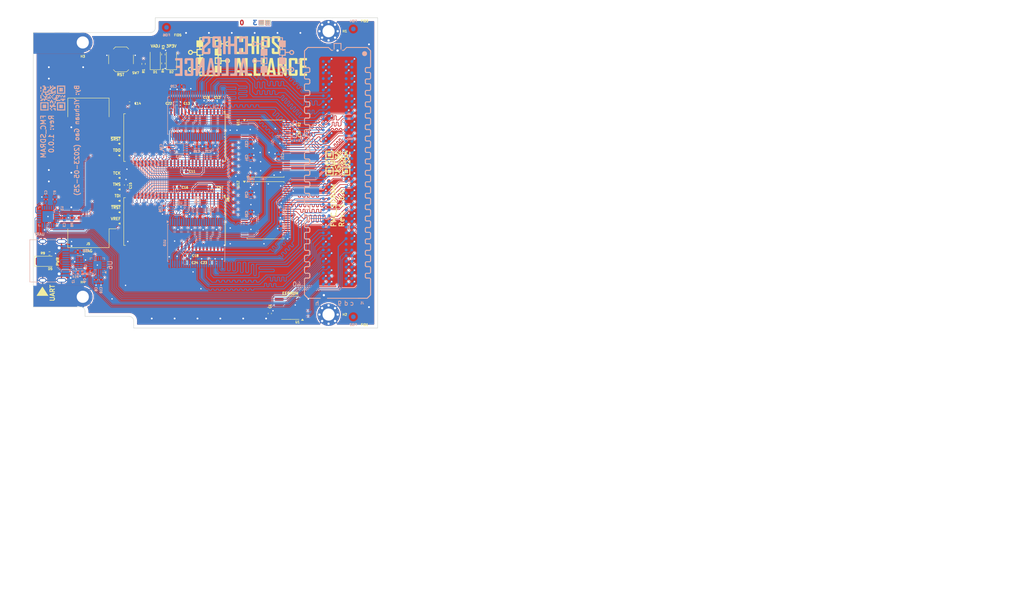
<source format=kicad_pcb>
(kicad_pcb (version 20240108) (generator "pcbnew") (generator_version "8.0")
  (title_block (title "FMC of Basic Peripherals for rocket chips") (date "2024-05-25") (rev "1.0.0") (company "CHIPS Alliance") (comment 1 "Yichuan Gao (2023-05-25)") (comment 2 "Yichuan Gao (2023-05-25)") (comment 4 "Yichuan Gao (2023-05-25)"))
  (layers (0 "F.Cu" signal) (1 "In1.Cu" signal) (2 "In2.Cu" signal) (31 "B.Cu" signal) (34 "B.Paste" user) (35 "F.Paste" user) (36 "B.SilkS" user "B.Silkscreen") (37 "F.SilkS" user "F.Silkscreen") (38 "B.Mask" user) (39 "F.Mask" user) (44 "Edge.Cuts" user))
  (net 0 "")
  (net 4 "/FMC/JTAG.~{TRST}")
  (net 5 "/FMC/JTAG.~{SRST}")
  (net 6 "/FMC/JTAG.TMS")
  (net 7 "/FMC/JTAG.TDO")
  (net 11 "/FMC/JTAG.TDI")
  (net 12 "/FMC/JTAG.TCK")
  (net 24 "3P3VAUX")
  (net 25 "GND")
  (net 26 "/FMC/SCL")
  (net 27 "/FMC/SDA")
  (net 28 "/FMC/GA0")
  (net 29 "Net-(J1B-d30)")
  (net 30 "/FMC/GA1")
  (net 32 "/JTAG/TDI")
  (net 33 "/JTAG/TMS")
  (net 34 "/JTAG/TCK")
  (net 36 "/JTAG/TDO")
  (net 39 "/JTAG/~{TRST}")
  (net 40 "/JTAG/~{SRST}")
  (net 41 "Net-(D2-K)")
  (net 42 "Net-(D5-K)")
  (net 43 "Net-(U3-SEL)")
  (net 44 "/FMC/UART.RXD")
  (net 48 "/FMC/UART.TXD")
  (net 53 "/UART/D+")
  (net 54 "VADJ")
  (net 55 "3P3V")
  (net 56 "12P0V")
  (net 57 "/UART/D-")
  (net 58 "/UART/USB_UART_VBUS")
  (net 59 "/UART/USB_REG_POWER")
  (net 60 "/Level Shifter/SDRAM_CCA_DIR")
  (net 63 "/Level Shifter/HV.DQ6")
  (net 64 "/FMC/SDRAM.DQ5")
  (net 65 "/FMC/SDRAM.DQ7")
  (net 66 "/FMC/SDRAM_DQ_DIR")
  (net 67 "/FMC/SDRAM.DQ10")
  (net 68 "/Level Shifter/HV.DQ1")
  (net 69 "/Level Shifter/HV.DQ2")
  (net 70 "/FMC/SDRAM.DQ3")
  (net 71 "/FMC/SDRAM.DQ9")
  (net 72 "/FMC/SDRAM.DQ1")
  (net 73 "/Level Shifter/HV.DQ0")
  (net 74 "/FMC/SDRAM.DQ6")
  (net 75 "/FMC/SDRAM.DQ0")
  (net 76 "/Level Shifter/HV.DQ10")
  (net 77 "/FMC/SDRAM.DQ11")
  (net 78 "/Level Shifter/HV.DQ4")
  (net 79 "/FMC/SDRAM.DQ12")
  (net 80 "/FMC/SDRAM.DQ14")
  (net 81 "/Level Shifter/HV.DQ5")
  (net 82 "/Level Shifter/HV.DQ13")
  (net 83 "/Level Shifter/HV.DQ3")
  (net 84 "/FMC/SDRAM.DQ15")
  (net 85 "/Level Shifter/HV.DQ11")
  (net 86 "/Level Shifter/HV.DQ14")
  (net 87 "/Level Shifter/HV.DQ8")
  (net 88 "/Level Shifter/HV.DQ15")
  (net 89 "/FMC/SDRAM.DQ13")
  (net 90 "/FMC/SDRAM.DQ8")
  (net 91 "/Level Shifter/HV.DQ9")
  (net 92 "/Level Shifter/HV.DQ7")
  (net 93 "/FMC/SDRAM.DQ2")
  (net 94 "/Level Shifter/HV.DQ12")
  (net 95 "/FMC/SDRAM.DQ4")
  (net 96 "/FMC/SDRAM.DQ31")
  (net 97 "/Level Shifter/HV.DQ23")
  (net 98 "/FMC/SDRAM.DQ22")
  (net 99 "/FMC/SDRAM.DQ25")
  (net 100 "/FMC/SDRAM.DQ28")
  (net 101 "/FMC/SDRAM.DQ16")
  (net 102 "/FMC/SDRAM.DQ23")
  (net 103 "/FMC/SDRAM.DQ26")
  (net 104 "/Level Shifter/HV.DQ31")
  (net 105 "/Level Shifter/HV.DQ27")
  (net 106 "/Level Shifter/HV.DQ25")
  (net 107 "/FMC/SDRAM.DQ17")
  (net 108 "/Level Shifter/HV.DQ30")
  (net 109 "/FMC/SDRAM.DQ21")
  (net 110 "/Level Shifter/HV.DQ22")
  (net 111 "/Level Shifter/HV.DQ21")
  (net 112 "/Level Shifter/HV.DQ17")
  (net 113 "/FMC/SDRAM.DQ30")
  (net 114 "/Level Shifter/HV.DQ16")
  (net 115 "/Level Shifter/HV.DQ18")
  (net 116 "/FMC/SDRAM.DQ18")
  (net 117 "/Level Shifter/HV.DQ29")
  (net 118 "/Level Shifter/HV.DQ26")
  (net 119 "/FMC/SDRAM.DQ20")
  (net 120 "/FMC/SDRAM.DQ24")
  (net 121 "/Level Shifter/HV.DQ24")
  (net 122 "/FMC/SDRAM.DQ29")
  (net 123 "/Level Shifter/HV.DQ20")
  (net 124 "/FMC/SDRAM.DQ19")
  (net 125 "/Level Shifter/HV.DQ28")
  (net 126 "/Level Shifter/HV.DQ19")
  (net 127 "/FMC/SDRAM.DQ27")
  (net 128 "/FMC/SDRAM.BA1")
  (net 129 "/FMC/SDRAM.~{RAS}")
  (net 131 "/FMC/SDRAM.A0")
  (net 133 "/FMC/SDRAM.A3")
  (net 134 "/FMC/SDRAM.A10")
  (net 135 "/FMC/SDRAM.~{CS}")
  (net 136 "/FMC/SDRAM.BA0")
  (net 137 "/FMC/SDRAM.A2")
  (net 138 "/FMC/SDRAM.A1")
  (net 139 "/FMC/SDRAM.~{WE}")
  (net 141 "/FMC/SDRAM.~{CAS}")
  (net 142 "/FMC/SDRAM.A8")
  (net 143 "/FMC/SDRAM.A7")
  (net 144 "/FMC/SDRAM.A11")
  (net 147 "/FMC/SDRAM.A6")
  (net 148 "/FMC/SDRAM.CKE")
  (net 149 "/FMC/SDRAM.CLK")
  (net 150 "/FMC/SDRAM.A4")
  (net 153 "/FMC/SDRAM.A5")
  (net 155 "/FMC/SDRAM.A12")
  (net 156 "/FMC/SDRAM.A9")
  (net 169 "/Level Shifter/HV.DQM0")
  (net 170 "/FMC/SDRAM.DQM0")
  (net 171 "/FMC/SDRAM.DQM1")
  (net 172 "/Level Shifter/HV.DQM1")
  (net 173 "/FMC/SDRAM.DQM3")
  (net 174 "/Level Shifter/HV.DQM3")
  (net 175 "/Level Shifter/HV.DQM2")
  (net 176 "/FMC/SDRAM.DQM2")
  (net 177 "/Level Shifter/HV.A3")
  (net 178 "/Level Shifter/HV.~{WE}")
  (net 179 "/Level Shifter/HV.~{CS}")
  (net 180 "/Level Shifter/HV.A9")
  (net 181 "/Level Shifter/HV.A5")
  (net 182 "/Level Shifter/HV.A2")
  (net 183 "/Level Shifter/HV.A6")
  (net 184 "/Level Shifter/HV.BA1")
  (net 185 "/Level Shifter/HV.BA0")
  (net 186 "/Level Shifter/HV.A7")
  (net 187 "/Level Shifter/HV.CLK")
  (net 188 "/Level Shifter/HV.A4")
  (net 189 "/Level Shifter/HV.CKE")
  (net 190 "/Level Shifter/HV.A0")
  (net 191 "/Level Shifter/HV.A8")
  (net 192 "/Level Shifter/HV.~{CAS}")
  (net 193 "/Level Shifter/HV.A10")
  (net 194 "/Level Shifter/HV.A1")
  (net 195 "/Level Shifter/HV.A12")
  (net 196 "/Level Shifter/HV.A11")
  (net 197 "/Level Shifter/HV.~{RAS}")
  (net 198 "Net-(J2-CC1)")
  (net 199 "Net-(J2-CC2)")
  (net 212 "Net-(D1-K)")
  (net 213 "/Level Shifter/VADJ_LED")
  (net 214 "Net-(U11-1A1)")
  (footprint "Capacitor_SMD:C_0402_1005Metric" (layer "F.Cu") (at 101.293703 127.749968 90)
    (property "Reference" "C1")
    (property "Value" "100n")
  )
  (footprint "LED_SMD:LED_1206_3216Metric" (layer "F.Cu") (at 75.843703 71.249968 90)
    (property "Reference" "D1")
    (property "Value" "NCD1206O1")
  )
  (footprint "Capacitor_SMD:C_0402_1005Metric" (layer "F.Cu") (at 88.443703 116.449968)
    (property "Reference" "C23")
    (property "Value" "100n")
  )
  (footprint "Capacitor_SMD:C_0402_1005Metric" (layer "F.Cu") (at 70.143703 81.049968)
    (property "Reference" "C14")
    (property "Value" "100n")
  )
  (footprint "Resistor_SMD:R_0402_1005Metric" (layer "F.Cu") (at 106.843703 85.749968 90)
    (property "Reference" "R2")
    (property "Value" "10k")
  )
  (footprint "Capacitor_SMD:C_0402_1005Metric" (layer "F.Cu") (at 80.643703 81.049968)
    (property "Reference" "C22")
    (property "Value" "100n")
  )
  (footprint "Capacitor_SMD:C_0402_1005Metric" (layer "F.Cu") (at 82.243703 96.189968)
    (property "Reference" "C11")
    (property "Value" "100n")
  )
  (footprint "Capacitor_SMD:C_0402_1005Metric" (layer "F.Cu") (at 87.193703 81.089968 180)
    (property "Reference" "C19")
    (property "Value" "100n")
  )
  (footprint "CHIPSAlliance_Package_SO:TSOP-II-54_22.2x10.16mm_P0.8mm" (layer "F.Cu") (at 80.143703 107.302468 -90)
    (property "Reference" "U8")
    (property "Value" "MT48LC16M16A2P")
  )
  (footprint "Capacitor_SMD:C_0402_1005Metric" (layer "F.Cu") (at 82.843703 116.449968)
    (property "Reference" "C24")
    (property "Value" "100n")
  )
  (footprint "Capacitor_SMD:C_0402_1005Metric" (layer "F.Cu") (at 88.443703 99.689968 180)
    (property "Reference" "C17")
    (property "Value" "100n")
  )
  (footprint "Button_Switch_SMD:SW_SPST_TL3342" (layer "F.Cu") (at 68.243703 71.249968)
    (property "Reference" "SW7")
    (property "Value" "TL3342F160QG")
  )
  (footprint "Resistor_SMD:R_0402_1005Metric" (layer "F.Cu") (at 77.643703 72.149968 -90)
    (property "Reference" "R4")
    (property "Value" "6.8k")
  )
  (footprint "Capacitor_SMD:C_0402_1005Metric" (layer "F.Cu") (at 69.343703 99.189968 90)
    (property "Reference" "C15")
    (property "Value" "100n")
  )
  (footprint "Fiducial:Fiducial_1mm_Mask2mm" (layer "F.Cu") (at 122.343703 64.489968)
    (property "Reference" "FID3")
    (property "Value" "1mm")
  )
  (footprint "Package_SO:TSSOP-48_8x12.5mm_P0.5mm" (layer "F.Cu") (at 100.343703 91.089968)
    (property "Reference" "U11")
    (property "Value" "SN74AVCH16T245GR")
  )
  (footprint "CHIPSAlliance_MountingHole:MountingHole_2.7mm_M2.5_FMC_Pad" (layer "F.Cu") (at 59.743672 67.48997)
    (property "Reference" "H3")
    (property "Value" "M2.5")
  )
  (footprint "LED_SMD:LED_1206_3216Metric" (layer "F.Cu") (at 51.343703 116.149968)
    (property "Reference" "D5")
    (property "Value" "NCD1206O1")
  )
  (footprint "Capacitor_SMD:C_0402_1005Metric" (layer "F.Cu") (at 82.943703 114.849968)
    (property "Reference" "C18")
    (property "Value" "100n")
  )
  (footprint "CHIPSAlliance_MountingHole:MountingHole_2.7mm_M2.5_FMC_Pad" (layer "F.Cu") (at 59.743672 124.039999)
    (property "Reference" "H4")
    (property "Value" "M2.5")
  )
  (footprint "Capacitor_SMD:C_0402_1005Metric" (layer "F.Cu") (at 84.643703 81.089968)
    (property "Reference" "C13")
    (property "Value" "100n")
  )
  (footprint "Resistor_SMD:R_0402_1005Metric" (layer "F.Cu") (at 73.243703 72.249968 -90)
    (property "Reference" "R1")
    (property "Value" "47k")
  )
  (footprint "Package_SO:TSSOP-48_8x12.5mm_P0.5mm" (layer "F.Cu") (at 100.343703 104.789968)
    (property "Reference" "U12")
    (property "Value" "SN74AVCH16T245GR")
  )
  (footprint "Package_SO:SOIC-8_3.9x4.9mm_P1.27mm" (layer "F.Cu") (at 105.843703 126.499968 180)
    (property "Reference" "U1")
    (property "Value" "M24C02-FMN")
  )
  (footprint "Connector_IDC:IDC-Header_2x10_P2.54mm_Vertical_SMD" (layer "F.Cu") (at 61 96.480968 180)
    (property "Reference" "J5")
    (property "Value" "Conn_JTAG_20")
  )
  (footprint "CHIPSAlliance_Package_SO:TSOP-II-54_22.2x10.16mm_P0.8mm" (layer "F.Cu") (at 80.143703 88.639968 -90)
    (property "Reference" "U7")
    (property "Value" "MT48LC16M16A2P")
  )
  (footprint "CHIPSAlliance_MountingHole:MountingHole_2.7mm_M2.5_FMC_Pad_Via" (layer "F.Cu") (at 114.343703 127.990002)
    (property "Reference" "H2")
    (property "Value" "M2.5")
  )
  (footprint "Capacitor_SMD:C_0402_1005Metric" (layer "F.Cu") (at 80.643703 99.689968)
    (property "Reference" "C16")
    (property "Value" "100n")
  )
  (footprint "CHIPSAlliance_MountingHole:MountingHole_2.7mm_M2.5_FMC_Pad_Via" (layer "F.Cu") (at 114.343703 64.989968)
    (property "Reference" "H1")
    (property "Value" "M2.5")
  )
  (footprint "Capacitor_SMD:C_0402_1005Metric" (layer "F.Cu") (at 89.643703 81.089968)
    (property "Reference" "C12")
    (property "Value" "100n")
  )
  (footprint "Capacitor_SMD:C_0402_1005Metric" (layer "F.Cu") (at 106.843703 87.849968 90)
    (property "Reference" "C32")
    (property "Value" "100n")
  )
  (footprint "Resistor_SMD:R_0402_1005Metric" (layer "F.Cu") (at 52.343703 114.399968)
    (property "Reference" "R9")
    (property "Value" "6.8k")
  )
  (footprint "LED_SMD:LED_1206_3216Metric" (layer "F.Cu") (at 79.443703 71.249968 90)
    (property "Reference" "D2")
    (property "Value" "NCD1206O1")
  )
  (footprint "Resistor_SMD:R_0402_1005Metric" (layer "F.Cu") (at 77.643703 70.149968 90)
    (property "Reference" "R3")
    (property "Value" "6.8k")
  )
  (footprint "Fiducial:Fiducial_1mm_Mask2mm" (layer "F.Cu") (at 80.843703 64.149968)
    (property "Reference" "FID5")
    (property "Value" "1mm")
  )
  (footprint "Fiducial:Fiducial_1mm_Mask2mm" (layer "F.Cu") (at 122.343703 128.489968)
    (property "Reference" "FID1")
    (property "Value" "1mm")
  )
  (footprint "Fiducial:Fiducial_1mm_Mask2mm" (layer "B.Cu") (at 119.843703 64.489968 180)
    (property "Reference" "FID4")
    (property "Value" "1mm")
  )
  (footprint "Capacitor_SMD:C_0402_1005Metric" (layer "B.Cu") (at 78.043703 90.789968 -90)
    (property "Reference" "C36")
    (property "Value" "100n")
  )
  (footprint "Capacitor_SMD:C_0402_1005Metric" (layer "B.Cu") (at 60.193703 118.899968 -90)
    (property "Reference" "C9")
    (property "Value" "100n")
  )
  (footprint "Capacitor_SMD:C_0402_1005Metric" (layer "B.Cu") (at 77.843703 104.749968 -90)
    (property "Reference" "C26")
    (property "Value" "100n")
  )
  (footprint "CHIPSAlliance_Connector:Samtec_FMC_ASP-134604-01_4x40_P1.27mm" (layer "B.Cu") (at 116.343703 96.480968 90)
    (property "Reference" "J1")
    (property "Value" "SAMTEC_ASP-134604-01")
  )
  (footprint "Capacitor_SMD:C_0402_1005Metric" (layer "B.Cu") (at 103.743703 108.349968 -90)
    (property "Reference" "C27")
    (property "Value" "100n")
  )
  (footprint "Package_SON:USON-10_2.5x1.0mm_P0.5mm" (layer "B.Cu") (at 58.993703 116.349968)
    (property "Reference" "U5")
    (property "Value" "TPD4E02B04DQA")
  )
  (footprint "Capacitor_SMD:C_0402_1005Metric" (layer "B.Cu") (at 81.693703 77.289968 180)
    (property "Reference" "C20")
    (property "Value" "100n")
  )
  (footprint "Package_SO:TSSOP-48_8x12.5mm_P0.5mm" (layer "B.Cu") (at 84.943703 83.789968 90)
    (property "Reference" "U9")
    (property "Value" "SN74AVCH16T245GR")
  )
  (footprint "Resistor_SMD:R_0402_1005Metric" (layer "B.Cu") (at 53.525123 102.379968 90)
    (property "Reference" "R7")
    (property "Value" "10k")
  )
  (footprint "Capacitor_SMD:C_0402_1005Metric" (layer "B.Cu") (at 85.043703 90.649968)
    (property "Reference" "C35")
    (property "Value" "100n")
  )
  (footprint "Capacitor_SMD:C_0402_1005Metric" (layer "B.Cu") (at 97.043703 93.149968 90)
    (property "Reference" "C34")
    (property "Value" "100n")
  )
  (footprint "Capacitor_SMD:C_0402_1005Metric" (layer "B.Cu") (at 62.693703 120.249968 -90)
    (property "Reference" "C8")
    (property "Value" "1u")
  )
  (footprint "Capacitor_SMD:C_0402_1005Metric" (layer "B.Cu") (at 103.243703 92.849968 90)
    (property "Reference" "C31")
    (property "Value" "100n")
  )
  (footprint "Capacitor_SMD:C_0402_1005Metric" (layer "B.Cu") (at 55.643703 106.499968 90)
    (property "Reference" "C3")
    (property "Value" "100n")
  )
  (footprint "Capacitor_SMD:C_0402_1005Metric" (layer "B.Cu") (at 51.525123 102.379968 90)
    (property "Reference" "C2")
    (property "Value" "100n")
  )
  (footprint "Resistor_SMD:R_0402_1005Metric" (layer "B.Cu") (at 58.643703 114.049968 180)
    (property "Reference" "R13")
    (property "Value" "5.1k")
  )
  (footprint "Capacitor_SMD:C_0402_1005Metric" (layer "B.Cu") (at 103.743703 105.249968 -90)
    (property "Reference" "C28")
    (property "Value" "100n")
  )
  (footprint "Fiducial:Fiducial_1mm_Mask2mm" (layer "B.Cu") (at 119.843703 128.489968 180)
    (property "Reference" "FID2")
    (property "Value" "1mm")
  )
  (footprint "Capacitor_SMD:C_0402_1005Metric" (layer "B.Cu") (at 97.043703 105.649968 90)
    (property "Reference" "C30")
    (property "Value" "100n")
  )
  (footprint "CHIPSAlliance_Connector:USB_C_Receptacle_HRO_TYPE-C-31-M-12" (layer "B.Cu") (at 51.883703 116.049968 90)
    (property "Reference" "J2")
    (property "Value" "TYPE-C-31-M-12")
  )
  (footprint "Resistor_SMD:R_0402_1005Metric" (layer "B.Cu") (at 57.293703 106.499968 90)
    (property "Reference" "R8")
    (property "Value" "47k")
  )
  (footprint "CHIPSAlliance_Package_DFN_QFN:WQFN-24-1EP_4x4mm_P0.5mm_EP2.45x2.45mm" (layer "B.Cu") (at 52.015123 106.189968 -90)
    (property "Reference" "U3")
    (property "Value" "TXS02612RTWR")
  )
  (footprint "Package_SO:TSSOP-48_8x12.5mm_P0.5mm" (layer "B.Cu") (at 84.943703 112.052468 -90)
    (property "Reference" "U10")
    (property "Value" "SN74AVCH16T245GR")
  )
  (footprint "Fiducial:Fiducial_1mm_Mask2mm" (layer "B.Cu") (at 78.343703 64.149968 180)
    (property "Reference" "FID6")
    (property "Value" "1mm")
  )
  (footprint "Capacitor_SMD:C_0402_1005Metric" (layer "B.Cu") (at 87.543703 90.649968 180)
    (property "Reference" "C21")
    (property "Value" "100n")
  )
  (footprint "Capacitor_SMD:C_0402_1005Metric" (layer "B.Cu") (at 97.043703 90.049968 -90)
    (property "Reference" "C33")
    (property "Value" "100n")
  )
  (footprint "Package_SO:VSSOP-8_2.3x2mm_P0.5mm" (layer "B.Cu") (at 81.143703 104.789968 180)
    (property "Reference" "U14")
    (property "Value" "SN74AVCH2T45DCU")
  )
  (footprint "Resistor_SMD:R_0402_1005Metric" (layer "B.Cu") (at 58.643703 118.649968 180)
    (property "Reference" "R14")
    (property "Value" "5.1k")
  )
  (footprint "Capacitor_SMD:C_0402_1005Metric" (layer "B.Cu") (at 85.143703 103.949968)
    (property "Reference" "C25")
    (property "Value" "100n")
  )
  (footprint "Package_SO:VSSOP-8_2.3x2mm_P0.5mm" (layer "B.Cu") (at 81.143703 91.089968 180)
    (property "Reference" "U13")
    (property "Value" "SN74AVCH2T45DCU")
  )
  (footprint "Capacitor_SMD:C_0402_1005Metric" (layer "B.Cu") (at 97.043703 101.349968 90)
    (property "Reference" "C29")
    (property "Value" "100n")
  )
  (footprint "Capacitor_SMD:C_0402_1005Metric" (layer "B.Cu") (at 85.143703 105.549968 180)
    (property "Reference" "C38")
    (property "Value" "100n")
  )
  (footprint "Capacitor_SMD:C_0402_1005Metric" (layer "B.Cu") (at 88.143703 105.549968)
    (property "Reference" "C37")
    (property "Value" "100n")
  )
  (footprint "Capacitor_SMD:C_0402_1005Metric" (layer "B.Cu") (at 63.793703 120.249968 -90)
    (property "Reference" "C10")
    (property "Value" "1u")
  )
  (footprint "Package_DFN_QFN:QFN-16-1EP_3x3mm_P0.5mm_EP1.7x1.7mm" (layer "B.Cu") (at 62.983703 116.989968 90)
    (property "Reference" "U6")
    (property "Value" "CH343P")
  )
  (footprint "Resistor_SMD:R_0402_1005Metric" (layer "B.Cu") (at 97.443703 97.849968 -90)
    (property "Reference" "R15")
    (property "Value" "0")
  )
  (gr_poly (pts (xy 101.443703 63.289968) (xy 100.243703 63.289968) (xy 100.243703 63.089967) (xy 101.443703 63.089969)) (stroke (width 0.001)) (fill solid) (layer "F.Cu"))
  (gr_poly (pts (xy 101.443703 63.689968) (xy 100.243703 63.689967) (xy 100.243703 63.489967) (xy 101.443703 63.489967)) (stroke (width 0.001)) (fill solid) (layer "F.Cu"))
  (gr_poly (pts (xy 101.443703 62.889968) (xy 100.243703 62.889968) (xy 100.243703 62.689968) (xy 101.443703 62.689968)) (stroke (width 0.001)) (fill solid) (layer "F.Cu"))
  (gr_poly (pts (xy 99.643703 63.689968) (xy 99.643703 62.489968) (xy 99.843703 62.489968) (xy 99.843703 63.689968)) (stroke (width 0.001)) (fill solid) (layer "F.Cu"))
  (gr_poly (pts (xy 99.243703 63.689968) (xy 99.243703 62.489968) (xy 99.443704 62.489968) (xy 99.443703 63.689968)) (stroke (width 0.001)) (fill solid) (layer "F.Cu"))
  (gr_poly (pts (xy 98.843703 63.689968) (xy 98.843704 62.489968) (xy 99.043703 62.489968) (xy 99.043703 63.689968)) (stroke (width 0.001)) (fill solid) (layer "F.Cu"))
  (gr_poly (pts (xy 101.443703 63.689968) (xy 101.443702 62.489968) (xy 101.243703 62.489968) (xy 101.243703 63.689968)) (stroke (width 0.001)) (fill solid) (layer "B.Cu"))
  (gr_poly (pts (xy 98.843703 62.889968) (xy 100.043703 62.889968) (xy 100.043703 62.689968) (xy 98.843703 62.689968)) (stroke (width 0.001)) (fill solid) (layer "B.Cu"))
  (gr_poly (pts (xy 98.843703 63.689968) (xy 100.043703 63.689967) (xy 100.043703 63.489967) (xy 98.843703 63.489967)) (stroke (width 0.001)) (fill solid) (layer "B.Cu"))
  (gr_poly (pts (xy 100.643703 63.689968) (xy 100.643703 62.489968) (xy 100.443703 62.489968) (xy 100.443703 63.689968)) (stroke (width 0.001)) (fill solid) (layer "B.Cu"))
  (gr_poly (pts (xy 98.843703 63.289968) (xy 100.043703 63.289968) (xy 100.043703 63.089967) (xy 98.843703 63.089969)) (stroke (width 0.001)) (fill solid) (layer "B.Cu"))
  (gr_poly (pts (xy 101.043703 63.689968) (xy 101.043703 62.489968) (xy 100.843702 62.489968) (xy 100.843703 63.689968)) (stroke (width 0.001)) (fill solid) (layer "B.Cu"))
  (gr_poly (pts (xy 54.531635 80.243934) (xy 54.531635 80.508589) (xy 54.79629 80.508589) (xy 54.79629 80.243934)) (stroke (width -0.000001)) (fill solid) (layer "B.SilkS"))
  (gr_poly (pts (xy 50.826462 78.391348) (xy 50.826462 78.656003) (xy 51.091117 78.656003) (xy 51.091117 78.391348)) (stroke (width -0.000001)) (fill solid) (layer "B.SilkS"))
  (gr_poly (pts (xy 55.3256 82.361175) (xy 55.3256 82.62583) (xy 55.590255 82.62583) (xy 55.590255 82.361175)) (stroke (width -0.000001)) (fill solid) (layer "B.SilkS"))
  (gr_poly (pts (xy 54.002324 78.126692) (xy 54.002324 78.391348) (xy 54.266979 78.391348) (xy 54.266979 78.126692)) (stroke (width -0.000001)) (fill solid) (layer "B.SilkS"))
  (gr_poly (pts (xy 51.620428 78.920658) (xy 51.620428 79.185313) (xy 51.885083 79.185313) (xy 51.885083 78.920658)) (stroke (width -0.000001)) (fill solid) (layer "B.SilkS"))
  (gr_poly (pts (xy 50.561807 80.243934) (xy 50.561807 80.508589) (xy 50.826462 80.508589) (xy 50.826462 80.243934)) (stroke (width -0.000001)) (fill solid) (layer "B.SilkS"))
  (gr_poly (pts (xy 52.679048 78.126692) (xy 52.679048 78.391348) (xy 52.943703 78.391348) (xy 52.943703 78.126692)) (stroke (width -0.000001)) (fill solid) (layer "B.SilkS"))
  (gr_poly (pts (xy 50.297152 81.831865) (xy 50.297152 82.09652) (xy 50.561807 82.09652) (xy 50.561807 81.831865)) (stroke (width -0.000001)) (fill solid) (layer "B.SilkS"))
  (gr_poly (pts (xy 54.002324 80.773244) (xy 54.002324 81.037899) (xy 54.266979 81.037899) (xy 54.266979 80.773244)) (stroke (width -0.000001)) (fill solid) (layer "B.SilkS"))
  (gr_poly (pts (xy 51.091117 77.597382) (xy 51.091117 77.862037) (xy 51.355772 77.862037) (xy 51.355772 77.597382)) (stroke (width -0.000001)) (fill solid) (layer "B.SilkS"))
  (gr_poly (pts (xy 52.943703 79.185313) (xy 52.943703 79.449968) (xy 53.208358 79.449968) (xy 53.208358 79.185313)) (stroke (width -0.000001)) (fill solid) (layer "B.SilkS"))
  (gr_poly (pts (xy 90.910703 70.098154) (xy 91.503382 70.098154) (xy 91.503382 66.13204) (xy 90.910703 66.13204)) (fill solid) (layer "B.SilkS"))
  (gr_poly (pts (xy 51.885083 81.302555) (xy 51.885083 81.56721) (xy 52.149738 81.56721) (xy 52.149738 81.302555)) (stroke (width -0.000001)) (fill solid) (layer "B.SilkS"))
  (gr_poly (pts (xy 53.208358 81.302555) (xy 53.208358 81.56721) (xy 53.473014 81.56721) (xy 53.473014 81.302555)) (stroke (width -0.000001)) (fill solid) (layer "B.SilkS"))
  (gr_poly (pts (xy 54.266979 82.361175) (xy 54.266979 82.62583) (xy 54.531635 82.62583) (xy 54.531635 82.361175)) (stroke (width -0.000001)) (fill solid) (layer "B.SilkS"))
  (gr_poly (pts (xy 89.630162 74.940029) (xy 90.222788 74.940029) (xy 90.222788 70.973915) (xy 89.630162 70.973915)) (fill solid) (layer "B.SilkS"))
  (gr_poly (pts (xy 52.414393 77.068072) (xy 52.414393 77.332727) (xy 52.679048 77.332727) (xy 52.679048 77.068072)) (stroke (width -0.000001)) (fill solid) (layer "B.SilkS"))
  (gr_poly (pts (xy 53.208358 77.332727) (xy 53.208358 77.597382) (xy 53.473014 77.597382) (xy 53.473014 77.332727)) (stroke (width -0.000001)) (fill solid) (layer "B.SilkS"))
  (gr_poly (pts (xy 50.297152 77.597382) (xy 50.297152 77.862037) (xy 50.561807 77.862037) (xy 50.561807 77.597382)) (stroke (width -0.000001)) (fill solid) (layer "B.SilkS"))
  (gr_poly (pts (xy 53.473014 78.656003) (xy 53.473014 78.920658) (xy 53.737669 78.920658) (xy 53.737669 78.656003)) (stroke (width -0.000001)) (fill solid) (layer "B.SilkS"))
  (gr_poly (pts (xy 50.826462 77.862037) (xy 50.826462 78.126692) (xy 51.091117 78.126692) (xy 51.091117 77.862037)) (stroke (width -0.000001)) (fill solid) (layer "B.SilkS"))
  (gr_poly (pts (xy 55.060945 80.243934) (xy 55.060945 80.508589) (xy 55.3256 80.508589) (xy 55.3256 80.243934)) (stroke (width -0.000001)) (fill solid) (layer "B.SilkS"))
  (gr_poly (pts (xy 50.297152 79.185313) (xy 50.297152 79.449968) (xy 50.561807 79.449968) (xy 50.561807 79.185313)) (stroke (width -0.000001)) (fill solid) (layer "B.SilkS"))
  (gr_poly (pts (xy 53.208358 81.037899) (xy 53.208358 81.302555) (xy 53.473014 81.302555) (xy 53.473014 81.037899)) (stroke (width -0.000001)) (fill solid) (layer "B.SilkS"))
  (gr_poly (pts (xy 55.3256 77.068072) (xy 55.3256 77.332727) (xy 55.590255 77.332727) (xy 55.590255 77.068072)) (stroke (width -0.000001)) (fill solid) (layer "B.SilkS"))
  (gr_poly (pts (xy 54.002324 79.714623) (xy 54.002324 79.979278) (xy 54.266979 79.979278) (xy 54.266979 79.714623)) (stroke (width -0.000001)) (fill solid) (layer "B.SilkS"))
  (gr_poly (pts (xy 50.297152 79.714623) (xy 50.297152 79.979278) (xy 50.561807 79.979278) (xy 50.561807 79.714623)) (stroke (width -0.000001)) (fill solid) (layer "B.SilkS"))
  (gr_poly (pts (xy 98.843703 63.489967) (xy 100.043703 63.489967) (xy 100.043703 63.289968) (xy 98.843703 63.289968)) (stroke (width 0.001)) (fill solid) (layer "B.SilkS"))
  (gr_poly (pts (xy 55.060945 79.185313) (xy 55.060945 79.449968) (xy 55.3256 79.449968) (xy 55.3256 79.185313)) (stroke (width -0.000001)) (fill solid) (layer "B.SilkS"))
  (gr_poly (pts (xy 54.79629 82.361175) (xy 54.79629 82.62583) (xy 55.060945 82.62583) (xy 55.060945 82.361175)) (stroke (width -0.000001)) (fill solid) (layer "B.SilkS"))
  (gr_poly (pts (xy 55.060945 78.656003) (xy 55.060945 78.920658) (xy 55.3256 78.920658) (xy 55.3256 78.656003)) (stroke (width -0.000001)) (fill solid) (layer "B.SilkS"))
  (gr_poly (pts (xy 51.355772 78.920658) (xy 51.355772 79.185313) (xy 51.620428 79.185313) (xy 51.620428 78.920658)) (stroke (width -0.000001)) (fill solid) (layer "B.SilkS"))
  (gr_poly (pts (xy 100.843703 63.689968) (xy 100.843702 62.489968) (xy 100.643703 62.489968) (xy 100.643703 63.689968)) (stroke (width 0.001)) (fill solid) (layer "B.SilkS"))
  (gr_poly (pts (xy 52.679048 81.56721) (xy 52.679048 81.831865) (xy 52.943703 81.831865) (xy 52.943703 81.56721)) (stroke (width -0.000001)) (fill solid) (layer "B.SilkS"))
  (gr_poly (pts (xy 82.707586 70.97427) (xy 82.686061 70.97534) (xy 82.665235 70.977124) (xy 82.645108 70.979621) (xy 82.62568 70.98283) (xy 82.606953 70.986753) (xy 82.588926 70.991389) (xy 82.5716 70.996737) (xy 82.554975 71.002801) (xy 82.539053 71.009575) (xy 82.523834 71.017065) (xy 82.509317 71.025267) (xy 82.495505 71.034182) (xy 82.482396 71.043811) (xy 82.46999 71.054151) (xy 82.45829 71.065206) (xy 82.447297 71.076973) (xy 82.437008 71.089454) (xy 82.427426 71.102648) (xy 82.41855 71.116556) (xy 82.410382 71.131176) (xy 82.402922 71.14651) (xy 82.39617 71.162555) (xy 82.390127 71.179315) (xy 82.384792 71.196788) (xy 82.380168 71.214973) (xy 82.376254 71.233872) (xy 82.37305 71.253483) (xy 82.370557 71.273807) (xy 82.368776 71.294846) (xy 82.367706 71.316596) (xy 82.367351 71.33906) (xy 82.367351 72.265102) (xy 82.957339 72.265102) (xy 82.95734 71.481894) (xy 83.724632 71.481894) (xy 83.724632 74.429362) (xy 82.957339 74.429363) (xy 82.957339 73.595925) (xy 82.367351 73.595925) (xy 82.367351 74.577519) (xy 82.367707 74.599742) (xy 82.368776 74.621268) (xy 82.370557 74.642095) (xy 82.373049 74.662223) (xy 82.376254 74.681651) (xy 82.380168 74.70038) (xy 82.384793 74.718408) (xy 82.390127 74.735735) (xy 82.39617 74.752362) (xy 82.402922 74.768286) (xy 82.410381 74.783508) (xy 82.418551 74.798026) (xy 82.427426 74.811842) (xy 82.437008 74.824953) (xy 82.447296 74.837359) (xy 82.458291 74.849063) (xy 82.469991 74.860058) (xy 82.482396 74.87035) (xy 82.495505 74.879935) (xy 82.509318 74.888813) (xy 82.523834 74.896983) (xy 82.539054 74.904445) (xy 82.554976 74.9112) (xy 82.571599 74.917245) (xy 82.588926 74.922581) (xy 82.606953 74.927207) (xy 82.62568 74.931122) (xy 82.645108 74.934326) (xy 82.665234 74.93682) (xy 82.686061 74.938603) (xy 82.707586 74.939671) (xy 82.729809 74.940029) (xy 83.965392 74.940029) (xy 83.987121 74.939671) (xy 84.00815 74.938602) (xy 84.028485 74.936821) (xy 84.048122 74.934326) (xy 84.067065 74.931122) (xy 84.085311 74.927207) (xy 84.102863 74.922581) (xy 84.119723 74.917244) (xy 84.135887 74.9112) (xy 84.151359 74.904444) (xy 84.166137 74.896983) (xy 84.180223 74.888813) (xy 84.193618 74.879934) (xy 84.206321 74.87035) (xy 84.218334 74.860058) (xy 84.229656 74.849063) (xy 84.240288 74.83736) (xy 84.25023 74.824953) (xy 84.259485 74.811841) (xy 84.26805 74.798026) (xy 84.275928 74.783508) (xy 84.283117 74.768286) (xy 84.289621 74.752362) (xy 84.295437 74.735735) (xy 84.300567 74.718407) (xy 84.305012 74.700379) (xy 84.308772 74.68165) (xy 84.311847 74.662223) (xy 84.314236 74.642095) (xy 84.315945 74.621268) (xy 84.317309 74.577519) (xy 84.317309 71.33906) (xy 84.316969 71.316597) (xy 84.315945 71.294845) (xy 84.314237 71.273808) (xy 84.311846 71.253483) (xy 84.308772 71.233871) (xy 84.305011 71.214973) (xy 84.300567 71.196788) (xy 84.295437 71.179314) (xy 84.289621 71.162555) (xy 84.283118 71.14651) (xy 84.275927 71.131176) (xy 84.26805 71.116555) (xy 84.259484 71.102648) (xy 84.25023 71.089454) (xy 84.240288 71.076973) (xy 84.229656 71.065207) (xy 84.218334 71.054152) (xy 84.206321 71.043811) (xy 84.193618 71.034181) (xy 84.180223 71.025266) (xy 84.166136 71.017064) (xy 84.151359 71.009575) (xy 84.135886 71.002801) (xy 84.119723 70.996737) (xy 84.102864 70.991389) (xy 84.085312 70.986753) (xy 84.067064 70.98283) (xy 84.048122 70.979621) (xy 84.028485 70.977124) (xy 84.00815 70.975341) (xy 83.987121 70.97427) (xy 83.965392 70.973915) (xy 82.729809 70.973915)) (fill solid) (layer "B.SilkS"))
  (gr_poly (pts (xy 55.590255 78.126692) (xy 55.590255 78.391348) (xy 55.85491 78.391348) (xy 55.85491 78.126692)) (stroke (width -0.000001)) (fill solid) (layer "B.SilkS"))
  (gr_poly (pts (xy 55.060945 77.597382) (xy 55.060945 77.862037) (xy 55.3256 77.862037) (xy 55.3256 77.597382)) (stroke (width -0.000001)) (fill solid) (layer "B.SilkS"))
  (gr_poly (pts (xy 51.885083 81.56721) (xy 51.885083 81.831865) (xy 52.149738 81.831865) (xy 52.149738 81.56721)) (stroke (width -0.000001)) (fill solid) (layer "B.SilkS"))
  (gr_poly (pts (xy 54.002324 82.09652) (xy 54.002324 82.361175) (xy 54.266979 82.361175) (xy 54.266979 82.09652)) (stroke (width -0.000001)) (fill solid) (layer "B.SilkS"))
  (gr_poly (pts (xy 86.52555 66.132388) (xy 86.504046 66.133436) (xy 86.483256 66.135181) (xy 86.463176 66.137626) (xy 86.443807 66.14077) (xy 86.425147 66.144614) (xy 86.4072 66.149158) (xy 86.389961 66.154404) (xy 86.373432 66.16035) (xy 86.357611 66.167) (xy 86.342498 66.17435) (xy 86.328093 66.182406) (xy 86.314395 66.191164) (xy 86.301404 66.200625) (xy 86.289118 66.210792) (xy 86.27754 66.221663) (xy 86.266667 66.233239) (xy 86.256498 66.245521) (xy 86.247035 66.258509) (xy 86.238274 66.272205) (xy 86.230218 66.286608) (xy 86.222864 66.301719) (xy 86.216213 66.317538) (xy 86.210263 66.334066) (xy 86.205017 66.351302) (xy 86.200471 66.369249) (xy 86.196626 66.387906) (xy 86.19348 66.407273) (xy 86.191035 66.427354) (xy 86.189289 66.448143) (xy 86.188241 66.469647) (xy 86.187892 66.491862) (xy 86.187892 67.378217) (xy 86.78057 67.378217) (xy 86.78057 66.632112) (xy 87.505537 66.632113) (xy 87.505538 67.349123) (xy 86.317548 68.468331) (xy 86.301704 68.483989) (xy 86.28691 68.500215) (xy 86.273162 68.517012) (xy 86.260456 68.534391) (xy 86.248788 68.552359) (xy 86.238155 68.570923) (xy 86.228553 68.590092) (xy 86.219978 68.609873) (xy 86.212427 68.630274) (xy 86.205894 68.651304) (xy 86.200378 68.672967) (xy 86.195872 68.695276) (xy 86.192376 68.718237) (xy 86.189882 68.741855) (xy 86.188389 68.766142) (xy 86.187891 68.791101) (xy 86.187892 69.735644) (xy 86.18824 69.757868) (xy 86.189289 69.779393) (xy 86.191035 69.800219) (xy 86.19348 69.820348) (xy 86.196626 69.839777) (xy 86.200471 69.858506) (xy 86.205017 69.876534) (xy 86.210263 69.893861) (xy 86.216213 69.910486) (xy 86.222864 69.92641) (xy 86.230218 69.941633) (xy 86.238274 69.956152) (xy 86.247034 69.969967) (xy 86.256499 69.983078) (xy 86.266667 69.995485) (xy 86.277541 70.007188) (xy 86.289119 70.018185) (xy 86.301404 70.028475) (xy 86.314395 70.038061) (xy 86.328093 70.046938) (xy 86.342497 70.055109) (xy 86.35761 70.062571) (xy 86.373432 70.069324) (xy 86.38996 70.075371) (xy 86.4072 70.080705) (xy 86.425147 70.085332) (xy 86.443807 70.089248) (xy 86.463176 70.092453) (xy 86.483256 70.094946) (xy 86.504047 70.096727) (xy 86.52555 70.097797) (xy 86.547765 70.098154) (xy 87.741028 70.098154) (xy 87.763003 70.097798) (xy 87.784281 70.096727) (xy 87.804861 70.094947) (xy 87.824744 70.092453) (xy 87.843928 70.089248) (xy 87.862415 70.085332) (xy 87.880205 70.080705) (xy 87.897297 70.075371) (xy 87.913691 70.069325) (xy 87.929388 70.06257) (xy 87.944387 70.055109) (xy 87.958689 70.046937) (xy 87.972291 70.038061) (xy 87.985199 70.028475) (xy 87.997407 70.018185) (xy 88.008917 70.007188) (xy 88.01973 69.995485) (xy 88.029846 69.983078) (xy 88.039264 69.969967) (xy 88.047985 69.956152) (xy 88.056008 69.941632) (xy 88.063333 69.92641) (xy 88.069961 69.910487) (xy 88.075891 69.893861) (xy 88.081122 69.876534) (xy 88.085658 69.858505) (xy 88.089494 69.839777) (xy 88.092633 69.820348) (xy 88.095076 69.800219) (xy 88.09682 69.779393) (xy 88.098215 69.735643) (xy 88.098215 68.791101) (xy 87.505538 68.791101) (xy 87.505538 69.598081) (xy 86.78057 69.598081) (xy 86.78057 68.820196) (xy 87.968559 67.695717) (xy 87.984403 67.680059) (xy 87.999198 67.663842) (xy 88.012947 67.647068) (xy 88.025652 67.629737) (xy 88.03732 67.611846) (xy 88.047952 67.593398) (xy 88.057554 67.574391) (xy 88.066129 67.554825) (xy 88.073679 67.534704) (xy 88.080213 67.514022) (xy 88.085728 67.492783) (xy 88.090233 67.470987) (xy 88.093732 67.448631) (xy 88.096225 67.425717) (xy 88.097718 67.402247) (xy 88.098214 67.378217) (xy 88.098214 66.497186) (xy 88.097866 66.474721) (xy 88.09682 66.45297) (xy 88.095076 66.431933) (xy 88.092634 66.411609) (xy 88.089494 66.391996) (xy 88.085658 66.373098) (xy 88.081123 66.354912) (xy 88.07589 66.33744) (xy 88.069961 66.320681) (xy 88.063333 66.304635) (xy 88.056008 66.289301) (xy 88.047985 66.274681) (xy 88.039265 66.260774) (xy 88.029847 66.24758) (xy 88.01973 66.235099) (xy 88.008918 66.223332) (xy 87.997406 66.212277) (xy 87.985199 66.201936) (xy 87.972291 66.192308) (xy 87.958689 66.183392) (xy 87.944387 66.17519) (xy 87.929388 66.167701) (xy 87.913691 66.160925) (xy 87.897297 66.154864) (xy 87.880205 66.149514) (xy 87.862415 66.144878) (xy 87.843928 66.140956) (xy 87.824744 66.137746) (xy 87.804861 66.135249) (xy 87.784281 66.133466) (xy 87.763003 66.132397) (xy 87.741028 66.13204) (xy 86.547765 66.13204)) (fill solid) (layer "B.SilkS"))
  (gr_poly (pts (xy 98.843703 62.689968) (xy 100.043703 62.689968) (xy 100.043704 62.489968) (xy 98.843703 62.489969)) (stroke (width 0.001)) (fill solid) (layer "B.SilkS"))
  (gr_poly (pts (xy 51.620428 79.449968) (xy 51.620428 79.714623) (xy 51.885083 79.714623) (xy 51.885083 79.449968)) (stroke (width -0.000001)) (fill solid) (layer "B.SilkS"))
  (gr_poly (pts (xy 54.79629 81.302555) (xy 54.79629 81.56721) (xy 55.060945 81.56721) (xy 55.060945 81.302555)) (stroke (width -0.000001)) (fill solid) (layer "B.SilkS"))
  (gr_poly (pts (xy 93.384558 67.767185) (xy 92.582903 67.767185) (xy 92.582903 66.132039) (xy 91.984955 66.132039) (xy 91.984955 70.098153) (xy 92.582903 70.098153) (xy 92.582903 68.317487) (xy 93.384557 68.317488) (xy 93.384557 70.098154) (xy 93.977236 70.098154) (xy 93.977236 66.13204) (xy 93.384557 66.13204)) (fill solid) (layer "B.SilkS"))
  (gr_poly (pts (xy 54.79629 79.449968) (xy 54.79629 79.714623) (xy 55.060945 79.714623) (xy 55.060945 79.449968)) (stroke (width -0.000001)) (fill solid) (layer "B.SilkS"))
  (gr_poly (pts (xy 53.473014 78.126692) (xy 53.473014 78.391348) (xy 53.737669 78.391348) (xy 53.737669 78.126692)) (stroke (width -0.000001)) (fill solid) (layer "B.SilkS"))
  (gr_poly (pts (xy 53.737669 79.185313) (xy 53.737669 79.449968) (xy 54.002324 79.449968) (xy 54.002324 79.185313)) (stroke (width -0.000001)) (fill solid) (layer "B.SilkS"))
  (gr_poly (pts (xy 52.943703 77.597382) (xy 52.943703 77.862037) (xy 53.208358 77.862037) (xy 53.208358 77.597382)) (stroke (width -0.000001)) (fill solid) (layer "B.SilkS"))
  (gr_poly (pts (xy 54.79629 80.773244) (xy 54.79629 81.037899) (xy 55.060945 81.037899) (xy 55.060945 80.773244)) (stroke (width -0.000001)) (fill solid) (layer "B.SilkS"))
  (gr_poly (pts (xy 54.531635 82.361175) (xy 54.531635 82.62583) (xy 54.79629 82.62583) (xy 54.79629 82.361175)) (stroke (width -0.000001)) (fill solid) (layer "B.SilkS"))
  (gr_poly (pts (xy 52.943703 81.56721) (xy 52.943703 81.831865) (xy 53.208358 81.831865) (xy 53.208358 81.56721)) (stroke (width -0.000001)) (fill solid) (layer "B.SilkS"))
  (gr_poly (pts (xy 55.590255 77.332727) (xy 55.590255 77.597382) (xy 55.85491 77.597382) (xy 55.85491 77.332727)) (stroke (width -0.000001)) (fill solid) (layer "B.SilkS"))
  (gr_poly (pts (xy 54.002324 80.243934) (xy 54.002324 80.508589) (xy 54.266979 80.508589) (xy 54.266979 80.243934)) (stroke (width -0.000001)) (fill solid) (layer "B.SilkS"))
  (gr_poly (pts (xy 54.002324 77.068072) (xy 54.002324 77.332727) (xy 54.266979 77.332727) (xy 54.266979 77.068072)) (stroke (width -0.000001)) (fill solid) (layer "B.SilkS"))
  (gr_poly (pts (xy 55.060945 79.979278) (xy 55.060945 80.243934) (xy 55.3256 80.243934) (xy 55.3256 79.979278)) (stroke (width -0.000001)) (fill solid) (layer "B.SilkS"))
  (gr_poly (pts (xy 54.79629 79.979278) (xy 54.79629 80.243934) (xy 55.060945 80.243934) (xy 55.060945 79.979278)) (stroke (width -0.000001)) (fill solid) (layer "B.SilkS"))
  (gr_poly (pts (xy 55.590255 77.068072) (xy 55.590255 77.332727) (xy 55.85491 77.332727) (xy 55.85491 77.068072)) (stroke (width -0.000001)) (fill solid) (layer "B.SilkS"))
  (gr_poly (pts (xy 55.590255 82.361175) (xy 55.590255 82.62583) (xy 55.85491 82.62583) (xy 55.85491 82.361175)) (stroke (width -0.000001)) (fill solid) (layer "B.SilkS"))
  (gr_poly (pts (xy 55.590255 81.831865) (xy 55.590255 82.09652) (xy 55.85491 82.09652) (xy 55.85491 81.831865)) (stroke (width -0.000001)) (fill solid) (layer "B.SilkS"))
  (gr_poly (pts (xy 54.531635 77.597382) (xy 54.531635 77.862037) (xy 54.79629 77.862037) (xy 54.79629 77.597382)) (stroke (width -0.000001)) (fill solid) (layer "B.SilkS"))
  (gr_poly (pts (xy 54.79629 81.56721) (xy 54.79629 81.831865) (xy 55.060945 81.831865) (xy 55.060945 81.56721)) (stroke (width -0.000001)) (fill solid) (layer "B.SilkS"))
  (gr_poly (pts (xy 51.091117 79.979278) (xy 51.091117 80.243934) (xy 51.355772 80.243934) (xy 51.355772 79.979278)) (stroke (width -0.000001)) (fill solid) (layer "B.SilkS"))
  (gr_poly (pts (xy 52.679048 77.332727) (xy 52.679048 77.597382) (xy 52.943703 77.597382) (xy 52.943703 77.332727)) (stroke (width -0.000001)) (fill solid) (layer "B.SilkS"))
  (gr_poly (pts (xy 54.79629 77.597382) (xy 54.79629 77.862037) (xy 55.060945 77.862037) (xy 55.060945 77.597382)) (stroke (width -0.000001)) (fill solid) (layer "B.SilkS"))
  (gr_poly (pts (xy 50.297152 82.09652) (xy 50.297152 82.361175) (xy 50.561807 82.361175) (xy 50.561807 82.09652)) (stroke (width -0.000001)) (fill solid) (layer "B.SilkS"))
  (gr_poly (pts (xy 51.620428 79.185313) (xy 51.620428 79.449968) (xy 51.885083 79.449968) (xy 51.885083 79.185313)) (stroke (width -0.000001)) (fill solid) (layer "B.SilkS"))
  (gr_poly (pts (xy 55.590255 79.185313) (xy 55.590255 79.449968) (xy 55.85491 79.449968) (xy 55.85491 79.185313)) (stroke (width -0.000001)) (fill solid) (layer "B.SilkS"))
  (gr_poly (pts (xy 55.590255 81.56721) (xy 55.590255 81.831865) (xy 55.85491 81.831865) (xy 55.85491 81.56721)) (stroke (width -0.000001)) (fill solid) (layer "B.SilkS"))
  (gr_poly (pts (xy 51.885083 81.831865) (xy 51.885083 82.09652) (xy 52.149738 82.09652) (xy 52.149738 81.831865)) (stroke (width -0.000001)) (fill solid) (layer "B.SilkS"))
  (gr_poly (pts (xy 53.473014 80.773244) (xy 53.473014 81.037899) (xy 53.737669 81.037899) (xy 53.737669 80.773244)) (stroke (width -0.000001)) (fill solid) (layer "B.SilkS"))
  (gr_poly (pts (xy 51.091117 77.068072) (xy 51.091117 77.332727) (xy 51.355772 77.332727) (xy 51.355772 77.068072)) (stroke (width -0.000001)) (fill solid) (layer "B.SilkS"))
  (gr_poly (pts (xy 101.243703 63.689968) (xy 101.243703 62.489968) (xy 101.043703 62.489968) (xy 101.043703 63.689968)) (stroke (width 0.001)) (fill solid) (layer "B.SilkS"))
  (gr_poly (pts (xy 54.002324 77.862037) (xy 54.002324 78.126692) (xy 54.266979 78.126692) (xy 54.266979 77.862037)) (stroke (width -0.000001)) (fill solid) (layer "B.SilkS"))
  (gr_poly (pts (xy 51.885083 77.332727) (xy 51.885083 77.597382) (xy 52.149738 77.597382) (xy 52.149738 77.332727)) (stroke (width -0.000001)) (fill solid) (layer "B.SilkS"))
  (gr_poly (pts (xy 85.333319 73.418674) (xy 85.342508 73.374273) (xy 85.350271 73.332352) (xy 85.356669 73.292909) (xy 85.361766 73.255946) (xy 85.365624 73.221463) (xy 85.368301 73.189462) (xy 85.369864 73.159942) (xy 85.37037 73.132903) (xy 85.370371 70.973915) (xy 84.793559 70.973915) (xy 84.793559 74.940029) (xy 85.312132 74.940029) (xy 86.261997 72.444987) (xy 86.252808 72.489389) (xy 86.245044 72.531311) (xy 86.238644 72.570753) (xy 86.233548 72.607716) (xy 86.229691 72.642199) (xy 86.227011 72.6742) (xy 86.225451 72.703719) (xy 86.224944 72.730758) (xy 86.224944 74.940029) (xy 86.801756 74.940029) (xy 86.801756 70.973915) (xy 86.283182 70.973915)) (fill solid) (layer "B.SilkS"))
  (gr_poly (pts (xy 50.297152 81.037899) (xy 50.297152 81.302555) (xy 50.561807 81.302555) (xy 50.561807 81.037899)) (stroke (width -0.000001)) (fill solid) (layer "B.SilkS"))
  (gr_poly (pts (xy 51.355772 79.714623) (xy 51.355772 79.979278) (xy 51.620428 79.979278) (xy 51.620428 79.714623)) (stroke (width -0.000001)) (fill solid) (layer "B.SilkS"))
  (gr_poly (pts (xy 54.002324 78.656003) (xy 54.002324 78.920658) (xy 54.266979 78.920658) (xy 54.266979 78.656003)) (stroke (width -0.000001)) (fill solid) (layer "B.SilkS"))
  (gr_poly (pts (xy 52.943703 78.656003) (xy 52.943703 78.920658) (xy 53.208358 78.920658) (xy 53.208358 78.656003)) (stroke (width -0.000001)) (fill solid) (layer "B.SilkS"))
  (gr_poly (pts (xy 51.355772 81.302555) (xy 51.355772 81.56721) (xy 51.620428 81.56721) (xy 51.620428 81.302555)) (stroke (width -0.000001)) (fill solid) (layer "B.SilkS"))
  (gr_poly (pts (xy 50.561807 79.979278) (xy 50.561807 80.243934) (xy 50.826462 80.243934) (xy 50.826462 79.979278)) (stroke (width -0.000001)) (fill solid) (layer "B.SilkS"))
  (gr_poly (pts (xy 52.414393 78.126692) (xy 52.414393 78.391348) (xy 52.679048 78.391348) (xy 52.679048 78.126692)) (stroke (width -0.000001)) (fill solid) (layer "B.SilkS"))
  (gr_poly (pts (xy 54.79629 78.126692) (xy 54.79629 78.391348) (xy 55.060945 78.391348) (xy 55.060945 78.126692)) (stroke (width -0.000001)) (fill solid) (layer "B.SilkS"))
  (gr_poly (pts (xy 54.002324 79.185313) (xy 54.002324 79.449968) (xy 54.266979 79.449968) (xy 54.266979 79.185313)) (stroke (width -0.000001)) (fill solid) (layer "B.SilkS"))
  (gr_poly (pts (xy 55.590255 81.037899) (xy 55.590255 81.302555) (xy 55.85491 81.302555) (xy 55.85491 81.037899)) (stroke (width -0.000001)) (fill solid) (layer "B.SilkS"))
  (gr_poly (pts (xy 55.060945 78.126692) (xy 55.060945 78.391348) (xy 55.3256 78.391348) (xy 55.3256 78.126692)) (stroke (width -0.000001)) (fill solid) (layer "B.SilkS"))
  (gr_poly (pts (xy 53.737669 80.243934) (xy 53.737669 80.508589) (xy 54.002324 80.508589) (xy 54.002324 80.243934)) (stroke (width -0.000001)) (fill solid) (layer "B.SilkS"))
  (gr_poly (pts (xy 54.002324 77.597382) (xy 54.002324 77.862037) (xy 54.266979 77.862037) (xy 54.266979 77.597382)) (stroke (width -0.000001)) (fill solid) (layer "B.SilkS"))
  (gr_poly (pts (xy 54.531635 81.831865) (xy 54.531635 82.09652) (xy 54.79629 82.09652) (xy 54.79629 81.831865)) (stroke (width -0.000001)) (fill solid) (layer "B.SilkS"))
  (gr_poly (pts (xy 54.266979 80.773244) (xy 54.266979 81.037899) (xy 54.531635 81.037899) (xy 54.531635 80.773244)) (stroke (width -0.000001)) (fill solid) (layer "B.SilkS"))
  (gr_poly (pts (xy 50.826462 79.979278) (xy 50.826462 80.243934) (xy 51.091117 80.243934) (xy 51.091117 79.979278)) (stroke (width -0.000001)) (fill solid) (layer "B.SilkS"))
  (gr_poly (pts (xy 51.091117 79.449968) (xy 51.091117 79.714623) (xy 51.355772 79.714623) (xy 51.355772 79.449968)) (stroke (width -0.000001)) (fill solid) (layer "B.SilkS"))
  (gr_poly (pts (xy 54.002324 81.831865) (xy 54.002324 82.09652) (xy 54.266979 82.09652) (xy 54.266979 81.831865)) (stroke (width -0.000001)) (fill solid) (layer "B.SilkS"))
  (gr_poly (pts (xy 52.679048 78.656003) (xy 52.679048 78.920658) (xy 52.943703 78.920658) (xy 52.943703 78.656003)) (stroke (width -0.000001)) (fill solid) (layer "B.SilkS"))
  (gr_poly (pts (xy 52.414393 81.302555) (xy 52.414393 81.56721) (xy 52.679048 81.56721) (xy 52.679048 81.302555)) (stroke (width -0.000001)) (fill solid) (layer "B.SilkS"))
  (gr_poly (pts (xy 53.737669 79.449968) (xy 53.737669 79.714623) (xy 54.002324 79.714623) (xy 54.002324 79.449968)) (stroke (width -0.000001)) (fill solid) (layer "B.SilkS"))
  (gr_poly (pts (xy 52.149738 77.862037) (xy 52.149738 78.126692) (xy 52.414393 78.126692) (xy 52.414393 77.862037)) (stroke (width -0.000001)) (fill solid) (layer "B.SilkS"))
  (gr_poly (pts (xy 51.885083 81.037899) (xy 51.885083 81.302555) (xy 52.149738 81.302555) (xy 52.149738 81.037899)) (stroke (width -0.000001)) (fill solid) (layer "B.SilkS"))
  (gr_poly (pts (xy 87.135121 74.940029) (xy 87.722476 74.940029) (xy 87.841538 74.188602) (xy 88.585058 74.188602) (xy 88.704122 74.940029) (xy 89.28884 74.940029) (xy 89.28884 74.929435) (xy 89.046397 73.677935) (xy 88.505684 73.677935) (xy 87.926235 73.677935) (xy 88.214642 71.889363) (xy 88.505684 73.677935) (xy 89.046397 73.677935) (xy 88.521549 70.968644) (xy 87.897141 70.968643)) (fill solid) (layer "B.SilkS"))
  (gr_poly (pts (xy 55.590255 79.449968) (xy 55.590255 79.714623) (xy 55.85491 79.714623) (xy 55.85491 79.449968)) (stroke (width -0.000001)) (fill solid) (layer "B.SilkS"))
  (gr_poly (pts (xy 53.208358 81.56721) (xy 53.208358 81.831865) (xy 53.473014 81.831865) (xy 53.473014 81.56721)) (stroke (width -0.000001)) (fill solid) (layer "B.SilkS"))
  (gr_poly (pts (xy 54.531635 78.126692) (xy 54.531635 78.391348) (xy 54.79629 78.391348) (xy 54.79629 78.126692)) (stroke (width -0.000001)) (fill solid) (layer "B.SilkS"))
  (gr_poly (pts (xy 50.826462 79.185313) (xy 50.826462 79.449968) (xy 51.091117 79.449968) (xy 51.091117 79.185313)) (stroke (width -0.000001)) (fill solid) (layer "B.SilkS"))
  (gr_poly (pts (xy 100.443703 63.689968) (xy 100.443703 62.489968) (xy 100.243703 62.489968) (xy 100.243703 63.689968)) (stroke (width 0.001)) (fill solid) (layer "B.SilkS"))
  (gr_poly (pts (xy 52.149738 79.449968) (xy 52.149738 79.714623) (xy 52.414393 79.714623) (xy 52.414393 79.449968)) (stroke (width -0.000001)) (fill solid) (layer "B.SilkS"))
  (gr_poly (pts (xy 51.355772 78.656003) (xy 51.355772 78.920658) (xy 51.620428 78.920658) (xy 51.620428 78.656003)) (stroke (width -0.000001)) (fill solid) (layer "B.SilkS"))
  (gr_poly (pts (xy 50.561807 80.773244) (xy 50.561807 81.037899) (xy 50.826462 81.037899) (xy 50.826462 80.773244)) (stroke (width -0.000001)) (fill solid) (layer "B.SilkS"))
  (gr_poly (pts (xy 51.620428 80.773244) (xy 51.620428 81.037899) (xy 51.885083 81.037899) (xy 51.885083 80.773244)) (stroke (width -0.000001)) (fill solid) (layer "B.SilkS"))
  (gr_poly (pts (xy 52.679048 81.831865) (xy 52.679048 82.09652) (xy 52.943703 82.09652) (xy 52.943703 81.831865)) (stroke (width -0.000001)) (fill solid) (layer "B.SilkS"))
  (gr_poly (pts (xy 54.531635 79.185313) (xy 54.531635 79.449968) (xy 54.79629 79.449968) (xy 54.79629 79.185313)) (stroke (width -0.000001)) (fill solid) (layer "B.SilkS"))
  (gr_poly (pts (xy 50.297152 80.773244) (xy 50.297152 81.037899) (xy 50.561807 81.037899) (xy 50.561807 80.773244)) (stroke (width -0.000001)) (fill solid) (layer "B.SilkS"))
  (gr_poly (pts (xy 55.3256 79.449968) (xy 55.3256 79.714623) (xy 55.590255 79.714623) (xy 55.590255 79.449968)) (stroke (width -0.000001)) (fill solid) (layer "B.SilkS"))
  (gr_poly (pts (xy 52.414393 78.656003) (xy 52.414393 78.920658) (xy 52.679048 78.920658) (xy 52.679048 78.656003)) (stroke (width -0.000001)) (fill solid) (layer "B.SilkS"))
  (gr_poly (pts (xy 50.826462 81.302555) (xy 50.826462 81.56721) (xy 51.091117 81.56721) (xy 51.091117 81.302555)) (stroke (width -0.000001)) (fill solid) (layer "B.SilkS"))
  (gr_poly (pts (xy 50.561807 82.361175) (xy 50.561807 82.62583) (xy 50.826462 82.62583) (xy 50.826462 82.361175)) (stroke (width -0.000001)) (fill solid) (layer "B.SilkS"))
  (gr_poly (pts (xy 51.355772 82.361175) (xy 51.355772 82.62583) (xy 51.620428 82.62583) (xy 51.620428 82.361175)) (stroke (width -0.000001)) (fill solid) (layer "B.SilkS"))
  (gr_poly (pts (xy 54.002324 77.332727) (xy 54.002324 77.597382) (xy 54.266979 77.597382) (xy 54.266979 77.332727)) (stroke (width -0.000001)) (fill solid) (layer "B.SilkS"))
  (gr_poly (pts (xy 50.826462 81.831865) (xy 50.826462 82.09652) (xy 51.091117 82.09652) (xy 51.091117 81.831865)) (stroke (width -0.000001)) (fill solid) (layer "B.SilkS"))
  (gr_poly (pts (xy 51.355772 77.597382) (xy 51.355772 77.862037) (xy 51.620428 77.862037) (xy 51.620428 77.597382)) (stroke (width -0.000001)) (fill solid) (layer "B.SilkS"))
  (gr_poly (pts (xy 51.885083 82.09652) (xy 51.885083 82.361175) (xy 52.149738 82.361175) (xy 52.149738 82.09652)) (stroke (width -0.000001)) (fill solid) (layer "B.SilkS"))
  (gr_poly (pts (xy 54.266979 80.243934) (xy 54.266979 80.508589) (xy 54.531635 80.508589) (xy 54.531635 80.243934)) (stroke (width -0.000001)) (fill solid) (layer "B.SilkS"))
  (gr_poly (pts (xy 52.414393 79.185313) (xy 52.414393 79.449968) (xy 52.679048 79.449968) (xy 52.679048 79.185313)) (stroke (width -0.000001)) (fill solid) (layer "B.SilkS"))
  (gr_poly (pts (xy 54.002324 81.56721) (xy 54.002324 81.831865) (xy 54.266979 81.831865) (xy 54.266979 81.56721)) (stroke (width -0.000001)) (fill solid) (layer "B.SilkS"))
  (gr_poly (pts (xy 53.208358 78.391348) (xy 53.208358 78.656003) (xy 53.473014 78.656003) (xy 53.473014 78.391348)) (stroke (width -0.000001)) (fill solid) (layer "B.SilkS"))
  (gr_poly (pts (xy 54.266979 79.449968) (xy 54.266979 79.714623) (xy 54.531635 79.714623) (xy 54.531635 79.449968)) (stroke (width -0.000001)) (fill solid) (layer "B.SilkS"))
  (gr_poly (pts (xy 52.943703 80.773244) (xy 52.943703 81.037899) (xy 53.208358 81.037899) (xy 53.208358 80.773244)) (stroke (width -0.000001)) (fill solid) (layer "B.SilkS"))
  (gr_poly (pts (xy 51.620428 78.391348) (xy 51.620428 78.656003) (xy 51.885083 78.656003) (xy 51.885083 78.391348)) (stroke (width -0.000001)) (fill solid) (layer "B.SilkS"))
  (gr_poly (pts (xy 52.414393 80.773244) (xy 52.414393 81.037899) (xy 52.679048 81.037899) (xy 52.679048 80.773244)) (stroke (width -0.000001)) (fill solid) (layer "B.SilkS"))
  (gr_poly (pts (xy 54.002324 81.302555) (xy 54.002324 81.56721) (xy 54.266979 81.56721) (xy 54.266979 81.302555)) (stroke (width -0.000001)) (fill solid) (layer "B.SilkS"))
  (gr_poly (pts (xy 55.3256 79.979278) (xy 55.3256 80.243934) (xy 55.590255 80.243934) (xy 55.590255 79.979278)) (stroke (width -0.000001)) (fill solid) (layer "B.SilkS"))
  (gr_poly (pts (xy 55.590255 79.979278) (xy 55.590255 80.243934) (xy 55.85491 80.243934) (xy 55.85491 79.979278)) (stroke (width -0.000001)) (fill solid) (layer "B.SilkS"))
  (gr_poly (pts (xy 52.679048 82.361175) (xy 52.679048 82.62583) (xy 52.943703 82.62583) (xy 52.943703 82.361175)) (stroke (width -0.000001)) (fill solid) (layer "B.SilkS"))
  (gr_poly (pts (xy 53.473014 79.979278) (xy 53.473014 80.243934) (xy 53.737669 80.243934) (xy 53.737669 79.979278)) (stroke (width -0.000001)) (fill solid) (layer "B.SilkS"))
  (gr_poly (pts (xy 53.473014 77.597382) (xy 53.473014 77.862037) (xy 53.737669 77.862037) (xy 53.737669 77.597382)) (stroke (width -0.000001)) (fill solid) (layer "B.SilkS"))
  (gr_poly (pts (xy 51.355772 81.831865) (xy 51.355772 82.09652) (xy 51.620428 82.09652) (xy 51.620428 81.831865)) (stroke (width -0.000001)) (fill solid) (layer "B.SilkS"))
  (gr_poly (pts (xy 50.297152 81.56721) (xy 50.297152 81.831865) (xy 50.561807 81.831865) (xy 50.561807 81.56721)) (stroke (width -0.000001)) (fill solid) (layer "B.SilkS"))
  (gr_poly (pts (xy 53.737669 79.979278) (xy 53.737669 80.243934) (xy 54.002324 80.243934) (xy 54.002324 79.979278)) (stroke (width -0.000001)) (fill solid) (layer "B.SilkS"))
  (gr_poly (pts (xy 52.679048 78.391348) (xy 52.679048 78.656003) (xy 52.943703 78.656003) (xy 52.943703 78.391348)) (stroke (width -0.000001)) (fill solid) (layer "B.SilkS"))
  (gr_poly (pts (xy 52.414393 82.09652) (xy 52.414393 82.361175) (xy 52.679048 82.361175) (xy 52.679048 82.09652)) (stroke (width -0.000001)) (fill solid) (layer "B.SilkS"))
  (gr_poly (pts (xy 52.943703 78.391348) (xy 52.943703 78.656003) (xy 53.208358 78.656003) (xy 53.208358 78.391348)) (stroke (width -0.000001)) (fill solid) (layer "B.SilkS"))
  (gr_poly (pts (xy 51.355772 80.773244) (xy 51.355772 81.037899) (xy 51.620428 81.037899) (xy 51.620428 80.773244)) (stroke (width -0.000001)) (fill solid) (layer "B.SilkS"))
  (gr_poly (pts (xy 91.551027 74.410862) (xy 90.585298 74.410862) (xy 90.585298 74.940029) (xy 92.143704 74.940029) (xy 92.143703 70.973915) (xy 91.551027 70.973914)) (fill solid) (layer "B.SilkS"))
  (gr_poly (pts (xy 52.679048 79.449968) (xy 52.679048 79.714623) (xy 52.943703 79.714623) (xy 52.943703 79.449968)) (stroke (width -0.000001)) (fill solid) (layer "B.SilkS"))
  (gr_poly (pts (xy 51.091117 82.361175) (xy 51.091117 82.62583) (xy 51.355772 82.62583) (xy 51.355772 82.361175)) (stroke (width -0.000001)) (fill solid) (layer "B.SilkS"))
  (gr_poly (pts (xy 51.091117 81.56721) (xy 51.091117 81.831865) (xy 51.355772 81.831865) (xy 51.355772 81.56721)) (stroke (width -0.000001)) (fill solid) (layer "B.SilkS"))
  (gr_poly (pts (xy 54.266979 77.068072) (xy 54.266979 77.332727) (xy 54.531635 77.332727) (xy 54.531635 77.068072)) (stroke (width -0.000001)) (fill solid) (layer "B.SilkS"))
  (gr_poly (pts (xy 52.414393 79.714623) (xy 52.414393 79.979278) (xy 52.679048 79.979278) (xy 52.679048 79.714623)) (stroke (width -0.000001)) (fill solid) (layer "B.SilkS"))
  (gr_poly (pts (xy 55.590255 78.656003) (xy 55.590255 78.920658) (xy 55.85491 78.920658) (xy 55.85491 78.656003)) (stroke (width -0.000001)) (fill solid) (layer "B.SilkS"))
  (gr_poly (pts (xy 51.885083 79.714623) (xy 51.885083 79.979278) (xy 52.149738 79.979278) (xy 52.149738 79.714623)) (stroke (width -0.000001)) (fill solid) (layer "B.SilkS"))
  (gr_poly (pts (xy 51.620428 82.361175) (xy 51.620428 82.62583) (xy 51.885083 82.62583) (xy 51.885083 82.361175)) (stroke (width -0.000001)) (fill solid) (layer "B.SilkS"))
  (gr_poly (pts (xy 50.297152 77.332727) (xy 50.297152 77.597382) (xy 50.561807 77.597382) (xy 50.561807 77.332727)) (stroke (width -0.000001)) (fill solid) (layer "B.SilkS"))
  (gr_poly (pts (xy 51.091117 77.862037) (xy 51.091117 78.126692) (xy 51.355772 78.126692) (xy 51.355772 77.862037)) (stroke (width -0.000001)) (fill solid) (layer "B.SilkS"))
  (gr_poly (pts (xy 93.461298 74.410862) (xy 92.495569 74.410862) (xy 92.495569 74.940029) (xy 94.053975 74.940029) (xy 94.053975 70.973915) (xy 93.461298 70.973915)) (fill solid) (layer "B.SilkS"))
  (gr_poly (pts (xy 52.679048 77.862037) (xy 52.679048 78.126692) (xy 52.943703 78.126692) (xy 52.943703 77.862037)) (stroke (width -0.000001)) (fill solid) (layer "B.SilkS"))
  (gr_poly (pts (xy 52.943703 81.302555) (xy 52.943703 81.56721) (xy 53.208358 81.56721) (xy 53.208358 81.302555)) (stroke (width -0.000001)) (fill solid) (layer "B.SilkS"))
  (gr_poly (pts (xy 50.826462 80.773244) (xy 50.826462 81.037899) (xy 51.091117 81.037899) (xy 51.091117 80.773244)) (stroke (width -0.000001)) (fill solid) (layer "B.SilkS"))
  (gr_poly (pts (xy 52.149738 78.920658) (xy 52.149738 79.185313) (xy 52.414393 79.185313) (xy 52.414393 78.920658)) (stroke (width -0.000001)) (fill solid) (layer "B.SilkS"))
  (gr_poly (pts (xy 53.473014 77.332727) (xy 53.473014 77.597382) (xy 53.737669 77.597382) (xy 53.737669 77.332727)) (stroke (width -0.000001)) (fill solid) (layer "B.SilkS"))
  (gr_poly (pts (xy 51.091117 80.773244) (xy 51.091117 81.037899) (xy 51.355772 81.037899) (xy 51.355772 80.773244)) (stroke (width -0.000001)) (fill solid) (layer "B.SilkS"))
  (gr_poly (pts (xy 50.297152 81.302555) (xy 50.297152 81.56721) (xy 50.561807 81.56721) (xy 50.561807 81.302555)) (stroke (width -0.000001)) (fill solid) (layer "B.SilkS"))
  (gr_poly (pts (xy 53.208358 77.597382) (xy 53.208358 77.862037) (xy 53.473014 77.862037) (xy 53.473014 77.597382)) (stroke (width -0.000001)) (fill solid) (layer "B.SilkS"))
  (gr_poly (pts (xy 54.531635 81.302555) (xy 54.531635 81.56721) (xy 54.79629 81.56721) (xy 54.79629 81.302555)) (stroke (width -0.000001)) (fill solid) (layer "B.SilkS"))
  (gr_poly (pts (xy 94.384704 74.940029) (xy 94.972058 74.940029) (xy 95.091121 74.188602) (xy 95.834641 74.188602) (xy 95.953703 74.940029) (xy 96.538423 74.940029) (xy 96.538423 74.929435) (xy 96.29598 73.677935) (xy 95.755267 73.677935) (xy 95.175819 73.677934) (xy 95.464225 71.889363) (xy 95.755267 73.677935) (xy 96.29598 73.677935) (xy 95.77113 70.968643) (xy 95.146725 70.968644)) (fill solid) (layer "B.SilkS"))
  (gr_poly (pts (xy 52.414393 81.56721) (xy 52.414393 81.831865) (xy 52.679048 81.831865) (xy 52.679048 81.56721)) (stroke (width -0.000001)) (fill solid) (layer "B.SilkS"))
  (gr_poly (pts (xy 55.060945 80.773244) (xy 55.060945 81.037899) (xy 55.3256 81.037899) (xy 55.3256 80.773244)) (stroke (width -0.000001)) (fill solid) (layer "B.SilkS"))
  (gr_poly (pts (xy 55.060945 81.302555) (xy 55.060945 81.56721) (xy 55.3256 81.56721) (xy 55.3256 81.302555)) (stroke (width -0.000001)) (fill solid) (layer "B.SilkS"))
  (gr_poly (pts (xy 51.355772 77.332727) (xy 51.355772 77.597382) (xy 51.620428 77.597382) (xy 51.620428 77.332727)) (stroke (width -0.000001)) (fill solid) (layer "B.SilkS"))
  (gr_poly (pts (xy 51.091117 81.302555) (xy 51.091117 81.56721) (xy 51.355772 81.56721) (xy 51.355772 81.302555)) (stroke (width -0.000001)) (fill solid) (layer "B.SilkS"))
  (gr_poly (pts (xy 50.297152 79.449968) (xy 50.297152 79.714623) (xy 50.561807 79.714623) (xy 50.561807 79.449968)) (stroke (width -0.000001)) (fill solid) (layer "B.SilkS"))
  (gr_poly (pts (xy 52.943703 80.508589) (xy 52.943703 80.773244) (xy 53.208358 80.773244) (xy 53.208358 80.508589)) (stroke (width -0.000001)) (fill solid) (layer "B.SilkS"))
  (gr_poly (pts (xy 55.590255 82.09652) (xy 55.590255 82.361175) (xy 55.85491 82.361175) (xy 55.85491 82.09652)) (stroke (width -0.000001)) (fill solid) (layer "B.SilkS"))
  (gr_poly (pts (xy 55.3256 78.656003) (xy 55.3256 78.920658) (xy 55.590255 78.920658) (xy 55.590255 78.656003)) (stroke (width -0.000001)) (fill solid) (layer "B.SilkS"))
  (gr_poly (pts (xy 53.208358 82.09652) (xy 53.208358 82.361175) (xy 53.473014 82.361175) (xy 53.473014 82.09652)) (stroke (width -0.000001)) (fill solid) (layer "B.SilkS"))
  (gr_poly (pts (xy 50.826462 82.361175) (xy 50.826462 82.62583) (xy 51.091117 82.62583) (xy 51.091117 82.361175)) (stroke (width -0.000001)) (fill solid) (layer "B.SilkS"))
  (gr_poly (pts (xy 53.473014 78.391348) (xy 53.473014 78.656003) (xy 53.737669 78.656003) (xy 53.737669 78.391348)) (stroke (width -0.000001)) (fill solid) (layer "B.SilkS"))
  (gr_poly (pts (xy 51.091117 78.391348) (xy 51.091117 78.656003) (xy 51.355772 78.656003) (xy 51.355772 78.391348)) (stroke (width -0.000001)) (fill solid) (layer "B.SilkS"))
  (gr_poly (pts (xy 55.060945 82.361175) (xy 55.060945 82.62583) (xy 55.3256 82.62583) (xy 55.3256 82.361175)) (stroke (width -0.000001)) (fill solid) (layer "B.SilkS"))
  (gr_poly (pts (xy 54.531635 78.656003) (xy 54.531635 78.920658) (xy 54.79629 78.920658) (xy 54.79629 78.656003)) (stroke (width -0.000001)) (fill solid) (layer "B.SilkS"))
  (gr_poly (pts (xy 98.843703 63.089969) (xy 100.043703 63.089967) (xy 100.043703 62.889968) (xy 98.843703 62.889968)) (stroke (width 0.001)) (fill solid) (layer "B.SilkS"))
  (gr_poly (pts (xy 51.885083 78.920658) (xy 51.885083 79.185313) (xy 52.149738 79.185313) (xy 52.149738 78.920658)) (stroke (width -0.000001)) (fill solid) (layer "B.SilkS"))
  (gr_poly (pts (xy 52.943703 77.862037) (xy 52.943703 78.126692) (xy 53.208358 78.126692) (xy 53.208358 77.862037)) (stroke (width -0.000001)) (fill solid) (layer "B.SilkS"))
  (gr_poly (pts (xy 53.473014 82.361175) (xy 53.473014 82.62583) (xy 53.737669 82.62583) (xy 53.737669 82.361175)) (stroke (width -0.000001)) (fill solid) (layer "B.SilkS"))
  (gr_poly (pts (xy 52.943703 79.714623) (xy 52.943703 79.979278) (xy 53.208358 79.979278) (xy 53.208358 79.714623)) (stroke (width -0.000001)) (fill solid) (layer "B.SilkS"))
  (gr_poly (pts (xy 55.590255 77.597382) (xy 55.590255 77.862037) (xy 55.85491 77.862037) (xy 55.85491 77.597382)) (stroke (width -0.000001)) (fill solid) (layer "B.SilkS"))
  (gr_poly (pts (xy 54.79629 78.656003) (xy 54.79629 78.920658) (xy 55.060945 78.920658) (xy 55.060945 78.656003)) (stroke (width -0.000001)) (fill solid) (layer "B.SilkS"))
  (gr_poly (pts (xy 51.355772 81.56721) (xy 51.355772 81.831865) (xy 51.620428 81.831865) (xy 51.620428 81.56721)) (stroke (width -0.000001)) (fill solid) (layer "B.SilkS"))
  (gr_poly (pts (xy 51.620428 79.979278) (xy 51.620428 80.243934) (xy 51.885083 80.243934) (xy 51.885083 79.979278)) (stroke (width -0.000001)) (fill solid) (layer "B.SilkS"))
  (gr_poly (pts (xy 54.531635 80.773244) (xy 54.531635 81.037899) (xy 54.79629 81.037899) (xy 54.79629 80.773244)) (stroke (width -0.000001)) (fill solid) (layer "B.SilkS"))
  (gr_poly (pts (xy 51.091117 80.243934) (xy 51.091117 80.508589) (xy 51.355772 80.508589) (xy 51.355772 80.243934)) (stroke (width -0.000001)) (fill solid) (layer "B.SilkS"))
  (gr_poly (pts (xy 53.473014 82.09652) (xy 53.473014 82.361175) (xy 53.737669 82.361175) (xy 53.737669 82.09652)) (stroke (width -0.000001)) (fill solid) (layer "B.SilkS"))
  (gr_poly (pts (xy 52.149738 80.243934) (xy 52.149738 80.508589) (xy 52.414393 80.508589) (xy 52.414393 80.243934)) (stroke (width -0.000001)) (fill solid) (layer "B.SilkS"))
  (gr_poly (pts (xy 50.826462 81.56721) (xy 50.826462 81.831865) (xy 51.091117 81.831865) (xy 51.091117 81.56721)) (stroke (width -0.000001)) (fill solid) (layer "B.SilkS"))
  (gr_poly (pts (xy 55.3256 80.773244) (xy 55.3256 81.037899) (xy 55.590255 81.037899) (xy 55.590255 80.773244)) (stroke (width -0.000001)) (fill solid) (layer "B.SilkS"))
  (gr_poly (pts (xy 51.885083 78.126692) (xy 51.885083 78.391348) (xy 52.149738 78.391348) (xy 52.149738 78.126692)) (stroke (width -0.000001)) (fill solid) (layer "B.SilkS"))
  (gr_poly (pts (xy 50.826462 77.068072) (xy 50.826462 77.332727) (xy 51.091117 77.332727) (xy 51.091117 77.068072)) (stroke (width -0.000001)) (fill solid) (layer "B.SilkS"))
  (gr_poly (pts (xy 53.208358 78.920658) (xy 53.208358 79.185313) (xy 53.473014 79.185313) (xy 53.473014 78.920658)) (stroke (width -0.000001)) (fill solid) (layer "B.SilkS"))
  (gr_poly (pts (xy 55.060945 81.831865) (xy 55.060945 82.09652) (xy 55.3256 82.09652) (xy 55.3256 81.831865)) (stroke (width -0.000001)) (fill solid) (layer "B.SilkS"))
  (gr_poly (pts (xy 51.091117 77.332727) (xy 51.091117 77.597382) (xy 51.355772 77.597382) (xy 51.355772 77.332727)) (stroke (width -0.000001)) (fill solid) (layer "B.SilkS"))
  (gr_poly (pts (xy 51.355772 79.449968) (xy 51.355772 79.714623) (xy 51.620428 79.714623) (xy 51.620428 79.449968)) (stroke (width -0.000001)) (fill solid) (layer "B.SilkS"))
  (gr_poly (pts (xy 50.297152 82.361175) (xy 50.297152 82.62583) (xy 50.561807 82.62583) (xy 50.561807 82.361175)) (stroke (width -0.000001)) (fill solid) (layer "B.SilkS"))
  (gr_poly (pts (xy 53.473014 79.714623) (xy 53.473014 79.979278) (xy 53.737669 79.979278) (xy 53.737669 79.714623)) (stroke (width -0.000001)) (fill solid) (layer "B.SilkS"))
  (gr_poly (pts (xy 51.355772 78.391348) (xy 51.355772 78.656003) (xy 51.620428 78.656003) (xy 51.620428 78.391348)) (stroke (width -0.000001)) (fill solid) (layer "B.SilkS"))
  (gr_poly (pts (xy 54.531635 81.56721) (xy 54.531635 81.831865) (xy 54.79629 81.831865) (xy 54.79629 81.56721)) (stroke (width -0.000001)) (fill solid) (layer "B.SilkS"))
  (gr_poly (pts (xy 55.060945 81.56721) (xy 55.060945 81.831865) (xy 55.3256 81.831865) (xy 55.3256 81.56721)) (stroke (width -0.000001)) (fill solid) (layer "B.SilkS"))
  (gr_poly (pts (xy 99.893308 67.058082) (xy 99.263631 67.058082) (xy 99.263631 67.687811) (xy 98.488381 67.687811) (xy 98.4822 67.664699) (xy 98.475081 67.642011) (xy 98.467047 67.619766) (xy 98.458125 67.597985) (xy 98.448336 67.576689) (xy 98.437704 67.555898) (xy 98.41401 67.51591) (xy 98.38723 67.478185) (xy 98.357555 67.442886) (xy 98.325175 67.410175) (xy 98.290279 67.380216) (xy 98.253058 67.353173) (xy 98.213701 67.329206) (xy 98.1724 67.30848) (xy 98.129341 67.291158) (xy 98.107214 67.283823) (xy 98.084718 67.277401) (xy 98.061878 67.27191) (xy 98.038718 67.267371) (xy 98.01526 67.263807) (xy 97.991532 67.261236) (xy 97.967553 67.259677) (xy 97.943349 67.259155) (xy 97.914744 67.259877) (xy 97.886502 67.262023) (xy 97.858656 67.265557) (xy 97.831244 67.270445) (xy 97.804299 67.276653) (xy 97.777861 67.284146) (xy 97.751963 67.29289) (xy 97.726641 67.30285) (xy 97.701933 67.313992) (xy 97.677872 67.326282) (xy 97.654495 67.339687) (xy 97.631837 67.354169) (xy 97.609937 67.369695) (xy 97.588827 67.386233) (xy 97.568545 67.403745) (xy 97.549126 67.422199) (xy 97.530607 67.44156) (xy 97.513022 67.461794) (xy 97.496409 67.482864) (xy 97.480802 67.504739) (xy 97.466237 67.527385) (xy 97.452751 67.550763) (xy 97.440378 67.574844) (xy 97.429157 67.59959) (xy 97.419122 67.624969) (xy 97.410307 67.650943) (xy 97.402752 67.677482) (xy 97.396488 67.704548) (xy 97.391555 67.732109) (xy 97.387987 67.760131) (xy 97.38582 67.788578) (xy 97.385089 67.817415) (xy 97.385826 67.846026) (xy 97.388013 67.874289) (xy 97.39161 67.902166) (xy 97.396578 67.929616) (xy 97.40288 67.956601) (xy 97.410477 67.983081) (xy 97.419328 68.00902) (xy 97.429396 68.034378) (xy 97.440644 68.059115) (xy 97.453029 68.083194) (xy 97.466517 68.106575) (xy 97.481065 68.129218) (xy 97.496639 68.151088) (xy 97.513196 68.172142) (xy 97.5307 68.192343) (xy 97.549111 68.211655) (xy 97.568421 68.230065) (xy 97.588623 68.24757) (xy 97.609677 68.26413) (xy 97.631546 68.279706) (xy 97.65419 68.294259) (xy 97.677571 68.307751) (xy 97.701649 68.320141) (xy 97.726387 68.331394) (xy 97.751744 68.341467) (xy 97.777682 68.350324) (xy 97.804164 68.357924) (xy 97.831148 68.36423) (xy 97.858599 68.369201) (xy 97.886474 68.3728) (xy 97.914738 68.374989) (xy 97.94335 68.375726) (xy 97.971961 68.374989) (xy 98.000225 68.3728) (xy 98.028101 68.369201) (xy 98.055551 68.36423) (xy 98.082536 68.357924) (xy 98.109017 68.350324) (xy 98.134956 68.341467) (xy 98.160313 68.331394) (xy 98.185049 68.320141) (xy 98.209129 68.307751) (xy 98.232509 68.29426) (xy 98.255153 68.279707) (xy 98.277022 68.264131) (xy 98.298077 68.24757) (xy 98.318279 68.230065) (xy 98.337589 68.211655) (xy 98.350763 68.198043) (xy 98.363489 68.184007) (xy 98.375748 68.169552) (xy 98.387527 68.154686) (xy 98.398811 68.139416) (xy 98.409581 68.123752) (xy 98.419825 68.1077) (xy 98.429527 68.091269) (xy 98.43867 68.074465) (xy 98.44724 68.057296) (xy 98.45522 68.039772) (xy 98.462595 68.021899) (xy 98.469352 68.003684) (xy 98.475472 67.985136) (xy 98.480942 67.966262) (xy 98.485745 67.947071) (xy 99.260996 67.947071) (xy 99.260996 68.5768) (xy 99.890672 68.576799) (xy 99.890673 68.95781) (xy 99.260996 68.95781) (xy 99.260996 70.471206) (xy 99.890673 70.471206) (xy 99.890672 70.849581) (xy 99.260995 70.849581) (xy 99.260996 71.479258) (xy 98.485745 71.479259) (xy 98.479564 71.456147) (xy 98.472445 71.433459) (xy 98.464411 71.411216) (xy 98.455489 71.389435) (xy 98.4457 71.368141) (xy 98.435069 71.34735) (xy 98.411374 71.307366) (xy 98.384594 71.269644) (xy 98.354918 71.23435) (xy 98.322539 71.201645) (xy 98.287644 71.171691) (xy 98.250423 71.144651) (xy 98.211066 71.12069) (xy 98.169763 71.099968) (xy 98.126705 71.082649) (xy 98.104578 71.075315) (xy 98.082082 71.068895) (xy 98.059243 71.063405) (xy 98.036082 71.058869) (xy 98.012626 71.055305) (xy 97.988897 71.052734) (xy 97.964918 71.051178) (xy 97.940714 71.050653) (xy 97.91211 71.051385) (xy 97.883867 71.053551) (xy 97.856023 71.057121) (xy 97.828613 71.062058) (xy 97.801674 71.068325) (xy 97.775242 71.075889) (xy 97.749354 71.084713) (xy 97.724046 71.094762) (xy 97.699353 71.106001) (xy 97.675313 71.118394) (xy 97.651964 71.131906) (xy 97.629338 71.146503) (xy 97.607475 71.162146) (xy 97.586409 71.178803) (xy 97.566177 71.196438) (xy 97.546816 71.215016) (xy 97.528362 71.2345) (xy 97.510851 71.254856) (xy 97.494319 71.276049) (xy 97.478805 71.29804) (xy 97.464341 71.320799) (xy 97.450967 71.344287) (xy 97.438718 71.36847) (xy 97.427629 71.393314) (xy 97.417738 71.41878) (xy 97.409082 71.444835) (xy 97.401695 71.471443) (xy 97.395616 71.498571) (xy 97.390879 71.52618) (xy 97.387521 71.554237) (xy 97.385578 71.582705) (xy 97.385088 71.61155) (xy 97.385826 71.640162) (xy 97.388013 71.668425) (xy 97.391609 71.696301) (xy 97.396579 71.72375) (xy 97.402881 71.750736) (xy 97.410477 71.777217) (xy 97.419328 71.803156) (xy 97.429397 71.828513) (xy 97.440644 71.853249) (xy 97.45303 71.877328) (xy 97.466517 71.900709) (xy 97.481066 71.923353) (xy 97.496639 71.945222) (xy 97.513196 71.966277) (xy 97.5307 71.986479) (xy 97.549111 72.005789) (xy 97.568421 72.024199) (xy 97.588623 72.041703) (xy 97.609677 72.05826) (xy 97.631546 72.073833) (xy 97.65419 72.088382) (xy 97.677571 72.101869) (xy 97.701649 72.114257) (xy 97.726387 72.125502) (xy 97.751744 72.135572) (xy 97.777682 72.144424) (xy 97.804164 72.15202) (xy 97.831149 72.158321) (xy 97.858599 72.16329) (xy 97.886474 72.166887) (xy 97.914737 72.169073) (xy 97.94335 72.169811) (xy 97.971962 72.169073) (xy 98.000225 72.166887) (xy 98.028101 72.16329) (xy 98.055551 72.158321) (xy 98.082536 72.15202) (xy 98.109017 72.144424) (xy 98.134956 72.135572) (xy 98.160313 72.125502) (xy 98.18505 72.114257) (xy 98.209129 72.101869) (xy 98.232509 72.088383) (xy 98.255153 72.073834) (xy 98.277022 72.058261) (xy 98.298077 72.041703) (xy 98.318279 72.024199) (xy 98.337589 72.005789) (xy 98.350763 71.992179) (xy 98.363489 71.978143) (xy 98.375748 71.963687) (xy 98.387527 71.94882) (xy 98.398811 71.933552) (xy 98.409582 71.917887) (xy 98.419826 71.901835) (xy 98.429527 71.885404) (xy 98.43867 71.868599) (xy 98.44724 71.851432) (xy 98.455219 71.833906) (xy 98.462596 71.816034) (xy 98.469352 71.797819) (xy 98.475473 71.77927) (xy 98.480942 71.760398) (xy 98.485745 71.741205) (xy 99.260996 71.741206) (xy 99.260996 72.368247) (xy 99.890672 72.368248) (xy 99.890673 72.746623) (xy 99.268901 72.746623) (xy 99.268902 74.265342) (xy 99.890672 74.265342) (xy 99.890672 75.006175) (xy 104.206016 75.006175) (xy 104.206016 74.265342) (xy 104.835744 74.265342) (xy 104.835744 73.635612) (xy 105.610995 73.635612) (xy 105.617177 73.658723) (xy 105.624296 73.681412) (xy 105.632329 73.703657) (xy 105.641251 73.725438) (xy 105.651039 73.746733) (xy 105.661671 73.767526) (xy 105.685366 73.807514) (xy 105.712146 73.845238) (xy 105.74182 73.880536) (xy 105.774202 73.913247) (xy 105.809097 73.943205) (xy 105.846318 73.97025) (xy 105.885675 73.994216) (xy 105.926977 74.014943) (xy 105.970035 74.032266) (xy 105.992162 74.039599) (xy 106.014658 74.046023) (xy 106.037498 74.051513) (xy 106.060658 74.05605) (xy 106.084115 74.059616) (xy 106.107844 74.062187) (xy 106.131823 74.063744) (xy 106.156027 74.064268) (xy 106.184631 74.063546) (xy 106.212874 74.0614) (xy 106.24072 74.057865) (xy 106.268133 74.052976) (xy 106.295076 74.046767) (xy 106.321514 74.039271) (xy 106.347412 74.030527) (xy 106.372735 74.020565) (xy 106.397444 74.009419) (xy 106.421505 73.997128) (xy 106.444882 73.983722) (xy 106.467538 73.969237) (xy 106.48944 73.953709) (xy 106.510549 73.93717) (xy 106.530831 73.919654) (xy 106.550249 73.901197) (xy 106.568769 73.881835) (xy 106.586353 73.861599) (xy 106.602968 73.840524) (xy 106.618575 73.818648) (xy 106.633138 73.796) (xy 106.646625 73.772619) (xy 106.658997 73.748537) (xy 106.670218 73.723789) (xy 106.680254 73.698408) (xy 106.689068 73.672432) (xy 106.696625 73.645892) (xy 106.702887 73.618825) (xy 106.707821 73.591261) (xy 106.711388 73.563241) (xy 106.713556 73.534794) (xy 106.714287 73.505957) (xy 106.454974 73.505957) (xy 106.454576 73.521268) (xy 106.453395 73.53643) (xy 106.451454 73.551413) (xy 106.448777 73.566191) (xy 106.445389 73.580736) (xy 106.44131 73.595021) (xy 106.436566 73.609019) (xy 106.431178 73.622703) (xy 106.425169 73.636047) (xy 106.418564 73.649023) (xy 106.411385 73.661603) (xy 106.403655 73.673759) (xy 106.395397 73.685468) (xy 106.386635 73.696699) (xy 106.377393 73.707425) (xy 106.367693 73.717623) (xy 106.357497 73.727323) (xy 106.346769 73.736568) (xy 106.335538 73.745331) (xy 106.32383 73.753592) (xy 106.311672 73.761327) (xy 106.299093 73.76851) (xy 106.286117 73.77512) (xy 106.272774 73.781133) (xy 106.259089 73.786525) (xy 106.245091 73.791276) (xy 106.230805 73.795358) (xy 106.21626 73.798752) (xy 106.201483 73.80143) (xy 106.186499 73.803373) (xy 106.171338 73.804556) (xy 106.156027 73.804955) (xy 106.140743 73.804556) (xy 106.125661 73.803373) (xy 106.110797 73.80143) (xy 106.096165 73.798752) (xy 106.08178 73.795358) (xy 106.06766 73.791276) (xy 106.053818 73.786526) (xy 106.04027 73.781133) (xy 106.027033 73.77512) (xy 106.014123 73.76851) (xy 106.001553 73.761326) (xy 105.989339 73.753592) (xy 105.977497 73.745331) (xy 105.966043 73.736568) (xy 105.954992 73.727323) (xy 105.944359 73.717623) (xy 105.934223 73.707455) (xy 105.924654 73.696808) (xy 105.915668 73.685695) (xy 105.907274 73.674132) (xy 105.899483 73.662136) (xy 105.89231 73.64972) (xy 105.885763 73.636901) (xy 105.879856 73.623695) (xy 105.874602 73.610118) (xy 105.870009 73.596183) (xy 105.866091 73.581908) (xy 105.862859 73.567307) (xy 105.860325 73.552396) (xy 105.8585 73.537189) (xy 105.857396 73.521705) (xy 105.857027 73.505957) (xy 105.857425 73.490643) (xy 105.858608 73.475482) (xy 105.860552 73.460499) (xy 105.863231 73.445721) (xy 105.866624 73.431176) (xy 105.870707 73.416892) (xy 105.875457 73.402894) (xy 105.88085 73.389208) (xy 105.886862 73.375864) (xy 105.893473 73.36289) (xy 105.900655 73.35031) (xy 105.90839 73.338152) (xy 105.91665 73.326445) (xy 105.925414 73.315213) (xy 105.934659 73.304486) (xy 105.94436 73.29429) (xy 105.954556 73.284589) (xy 105.965284 73.275346) (xy 105.976514 73.266585) (xy 105.988223 73.258328) (xy 106.00038 73.250598) (xy 106.01296 73.243418) (xy 106.025935 73.236813) (xy 106.039279 73.230804) (xy 106.052964 73.225417) (xy 106.066962 73.220672) (xy 106.081248 73.216592) (xy 106.095793 73.213204) (xy 106.11057 73.210527) (xy 106.125552 73.208588) (xy 106.140714 73.207406) (xy 106.156027 73.207007) (xy 106.171339 73.207407) (xy 106.186499 73.208588) (xy 106.201483 73.210528) (xy 106.21626 73.213204) (xy 106.230805 73.216593) (xy 106.245091 73.220672) (xy 106.259089 73.225416) (xy 106.272774 73.230805) (xy 106.286117 73.236813) (xy 106.299093 73.243419) (xy 106.311672 73.250598) (xy 106.32383 73.258328) (xy 106.335538 73.266585) (xy 106.346769 73.275345) (xy 106.357497 73.284588) (xy 106.367693 73.294289) (xy 106.377394 73.304486) (xy 106.386636 73.315214) (xy 106.395398 73.326445) (xy 106.403655 73.338152) (xy 106.411384 73.35031) (xy 106.418563 73.36289) (xy 106.425168 73.375864) (xy 106.431177 73.389209) (xy 106.436566 73.402894) (xy 106.441311 73.416892) (xy 106.445388 73.431176) (xy 106.448778 73.445722) (xy 106.451454 73.4605) (xy 106.453395 73.475483) (xy 106.454576 73.490643) (xy 106.454974 73.505957) (xy 106.714287 73.505957) (xy 106.713557 73.477352) (xy 106.711389 73.449107) (xy 106.70782 73.421261) (xy 106.702888 73.393845) (xy 106.696625 73.366898) (xy 106.689068 73.340451) (xy 106.680255 73.314543) (xy 106.670219 73.289209) (xy 106.658997 73.264482) (xy 106.646624 73.2404) (xy 106.633139 73.216997) (xy 106.618575 73.194308) (xy 106.602968 73.172369) (xy 106.586353 73.151215) (xy 106.56877 73.130884) (xy 106.55025 73.111407) (xy 106.530831 73.092822) (xy 106.510549 73.075163) (xy 106.48944 73.058468) (xy 106.467539 73.042768) (xy 106.444882 73.028103) (xy 106.421505 73.014505) (xy 106.397444 73.002011) (xy 106.372735 72.990657) (xy 106.347413 72.980475) (xy 106.321514 72.971505) (xy 106.295076 72.963777) (xy 106.268133 72.957332) (xy 106.24072 72.952203) (xy 106.212874 72.948424) (xy 106.184631 72.946031) (xy 106.156027 72.94506) (xy 106.131822 72.945576) (xy 106.107844 72.947111) (xy 106.084115 72.949648) (xy 106.060658 72.953167) (xy 106.037498 72.957648) (xy 106.014658 72.963075) (xy 105.992162 72.969426) (xy 105.970035 72.976683) (xy 105.948298 72.984828) (xy 105.926976 72.993842) (xy 105.906093 73.003705) (xy 105.885674 73.014399) (xy 105.865741 73.025905) (xy 105.846317 73.038203) (xy 105.827428 73.051277) (xy 105.809097 73.065104) (xy 105.791347 73.079669) (xy 105.774202 73.094952) (xy 105.757685 73.110933) (xy 105.74182 73.127594) (xy 105.726634 73.144914) (xy 105.712146 73.162878) (xy 105.698382 73.181465) (xy 105.685366 73.200655) (xy 105.673121 73.220431) (xy 105.661671 73.240774) (xy 105.65104 73.261663) (xy 105.641251 73.283081) (xy 105.632329 73.30501) (xy 105.624296 73.327428) (xy 105.617177 73.35032) (xy 105.610994 73.373664) (xy 104.835744 73.373663) (xy 104.835744 73.00857) (xy 104.573798 73.00857) (xy 104.573798 74.006029) (xy 103.576339 74.006029) (xy 103.576339 73.00857) (xy 104.573798 73.00857) (xy 104.835744 73.00857) (xy 104.835744 72.743987) (xy 104.206016 72.743987) (xy 104.206017 72.365613) (xy 104.835745 72.365613) (xy 104.835744 70.852217) (xy 104.206016 70.852217) (xy 104.206017 70.473842) (xy 104.835745 70.473842) (xy 104.835745 69.844164) (xy 105.61363 69.844164) (xy 105.618434 69.862919) (xy 105.623904 69.881469) (xy 105.630023 69.899795) (xy 105.63678 69.917876) (xy 105.644156 69.935693) (xy 105.652137 69.953227) (xy 105.660705 69.970459) (xy 105.66985 69.987369) (xy 105.679551 70.00394) (xy 105.689795 70.020149) (xy 105.700566 70.035978) (xy 105.711849 70.051408) (xy 105.723627 70.066419) (xy 105.735886 70.080992) (xy 105.748612 70.095108) (xy 105.761787 70.108748) (xy 105.781097 70.127159) (xy 105.801299 70.144662) (xy 105.822354 70.161219) (xy 105.844222 70.176792) (xy 105.866867 70.191341) (xy 105.890248 70.204827) (xy 105.914326 70.217215) (xy 105.939063 70.228461) (xy 105.96442 70.23853) (xy 105.990359 70.247382) (xy 106.01684 70.254977) (xy 106.043824 70.261278) (xy 106.071274 70.266248) (xy 106.099151 70.269845) (xy 106.127414 70.272031) (xy 106.156027 70.272769) (xy 106.184638 70.272031) (xy 106.212901 70.269845) (xy 106.240778 70.266248) (xy 106.268228 70.261278) (xy 106.295212 70.254977) (xy 106.321694 70.247382) (xy 106.347633 70.238529) (xy 106.37299 70.22846) (xy 106.397726 70.217215) (xy 106.421805 70.204828) (xy 106.445186 70.19134) (xy 106.46783 70.176792) (xy 106.489699 70.161218) (xy 106.510753 70.144662) (xy 106.530956 70.127159) (xy 106.550266 70.108748) (xy 106.568676 70.089438) (xy 106.586179 70.069235) (xy 106.602737 70.04818) (xy 106.61831 70.026312) (xy 106.632858 70.003668) (xy 106.646346 69.980288) (xy 106.658733 69.956208) (xy 106.669979 69.931471) (xy 106.680047 69.906115) (xy 106.688899 69.880176) (xy 106.696496 69.853694) (xy 106.702796 69.82671) (xy 106.707766 69.79926) (xy 106.711363 69.771383) (xy 106.71355 69.74312) (xy 106.714287 69.714507) (xy 106.454974 69.714508) (xy 106.454576 69.729821) (xy 106.453395 69.744981) (xy 106.451454 69.759964) (xy 106.448778 69.774743) (xy 106.445389 69.789287) (xy 106.441311 69.803573) (xy 106.436566 69.81757) (xy 106.431177 69.831256) (xy 106.425168 69.844599) (xy 106.418563 69.857575) (xy 106.411385 69.870154) (xy 106.403655 69.882312) (xy 106.395398 69.89402) (xy 106.386636 69.905251) (xy 106.377393 69.915978) (xy 106.367693 69.926174) (xy 106.357496 69.935876) (xy 106.346769 69.945118) (xy 106.335538 69.95388) (xy 106.32383 69.962137) (xy 106.311673 69.969866) (xy 106.299093 69.977045) (xy 106.286117 69.983651) (xy 106.272774 69.989659) (xy 106.259088 69.995048) (xy 106.245091 69.999793) (xy 106.230805 70.00387) (xy 106.21626 70.007259) (xy 106.201482 70.009936) (xy 106.186499 70.011877) (xy 106.171339 70.013058) (xy 106.156027 70.013457) (xy 106.140743 70.013058) (xy 106.125661 70.011877) (xy 106.110797 70.009936) (xy 106.096165 70.007259) (xy 106.08178 70.00387) (xy 106.06766 69.999793) (xy 106.053818 69.995048) (xy 106.040271 69.989659) (xy 106.027034 69.983651) (xy 106.014123 69.977045) (xy 106.001553 69.969866) (xy 105.989339 69.962137) (xy 105.977497 69.95388) (xy 105.966043 69.945118) (xy 105.954991 69.935876) (xy 105.94436 69.926175) (xy 105.934223 69.915543) (xy 105.924655 69.904491) (xy 105.915668 69.893038) (xy 105.907274 69.881196) (xy 105.899483 69.868982) (xy 105.89231 69.856412) (xy 105.885763 69.8435) (xy 105.879857 69.830263) (xy 105.874602 69.816717) (xy 105.870008 69.802874) (xy 105.866091 69.788755) (xy 105.862859 69.77437) (xy 105.860324 69.759737) (xy 105.858499 69.744873) (xy 105.857397 69.729791) (xy 105.857027 69.714508) (xy 105.85741 69.698985) (xy 105.858552 69.683681) (xy 105.860434 69.668615) (xy 105.863038 69.653804) (xy 105.866343 69.639265) (xy 105.870336 69.625018) (xy 105.874996 69.611079) (xy 105.880304 69.597469) (xy 105.886246 69.584202) (xy 105.8928 69.571299) (xy 105.899951 69.558775) (xy 105.907681 69.546652) (xy 105.91597 69.534945) (xy 105.924802 69.523672) (xy 105.934157 69.51285) (xy 105.944019 69.5025) (xy 105.954369 69.492638) (xy 105.96519 69.483284) (xy 105.976463 69.474452) (xy 105.988169 69.466164) (xy 106.000293 69.458434) (xy 106.012817 69.451283) (xy 106.02572 69.444728) (xy 106.038987 69.438787) (xy 106.052597 69.433478) (xy 106.066536 69.428818) (xy 106.080783 69.424825) (xy 106.095322 69.42152) (xy 106.110133 69.418916) (xy 106.125199 69.417035) (xy 106.140503 69.415893) (xy 106.156027 69.415509) (xy 106.17155 69.415893) (xy 106.186853 69.417035) (xy 106.201919 69.418917) (xy 106.216729 69.42152) (xy 106.231266 69.424826) (xy 106.245512 69.428818) (xy 106.259449 69.433478) (xy 106.273058 69.438787) (xy 106.286323 69.444728) (xy 106.299224 69.451283) (xy 106.311744 69.458434) (xy 106.323867 69.466164) (xy 106.335572 69.474453) (xy 106.346842 69.483283) (xy 106.35766 69.492639) (xy 106.368007 69.5025) (xy 106.377867 69.51285) (xy 106.387221 69.523671) (xy 106.396049 69.534945) (xy 106.404336 69.546652) (xy 106.412062 69.558775) (xy 106.419212 69.571299) (xy 106.425765 69.584203) (xy 106.431704 69.597469) (xy 106.437012 69.61108) (xy 106.441669 69.625018) (xy 106.44566 69.639265) (xy 106.448966 69.653804) (xy 106.451568 69.668615) (xy 106.453448 69.683681) (xy 106.45459 69.698984) (xy 106.454974 69.714508) (xy 106.714287 69.714507) (xy 106.713556 69.685664) (xy 106.711388 69.657196) (xy 106.707821 69.629141) (xy 106.702887 69.601534) (xy 106.696625 69.574411) (xy 106.689068 69.54781) (xy 106.680254 69.521765) (xy 106.670219 69.496312) (xy 106.658997 69.471487) (xy 106.646624 69.447325) (xy 106.633138 69.423863) (xy 106.618575 69.401135) (xy 106.602968 69.379181) (xy 106.586353 69.358031) (xy 106.56877 69.337727) (xy 106.55025 69.3183) (xy 106.530831 69.299789) (xy 106.510549 69.282227) (xy 106.48944 69.265653) (xy 106.467539 69.250099) (xy 106.444882 69.235605) (xy 106.421505 69.222204) (xy 106.397443 69.209933) (xy 106.372735 69.198828) (xy 106.347413 69.188923) (xy 106.321514 69.180257) (xy 106.295076 69.172863) (xy 106.268133 69.166779) (xy 106.24072 69.16204) (xy 106.212874 69.158681) (xy 106.184631 69.156738) (xy 106.156027 69.156247) (xy 106.131822 69.156763) (xy 106.107844 69.1583) (xy 106.084115 69.160837) (xy 106.060658 69.164355) (xy 106.037497 69.168837) (xy 106.014659 69.174263) (xy 105.992162 69.180613) (xy 105.970035 69.18787) (xy 105.948298 69.196016) (xy 105.926977 69.205028) (xy 105.906094 69.214892) (xy 105.885675 69.225585) (xy 105.865741 69.237092) (xy 105.846317 69.249391) (xy 105.827429 69.262464) (xy 105.809097 69.276292) (xy 105.791347 69.290857) (xy 105.774202 69.30614) (xy 105.757684 69.322121) (xy 105.741821 69.33878) (xy 105.726634 69.356103) (xy 105.712146 69.374066) (xy 105.698383 69.392653) (xy 105.685366 69.411843) (xy 105.673121 69.431619) (xy 105.661671 69.451961) (xy 105.65104 69.472851) (xy 105.64125 69.49427) (xy 105.632329 69.516198) (xy 105.624295 69.538617) (xy 105.617177 69.561508) (xy 105.610994 69.584851) (xy 104.835745 69.584851) (xy 104.835744 69.214436) (xy 104.573798 69.214436) (xy 104.573797 70.211894) (xy 103.576338 70.211894) (xy 103.576339 69.214436) (xy 104.573798 69.214436) (xy 104.835744 69.214436) (xy 104.835744 68.955123) (xy 104.206016 68.955123) (xy 104.206016 68.576799) (xy 104.835744 68.576799) (xy 104.835745 67.058082) (xy 104.206017 67.058082) (xy 104.206017 66.520956) (xy 103.946756 66.520957) (xy 103.946756 66.989299) (xy 103.317027 66.9893) (xy 103.317027 68.508018) (xy 103.946756 68.508019) (xy 103.946756 68.888977) (xy 103.317027 68.888978) (xy 103.317026 70.405061) (xy 103.946756 70.405061) (xy 103.946756 70.783435) (xy 103.317027 70.783434) (xy 103.317027 72.302102) (xy 103.946756 72.302102) (xy 103.946756 72.680477) (xy 103.317026 72.680477) (xy 103.317027 74.199194) (xy 103.946756 74.199195) (xy 103.946756 74.67808) (xy 100.139392 74.678081) (xy 100.139392 74.196559) (xy 100.76912 74.196559) (xy 100.769121 72.677842) (xy 100.142027 72.677841) (xy 100.142027 72.299467) (xy 100.771756 72.299466) (xy 100.771756 71.111477) (xy 100.517765 71.111477) (xy 100.517766 72.108987) (xy 99.520255 72.108987) (xy 99.520255 71.61155) (xy 98.239662 71.61155) (xy 98.239263 71.626863) (xy 98.238082 71.642024) (xy 98.236142 71.657007) (xy 98.233466 71.671783) (xy 98.230077 71.686329) (xy 98.225999 71.700615) (xy 98.221254 71.714613) (xy 98.215866 71.728298) (xy 98.209857 71.741641) (xy 98.203252 71.754616) (xy 98.196073 71.767196) (xy 98.188342 71.779354) (xy 98.180086 71.791061) (xy 98.171325 71.802293) (xy 98.162082 71.813021) (xy 98.152381 71.823216) (xy 98.142185 71.832918) (xy 98.131458 71.842161) (xy 98.120226 71.850926) (xy 98.108518 71.859187) (xy 98.096361 71.866921) (xy 98.08378 71.874104) (xy 98.070806 71.880713) (xy 98.057461 71.886727) (xy 98.043778 71.89212) (xy 98.029779 71.89687) (xy 98.015494 71.900953) (xy 98.000949 71.904346) (xy 97.986171 71.907025) (xy 97.971188 71.908967) (xy 97.956027 71.91015) (xy 97.940714 71.910549) (xy 97.925401 71.910149) (xy 97.910241 71.908967) (xy 97.895258 71.907025) (xy 97.88048 71.904346) (xy 97.865935 71.900953) (xy 97.851649 71.896869) (xy 97.837651 71.89212) (xy 97.823966 71.886727) (xy 97.810623 71.880713) (xy 97.797648 71.874103) (xy 97.785068 71.866921) (xy 97.772911 71.859187) (xy 97.761203 71.850926) (xy 97.749971 71.842161) (xy 97.739244 71.832918) (xy 97.729048 71.823216) (xy 97.719345 71.812585) (xy 97.710101 71.801534) (xy 97.701338 71.790079) (xy 97.693078 71.778238) (xy 97.685343 71.766023) (xy 97.67816 71.753453) (xy 97.671551 71.740542) (xy 97.665537 71.727304) (xy 97.660144 71.713758) (xy 97.655395 71.699916) (xy 97.651312 71.685795) (xy 97.647918 71.671412) (xy 97.645239 71.65678) (xy 97.643297 71.641914) (xy 97.642114 71.626832) (xy 97.641714 71.61155) (xy 97.642114 71.596237) (xy 97.643297 71.581076) (xy 97.64524 71.566094) (xy 97.647918 71.551315) (xy 97.651312 71.536771) (xy 97.655395 71.522486) (xy 97.660144 71.508487) (xy 97.665537 71.494802) (xy 97.671551 71.481458) (xy 97.67816 71.468484) (xy 97.685343 71.455903) (xy 97.693078 71.443747) (xy 97.701338 71.432039) (xy 97.710102 71.420807) (xy 97.719345 71.41008) (xy 97.729048 71.399884) (xy 97.739244 71.390183) (xy 97.749971 71.380939) (xy 97.761203 71.372178) (xy 97.77291 71.363922) (xy 97.785068 71.356191) (xy 97.797648 71.349013) (xy 97.810622 71.342408) (xy 97.823967 71.336399) (xy 97.837651 71.331011) (xy 97.85165 71.326266) (xy 97.865934 71.322187) (xy 97.880479 71.318798) (xy 97.895257 71.316122) (xy 97.910241 71.314182) (xy 97.925401 71.313001) (xy 97.940714 71.312601) (xy 97.956026 71.313001) (xy 97.971188 71.314182) (xy 97.986171 71.316121) (xy 98.000949 71.318799) (xy 98.015493 71.322187) (xy 98.029779 71.326266) (xy 98.043778 71.331011) (xy 98.057462 71.336399) (xy 98.070806 71.342407) (xy 98.08378 71.349012) (xy 98.096361 71.356191) (xy 98.108517 71.363922) (xy 98.120226 71.372178) (xy 98.131458 71.380939) (xy 98.142185 71.390183) (xy 98.15238 71.399884) (xy 98.162082 71.41008) (xy 98.171325 71.420806) (xy 98.180086 71.432039) (xy 98.188342 71.443747) (xy 98.196073 71.455903) (xy 98.203252 71.468484) (xy 98.209857 71.481458) (xy 98.215866 71.494803) (xy 98.221254 71.508487) (xy 98.225999 71.522486) (xy 98.230077 71.53677) (xy 98.233466 71.551316) (xy 98.236141 71.566093) (xy 98.238082 71.581075) (xy 98.239263 71.596238) (xy 98.239662 71.61155) (xy 99.520255 71.61155) (xy 99.520255 71.111477) (xy 100.517765 71.111477) (xy 100.771756 71.111477) (xy 100.771756 70.780748) (xy 100.144663 70.780747) (xy 100.144662 70.402425) (xy 100.77439 70.402425) (xy 100.774391 68.886342) (xy 100.14735 68.886342) (xy 100.14735 68.508018) (xy 100.777026 68.508019) (xy 100.777026 67.320029) (xy 100.517766 67.320029) (xy 100.517766 68.314852) (xy 99.520256 68.314852) (xy 99.520256 67.817415) (xy 98.239661 67.817415) (xy 98.239264 67.832726) (xy 98.238082 67.847888) (xy 98.236141 67.86287) (xy 98.233466 67.877649) (xy 98.230077 67.892193) (xy 98.225999 67.906479) (xy 98.221253 67.920478) (xy 98.215865 67.934162) (xy 98.209857 67.947505) (xy 98.203252 67.96048) (xy 98.196073 67.97306) (xy 98.188342 67.985218) (xy 98.180086 67.996927) (xy 98.171325 68.008157) (xy 98.162082 68.018885) (xy 98.15238 68.029081) (xy 98.142185 68.038782) (xy 98.131458 68.048027) (xy 98.120225 68.05679) (xy 98.108518 68.065051) (xy 98.096361 68.072785) (xy 98.08378 68.079968) (xy 98.070806 68.086579) (xy 98.057462 68.092592) (xy 98.043777 68.097985) (xy 98.029779 68.102734) (xy 98.015494 68.106817) (xy 98.000949 68.11021) (xy 97.986171 68.112889) (xy 97.971188 68.114833) (xy 97.956027 68.116015) (xy 97.940714 68.116415) (xy 97.925402 68.116015) (xy 97.910241 68.114833) (xy 97.895257 68.11289) (xy 97.880479 68.110209) (xy 97.865935 68.106817) (xy 97.85165 68.102734) (xy 97.837651 68.097984) (xy 97.823967 68.092592) (xy 97.810622 68.086578) (xy 97.797648 68.079969) (xy 97.785067 68.072784) (xy 97.772911 68.065051) (xy 97.761203 68.056791) (xy 97.749971 68.048027) (xy 97.739243 68.038783) (xy 97.729048 68.029082) (xy 97.719345 68.018885) (xy 97.710101 68.008157) (xy 97.701338 67.996927) (xy 97.693078 67.985218) (xy 97.685343 67.97306) (xy 97.678159 67.960481) (xy 97.671551 67.947505) (xy 97.665537 67.934162) (xy 97.660144 67.920478) (xy 97.655395 67.906479) (xy 97.651312 67.892194) (xy 97.647918 67.877648) (xy 97.64524 67.862871) (xy 97.643297 67.847889) (xy 97.642114 67.832726) (xy 97.641715 67.817415) (xy 97.642114 67.802103) (xy 97.643297 67.786942) (xy 97.64524 67.771958) (xy 97.647919 67.757181) (xy 97.651312 67.742635) (xy 97.655395 67.72835) (xy 97.660144 67.714351) (xy 97.665537 67.700668) (xy 97.671551 67.687324) (xy 97.678159 67.674349) (xy 97.685344 67.661769) (xy 97.693078 67.649611) (xy 97.701338 67.637902) (xy 97.710101 67.626672) (xy 97.719345 67.615944) (xy 97.729048 67.605747) (xy 97.739243 67.596048) (xy 97.74997 67.586805) (xy 97.761203 67.578044) (xy 97.772911 67.569787) (xy 97.785067 67.562057) (xy 97.797648 67.554877) (xy 97.810623 67.548272) (xy 97.823967 67.542263) (xy 97.837651 67.536875) (xy 97.85165 67.53213) (xy 97.865935 67.528052) (xy 97.880479 67.524663) (xy 97.895258 67.521987) (xy 97.91024 67.520047) (xy 97.925402 67.518866) (xy 97.940714 67.518467) (xy 97.956027 67.518866) (xy 97.971187 67.520047) (xy 97.986171 67.521987) (xy 98.000949 67.524663) (xy 98.015494 67.528052) (xy 98.029779 67.53213) (xy 98.043777 67.536876) (xy 98.057462 67.542263) (xy 98.070806 67.548272) (xy 98.08378 67.554878) (xy 98.096361 67.562057) (xy 98.108518 67.569787) (xy 98.120225 67.578044) (xy 98.131457 67.586805) (xy 98.142185 67.596047) (xy 98.15238 67.605748) (xy 98.162082 67.615944) (xy 98.171325 67.626672) (xy 98.180086 67.637902) (xy 98.188343 67.649611) (xy 98.196073 67.661769) (xy 98.203251 67.674349) (xy 98.209857 67.687324) (xy 98.215866 67.700667) (xy 98.221253 67.714352) (xy 98.225999 67.72835) (xy 98.230077 67.742636) (xy 98.233466 67.757181) (xy 98.236141 67.771959) (xy 98.238082 67.786941) (xy 98.239263 67.802102) (xy 98.239661 67.817415) (xy 99.520256 67.817415) (xy 99.520256 67.320029) (xy 100.517766 67.320029) (xy 100.777026 67.320029) (xy 100.777026 66.989299) (xy 100.149985 66.9893) (xy 100.149985 66.520956) (xy 103.946756 66.520957) (xy 104.206017 66.520956) (xy 104.206016 66.330477) (xy 99.893307 66.330477)) (fill solid) (layer "B.SilkS"))
  (gr_poly (pts (xy 55.590255 78.391348) (xy 55.590255 78.656003) (xy 55.85491 78.656003) (xy 55.85491 78.391348)) (stroke (width -0.000001)) (fill solid) (layer "B.SilkS"))
  (gr_poly (pts (xy 53.473014 81.56721) (xy 53.473014 81.831865) (xy 53.737669 81.831865) (xy 53.737669 81.56721)) (stroke (width -0.000001)) (fill solid) (layer "B.SilkS"))
  (gr_poly (pts (xy 55.3256 80.243934) (xy 55.3256 80.508589) (xy 55.590255 80.508589) (xy 55.590255 80.243934)) (stroke (width -0.000001)) (fill solid) (layer "B.SilkS"))
  (gr_poly (pts (xy 52.943703 77.068072) (xy 52.943703 77.332727) (xy 53.208358 77.332727) (xy 53.208358 77.068072)) (stroke (width -0.000001)) (fill solid) (layer "B.SilkS"))
  (gr_poly (pts (xy 50.561807 78.920658) (xy 50.561807 79.185313) (xy 50.826462 79.185313) (xy 50.826462 78.920658)) (stroke (width -0.000001)) (fill solid) (layer "B.SilkS"))
  (gr_poly (pts (xy 51.355772 79.979278) (xy 51.355772 80.243934) (xy 51.620428 80.243934) (xy 51.620428 79.979278)) (stroke (width -0.000001)) (fill solid) (layer "B.SilkS"))
  (gr_poly (pts (xy 50.297152 80.243934) (xy 50.297152 80.508589) (xy 50.561807 80.508589) (xy 50.561807 80.243934)) (stroke (width -0.000001)) (fill solid) (layer "B.SilkS"))
  (gr_poly (pts (xy 54.79629 77.068072) (xy 54.79629 77.332727) (xy 55.060945 77.332727) (xy 55.060945 77.068072)) (stroke (width -0.000001)) (fill solid) (layer "B.SilkS"))
  (gr_poly (pts (xy 52.679048 80.508589) (xy 52.679048 80.773244) (xy 52.943703 80.773244) (xy 52.943703 80.508589)) (stroke (width -0.000001)) (fill solid) (layer "B.SilkS"))
  (gr_poly (pts (xy 54.002324 82.361175) (xy 54.002324 82.62583) (xy 54.266979 82.62583) (xy 54.266979 82.361175)) (stroke (width -0.000001)) (fill solid) (layer "B.SilkS"))
  (gr_poly (pts (xy 53.737669 79.714623) (xy 53.737669 79.979278) (xy 54.002324 79.979278) (xy 54.002324 79.714623)) (stroke (width -0.000001)) (fill solid) (layer "B.SilkS"))
  (gr_poly (pts (xy 54.79629 81.831865) (xy 54.79629 82.09652) (xy 55.060945 82.09652) (xy 55.060945 81.831865)) (stroke (width -0.000001)) (fill solid) (layer "B.SilkS"))
  (gr_poly (pts (xy 52.149738 79.714623) (xy 52.149738 79.979278) (xy 52.414393 79.979278) (xy 52.414393 79.714623)) (stroke (width -0.000001)) (fill solid) (layer "B.SilkS"))
  (gr_poly (pts (xy 55.590255 81.302555) (xy 55.590255 81.56721) (xy 55.85491 81.56721) (xy 55.85491 81.302555)) (stroke (width -0.000001)) (fill solid) (layer "B.SilkS"))
  (gr_poly (pts (xy 50.826462 78.126692) (xy 50.826462 78.391348) (xy 51.091117 78.391348) (xy 51.091117 78.126692)) (stroke (width -0.000001)) (fill solid) (layer "B.SilkS"))
  (gr_poly (pts (xy 51.885083 80.243934) (xy 51.885083 80.508589) (xy 52.149738 80.508589) (xy 52.149738 80.243934)) (stroke (width -0.000001)) (fill solid) (layer "B.SilkS"))
  (gr_poly (pts (xy 54.266979 79.185313) (xy 54.266979 79.449968) (xy 54.531635 79.449968) (xy 54.531635 79.185313)) (stroke (width -0.000001)) (fill solid) (layer "B.SilkS"))
  (gr_poly (pts (xy 52.414393 77.597382) (xy 52.414393 77.862037) (xy 52.679048 77.862037) (xy 52.679048 77.597382)) (stroke (width -0.000001)) (fill solid) (layer "B.SilkS"))
  (gr_poly (pts (xy 54.79629 77.862037) (xy 54.79629 78.126692) (xy 55.060945 78.126692) (xy 55.060945 77.862037)) (stroke (width -0.000001)) (fill solid) (layer "B.SilkS"))
  (gr_poly (pts (xy 55.590255 77.862037) (xy 55.590255 78.126692) (xy 55.85491 78.126692) (xy 55.85491 77.862037)) (stroke (width -0.000001)) (fill solid) (layer "B.SilkS"))
  (gr_poly (pts (xy 53.473014 80.508589) (xy 53.473014 80.773244) (xy 53.737669 80.773244) (xy 53.737669 80.508589)) (stroke (width -0.000001)) (fill solid) (layer "B.SilkS"))
  (gr_poly (pts (xy 50.561807 78.656003) (xy 50.561807 78.920658) (xy 50.826462 78.920658) (xy 50.826462 78.656003)) (stroke (width -0.000001)) (fill solid) (layer "B.SilkS"))
  (gr_poly (pts (xy 52.414393 77.332727) (xy 52.414393 77.597382) (xy 52.679048 77.597382) (xy 52.679048 77.332727)) (stroke (width -0.000001)) (fill solid) (layer "B.SilkS"))
  (gr_poly (pts (xy 50.297152 78.126692) (xy 50.297152 78.391348) (xy 50.561807 78.391348) (xy 50.561807 78.126692)) (stroke (width -0.000001)) (fill solid) (layer "B.SilkS"))
  (gr_poly (pts (xy 94.785815 66.132397) (xy 94.76429 66.133467) (xy 94.743463 66.135249) (xy 94.723336 66.137746) (xy 94.703909 66.140956) (xy 94.685181 66.144877) (xy 94.667154 66.149513) (xy 94.649829 66.154864) (xy 94.633205 66.160925) (xy 94.617283 66.167701) (xy 94.602063 66.17519) (xy 94.587545 66.183391) (xy 94.573733 66.192308) (xy 94.560624 66.201935) (xy 94.548219 66.212277) (xy 94.536519 66.223332) (xy 94.525524 66.235099) (xy 94.515237 66.24758) (xy 94.505653 66.260774) (xy 94.496778 66.27468) (xy 94.488611 66.289301) (xy 94.48115 66.304635) (xy 94.474398 66.320681) (xy 94.468355 66.33744) (xy 94.463021 66.354913) (xy 94.458396 66.373098) (xy 94.454482 66.391996) (xy 94.451277 66.411609) (xy 94.448785 66.431933) (xy 94.447004 66.45297) (xy 94.445935 66.474722) (xy 94.445578 66.497186) (xy 94.445578 67.423227) (xy 95.035568 67.423227) (xy 95.035569 66.640019) (xy 95.80286 66.640018) (xy 95.80286 69.587488) (xy 95.035569 69.587488) (xy 95.035568 68.75405) (xy 94.445578 68.75405) (xy 94.442892 69.735643) (xy 94.443248 69.757868) (xy 94.444318 69.779393) (xy 94.4461 69.80022) (xy 94.448593 69.820348) (xy 94.451798 69.839777) (xy 94.455714 69.858505) (xy 94.46034 69.876534) (xy 94.465676 69.893861) (xy 94.471721 69.910487) (xy 94.478475 69.926411) (xy 94.485938 69.941632) (xy 94.494108 69.956152) (xy 94.502985 69.969967) (xy 94.51257 69.983078) (xy 94.522861 69.995486) (xy 94.533858 70.007187) (xy 94.54556 70.018185) (xy 94.557967 70.028475) (xy 94.571078 70.038061) (xy 94.584894 70.046938) (xy 94.599413 70.055109) (xy 94.614635 70.062571) (xy 94.630559 70.069325) (xy 94.647184 70.075371) (xy 94.664512 70.080706) (xy 94.682541 70.085332) (xy 94.701269 70.089248) (xy 94.720698 70.092453) (xy 94.740826 70.094947) (xy 94.761653 70.096727) (xy 94.783178 70.097797) (xy 94.805402 70.098154) (xy 96.040985 70.098154) (xy 96.062713 70.097797) (xy 96.083743 70.096727) (xy 96.104077 70.094947) (xy 96.123714 70.092452) (xy 96.142656 70.089248) (xy 96.160903 70.085332) (xy 96.178457 70.080705) (xy 96.195315 70.07537) (xy 96.21148 70.069325) (xy 96.226951 70.062571) (xy 96.241729 70.055109) (xy 96.255815 70.046938) (xy 96.269209 70.038061) (xy 96.281913 70.028475) (xy 96.293926 70.018184) (xy 96.305248 70.007187) (xy 96.31588 69.995486) (xy 96.325823 69.983078) (xy 96.335076 69.969967) (xy 96.343642 69.956152) (xy 96.351519 69.941633) (xy 96.35871 69.926411) (xy 96.365213 69.910487) (xy 96.371029 69.893861) (xy 96.376159 69.876534) (xy 96.380603 69.858506) (xy 96.384364 69.839776) (xy 96.387438 69.820348) (xy 96.38983 69.800219) (xy 96.391537 69.779392) (xy 96.392901 69.735643) (xy 96.392902 66.497186) (xy 96.392793 66.474721) (xy 96.391972 66.452971) (xy 96.390443 66.431932) (xy 96.388203 66.411609) (xy 96.385256 66.391996) (xy 96.381603 66.373098) (xy 96.377245 66.354913) (xy 96.372185 66.33744) (xy 96.366422 66.32068) (xy 96.359961 66.304635) (xy 96.352799 66.2893) (xy 96.344942 66.27468) (xy 96.336388 66.260774) (xy 96.327138 66.24758) (xy 96.317197 66.235099) (xy 96.306566 66.223332) (xy 96.295244 66.212277) (xy 96.283233 66.201936) (xy 96.270536 66.192308) (xy 96.257153 66.183392) (xy 96.243085 66.17519) (xy 96.228336 66.167702) (xy 96.212905 66.160926) (xy 96.196795 66.154864) (xy 96.180006 66.149513) (xy 96.162541 66.144878) (xy 96.144401 66.140955) (xy 96.125587 66.137746) (xy 96.1061 66.13525) (xy 96.085943 66.133467) (xy 96.065116 66.132396) (xy 96.043621 66.13204) (xy 94.808038 66.132039)) (fill solid) (layer "B.SilkS"))
  (gr_poly (pts (xy 53.208358 79.979278) (xy 53.208358 80.243934) (xy 53.473014 80.243934) (xy 53.473014 79.979278)) (stroke (width -0.000001)) (fill solid) (layer "B.SilkS"))
  (gr_poly (pts (xy 52.679048 80.243934) (xy 52.679048 80.508589) (xy 52.943703 80.508589) (xy 52.943703 80.243934)) (stroke (width -0.000001)) (fill solid) (layer "B.SilkS"))
  (gr_poly (pts (xy 51.885083 80.773244) (xy 51.885083 81.037899) (xy 52.149738 81.037899) (xy 52.149738 80.773244)) (stroke (width -0.000001)) (fill solid) (layer "B.SilkS"))
  (gr_poly (pts (xy 51.355772 77.862037) (xy 51.355772 78.126692) (xy 51.620428 78.126692) (xy 51.620428 77.862037)) (stroke (width -0.000001)) (fill solid) (layer "B.SilkS"))
  (gr_poly (pts (xy 52.149738 78.656003) (xy 52.149738 78.920658) (xy 52.414393 78.920658) (xy 52.414393 78.656003)) (stroke (width -0.000001)) (fill solid) (layer "B.SilkS"))
  (gr_poly (pts (xy 54.002324 81.037899) (xy 54.002324 81.302555) (xy 54.266979 81.302555) (xy 54.266979 81.037899)) (stroke (width -0.000001)) (fill solid) (layer "B.SilkS"))
  (gr_poly (pts (xy 54.531635 77.862037) (xy 54.531635 78.126692) (xy 54.79629 78.126692) (xy 54.79629 77.862037)) (stroke (width -0.000001)) (fill solid) (layer "B.SilkS"))
  (gr_poly (pts (xy 55.060945 77.862037) (xy 55.060945 78.126692) (xy 55.3256 78.126692) (xy 55.3256 77.862037)) (stroke (width -0.000001)) (fill solid) (layer "B.SilkS"))
  (gr_poly (pts (xy 52.414393 80.508589) (xy 52.414393 80.773244) (xy 52.679048 80.773244) (xy 52.679048 80.508589)) (stroke (width -0.000001)) (fill solid) (layer "B.SilkS"))
  (gr_poly (pts (xy 55.060945 77.068072) (xy 55.060945 77.332727) (xy 55.3256 77.332727) (xy 55.3256 77.068072)) (stroke (width -0.000001)) (fill solid) (layer "B.SilkS"))
  (gr_poly (pts (xy 52.149738 78.126692) (xy 52.149738 78.391348) (xy 52.414393 78.391348) (xy 52.414393 78.126692)) (stroke (width -0.000001)) (fill solid) (layer "B.SilkS"))
  (gr_poly (pts (xy 51.885083 82.361175) (xy 51.885083 82.62583) (xy 52.149738 82.62583) (xy 52.149738 82.361175)) (stroke (width -0.000001)) (fill solid) (layer "B.SilkS"))
  (gr_poly (pts (xy 80.271819 71.500446) (xy 81.306329 71.500445) (xy 81.30633 72.656653) (xy 80.414705 72.656653) (xy 80.414704 73.172592) (xy 81.306329 73.172592) (xy 81.306329 74.416132) (xy 80.255956 74.416132) (xy 80.255955 74.940029) (xy 81.899007 74.940029) (xy 81.899007 70.973915) (xy 80.271819 70.973915)) (fill solid) (layer "B.SilkS"))
  (gr_poly (pts (xy 55.590255 80.773244) (xy 55.590255 81.037899) (xy 55.85491 81.037899) (xy 55.85491 80.773244)) (stroke (width -0.000001)) (fill solid) (layer "B.SilkS"))
  (gr_poly (pts (xy 51.885083 78.391348) (xy 51.885083 78.656003) (xy 52.149738 78.656003) (xy 52.149738 78.391348)) (stroke (width -0.000001)) (fill solid) (layer "B.SilkS"))
  (gr_poly (pts (xy 54.002324 78.391348) (xy 54.002324 78.656003) (xy 54.266979 78.656003) (xy 54.266979 78.391348)) (stroke (width -0.000001)) (fill solid) (layer "B.SilkS"))
  (gr_poly (pts (xy 51.091117 81.831865) (xy 51.091117 82.09652) (xy 51.355772 82.09652) (xy 51.355772 81.831865)) (stroke (width -0.000001)) (fill solid) (layer "B.SilkS"))
  (gr_poly (pts (xy 54.531635 77.068072) (xy 54.531635 77.332727) (xy 54.79629 77.332727) (xy 54.79629 77.068072)) (stroke (width -0.000001)) (fill solid) (layer "B.SilkS"))
  (gr_poly (pts (xy 88.848554 66.132397) (xy 88.827029 66.133467) (xy 88.806204 66.13525) (xy 88.786076 66.137746) (xy 88.766649 66.140956) (xy 88.747922 66.144877) (xy 88.729895 66.149513) (xy 88.712569 66.154864) (xy 88.695944 66.160925) (xy 88.680023 66.167701) (xy 88.664803 66.17519) (xy 88.650287 66.183391) (xy 88.636474 66.192308) (xy 88.623365 66.201935) (xy 88.61096 66.212277) (xy 88.59926 66.223332) (xy 88.588266 66.235099) (xy 88.577976 66.24758) (xy 88.568394 66.260774) (xy 88.559519 66.274681) (xy 88.551351 66.2893) (xy 88.543891 66.304635) (xy 88.537139 66.320681) (xy 88.531095 66.33744) (xy 88.525761 66.354913) (xy 88.521136 66.373098) (xy 88.517222 66.391996) (xy 88.514017 66.411609) (xy 88.511525 66.431932) (xy 88.509745 66.45297) (xy 88.508676 66.474722) (xy 88.508319 66.497186) (xy 88.508319 68.29103) (xy 88.508676 68.31374) (xy 88.509745 68.335738) (xy 88.511526 68.357023) (xy 88.514018 68.377593) (xy 88.517221 68.397447) (xy 88.521136 68.416585) (xy 88.525761 68.435007) (xy 88.531095 68.452714) (xy 88.537138 68.469704) (xy 88.543891 68.485974) (xy 88.55135 68.501529) (xy 88.559519 68.516364) (xy 88.568394 68.53048) (xy 88.577976 68.543878) (xy 88.588266 68.556554) (xy 88.59926 68.568511) (xy 88.61096 68.579747) (xy 88.623365 68.590261) (xy 88.636474 68.600053) (xy 88.650287 68.609124) (xy 88.664803 68.61747) (xy 88.680023 68.625095) (xy 88.695944 68.631995) (xy 88.712569 68.638171) (xy 88.729895 68.643622) (xy 88.747922 68.648348) (xy 88.766649 68.652347) (xy 88.786076 68.655621) (xy 88.806204 68.658169) (xy 88.82703 68.65999) (xy 88.848554 68.661082) (xy 88.870778 68.661446) (xy 89.831236 68.661446) (xy 89.831236 70.098154) (xy 90.423911 70.098154) (xy 90.423912 66.640019) (xy 89.831236 66.640018) (xy 89.831236 68.150831) (xy 89.106267 68.15083) (xy 89.106267 66.640019) (xy 89.831236 66.640018) (xy 90.423912 66.640019) (xy 90.423912 66.132039) (xy 88.870778 66.13204)) (fill solid) (layer "B.SilkS"))
  (gr_poly (pts (xy 54.266979 78.656003) (xy 54.266979 78.920658) (xy 54.531635 78.920658) (xy 54.531635 78.656003)) (stroke (width -0.000001)) (fill solid) (layer "B.SilkS"))
  (gr_poly (pts (xy 118.925599 93.126693) (xy 118.925599 93.391348) (xy 118.660944 93.391348) (xy 118.660944 93.126693)) (stroke (width -0.000001)) (fill solid) (layer "F.SilkS"))
  (gr_poly (pts (xy 116.014392 94.185313) (xy 116.014392 94.449968) (xy 115.749737 94.449968) (xy 115.749737 94.185313)) (stroke (width -0.000001)) (fill solid) (layer "F.SilkS"))
  (gr_poly (pts (xy 118.131634 92.068072) (xy 118.131634 92.332727) (xy 117.866978 92.332727) (xy 117.866978 92.068072)) (stroke (width -0.000001)) (fill solid) (layer "F.SilkS"))
  (gr_poly (pts (xy 118.396289 93.920658) (xy 118.396289 94.185313) (xy 118.131634 94.185313) (xy 118.131634 93.920658)) (stroke (width -0.000001)) (fill solid) (layer "F.SilkS"))
  (gr_poly (pts (xy 113.897151 93.126693) (xy 113.897151 93.391348) (xy 113.632496 93.391348) (xy 113.632496 93.126693)) (stroke (width -0.000001)) (fill solid) (layer "F.SilkS"))
  (gr_poly (pts (xy 68.043703 105.099968) (xy 68.043703 105.399968) (xy 67.693703 105.249968)) (stroke (width 0.15)) (fill solid) (layer "F.SilkS"))
  (gr_poly (pts (xy 117.073013 95.243934) (xy 117.073013 95.508589) (xy 116.808358 95.508589) (xy 116.808358 95.243934)) (stroke (width -0.000001)) (fill solid) (layer "F.SilkS"))
  (gr_poly (pts (xy 118.660944 95.243934) (xy 118.660944 95.508589) (xy 118.396289 95.508589) (xy 118.396289 95.243934)) (stroke (width -0.000001)) (fill solid) (layer "F.SilkS"))
  (gr_poly (pts (xy 95.441902 74.915791) (xy 94.854548 74.915791) (xy 94.735485 74.164364) (xy 93.991965 74.164364) (xy 93.872903 74.915791) (xy 93.288183 74.915791) (xy 93.288183 74.905197) (xy 93.530626 73.653697) (xy 94.071339 73.653697) (xy 94.650787 73.653696) (xy 94.362381 71.865125) (xy 94.071339 73.653697) (xy 93.530626 73.653697) (xy 94.055476 70.944405) (xy 94.679881 70.944406)) (fill solid) (layer "F.SilkS"))
  (gr_poly (pts (xy 118.131634 96.0379) (xy 118.131634 96.302555) (xy 117.866978 96.302555) (xy 117.866978 96.0379)) (stroke (width -0.000001)) (fill solid) (layer "F.SilkS"))
  (gr_poly (pts (xy 113.897151 95.773245) (xy 113.897151 96.0379) (xy 113.632496 96.0379) (xy 113.632496 95.773245)) (stroke (width -0.000001)) (fill solid) (layer "F.SilkS"))
  (gr_poly (pts (xy 116.279048 92.068072) (xy 116.279048 92.332727) (xy 116.014392 92.332727) (xy 116.014392 92.068072)) (stroke (width -0.000001)) (fill solid) (layer "F.SilkS"))
  (gr_poly (pts (xy 116.014392 92.068072) (xy 116.014392 92.332727) (xy 115.749737 92.332727) (xy 115.749737 92.068072)) (stroke (width -0.000001)) (fill solid) (layer "F.SilkS"))
  (gr_poly (pts (xy 117.602323 91.803417) (xy 117.602323 92.068072) (xy 117.337668 92.068072) (xy 117.337668 91.803417)) (stroke (width -0.000001)) (fill solid) (layer "F.SilkS"))
  (gr_poly (pts (xy 114.426461 92.597382) (xy 114.426461 92.862038) (xy 114.161806 92.862038) (xy 114.161806 92.597382)) (stroke (width -0.000001)) (fill solid) (layer "F.SilkS"))
  (gr_poly (pts (xy 118.396289 95.773245) (xy 118.396289 96.0379) (xy 118.131634 96.0379) (xy 118.131634 95.773245)) (stroke (width -0.000001)) (fill solid) (layer "F.SilkS"))
  (gr_poly (pts (xy 116.279048 95.773245) (xy 116.279048 96.0379) (xy 116.014392 96.0379) (xy 116.014392 95.773245)) (stroke (width -0.000001)) (fill solid) (layer "F.SilkS"))
  (gr_poly (pts (xy 115.749737 93.656003) (xy 115.749737 93.920658) (xy 115.485082 93.920658) (xy 115.485082 93.656003)) (stroke (width -0.000001)) (fill solid) (layer "F.SilkS"))
  (gr_poly (pts (xy 114.426461 94.714624) (xy 114.426461 94.979279) (xy 114.161806 94.979279) (xy 114.161806 94.714624)) (stroke (width -0.000001)) (fill solid) (layer "F.SilkS"))
  (gr_poly (pts (xy 118.660944 91.538762) (xy 118.660944 91.803417) (xy 118.396289 91.803417) (xy 118.396289 91.538762)) (stroke (width -0.000001)) (fill solid) (layer "F.SilkS"))
  (gr_poly (pts (xy 118.131634 93.920658) (xy 118.131634 94.185313) (xy 117.866978 94.185313) (xy 117.866978 93.920658)) (stroke (width -0.000001)) (fill solid) (layer "F.SilkS"))
  (gr_poly (pts (xy 117.866978 94.449968) (xy 117.866978 94.714624) (xy 117.602323 94.714624) (xy 117.602323 94.449968)) (stroke (width -0.000001)) (fill solid) (layer "F.SilkS"))
  (gr_poly (pts (xy 115.749737 94.185313) (xy 115.749737 94.449968) (xy 115.485082 94.449968) (xy 115.485082 94.185313)) (stroke (width -0.000001)) (fill solid) (layer "F.SilkS"))
  (gr_poly (pts (xy 116.808358 94.714624) (xy 116.808358 94.979279) (xy 116.543703 94.979279) (xy 116.543703 94.714624)) (stroke (width -0.000001)) (fill solid) (layer "F.SilkS"))
  (gr_poly (pts (xy 113.897151 96.302555) (xy 113.897151 96.56721) (xy 113.632496 96.56721) (xy 113.632496 96.302555)) (stroke (width -0.000001)) (fill solid) (layer "F.SilkS"))
  (gr_poly (pts (xy 116.279048 95.508589) (xy 116.279048 95.773245) (xy 116.014392 95.773245) (xy 116.014392 95.508589)) (stroke (width -0.000001)) (fill solid) (layer "F.SilkS"))
  (gr_poly (pts (xy 117.866978 92.862038) (xy 117.866978 93.126693) (xy 117.602323 93.126693) (xy 117.602323 92.862038)) (stroke (width -0.000001)) (fill solid) (layer "F.SilkS"))
  (gr_poly (pts (xy 115.485082 96.0379) (xy 115.485082 96.302555) (xy 115.220427 96.302555) (xy 115.220427 96.0379)) (stroke (width -0.000001)) (fill solid) (layer "F.SilkS"))
  (gr_poly (pts (xy 102.691485 74.915791) (xy 102.10413 74.915791) (xy 101.985068 74.164364) (xy 101.241548 74.164364) (xy 101.122484 74.915791) (xy 100.537766 74.915791) (xy 100.537766 74.905197) (xy 100.780209 73.653697) (xy 101.320922 73.653697) (xy 101.900371 73.653697) (xy 101.611964 71.865125) (xy 101.320922 73.653697) (xy 100.780209 73.653697) (xy 101.305057 70.944406) (xy 101.929465 70.944405)) (fill solid) (layer "F.SilkS"))
  (gr_poly (pts (xy 117.073013 93.656003) (xy 117.073013 93.920658) (xy 116.808358 93.920658) (xy 116.808358 93.656003)) (stroke (width -0.000001)) (fill solid) (layer "F.SilkS"))
  (gr_poly (pts (xy 115.485082 92.332727) (xy 115.485082 92.597382) (xy 115.220427 92.597382) (xy 115.220427 92.332727)) (stroke (width -0.000001)) (fill solid) (layer "F.SilkS"))
  (gr_poly (pts (xy 99.843703 63.689968) (xy 99.843703 62.489968) (xy 100.043703 62.489968) (xy 100.043703 63.689968)) (stroke (width 0.001)) (fill solid) (layer "F.SilkS"))
  (gr_poly (pts (xy 115.485082 92.597382) (xy 115.485082 92.862038) (xy 115.220427 92.862038) (xy 115.220427 92.597382)) (stroke (width -0.000001)) (fill solid) (layer "F.SilkS"))
  (gr_poly (pts (xy 118.660944 94.449968) (xy 118.660944 94.714624) (xy 118.396289 94.714624) (xy 118.396289 94.449968)) (stroke (width -0.000001)) (fill solid) (layer "F.SilkS"))
  (gr_poly (pts (xy 117.073013 91.803417) (xy 117.073013 92.068072) (xy 116.808358 92.068072) (xy 116.808358 91.803417)) (stroke (width -0.000001)) (fill solid) (layer "F.SilkS"))
  (gr_poly (pts (xy 114.426461 92.332727) (xy 114.426461 92.597382) (xy 114.161806 92.597382) (xy 114.161806 92.332727)) (stroke (width -0.000001)) (fill solid) (layer "F.SilkS"))
  (gr_poly (pts (xy 116.014392 92.597382) (xy 116.014392 92.862038) (xy 115.749737 92.862038) (xy 115.749737 92.597382)) (stroke (width -0.000001)) (fill solid) (layer "F.SilkS"))
  (gr_poly (pts (xy 117.337668 93.391348) (xy 117.337668 93.656003) (xy 117.073013 93.656003) (xy 117.073013 93.391348)) (stroke (width -0.000001)) (fill solid) (layer "F.SilkS"))
  (gr_poly (pts (xy 114.691116 92.068072) (xy 114.691116 92.332727) (xy 114.426461 92.332727) (xy 114.426461 92.068072)) (stroke (width -0.000001)) (fill solid) (layer "F.SilkS"))
  (gr_poly (pts (xy 118.396289 94.449968) (xy 118.396289 94.714624) (xy 118.131634 94.714624) (xy 118.131634 94.449968)) (stroke (width -0.000001)) (fill solid) (layer "F.SilkS"))
  (gr_poly (pts (xy 116.279048 94.449968) (xy 116.279048 94.714624) (xy 116.014392 94.714624) (xy 116.014392 94.449968)) (stroke (width -0.000001)) (fill solid) (layer "F.SilkS"))
  (gr_poly (pts (xy 118.660944 92.862038) (xy 118.660944 93.126693) (xy 118.396289 93.126693) (xy 118.396289 92.862038)) (stroke (width -0.000001)) (fill solid) (layer "F.SilkS"))
  (gr_poly (pts (xy 116.014392 93.126693) (xy 116.014392 93.391348) (xy 115.749737 93.391348) (xy 115.749737 93.126693)) (stroke (width -0.000001)) (fill solid) (layer "F.SilkS"))
  (gr_poly (pts (xy 117.602323 96.0379) (xy 117.602323 96.302555) (xy 117.337668 96.302555) (xy 117.337668 96.0379)) (stroke (width -0.000001)) (fill solid) (layer "F.SilkS"))
  (gr_poly (pts (xy 115.220427 95.243934) (xy 115.220427 95.508589) (xy 114.955771 95.508589) (xy 114.955771 95.243934)) (stroke (width -0.000001)) (fill solid) (layer "F.SilkS"))
  (gr_poly (pts (xy 113.897151 96.56721) (xy 113.897151 96.831865) (xy 113.632496 96.831865) (xy 113.632496 96.56721)) (stroke (width -0.000001)) (fill solid) (layer "F.SilkS"))
  (gr_poly (pts (xy 115.485082 95.243934) (xy 115.485082 95.508589) (xy 115.220427 95.508589) (xy 115.220427 95.243934)) (stroke (width -0.000001)) (fill solid) (layer "F.SilkS"))
  (gr_poly (pts (xy 114.955771 93.126693) (xy 114.955771 93.391348) (xy 114.691116 93.391348) (xy 114.691116 93.126693)) (stroke (width -0.000001)) (fill solid) (layer "F.SilkS"))
  (gr_poly (pts (xy 115.485082 94.714624) (xy 115.485082 94.979279) (xy 115.220427 94.979279) (xy 115.220427 94.714624)) (stroke (width -0.000001)) (fill solid) (layer "F.SilkS"))
  (gr_poly (pts (xy 115.749737 94.449968) (xy 115.749737 94.714624) (xy 115.485082 94.714624) (xy 115.485082 94.449968)) (stroke (width -0.000001)) (fill solid) (layer "F.SilkS"))
  (gr_poly (pts (xy 118.660944 96.302555) (xy 118.660944 96.56721) (xy 118.396289 96.56721) (xy 118.396289 96.302555)) (stroke (width -0.000001)) (fill solid) (layer "F.SilkS"))
  (gr_poly (pts (xy 101.443703 62.689968) (xy 100.243703 62.689968) (xy 100.243702 62.489968) (xy 101.443703 62.489969)) (stroke (width 0.001)) (fill solid) (layer "F.SilkS"))
  (gr_poly (pts (xy 98.915903 70.073916) (xy 98.323224 70.073916) (xy 98.323224 66.107802) (xy 98.915903 66.107802)) (fill solid) (layer "F.SilkS"))
  (gr_poly (pts (xy 117.602323 93.391348) (xy 117.602323 93.656003) (xy 117.337668 93.656003) (xy 117.337668 93.391348)) (stroke (width -0.000001)) (fill solid) (layer "F.SilkS"))
  (gr_poly (pts (xy 114.691116 95.243934) (xy 114.691116 95.508589) (xy 114.426461 95.508589) (xy 114.426461 95.243934)) (stroke (width -0.000001)) (fill solid) (layer "F.SilkS"))
  (gr_poly (pts (xy 104.493287 73.394436) (xy 104.484098 73.350035) (xy 104.476335 73.308114) (xy 104.469937 73.268671) (xy 104.46484 73.231708) (xy 104.460982 73.197225) (xy 104.458305 73.165224) (xy 104.456742 73.135704) (xy 104.456236 73.108665) (xy 104.456235 70.949677) (xy 105.033047 70.949677) (xy 105.033047 74.915791) (xy 104.514474 74.915791) (xy 103.564609 72.420749) (xy 103.573798 72.465151) (xy 103.581562 72.507073) (xy 103.587962 72.546515) (xy 103.593058 72.583478) (xy 103.596915 72.617961) (xy 103.599595 72.649962) (xy 103.601155 72.679481) (xy 103.601662 72.70652) (xy 103.601662 74.915791) (xy 103.02485 74.915791) (xy 103.02485 70.949677) (xy 103.543424 70.949677)) (fill solid) (layer "F.SilkS"))
  (gr_poly (pts (xy 118.396289 96.831865) (xy 118.396289 97.09652) (xy 118.131634 97.09652) (xy 118.131634 96.831865)) (stroke (width -0.000001)) (fill solid) (layer "F.SilkS"))
  (gr_poly (pts (xy 117.337668 94.185313) (xy 117.337668 94.449968) (xy 117.073013 94.449968) (xy 117.073013 94.185313)) (stroke (width -0.000001)) (fill solid) (layer "F.SilkS"))
  (gr_poly (pts (xy 89.933298 67.033844) (xy 90.562975 67.033844) (xy 90.562975 67.663573) (xy 91.338225 67.663573) (xy 91.344406 67.640461) (xy 91.351525 67.617773) (xy 91.359559 67.595528) (xy 91.368481 67.573747) (xy 91.37827 67.552451) (xy 91.388902 67.53166) (xy 91.412596 67.491672) (xy 91.439376 67.453947) (xy 91.469051 67.418648) (xy 91.501431 67.385937) (xy 91.536327 67.355978) (xy 91.573548 67.328935) (xy 91.612905 67.304968) (xy 91.654206 67.284242) (xy 91.697265 67.26692) (xy 91.719392 67.259585) (xy 91.741888 67.253163) (xy 91.764728 67.247672) (xy 91.787888 67.243133) (xy 91.811346 67.239569) (xy 91.835074 67.236998) (xy 91.859053 67.235439) (xy 91.883257 67.234917) (xy 91.911862 67.235639) (xy 91.940104 67.237785) (xy 91.96795 67.241319) (xy 91.995362 67.246207) (xy 92.022307 67.252415) (xy 92.048745 67.259908) (xy 92.074643 67.268652) (xy 92.099965 67.278612) (xy 92.124673 67.289754) (xy 92.148734 67.302044) (xy 92.172111 67.315449) (xy 92.194769 67.329931) (xy 92.216669 67.345457) (xy 92.237779 67.361995) (xy 92.258061 67.379507) (xy 92.27748 67.397961) (xy 92.295999 67.417322) (xy 92.313584 67.437556) (xy 92.330197 67.458626) (xy 92.345804 67.480501) (xy 92.360369 67.503147) (xy 92.373855 67.526525) (xy 92.386228 67.550606) (xy 92.397449 67.575352) (xy 92.407484 67.600731) (xy 92.416299 67.626705) (xy 92.423854 67.653244) (xy 92.430118 67.68031) (xy 92.435051 67.707871) (xy 92.438619 67.735893) (xy 92.440786 67.76434) (xy 92.441517 67.793177) (xy 92.44078 67.821788) (xy 92.438593 67.850051) (xy 92.434996 67.877928) (xy 92.430028 67.905378) (xy 92.423726 67.932363) (xy 92.416129 67.958843) (xy 92.407278 67.984782) (xy 92.39721 68.01014) (xy 92.385962 68.034877) (xy 92.373577 68.058956) (xy 92.360089 68.082337) (xy 92.345541 68.10498) (xy 92.329967 68.12685) (xy 92.31341 68.147904) (xy 92.295906 68.168105) (xy 92.277495 68.187417) (xy 92.258185 68.205827) (xy 92.237983 68.223332) (xy 92.216929 68.239892) (xy 92.19506 68.255468) (xy 92.172416 68.270021) (xy 92.149035 68.283513) (xy 92.124957 68.295903) (xy 92.100219 68.307156) (xy 92.074862 68.317229) (xy 92.048924 68.326086) (xy 92.022442 68.333686) (xy 91.995458 68.339992) (xy 91.968007 68.344963) (xy 91.940132 68.348562) (xy 91.911868 68.350751) (xy 91.883256 68.351488) (xy 91.854645 68.350751) (xy 91.826381 68.348562) (xy 91.798505 68.344963) (xy 91.771055 68.339992) (xy 91.74407 68.333686) (xy 91.717589 68.326086) (xy 91.69165 68.317229) (xy 91.666293 68.307156) (xy 91.641557 68.295903) (xy 91.617477 68.283513) (xy 91.594097 68.270022) (xy 91.571453 68.255469) (xy 91.549584 68.239893) (xy 91.528529 68.223332) (xy 91.508327 68.205827) (xy 91.489017 68.187417) (xy 91.475843 68.173805) (xy 91.463117 68.159769) (xy 91.450858 68.145314) (xy 91.439079 68.130448) (xy 91.427795 68.115178) (xy 91.417025 68.099514) (xy 91.406781 68.083462) (xy 91.397079 68.067031) (xy 91.387936 68.050227) (xy 91.379366 68.033058) (xy 91.371386 68.015534) (xy 91.364011 67.997661) (xy 91.357254 67.979446) (xy 91.351134 67.960898) (xy 91.345664 67.942024) (xy 91.340861 67.922833) (xy 90.56561 67.922833) (xy 90.56561 68.552562) (xy 89.935934 68.552561) (xy 89.935933 68.933572) (xy 90.56561 68.933572) (xy 90.56561 70.446968) (xy 89.935933 70.446968) (xy 89.935934 70.825343) (xy 90.565611 70.825343) (xy 90.56561 71.45502) (xy 91.340861 71.455021) (xy 91.347042 71.431909) (xy 91.354161 71.409221) (xy 91.362195 71.386978) (xy 91.371117 71.365197) (xy 91.380906 71.343903) (xy 91.391537 71.323112) (xy 91.415232 71.283128) (xy 91.442012 71.245406) (xy 91.471688 71.210112) (xy 91.504067 71.177407) (xy 91.538962 71.147453) (xy 91.576183 71.120413) (xy 91.61554 71.096452) (xy 91.656843 71.07573) (xy 91.699901 71.058411) (xy 91.722028 71.051077) (xy 91.744524 71.044657) (xy 91.767363 71.039167) (xy 91.790524 71.034631) (xy 91.81398 71.031067) (xy 91.837709 71.028496) (xy 91.861688 71.02694) (xy 91.885892 71.026415) (xy 91.914496 71.027147) (xy 91.942739 71.029313) (xy 91.970583 71.032883) (xy 91.997993 71.03782) (xy 92.024932 71.044087) (xy 92.051364 71.051651) (xy 92.077252 71.060475) (xy 92.10256 71.070524) (xy 92.127253 71.081763) (xy 92.151293 71.094156) (xy 92.174642 71.107668) (xy 92.197268 71.122265) (xy 92.219131 71.137908) (xy 92.240197 71.154565) (xy 92.260429 71.1722) (xy 92.27979 71.190778) (xy 92.298244 71.210262) (xy 92.315755 71.230618) (xy 92.332287 71.251811) (xy 92.347801 71.273802) (xy 92.362265 71.296561) (xy 92.375639 71.320049) (xy 92.387888 71.344232) (xy 92.398977 71.369076) (xy 92.408868 71.394542) (xy 92.417524 71.420597) (xy 92.424911 71.447205) (xy 92.43099 71.474333) (xy 92.435727 71.501942) (xy 92.439085 71.529999) (xy 92.441028 71.558467) (xy 92.441518 71.587312) (xy 92.44078 71.615924) (xy 92.438593 71.644187) (xy 92.434997 71.672063) (xy 92.430027 71.699512) (xy 92.423725 71.726498) (xy 92.416129 71.752979) (xy 92.407278 71.778918) (xy 92.397209 71.804275) (xy 92.385962 71.829011) (xy 92.373576 71.85309) (xy 92.360089 71.876471) (xy 92.34554 71.899115) (xy 92.329967 71.920984) (xy 92.31341 71.942039) (xy 92.295906 71.962241) (xy 92.277495 71.981551) (xy 92.258185 71.999961) (xy 92.237983 72.017465) (xy 92.216929 72.034022) (xy 92.19506 72.049595) (xy 92.172416 72.064144) (xy 92.149035 72.077631) (xy 92.124957 72.090019) (xy 92.100219 72.101264) (xy 92.074862 72.111334) (xy 92.048924 72.120186) (xy 92.022442 72.127782) (xy 91.995457 72.134083) (xy 91.968007 72.139052) (xy 91.940132 72.142649) (xy 91.911869 72.144835) (xy 91.883256 72.145573) (xy 91.854644 72.144835) (xy 91.826381 72.142649) (xy 91.798505 72.139052) (xy 91.771055 72.134083) (xy 91.74407 72.127782) (xy 91.717589 72.120186) (xy 91.69165 72.111334) (xy 91.666293 72.101264) (xy 91.641556 72.090019) (xy 91.617477 72.077631) (xy 91.594097 72.064145) (xy 91.571453 72.049596) (xy 91.549584 72.034023) (xy 91.528529 72.017465) (xy 91.508327 71.999961) (xy 91.489017 71.981551) (xy 91.475843 71.967941) (xy 91.463117 71.953905) (xy 91.450858 71.939449) (xy 91.439079 71.924582) (xy 91.427795 71.909314) (xy 91.417024 71.893649) (xy 91.40678 71.877597) (xy 91.397079 71.861166) (xy 91.387936 71.844361) (xy 91.379366 71.827194) (xy 91.371387 71.809668) (xy 91.36401 71.791796) (xy 91.357254 71.773581) (xy 91.351133 71.755032) (xy 91.345664 71.73616) (xy 91.340861 71.716967) (xy 90.56561 71.716968) (xy 90.56561 72.344009) (xy 89.935934 72.34401) (xy 89.935933 72.722385) (xy 90.557705 72.722385) (xy 90.557704 74.241104) (xy 89.935934 74.241104) (xy 89.935934 74.981937) (xy 85.62059 74.981937) (xy 85.62059 74.241104) (xy 84.990862 74.241104) (xy 84.990862 73.611374) (xy 84.215611 73.611374) (xy 84.209429 73.634485) (xy 84.20231 73.657174) (xy 84.194277 73.679419) (xy 84.185355 73.7012) (xy 84.175567 73.722495) (xy 84.164935 73.743288) (xy 84.14124 73.783276) (xy 84.11446 73.821) (xy 84.084786 73.856298) (xy 84.052404 73.889009) (xy 84.017509 73.918967) (xy 83.980288 73.946012) (xy 83.940931 73.969978) (xy 83.899629 73.990705) (xy 83.856571 74.008028) (xy 83.834444 74.015361) (xy 83.811948 74.021785) (xy 83.789108 74.027275) (xy 83.765948 74.031812) (xy 83.742491 74.035378) (xy 83.718762 74.037949) (xy 83.694783 74.039506) (xy 83.670579 74.04003) (xy 83.641975 74.039308) (xy 83.613732 74.037162) (xy 83.585886 74.033627) (xy 83.558473 74.028738) (xy 83.53153 74.022529) (xy 83.505092 74.015033) (xy 83.479194 74.006289) (xy 83.453871 73.996327) (xy 83.429162 73.985181) (xy 83.405101 73.97289) (xy 83.381724 73.959484) (xy 83.359068 73.944999) (xy 83.337166 73.929471) (xy 83.316057 73.912932) (xy 83.295775 73.895416) (xy 83.276357 73.876959) (xy 83.257837 73.857597) (xy 83.240253 73.837361) (xy 83.223638 73.816286) (xy 83.208031 73.79441) (xy 83.193468 73.771762) (xy 83.179981 73.748381) (xy 83.167609 73.724299) (xy 83.156388 73.699551) (xy 83.146352 73.67417) (xy 83.137538 73.648194) (xy 83.129981 73.621654) (xy 83.123719 73.594587) (xy 83.118785 73.567023) (xy 83.115218 73.539003) (xy 83.11305 73.510556) (xy 83.112319 73.481719) (xy 83.371632 73.481719) (xy 83.37203 73.49703) (xy 83.373211 73.512192) (xy 83.375152 73.527175) (xy 83.377829 73.541953) (xy 83.381217 73.556498) (xy 83.385296 73.570783) (xy 83.39004 73.584781) (xy 83.395428 73.598465) (xy 83.401437 73.611809) (xy 83.408042 73.624785) (xy 83.415221 73.637365) (xy 83.422951 73.649521) (xy 83.431209 73.66123) (xy 83.439971 73.672461) (xy 83.449213 73.683187) (xy 83.458913 73.693385) (xy 83.469109 73.703085) (xy 83.479837 73.71233) (xy 83.491068 73.721093) (xy 83.502776 73.729354) (xy 83.514934 73.737089) (xy 83.527513 73.744272) (xy 83.540489 73.750882) (xy 83.553832 73.756895) (xy 83.567517 73.762287) (xy 83.581515 73.767038) (xy 83.595801 73.77112) (xy 83.610346 73.774514) (xy 83.625123 73.777192) (xy 83.640107 73.779135) (xy 83.655268 73.780318) (xy 83.670579 73.780717) (xy 83.685863 73.780318) (xy 83.700945 73.779135) (xy 83.715809 73.777192) (xy 83.730441 73.774514) (xy 83.744826 73.77112) (xy 83.758946 73.767038) (xy 83.772788 73.762288) (xy 83.786336 73.756895) (xy 83.799573 73.750882) (xy 83.812483 73.744272) (xy 83.825053 73.737088) (xy 83.837267 73.729354) (xy 83.849109 73.721093) (xy 83.860563 73.71233) (xy 83.871614 73.703085) (xy 83.882247 73.693385) (xy 83.892383 73.683217) (xy 83.901952 73.67257) (xy 83.910938 73.661457) (xy 83.919332 73.649894) (xy 83.927123 73.637898) (xy 83.934296 73.625482) (xy 83.940843 73.612663) (xy 83.94675 73.599457) (xy 83.952004 73.58588) (xy 83.956597 73.571945) (xy 83.960515 73.55767) (xy 83.963747 73.543069) (xy 83.966281 73.528158) (xy 83.968106 73.512951) (xy 83.96921 73.497467) (xy 83.969579 73.481719) (xy 83.969181 73.466405) (xy 83.967998 73.451244) (xy 83.966054 73.436261) (xy 83.963375 73.421483) (xy 83.959982 73.406938) (xy 83.955899 73.392654) (xy 83.951149 73.378656) (xy 83.945756 73.36497) (xy 83.939744 73.351626) (xy 83.933133 73.338652) (xy 83.925951 73.326072) (xy 83.918216 73.313914) (xy 83.909956 73.302207) (xy 83.901192 73.290975) (xy 83.891947 73.280248) (xy 83.882246 73.270052) (xy 83.87205 73.260351) (xy 83.861322 73.251108) (xy 83.850092 73.242347) (xy 83.838383 73.23409) (xy 83.826226 73.22636) (xy 83.813646 73.21918) (xy 83.800671 73.212575) (xy 83.787327 73.206566) (xy 83.773642 73.201179) (xy 83.759644 73.196434) (xy 83.745358 73.192354) (xy 83.730813 73.188966) (xy 83.716036 73.186289) (xy 83.701054 73.18435) (xy 83.685892 73.183168) (xy 83.670579 73.182769) (xy 83.655267 73.183169) (xy 83.640107 73.18435) (xy 83.625123 73.18629) (xy 83.610346 73.188966) (xy 83.595801 73.192355) (xy 83.581515 73.196434) (xy 83.567517 73.201178) (xy 83.553832 73.206567) (xy 83.540489 73.212575) (xy 83.527513 73.219181) (xy 83.514934 73.22636) (xy 83.502776 73.23409) (xy 83.491068 73.242347) (xy 83.479837 73.251107) (xy 83.469109 73.26035) (xy 83.458913 73.270051) (xy 83.449212 73.280248) (xy 83.43997 73.290976) (xy 83.431208 73.302207) (xy 83.422951 73.313914) (xy 83.415222 73.326072) (xy 83.408043 73.338652) (xy 83.401438 73.351626) (xy 83.395429 73.364971) (xy 83.39004 73.378656) (xy 83.385295 73.392654) (xy 83.381218 73.406938) (xy 83.377828 73.421484) (xy 83.375152 73.436262) (xy 83.373211 73.451245) (xy 83.37203 73.466405) (xy 83.371632 73.481719) (xy 83.112319 73.481719) (xy 83.113049 73.453114) (xy 83.115217 73.424869) (xy 83.118786 73.397023) (xy 83.123718 73.369607) (xy 83.129981 73.34266) (xy 83.137538 73.316213) (xy 83.146351 73.290305) (xy 83.156387 73.264971) (xy 83.167609 73.240244) (xy 83.179982 73.216162) (xy 83.193467 73.192759) (xy 83.208031 73.17007) (xy 83.223638 73.148131) (xy 83.240253 73.126977) (xy 83.257836 73.106646) (xy 83.276356 73.087169) (xy 83.295775 73.068584) (xy 83.316057 73.050925) (xy 83.337166 73.03423) (xy 83.359067 73.01853) (xy 83.381724 73.003865) (xy 83.405101 72.990267) (xy 83.429162 72.977773) (xy 83.453871 72.966419) (xy 83.479193 72.956237) (xy 83.505092 72.947267) (xy 83.53153 72.939539) (xy 83.558473 72.933094) (xy 83.585886 72.927965) (xy 83.613732 72.924186) (xy 83.641975 72.921793) (xy 83.670579 72.920822) (xy 83.694784 72.921338) (xy 83.718762 72.922873) (xy 83.742491 72.92541) (xy 83.765948 72.928929) (xy 83.789108 72.93341) (xy 83.811948 72.938837) (xy 83.834444 72.945188) (xy 83.856571 72.952445) (xy 83.878308 72.96059) (xy 83.89963 72.969604) (xy 83.920513 72.979467) (xy 83.940932 72.990161) (xy 83.960865 73.001667) (xy 83.980289 73.013965) (xy 83.999178 73.027039) (xy 84.017509 73.040866) (xy 84.035259 73.055431) (xy 84.052404 73.070714) (xy 84.068921 73.086695) (xy 84.084786 73.103356) (xy 84.099972 73.120676) (xy 84.11446 73.13864) (xy 84.128224 73.157227) (xy 84.14124 73.176417) (xy 84.153485 73.196193) (xy 84.164935 73.216536) (xy 84.175566 73.237425) (xy 84.185355 73.258843) (xy 84.194277 73.280772) (xy 84.20231 73.30319) (xy 84.209429 73.326082) (xy 84.215612 73.349426) (xy 84.990862 73.349425) (xy 84.990862 72.984332) (xy 85.252808 72.984332) (xy 85.252808 73.981791) (xy 86.250267 73.981791) (xy 86.250267 72.984332) (xy 85.252808 72.984332) (xy 84.990862 72.984332) (xy 84.990862 72.719749) (xy 85.62059 72.719749) (xy 85.620589 72.341375) (xy 84.990861 72.341375) (xy 84.990862 70.827979) (xy 85.62059 70.827979) (xy 85.620589 70.449604) (xy 84.990861 70.449604) (xy 84.990861 69.819926) (xy 84.212976 69.819926) (xy 84.208172 69.838681) (xy 84.202702 69.857231) (xy 84.196583 69.875557) (xy 84.189826 69.893638) (xy 84.18245 69.911455) (xy 84.174469 69.928989) (xy 84.165901 69.946221) (xy 84.156756 69.963131) (xy 84.147055 69.979702) (xy 84.136811 69.995911) (xy 84.12604 70.01174) (xy 84.114757 70.02717) (xy 84.102979 70.042181) (xy 84.09072 70.056754) (xy 84.077994 70.07087) (xy 84.064819 70.08451) (xy 84.045509 70.102921) (xy 84.025307 70.120424) (xy 84.004252 70.136981) (xy 83.982384 70.152554) (xy 83.959739 70.167103) (xy 83.936358 70.180589) (xy 83.91228 70.192977) (xy 83.887543 70.204223) (xy 83.862186 70.214292) (xy 83.836247 70.223144) (xy 83.809766 70.230739) (xy 83.782782 70.23704) (xy 83.755332 70.24201) (xy 83.727455 70.245607) (xy 83.699192 70.247793) (xy 83.670579 70.248531) (xy 83.641968 70.247793) (xy 83.613705 70.245607) (xy 83.585828 70.24201) (xy 83.558378 70.23704) (xy 83.531394 70.230739) (xy 83.504912 70.223144) (xy 83.478973 70.214291) (xy 83.453616 70.204222) (xy 83.42888 70.192977) (xy 83.404801 70.18059) (xy 83.38142 70.167102) (xy 83.358776 70.152554) (xy 83.336907 70.13698) (xy 83.315853 70.120424) (xy 83.29565 70.102921) (xy 83.27634 70.08451) (xy 83.25793 70.0652) (xy 83.240427 70.044997) (xy 83.223869 70.023942) (xy 83.208296 70.002074) (xy 83.193748 69.97943) (xy 83.18026 69.95605) (xy 83.167873 69.93197) (xy 83.156627 69.907233) (xy 83.146559 69.881877) (xy 83.137707 69.855938) (xy 83.13011 69.829456) (xy 83.12381 69.802472) (xy 83.11884 69.775022) (xy 83.115243 69.747145) (xy 83.113056 69.718882) (xy 83.112319 69.690269) (xy 83.371632 69.69027) (xy 83.37203 69.705583) (xy 83.373211 69.720743) (xy 83.375152 69.735726) (xy 83.377828 69.750505) (xy 83.381217 69.765049) (xy 83.385295 69.779335) (xy 83.39004 69.793332) (xy 83.395429 69.807018) (xy 83.401438 69.820361) (xy 83.408043 69.833337) (xy 83.415221 69.845916) (xy 83.422951 69.858074) (xy 83.431208 69.869782) (xy 83.43997 69.881013) (xy 83.449213 69.89174) (xy 83.458913 69.901936) (xy 83.46911 69.911638) (xy 83.479837 69.92088) (xy 83.491068 69.929642) (xy 83.502776 69.937899) (xy 83.514933 69.945628) (xy 83.527513 69.952807) (xy 83.540489 69.959413) (xy 83.553832 69.965421) (xy 83.567518 69.97081) (xy 83.581515 69.975555) (xy 83.595801 69.979632) (xy 83.610346 69.983021) (xy 83.625124 69.985698) (xy 83.640107 69.987639) (xy 83.655267 69.98882) (xy 83.670579 69.989219) (xy 83.685863 69.98882) (xy 83.700945 69.987639) (xy 83.715809 69.985698) (xy 83.730441 69.983021) (xy 83.744826 69.979632) (xy 83.758946 69.975555) (xy 83.772788 69.97081) (xy 83.786335 69.965421) (xy 83.799572 69.959413) (xy 83.812483 69.952807) (xy 83.825053 69.945628) (xy 83.837267 69.937899) (xy 83.849109 69.929642) (xy 83.860563 69.92088) (xy 83.871615 69.911638) (xy 83.882246 69.901937) (xy 83.892383 69.891305) (xy 83.901951 69.880253) (xy 83.910938 69.8688) (xy 83.919332 69.856958) (xy 83.927123 69.844744) (xy 83.934296 69.832174) (xy 83.940843 69.819262) (xy 83.946749 69.806025) (xy 83.952004 69.792479) (xy 83.956598 69.778636) (xy 83.960515 69.764517) (xy 83.963747 69.750132) (xy 83.966282 69.735499) (xy 83.968107 69.720635) (xy 83.969209 69.705553) (xy 83.969579 69.69027) (xy 83.969196 69.674747) (xy 83.968054 69.659443) (xy 83.966172 69.644377) (xy 83.963568 69.629566) (xy 83.960263 69.615027) (xy 83.95627 69.60078) (xy 83.95161 69.586841) (xy 83.946302 69.573231) (xy 83.94036 69.559964) (xy 83.933806 69.547061) (xy 83.926655 69.534537) (xy 83.918925 69.522414) (xy 83.910636 69.510707) (xy 83.901804 69.499434) (xy 83.892449 69.488612) (xy 83.882587 69.478262) (xy 83.872237 69.4684) (xy 83.861416 69.459046) (xy 83.850143 69.450214) (xy 83.838437 69.441926) (xy 83.826313 69.434196) (xy 83.813789 69.427045) (xy 83.800886 69.42049) (xy 83.787619 69.414549) (xy 83.774009 69.40924) (xy 83.76007 69.40458) (xy 83.745823 69.400587) (xy 83.731284 69.397282) (xy 83.716473 69.394678) (xy 83.701407 69.392797) (xy 83.686103 69.391655) (xy 83.670579 69.391271) (xy 83.655056 69.391655) (xy 83.639753 69.392797) (xy 83.624687 69.394679) (xy 83.609877 69.397282) (xy 83.59534 69.400588) (xy 83.581094 69.40458) (xy 83.567157 69.40924) (xy 83.553548 69.414549) (xy 83.540283 69.42049) (xy 83.527382 69.427045) (xy 83.514862 69.434196) (xy 83.502739 69.441926) (xy 83.491034 69.450215) (xy 83.479764 69.459045) (xy 83.468946 69.468401) (xy 83.458599 69.478262) (xy 83.448739 69.488612) (xy 83.439385 69.499433) (xy 83.430557 69.510707) (xy 83.42227 69.522414) (xy 83.414544 69.534537) (xy 83.407394 69.547061) (xy 83.400841 69.559965) (xy 83.394902 69.573231) (xy 83.389594 69.586842) (xy 83.384937 69.60078) (xy 83.380946 69.615027) (xy 83.37764 69.629566) (xy 83.375038 69.644377) (xy 83.373158 69.659443) (xy 83.372016 69.674746) (xy 83.371632 69.69027) (xy 83.112319 69.690269) (xy 83.11305 69.661426) (xy 83.115218 69.632958) (xy 83.118785 69.604903) (xy 83.123719 69.577296) (xy 83.129981 69.550173) (xy 83.137538 69.523572) (xy 83.146352 69.497527) (xy 83.156387 69.472074) (xy 83.167609 69.447249) (xy 83.179982 69.423087) (xy 83.193468 69.399625) (xy 83.208031 69.376897) (xy 83.223638 69.354943) (xy 83.240253 69.333793) (xy 83.257836 69.313489) (xy 83.276356 69.294062) (xy 83.295775 69.275551) (xy 83.316057 69.257989) (xy 83.337166 69.241415) (xy 83.359067 69.225861) (xy 83.381724 69.211367) (xy 83.405101 69.197966) (xy 83.429163 69.185695) (xy 83.453871 69.17459) (xy 83.479193 69.164685) (xy 83.505092 69.156019) (xy 83.53153 69.148625) (xy 83.558473 69.142541) (xy 83.585886 69.137802) (xy 83.613732 69.134443) (xy 83.641975 69.1325) (xy 83.670579 69.132009) (xy 83.694784 69.132525) (xy 83.718762 69.134062) (xy 83.742491 69.136599) (xy 83.765948 69.140117) (xy 83.789109 69.144599) (xy 83.811947 69.150025) (xy 83.834444 69.156375) (xy 83.856571 69.163632) (xy 83.878308 69.171778) (xy 83.899629 69.18079) (xy 83.920512 69.190654) (xy 83.940931 69.201347) (xy 83.960865 69.212854) (xy 83.980289 69.225153) (xy 83.999177 69.238226) (xy 84.017509 69.252054) (xy 84.035259 69.266619) (xy 84.052404 69.281902) (xy 84.068922 69.297883) (xy 84.084785 69.314542) (xy 84.099972 69.331865) (xy 84.11446 69.349828) (xy 84.128223 69.368415) (xy 84.14124 69.387605) (xy 84.153485 69.407381) (xy 84.164935 69.427723) (xy 84.175566 69.448613) (xy 84.185356 69.470032) (xy 84.194277 69.49196) (xy 84.202311 69.514379) (xy 84.209429 69.53727) (xy 84.215612 69.560613) (xy 84.990861 69.560613) (xy 84.990862 69.190198) (xy 85.252808 69.190198) (xy 85.252809 70.187656) (xy 86.250268 70.187656) (xy 86.250267 69.190198) (xy 85.252808 69.190198) (xy 84.990862 69.190198) (xy 84.990862 68.930885) (xy 85.62059 68.930885) (xy 85.62059 68.552561) (xy 84.990862 68.552561) (xy 84.990861 67.033844) (xy 85.620589 67.033844) (xy 85.620589 66.496718) (xy 85.87985 66.496719) (xy 85.87985 66.965061) (xy 86.509579 66.965062) (xy 86.509579 68.48378) (xy 85.87985 68.483781) (xy 85.87985 68.864739) (xy 86.509579 68.86474) (xy 86.50958 70.380823) (xy 85.87985 70.380823) (xy 85.87985 70.759197) (xy 86.509579 70.759196) (xy 86.509579 72.277864) (xy 85.87985 72.277864) (xy 85.87985 72.656239) (xy 86.50958 72.656239) (xy 86.509579 74.174956) (xy 85.87985 74.174957) (xy 85.87985 74.653842) (xy 89.687214 74.653843) (xy 89.687214 74.172321) (xy 89.057486 74.172321) (xy 89.057485 72.653604) (xy 89.684579 72.653603) (xy 89.684579 72.275229) (xy 89.05485 72.275228) (xy 89.05485 71.087239) (xy 89.308841 71.087239) (xy 89.30884 72.084749) (xy 90.306351 72.084749) (xy 90.306351 71.587312) (xy 91.586944 71.587312) (xy 91.587343 71.602625) (xy 91.588524 71.617786) (xy 91.590464 71.632769) (xy 91.59314 71.647545) (xy 91.596529 71.662091) (xy 91.600607 71.676377) (xy 91.605352 71.690375) (xy 91.61074 71.70406) (xy 91.616749 71.717403) (xy 91.623354 71.730378) (xy 91.630533 71.742958) (xy 91.638264 71.755116) (xy 91.64652 71.766823) (xy 91.655281 71.778055) (xy 91.664524 71.788783) (xy 91.674225 71.798978) (xy 91.684421 71.80868) (xy 91.695148 71.817923) (xy 91.70638 71.826688) (xy 91.718088 71.834949) (xy 91.730245 71.842683) (xy 91.742826 71.849866) (xy 91.7558 71.856475) (xy 91.769145 71.862489) (xy 91.782828 71.867882) (xy 91.796827 71.872632) (xy 91.811112 71.876715) (xy 91.825657 71.880108) (xy 91.840435 71.882787) (xy 91.855418 71.884729) (xy 91.870579 71.885912) (xy 91.885892 71.886311) (xy 91.901205 71.885911) (xy 91.916365 71.884729) (xy 91.931348 71.882787) (xy 91.946126 71.880108) (xy 91.960671 71.876715) (xy 91.974957 71.872631) (xy 91.988955 71.867882) (xy 92.00264 71.862489) (xy 92.015983 71.856475) (xy 92.028958 71.849865) (xy 92.041538 71.842683) (xy 92.053695 71.834949) (xy 92.065403 71.826688) (xy 92.076635 71.817923) (xy 92.087362 71.80868) (xy 92.097558 71.798978) (xy 92.107261 71.788347) (xy 92.116505 71.777296) (xy 92.125268 71.765841) (xy 92.133528 71.754) (xy 92.141263 71.741785) (xy 92.148446 71.729215) (xy 92.155055 71.716304) (xy 92.161069 71.703066) (xy 92.166462 71.68952) (xy 92.171211 71.675678) (xy 92.175294 71.661557) (xy 92.178688 71.647174) (xy 92.181367 71.632542) (xy 92.183309 71.617676) (xy 92.184492 71.602594) (xy 92.184892 71.587312) (xy 92.184492 71.571999) (xy 92.183309 71.556838) (xy 92.181366 71.541856) (xy 92.178688 71.527077) (xy 92.175294 71.512533) (xy 92.171211 71.498248) (xy 92.166462 71.484249) (xy 92.161069 71.470564) (xy 92.155055 71.45722) (xy 92.148446 71.444246) (xy 92.141263 71.431665) (xy 92.133528 71.419509) (xy 92.125268 71.407801) (xy 92.116504 71.396569) (xy 92.107261 71.385842) (xy 92.097558 71.375646) (xy 92.087362 71.365945) (xy 92.076635 71.356701) (xy 92.065403 71.34794) (xy 92.053696 71.339684) (xy 92.041538 71.331953) (xy 92.028958 71.324775) (xy 92.015984 71.31817) (xy 92.002639 71.312161) (xy 91.988955 71.306773) (xy 91.974956 71.302028) (xy 91.960672 71.297949) (xy 91.946127 71.29456) (xy 91.931349 71.291884) (xy 91.916365 71.289944) (xy 91.901205 71.288763) (xy 91.885892 71.288363) (xy 91.87058 71.288763) (xy 91.855418 71.289944) (xy 91.840435 71.291883) (xy 91.825657 71.294561) (xy 91.811113 71.297949) (xy 91.796827 71.302028) (xy 91.782828 71.306773) (xy 91.769144 71.312161) (xy 91.7558 71.318169) (xy 91.742826 71.324774) (xy 91.730245 71.331953) (xy 91.718089 71.339684) (xy 91.70638 71.34794) (xy 91.695148 71.356701) (xy 91.684421 71.365945) (xy 91.674226 71.375646) (xy 91.664524 71.385842) (xy 91.655281 71.396568) (xy 91.64652 71.407801) (xy 91.638264 71.419509) (xy 91.630533 71.431665) (xy 91.623354 71.444246) (xy 91.616749 71.45722) (xy 91.61074 71.470565) (xy 91.605352 71.484249) (xy 91.600607 71.498248) (xy 91.596529 71.512532) (xy 91.59314 71.527078) (xy 91.590465 71.541855) (xy 91.588524 71.556837) (xy 91.587343 71.572) (xy 91.586944 71.587312) (xy 90.306351 71.587312) (xy 90.306351 71.087239) (xy 89.308841 71.087239) (xy 89.05485 71.087239) (xy 89.05485 70.75651) (xy 89.681943 70.756509) (xy 89.681944 70.378187) (xy 89.052216 70.378187) (xy 89.052215 68.862104) (xy 89.679256 68.862104) (xy 89.679256 68.48378) (xy 89.04958 68.483781) (xy 89.04958 67.295791) (xy 89.30884 67.295791) (xy 89.30884 68.290614) (xy 90.30635 68.290614) (xy 90.30635 67.793177) (xy 91.586945 67.793177) (xy 91.587342 67.808488) (xy 91.588524 67.82365) (xy 91.590465 67.838632) (xy 91.59314 67.853411) (xy 91.596529 67.867955) (xy 91.600607 67.882241) (xy 91.605353 67.89624) (xy 91.610741 67.909924) (xy 91.616749 67.923267) (xy 91.623354 67.936242) (xy 91.630533 67.948822) (xy 91.638264 67.96098) (xy 91.64652 67.972689) (xy 91.655281 67.983919) (xy 91.664524 67.994647) (xy 91.674226 68.004843) (xy 91.684421 68.014544) (xy 91.695148 68.023789) (xy 91.706381 68.032552) (xy 91.718088 68.040813) (xy 91.730245 68.048547) (xy 91.742826 68.05573) (xy 91.7558 68.062341) (xy 91.769144 68.068354) (xy 91.782829 68.073747) (xy 91.796827 68.078496) (xy 91.811112 68.082579) (xy 91.825657 68.085972) (xy 91.840435 68.088651) (xy 91.855418 68.090595) (xy 91.870579 68.091777) (xy 91.885892 68.092177) (xy 91.901204 68.091777) (xy 91.916365 68.090595) (xy 91.931349 68.088652) (xy 91.946127 68.085971) (xy 91.960671 68.082579) (xy 91.974956 68.078496) (xy 91.988955 68.073746) (xy 92.002639 68.068354) (xy 92.015984 68.06234) (xy 92.028958 68.055731) (xy 92.041539 68.048546) (xy 92.053695 68.040813) (xy 92.065403 68.032553) (xy 92.076635 68.023789) (xy 92.087363 68.014545) (xy 92.097558 68.004844) (xy 92.107261 67.994647) (xy 92.116505 67.983919) (xy 92.125268 67.972689) (xy 92.133528 67.96098) (xy 92.141263 67.948822) (xy 92.148447 67.936243) (xy 92.155055 67.923267) (xy 92.161069 67.909924) (xy 92.166462 67.89624) (xy 92.171211 67.882241) (xy 92.175294 67.867956) (xy 92.178688 67.85341) (xy 92.181366 67.838633) (xy 92.183309 67.823651) (xy 92.184492 67.808488) (xy 92.184891 67.793177) (xy 92.184492 67.777865) (xy 92.183309 67.762704) (xy 92.181366 67.74772) (xy 92.178687 67.732943) (xy 92.175294 67.718397) (xy 92.171211 67.704112) (xy 92.166462 67.690113) (xy 92.161069 67.67643) (xy 92.155055 67.663086) (xy 92.148447 67.650111) (xy 92.141262 67.637531) (xy 92.133528 67.625373) (xy 92.125268 67.613664) (xy 92.116505 67.602434) (xy 92.107261 67.591706) (xy 92.097558 67.581509) (xy 92.087363 67.57181) (xy 92.076636 67.562567) (xy 92.065403 67.553806) (xy 92.053695 67.545549) (xy 92.041539 67.537819) (xy 92.028958 67.530639) (xy 92.015983 67.524034) (xy 92.002639 67.518025) (xy 91.988955 67.512637) (xy 91.974956 67.507892) (xy 91.960671 67.503814) (xy 91.946127 67.500425) (xy 91.931348 67.497749) (xy 91.916366 67.495809) (xy 91.901204 67.494628) (xy 91.885892 67.494229) (xy 91.870579 67.494628) (xy 91.855419 67.495809) (xy 91.840435 67.497749) (xy 91.825657 67.500425) (xy 91.811112 67.503814) (xy 91.796827 67.507892) (xy 91.782829 67.512638) (xy 91.769144 67.518025) (xy 91.7558 67.524034) (xy 91.742826 67.53064) (xy 91.730245 67.537819) (xy 91.718088 67.545549) (xy 91.706381 67.553806) (xy 91.695149 67.562567) (xy 91.684421 67.571809) (xy 91.674226 67.58151) (xy 91.664524 67.591706) (xy 91.655281 67.602434) (xy 91.64652 67.613664) (xy 91.638263 67.625373) (xy 91.630533 67.637531) (xy 91.623355 67.650111) (xy 91.616749 67.663086) (xy 91.61074 67.676429) (xy 91.605353 67.690114) (xy 91.600607 67.704112) (xy 91.596529 67.718398) (xy 91.59314 67.732943) (xy 91.590465 67.747721) (xy 91.588524 67.762703) (xy 91.587343 67.777864) (xy 91.586945 67.793177) (xy 90.30635 67.793177) (xy 90.30635 67.295791) (xy 89.30884 67.295791) (xy 89.04958 67.295791) (xy 89.04958 66.965061) (xy 89.676621 66.965062) (xy 89.676621 66.496718) (xy 85.87985 66.496719) (xy 85.620589 66.496718) (xy 85.62059 66.306239) (xy 89.933299 66.306239)) (fill solid) (layer "F.SilkS"))
  (gr_poly (pts (xy 118.660944 95.773245) (xy 118.660944 96.0379) (xy 118.396289 96.0379) (xy 118.396289 95.773245)) (stroke (width -0.000001)) (fill solid) (layer "F.SilkS"))
  (gr_poly (pts (xy 116.543703 94.185313) (xy 116.543703 94.449968) (xy 116.279048 94.449968) (xy 116.279048 94.185313)) (stroke (width -0.000001)) (fill solid) (layer "F.SilkS"))
  (gr_poly (pts (xy 113.897151 92.862038) (xy 113.897151 93.126693) (xy 113.632496 93.126693) (xy 113.632496 92.862038)) (stroke (width -0.000001)) (fill solid) (layer "F.SilkS"))
  (gr_poly (pts (xy 100.196444 74.915791) (xy 99.603818 74.915791) (xy 99.603818 70.949677) (xy 100.196444 70.949677)) (fill solid) (layer "F.SilkS"))
  (gr_poly (pts (xy 119.190254 95.508589) (xy 119.190254 95.773245) (xy 118.925599 95.773245) (xy 118.925599 95.508589)) (stroke (width -0.000001)) (fill solid) (layer "F.SilkS"))
  (gr_poly (pts (xy 115.485082 91.803417) (xy 115.485082 92.068072) (xy 115.220427 92.068072) (xy 115.220427 91.803417)) (stroke (width -0.000001)) (fill solid) (layer "F.SilkS"))
  (gr_poly (pts (xy 117.602323 92.862038) (xy 117.602323 93.126693) (xy 117.337668 93.126693) (xy 117.337668 92.862038)) (stroke (width -0.000001)) (fill solid) (layer "F.SilkS"))
  (gr_poly (pts (xy 116.014392 94.979279) (xy 116.014392 95.243934) (xy 115.749737 95.243934) (xy 115.749737 94.979279)) (stroke (width -0.000001)) (fill solid) (layer "F.SilkS"))
  (gr_poly (pts (xy 99.043703 63.689968) (xy 99.043703 62.489968) (xy 99.243703 62.489968) (xy 99.243703 63.689968)) (stroke (width 0.001)) (fill solid) (layer "F.SilkS"))
  (gr_poly (pts (xy 118.131634 96.831865) (xy 118.131634 97.09652) (xy 117.866978 97.09652) (xy 117.866978 96.831865)) (stroke (width -0.000001)) (fill solid) (layer "F.SilkS"))
  (gr_poly (pts (xy 118.925599 94.449968) (xy 118.925599 94.714624) (xy 118.660944 94.714624) (xy 118.660944 94.449968)) (stroke (width -0.000001)) (fill solid) (layer "F.SilkS"))
  (gr_poly (pts (xy 116.543703 96.0379) (xy 116.543703 96.302555) (xy 116.279048 96.302555) (xy 116.279048 96.0379)) (stroke (width -0.000001)) (fill solid) (layer "F.SilkS"))
  (gr_poly (pts (xy 116.279048 96.0379) (xy 116.279048 96.302555) (xy 116.014392 96.302555) (xy 116.014392 96.0379)) (stroke (width -0.000001)) (fill solid) (layer "F.SilkS"))
  (gr_poly (pts (xy 115.485082 91.538762) (xy 115.485082 91.803417) (xy 115.220427 91.803417) (xy 115.220427 91.538762)) (stroke (width -0.000001)) (fill solid) (layer "F.SilkS"))
  (gr_poly (pts (xy 119.190254 96.831865) (xy 119.190254 97.09652) (xy 118.925599 97.09652) (xy 118.925599 96.831865)) (stroke (width -0.000001)) (fill solid) (layer "F.SilkS"))
  (gr_poly (pts (xy 116.808358 93.126693) (xy 116.808358 93.391348) (xy 116.543703 93.391348) (xy 116.543703 93.126693)) (stroke (width -0.000001)) (fill solid) (layer "F.SilkS"))
  (gr_poly (pts (xy 114.691116 91.538762) (xy 114.691116 91.803417) (xy 114.426461 91.803417) (xy 114.426461 91.538762)) (stroke (width -0.000001)) (fill solid) (layer "F.SilkS"))
  (gr_poly (pts (xy 114.161806 93.126693) (xy 114.161806 93.391348) (xy 113.897151 93.391348) (xy 113.897151 93.126693)) (stroke (width -0.000001)) (fill solid) (layer "F.SilkS"))
  (gr_poly (pts (xy 118.396289 91.803417) (xy 118.396289 92.068072) (xy 118.131634 92.068072) (xy 118.131634 91.803417)) (stroke (width -0.000001)) (fill solid) (layer "F.SilkS"))
  (gr_poly (pts (xy 117.073013 92.597382) (xy 117.073013 92.862038) (xy 116.808358 92.862038) (xy 116.808358 92.597382)) (stroke (width -0.000001)) (fill solid) (layer "F.SilkS"))
  (gr_poly (pts (xy 119.190254 96.0379) (xy 119.190254 96.302555) (xy 118.925599 96.302555) (xy 118.925599 96.0379)) (stroke (width -0.000001)) (fill solid) (layer "F.SilkS"))
  (gr_poly (pts (xy 115.485082 92.068072) (xy 115.485082 92.332727) (xy 115.220427 92.332727) (xy 115.220427 92.068072)) (stroke (width -0.000001)) (fill solid) (layer "F.SilkS"))
  (gr_poly (pts (xy 116.808358 91.803417) (xy 116.808358 92.068072) (xy 116.543703 92.068072) (xy 116.543703 91.803417)) (stroke (width -0.000001)) (fill solid) (layer "F.SilkS"))
  (gr_poly (pts (xy 114.955771 92.332727) (xy 114.955771 92.597382) (xy 114.691116 92.597382) (xy 114.691116 92.332727)) (stroke (width -0.000001)) (fill solid) (layer "F.SilkS"))
  (gr_poly (pts (xy 116.543703 91.538762) (xy 116.543703 91.803417) (xy 116.279048 91.803417) (xy 116.279048 91.538762)) (stroke (width -0.000001)) (fill solid) (layer "F.SilkS"))
  (gr_poly (pts (xy 119.190254 91.803417) (xy 119.190254 92.068072) (xy 118.925599 92.068072) (xy 118.925599 91.803417)) (stroke (width -0.000001)) (fill solid) (layer "F.SilkS"))
  (gr_poly (pts (xy 117.073013 95.773245) (xy 117.073013 96.0379) (xy 116.808358 96.0379) (xy 116.808358 95.773245)) (stroke (width -0.000001)) (fill solid) (layer "F.SilkS"))
  (gr_poly (pts (xy 117.602323 95.243934) (xy 117.602323 95.508589) (xy 117.337668 95.508589) (xy 117.337668 95.243934)) (stroke (width -0.000001)) (fill solid) (layer "F.SilkS"))
  (gr_poly (pts (xy 117.866978 93.656003) (xy 117.866978 93.920658) (xy 117.602323 93.920658) (xy 117.602323 93.656003)) (stroke (width -0.000001)) (fill solid) (layer "F.SilkS"))
  (gr_poly (pts (xy 116.808358 93.920658) (xy 116.808358 94.185313) (xy 116.543703 94.185313) (xy 116.543703 93.920658)) (stroke (width -0.000001)) (fill solid) (layer "F.SilkS"))
  (gr_poly (pts (xy 117.337668 92.332727) (xy 117.337668 92.597382) (xy 117.073013 92.597382) (xy 117.073013 92.332727)) (stroke (width -0.000001)) (fill solid) (layer "F.SilkS"))
  (gr_poly (pts (xy 95.040791 66.108159) (xy 95.062316 66.109229) (xy 95.083143 66.111011) (xy 95.10327 66.113508) (xy 95.122697 66.116718) (xy 95.141425 66.120639) (xy 95.159452 66.125275) (xy 95.176777 66.130626) (xy 95.193401 66.136687) (xy 95.209323 66.143463) (xy 95.224543 66.150952) (xy 95.239061 66.159153) (xy 95.252873 66.16807) (xy 95.265982 66.177697) (xy 95.278387 66.188039) (xy 95.290087 66.199094) (xy 95.301082 66.210861) (xy 95.311369 66.223342) (xy 95.320953 66.236536) (xy 95.329828 66.250442) (xy 95.337995 66.265063) (xy 95.345456 66.280397) (xy 95.352208 66.296443) (xy 95.358251 66.313202) (xy 95.363585 66.330675) (xy 95.36821 66.34886) (xy 95.372124 66.367758) (xy 95.375329 66.387371) (xy 95.377821 66.407695) (xy 95.379602 66.428732) (xy 95.380671 66.450484) (xy 95.381028 66.472948) (xy 95.381028 67.398989) (xy 94.791038 67.398989) (xy 94.791037 66.615781) (xy 94.023746 66.61578) (xy 94.023746 69.56325) (xy 94.791037 69.56325) (xy 94.791038 68.729812) (xy 95.381028 68.729812) (xy 95.383714 69.711405) (xy 95.383358 69.73363) (xy 95.382288 69.755155) (xy 95.380506 69.775982) (xy 95.378013 69.79611) (xy 95.374808 69.815539) (xy 95.370892 69.834267) (xy 95.366266 69.852296) (xy 95.36093 69.869623) (xy 95.354885 69.886249) (xy 95.348131 69.902173) (xy 95.340668 69.917394) (xy 95.332498 69.931914) (xy 95.323621 69.945729) (xy 95.314036 69.95884) (xy 95.303745 69.971248) (xy 95.292748 69.982949) (xy 95.281046 69.993947) (xy 95.268639 70.004237) (xy 95.255528 70.013823) (xy 95.241712 70.0227) (xy 95.227193 70.030871) (xy 95.211971 70.038333) (xy 95.196047 70.045087) (xy 95.179422 70.051133) (xy 95.162094 70.056468) (xy 95.144065 70.061094) (xy 95.125337 70.06501) (xy 95.105908 70.068215) (xy 95.08578 70.070709) (xy 95.064953 70.072489) (xy 95.043428 70.073559) (xy 95.021204 70.073916) (xy 93.785621 70.073916) (xy 93.763893 70.073559) (xy 93.742863 70.072489) (xy 93.722529 70.070709) (xy 93.702892 70.068214) (xy 93.68395 70.06501) (xy 93.665703 70.061094) (xy 93.648149 70.056467) (xy 93.631291 70.051132) (xy 93.615126 70.045087) (xy 93.599655 70.038333) (xy 93.584877 70.030871) (xy 93.570791 70.0227) (xy 93.557397 70.013823) (xy 93.544693 70.004237) (xy 93.53268 69.993946) (xy 93.521358 69.982949) (xy 93.510726 69.971248) (xy 93.500783 69.95884) (xy 93.49153 69.945729) (xy 93.482964 69.931914) (xy 93.475087 69.917395) (xy 93.467896 69.902173) (xy 93.461393 69.886249) (xy 93.455577 69.869623) (xy 93.450447 69.852296) (xy 93.446003 69.834268) (xy 93.442242 69.815538) (xy 93.439168 69.79611) (xy 93.436776 69.775981) (xy 93.435069 69.755154) (xy 93.433705 69.711405) (xy 93.433704 66.472948) (xy 93.433813 66.450483) (xy 93.434634 66.428733) (xy 93.436163 66.407694) (xy 93.438403 66.387371) (xy 93.44135 66.367758) (xy 93.445003 66.34886) (xy 93.449361 66.330675) (xy 93.454421 66.313202) (xy 93.460184 66.296442) (xy 93.466645 66.280397) (xy 93.473807 66.265062) (xy 93.481664 66.250442) (xy 93.490218 66.236536) (xy 93.499468 66.223342) (xy 93.509409 66.210861) (xy 93.52004 66.199094) (xy 93.531362 66.188039) (xy 93.543373 66.177698) (xy 93.55607 66.16807) (xy 93.569453 66.159154) (xy 93.583521 66.150952) (xy 93.59827 66.143464) (xy 93.613701 66.136688) (xy 93.629811 66.130626) (xy 93.6466 66.125275) (xy 93.664065 66.12064) (xy 93.682205 66.116717) (xy 93.701019 66.113508) (xy 93.720506 66.111012) (xy 93.740663 66.109229) (xy 93.76149 66.108158) (xy 93.782985 66.107802) (xy 95.018568 66.107801)) (fill solid) (layer "F.SilkS"))
  (gr_poly (pts (xy 116.808358 92.332727) (xy 116.808358 92.597382) (xy 116.543703 92.597382) (xy 116.543703 92.332727)) (stroke (width -0.000001)) (fill solid) (layer "F.SilkS"))
  (gr_poly (pts (xy 117.073013 94.979279) (xy 117.073013 95.243934) (xy 116.808358 95.243934) (xy 116.808358 94.979279)) (stroke (width -0.000001)) (fill solid) (layer "F.SilkS"))
  (gr_poly (pts (xy 116.279048 92.862038) (xy 116.279048 93.126693) (xy 116.014392 93.126693) (xy 116.014392 92.862038)) (stroke (width -0.000001)) (fill solid) (layer "F.SilkS"))
  (gr_poly (pts (xy 118.131634 95.773245) (xy 118.131634 96.0379) (xy 117.866978 96.0379) (xy 117.866978 95.773245)) (stroke (width -0.000001)) (fill solid) (layer "F.SilkS"))
  (gr_poly (pts (xy 116.014392 96.56721) (xy 116.014392 96.831865) (xy 115.749737 96.831865) (xy 115.749737 96.56721)) (stroke (width -0.000001)) (fill solid) (layer "F.SilkS"))
  (gr_poly (pts (xy 118.131634 93.391348) (xy 118.131634 93.656003) (xy 117.866978 93.656003) (xy 117.866978 93.391348)) (stroke (width -0.000001)) (fill solid) (layer "F.SilkS"))
  (gr_poly (pts (xy 101.443703 63.489967) (xy 100.243703 63.489967) (xy 100.243703 63.289968) (xy 101.443703 63.289968)) (stroke (width 0.001)) (fill solid) (layer "F.SilkS"))
  (gr_poly (pts (xy 117.602323 94.185313) (xy 117.602323 94.449968) (xy 117.337668 94.449968) (xy 117.337668 94.185313)) (stroke (width -0.000001)) (fill solid) (layer "F.SilkS"))
  (gr_poly (pts (xy 118.396289 91.538762) (xy 118.396289 91.803417) (xy 118.131634 91.803417) (xy 118.131634 91.538762)) (stroke (width -0.000001)) (fill solid) (layer "F.SilkS"))
  (gr_poly (pts (xy 114.955771 93.656003) (xy 114.955771 93.920658) (xy 114.691116 93.920658) (xy 114.691116 93.656003)) (stroke (width -0.000001)) (fill solid) (layer "F.SilkS"))
  (gr_poly (pts (xy 113.897151 95.508589) (xy 113.897151 95.773245) (xy 113.632496 95.773245) (xy 113.632496 95.508589)) (stroke (width -0.000001)) (fill solid) (layer "F.SilkS"))
  (gr_poly (pts (xy 118.131634 93.126693) (xy 118.131634 93.391348) (xy 117.866978 93.391348) (xy 117.866978 93.126693)) (stroke (width -0.000001)) (fill solid) (layer "F.SilkS"))
  (gr_poly (pts (xy 119.190254 92.068072) (xy 119.190254 92.332727) (xy 118.925599 92.332727) (xy 118.925599 92.068072)) (stroke (width -0.000001)) (fill solid) (layer "F.SilkS"))
  (gr_poly (pts (xy 116.543703 94.979279) (xy 116.543703 95.243934) (xy 116.279048 95.243934) (xy 116.279048 94.979279)) (stroke (width -0.000001)) (fill solid) (layer "F.SilkS"))
  (gr_poly (pts (xy 118.660944 92.332727) (xy 118.660944 92.597382) (xy 118.396289 92.597382) (xy 118.396289 92.332727)) (stroke (width -0.000001)) (fill solid) (layer "F.SilkS"))
  (gr_poly (pts (xy 114.426461 96.0379) (xy 114.426461 96.302555) (xy 114.161806 96.302555) (xy 114.161806 96.0379)) (stroke (width -0.000001)) (fill solid) (layer "F.SilkS"))
  (gr_poly (pts (xy 118.396289 92.068072) (xy 118.396289 92.332727) (xy 118.131634 92.332727) (xy 118.131634 92.068072)) (stroke (width -0.000001)) (fill solid) (layer "F.SilkS"))
  (gr_poly (pts (xy 118.660944 92.597382) (xy 118.660944 92.862038) (xy 118.396289 92.862038) (xy 118.396289 92.597382)) (stroke (width -0.000001)) (fill solid) (layer "F.SilkS"))
  (gr_poly (pts (xy 114.426461 92.068072) (xy 114.426461 92.332727) (xy 114.161806 92.332727) (xy 114.161806 92.068072)) (stroke (width -0.000001)) (fill solid) (layer "F.SilkS"))
  (gr_poly (pts (xy 96.442048 67.742947) (xy 97.243703 67.742947) (xy 97.243703 66.107801) (xy 97.841651 66.107801) (xy 97.841651 70.073915) (xy 97.243703 70.073915) (xy 97.243703 68.293249) (xy 96.442049 68.29325) (xy 96.442049 70.073916) (xy 95.84937 70.073916) (xy 95.84937 66.107802) (xy 96.442049 66.107802)) (fill solid) (layer "F.SilkS"))
  (gr_poly (pts (xy 115.220427 93.920658) (xy 115.220427 94.185313) (xy 114.955771 94.185313) (xy 114.955771 93.920658)) (stroke (width -0.000001)) (fill solid) (layer "F.SilkS"))
  (gr_poly (pts (xy 101.443703 63.089969) (xy 100.243703 63.089967) (xy 100.243703 62.889968) (xy 101.443703 62.889968)) (stroke (width 0.001)) (fill solid) (layer "F.SilkS"))
  (gr_poly (pts (xy 116.543703 92.068072) (xy 116.543703 92.332727) (xy 116.279048 92.332727) (xy 116.279048 92.068072)) (stroke (width -0.000001)) (fill solid) (layer "F.SilkS"))
  (gr_poly (pts (xy 114.691116 92.597382) (xy 114.691116 92.862038) (xy 114.426461 92.862038) (xy 114.426461 92.597382)) (stroke (width -0.000001)) (fill solid) (layer "F.SilkS"))
  (gr_poly (pts (xy 117.866978 93.391348) (xy 117.866978 93.656003) (xy 117.602323 93.656003) (xy 117.602323 93.391348)) (stroke (width -0.000001)) (fill solid) (layer "F.SilkS"))
  (gr_poly (pts (xy 114.955771 96.0379) (xy 114.955771 96.302555) (xy 114.691116 96.302555) (xy 114.691116 96.0379)) (stroke (width -0.000001)) (fill solid) (layer "F.SilkS"))
  (gr_poly (pts (xy 118.925599 94.714624) (xy 118.925599 94.979279) (xy 118.660944 94.979279) (xy 118.660944 94.714624)) (stroke (width -0.000001)) (fill solid) (layer "F.SilkS"))
  (gr_poly (pts (xy 117.602323 92.597382) (xy 117.602323 92.862038) (xy 117.337668 92.862038) (xy 117.337668 92.597382)) (stroke (width -0.000001)) (fill solid) (layer "F.SilkS"))
  (gr_poly (pts (xy 117.337668 93.126693) (xy 117.337668 93.391348) (xy 117.073013 93.391348) (xy 117.073013 93.126693)) (stroke (width -0.000001)) (fill solid) (layer "F.SilkS"))
  (gr_poly (pts (xy 113.897151 93.920658) (xy 113.897151 94.185313) (xy 113.632496 94.185313) (xy 113.632496 93.920658)) (stroke (width -0.000001)) (fill solid) (layer "F.SilkS"))
  (gr_poly (pts (xy 118.660944 96.0379) (xy 118.660944 96.302555) (xy 118.396289 96.302555) (xy 118.396289 96.0379)) (stroke (width -0.000001)) (fill solid) (layer "F.SilkS"))
  (gr_poly (pts (xy 116.014392 91.803417) (xy 116.014392 92.068072) (xy 115.749737 92.068072) (xy 115.749737 91.803417)) (stroke (width -0.000001)) (fill solid) (layer "F.SilkS"))
  (gr_poly (pts (xy 116.543703 95.773245) (xy 116.543703 96.0379) (xy 116.279048 96.0379) (xy 116.279048 95.773245)) (stroke (width -0.000001)) (fill solid) (layer "F.SilkS"))
  (gr_poly (pts (xy 115.220427 93.126693) (xy 115.220427 93.391348) (xy 114.955771 93.391348) (xy 114.955771 93.126693)) (stroke (width -0.000001)) (fill solid) (layer "F.SilkS"))
  (gr_poly (pts (xy 116.279048 91.803417) (xy 116.279048 92.068072) (xy 116.014392 92.068072) (xy 116.014392 91.803417)) (stroke (width -0.000001)) (fill solid) (layer "F.SilkS"))
  (gr_poly (pts (xy 118.925599 93.391348) (xy 118.925599 93.656003) (xy 118.660944 93.656003) (xy 118.660944 93.391348)) (stroke (width -0.000001)) (fill solid) (layer "F.SilkS"))
  (gr_poly (pts (xy 118.396289 92.862038) (xy 118.396289 93.126693) (xy 118.131634 93.126693) (xy 118.131634 92.862038)) (stroke (width -0.000001)) (fill solid) (layer "F.SilkS"))
  (gr_poly (pts (xy 117.337668 92.597382) (xy 117.337668 92.862038) (xy 117.073013 92.862038) (xy 117.073013 92.597382)) (stroke (width -0.000001)) (fill solid) (layer "F.SilkS"))
  (gr_poly (pts (xy 117.073013 96.0379) (xy 117.073013 96.302555) (xy 116.808358 96.302555) (xy 116.808358 96.0379)) (stroke (width -0.000001)) (fill solid) (layer "F.SilkS"))
  (gr_poly (pts (xy 116.808358 94.979279) (xy 116.808358 95.243934) (xy 116.543703 95.243934) (xy 116.543703 94.979279)) (stroke (width -0.000001)) (fill solid) (layer "F.SilkS"))
  (gr_poly (pts (xy 96.365308 74.386624) (xy 97.331037 74.386624) (xy 97.331037 74.915791) (xy 95.772631 74.915791) (xy 95.772631 70.949677) (xy 96.365308 70.949677)) (fill solid) (layer "F.SilkS"))
  (gr_poly (pts (xy 116.279048 96.56721) (xy 116.279048 96.831865) (xy 116.014392 96.831865) (xy 116.014392 96.56721)) (stroke (width -0.000001)) (fill solid) (layer "F.SilkS"))
  (gr_poly (pts (xy 113.897151 96.0379) (xy 113.897151 96.302555) (xy 113.632496 96.302555) (xy 113.632496 96.0379)) (stroke (width -0.000001)) (fill solid) (layer "F.SilkS"))
  (gr_poly (pts (xy 103.301056 66.10815) (xy 103.32256 66.109198) (xy 103.34335 66.110943) (xy 103.36343 66.113388) (xy 103.382799 66.116532) (xy 103.401459 66.120376) (xy 103.419406 66.12492) (xy 103.436645 66.130166) (xy 103.453174 66.136112) (xy 103.468995 66.142762) (xy 103.484108 66.150112) (xy 103.498513 66.158168) (xy 103.512211 66.166926) (xy 103.525202 66.176387) (xy 103.537488 66.186554) (xy 103.549066 66.197425) (xy 103.559939 66.209001) (xy 103.570108 66.221283) (xy 103.579571 66.234271) (xy 103.588332 66.247967) (xy 103.596388 66.26237) (xy 103.603742 66.277481) (xy 103.610393 66.2933) (xy 103.616343 66.309828) (xy 103.621589 66.327064) (xy 103.626135 66.345011) (xy 103.62998 66.363668) (xy 103.633126 66.383035) (xy 103.635571 66.403116) (xy 103.637317 66.423905) (xy 103.638365 66.445409) (xy 103.638714 66.467624) (xy 103.638714 67.353979) (xy 103.046036 67.353979) (xy 103.046036 66.607874) (xy 102.321069 66.607875) (xy 102.321068 67.324885) (xy 103.509058 68.444093) (xy 103.524902 68.459751) (xy 103.539696 68.475977) (xy 103.553444 68.492774) (xy 103.56615 68.510153) (xy 103.577818 68.528121) (xy 103.588451 68.546685) (xy 103.598053 68.565854) (xy 103.606628 68.585635) (xy 103.614179 68.606036) (xy 103.620712 68.627066) (xy 103.626228 68.648729) (xy 103.630734 68.671038) (xy 103.63423 68.693999) (xy 103.636724 68.717617) (xy 103.638217 68.741904) (xy 103.638715 68.766863) (xy 103.638714 69.711406) (xy 103.638366 69.73363) (xy 103.637317 69.755155) (xy 103.635571 69.775981) (xy 103.633126 69.79611) (xy 103.62998 69.815539) (xy 103.626135 69.834268) (xy 103.621589 69.852296) (xy 103.616343 69.869623) (xy 103.610393 69.886248) (xy 103.603742 69.902172) (xy 103.596388 69.917395) (xy 103.588332 69.931914) (xy 103.579572 69.945729) (xy 103.570107 69.95884) (xy 103.559939 69.971247) (xy 103.549065 69.98295) (xy 103.537487 69.993947) (xy 103.525202 70.004237) (xy 103.512211 70.013823) (xy 103.498513 70.0227) (xy 103.484109 70.030871) (xy 103.468996 70.038333) (xy 103.453174 70.045086) (xy 103.436646 70.051133) (xy 103.419406 70.056467) (xy 103.401459 70.061094) (xy 103.382799 70.06501) (xy 103.36343 70.068215) (xy 103.34335 70.070708) (xy 103.322559 70.072489) (xy 103.301056 70.073559) (xy 103.278841 70.073916) (xy 102.085578 70.073916) (xy 102.063603 70.07356) (xy 102.042325 70.072489) (xy 102.021745 70.070709) (xy 102.001862 70.068215) (xy 101.982678 70.06501) (xy 101.964191 70.061094) (xy 101.946401 70.056467) (xy 101.929309 70.051133) (xy 101.912915 70.045087) (xy 101.897218 70.038332) (xy 101.882219 70.030871) (xy 101.867917 70.022699) (xy 101.854315 70.013823) (xy 101.841407 70.004237) (xy 101.829199 69.993947) (xy 101.817689 69.98295) (xy 101.806876 69.971247) (xy 101.79676 69.95884) (xy 101.787342 69.945729) (xy 101.778621 69.931914) (xy 101.770598 69.917394) (xy 101.763273 69.902172) (xy 101.756645 69.886249) (xy 101.750715 69.869623) (xy 101.745484 69.852296) (xy 101.740948 69.834267) (xy 101.737112 69.815539) (xy 101.733973 69.79611) (xy 101.73153 69.775981) (xy 101.729786 69.755155) (xy 101.728391 69.711405) (xy 101.728391 68.766863) (xy 102.321068 68.766863) (xy 102.321068 69.573843) (xy 103.046036 69.573843) (xy 103.046036 68.795958) (xy 101.858047 67.671479) (xy 101.842203 67.655821) (xy 101.827408 67.639604) (xy 101.813659 67.62283) (xy 101.800954 67.605499) (xy 101.789286 67.587608) (xy 101.778654 67.56916) (xy 101.769052 67.550153) (xy 101.760477 67.530587) (xy 101.752927 67.510466) (xy 101.746393 67.489784) (xy 101.740878 67.468545) (xy 101.736373 67.446749) (xy 101.732874 67.424393) (xy 101.730381 67.401479) (xy 101.728888 67.378009) (xy 101.728392 67.353979) (xy 101.728392 66.472948) (xy 101.72874 66.450483) (xy 101.729786 66.428732) (xy 101.73153 66.407695) (xy 101.733972 66.387371) (xy 101.737112 66.367758) (xy 101.740948 66.34886) (xy 101.745483 66.330674) (xy 101.750716 66.313202) (xy 101.756645 66.296443) (xy 101.763273 66.280397) (xy 101.770598 66.265063) (xy 101.778621 66.250443) (xy 101.787341 66.236536) (xy 101.796759 66.223342) (xy 101.806876 66.210861) (xy 101.817688 66.199094) (xy 101.8292 66.188039) (xy 101.841407 66.177698) (xy 101.854315 66.16807) (xy 101.867917 66.159154) (xy 101.882219 66.150952) (xy 101.897218 66.143463) (xy 101.912915 66.136687) (xy 101.929309 66.130626) (xy 101.946401 66.125276) (xy 101.964191 66.12064) (xy 101.982678 66.116718) (xy 102.001862 66.113508) (xy 102.021745 66.111011) (xy 102.042325 66.109228) (xy 102.063603 66.108159) (xy 102.085578 66.107802) (xy 103.278841 66.107802)) (fill solid) (layer "F.SilkS"))
  (gr_poly (pts (xy 114.161806 96.831865) (xy 114.161806 97.09652) (xy 113.897151 97.09652) (xy 113.897151 96.831865)) (stroke (width -0.000001)) (fill solid) (layer "F.SilkS"))
  (gr_poly (pts (xy 116.543703 93.656003) (xy 116.543703 93.920658) (xy 116.279048 93.920658) (xy 116.279048 93.656003)) (stroke (width -0.000001)) (fill solid) (layer "F.SilkS"))
  (gr_poly (pts (xy 68.043703 102.549968) (xy 68.043703 102.849968) (xy 67.693703 102.699968)) (stroke (width 0.15)) (fill solid) (layer "F.SilkS"))
  (gr_poly (pts (xy 114.955771 92.597382) (xy 114.955771 92.862038) (xy 114.691116 92.862038) (xy 114.691116 92.597382)) (stroke (width -0.000001)) (fill solid) (layer "F.SilkS"))
  (gr_poly (pts (xy 116.808358 96.0379) (xy 116.808358 96.302555) (xy 116.543703 96.302555) (xy 116.543703 96.0379)) (stroke (width -0.000001)) (fill solid) (layer "F.SilkS"))
  (gr_poly (pts (xy 118.131634 92.862038) (xy 118.131634 93.126693) (xy 117.866978 93.126693) (xy 117.866978 92.862038)) (stroke (width -0.000001)) (fill solid) (layer "F.SilkS"))
  (gr_poly (pts (xy 116.808358 92.862038) (xy 116.808358 93.126693) (xy 116.543703 93.126693) (xy 116.543703 92.862038)) (stroke (width -0.000001)) (fill solid) (layer "F.SilkS"))
  (gr_poly (pts (xy 113.897151 91.803417) (xy 113.897151 92.068072) (xy 113.632496 92.068072) (xy 113.632496 91.803417)) (stroke (width -0.000001)) (fill solid) (layer "F.SilkS"))
  (gr_poly (pts (xy 114.955771 95.243934) (xy 114.955771 95.508589) (xy 114.691116 95.508589) (xy 114.691116 95.243934)) (stroke (width -0.000001)) (fill solid) (layer "F.SilkS"))
  (gr_poly (pts (xy 119.190254 96.302555) (xy 119.190254 96.56721) (xy 118.925599 96.56721) (xy 118.925599 96.302555)) (stroke (width -0.000001)) (fill solid) (layer "F.SilkS"))
  (gr_poly (pts (xy 118.131634 94.449968) (xy 118.131634 94.714624) (xy 117.866978 94.714624) (xy 117.866978 94.449968)) (stroke (width -0.000001)) (fill solid) (layer "F.SilkS"))
  (gr_poly (pts (xy 98.275579 74.386624) (xy 99.241308 74.386624) (xy 99.241308 74.915791) (xy 97.682902 74.915791) (xy 97.682903 70.949677) (xy 98.275579 70.949676)) (fill solid) (layer "F.SilkS"))
  (gr_poly (pts (xy 113.897151 94.449968) (xy 113.897151 94.714624) (xy 113.632496 94.714624) (xy 113.632496 94.449968)) (stroke (width -0.000001)) (fill solid) (layer "F.SilkS"))
  (gr_poly (pts (xy 114.691116 96.0379) (xy 114.691116 96.302555) (xy 114.426461 96.302555) (xy 114.426461 96.0379)) (stroke (width -0.000001)) (fill solid) (layer "F.SilkS"))
  (gr_poly (pts (xy 119.190254 94.185313) (xy 119.190254 94.449968) (xy 118.925599 94.449968) (xy 118.925599 94.185313)) (stroke (width -0.000001)) (fill solid) (layer "F.SilkS"))
  (gr_poly (pts (xy 116.014392 92.862038) (xy 116.014392 93.126693) (xy 115.749737 93.126693) (xy 115.749737 92.862038)) (stroke (width -0.000001)) (fill solid) (layer "F.SilkS"))
  (gr_poly (pts (xy 119.190254 93.656003) (xy 119.190254 93.920658) (xy 118.925599 93.920658) (xy 118.925599 93.656003)) (stroke (width -0.000001)) (fill solid) (layer "F.SilkS"))
  (gr_poly (pts (xy 117.337668 93.920658) (xy 117.337668 94.185313) (xy 117.073013 94.185313) (xy 117.073013 93.920658)) (stroke (width -0.000001)) (fill solid) (layer "F.SilkS"))
  (gr_poly (pts (xy 117.337668 94.714624) (xy 117.337668 94.979279) (xy 117.073013 94.979279) (xy 117.073013 94.714624)) (stroke (width -0.000001)) (fill solid) (layer "F.SilkS"))
  (gr_poly (pts (xy 116.543703 92.862038) (xy 116.543703 93.126693) (xy 116.279048 93.126693) (xy 116.279048 92.862038)) (stroke (width -0.000001)) (fill solid) (layer "F.SilkS"))
  (gr_poly (pts (xy 114.691116 92.332727) (xy 114.691116 92.597382) (xy 114.426461 92.597382) (xy 114.426461 92.332727)) (stroke (width -0.000001)) (fill solid) (layer "F.SilkS"))
  (gr_poly (pts (xy 114.955771 91.538762) (xy 114.955771 91.803417) (xy 114.691116 91.803417) (xy 114.691116 91.538762)) (stroke (width -0.000001)) (fill solid) (layer "F.SilkS"))
  (gr_poly (pts (xy 51.976964 123.756967) (xy 49.576964 123.756967) (xy 50.776964 121.892967)) (stroke (width 0.15)) (fill solid) (layer "F.SilkS"))
  (gr_poly (pts (xy 114.955771 96.302555) (xy 114.955771 96.56721) (xy 114.691116 96.56721) (xy 114.691116 96.302555)) (stroke (width -0.000001)) (fill solid) (layer "F.SilkS"))
  (gr_poly (pts (xy 114.691116 96.831865) (xy 114.691116 97.09652) (xy 114.426461 97.09652) (xy 114.426461 96.831865)) (stroke (width -0.000001)) (fill solid) (layer "F.SilkS"))
  (gr_poly (pts (xy 118.131634 92.332727) (xy 118.131634 92.597382) (xy 117.866978 92.597382) (xy 117.866978 92.332727)) (stroke (width -0.000001)) (fill solid) (layer "F.SilkS"))
  (gr_poly (pts (xy 117.602323 95.773245) (xy 117.602323 96.0379) (xy 117.337668 96.0379) (xy 117.337668 95.773245)) (stroke (width -0.000001)) (fill solid) (layer "F.SilkS"))
  (gr_poly (pts (xy 114.161806 94.449968) (xy 114.161806 94.714624) (xy 113.897151 94.714624) (xy 113.897151 94.449968)) (stroke (width -0.000001)) (fill solid) (layer "F.SilkS"))
  (gr_poly (pts (xy 113.897151 96.831865) (xy 113.897151 97.09652) (xy 113.632496 97.09652) (xy 113.632496 96.831865)) (stroke (width -0.000001)) (fill solid) (layer "F.SilkS"))
  (gr_poly (pts (xy 116.808358 96.831865) (xy 116.808358 97.09652) (xy 116.543703 97.09652) (xy 116.543703 96.831865)) (stroke (width -0.000001)) (fill solid) (layer "F.SilkS"))
  (gr_poly (pts (xy 114.691116 93.920658) (xy 114.691116 94.185313) (xy 114.426461 94.185313) (xy 114.426461 93.920658)) (stroke (width -0.000001)) (fill solid) (layer "F.SilkS"))
  (gr_poly (pts (xy 114.691116 95.773245) (xy 114.691116 96.0379) (xy 114.426461 96.0379) (xy 114.426461 95.773245)) (stroke (width -0.000001)) (fill solid) (layer "F.SilkS"))
  (gr_poly (pts (xy 115.749737 94.714624) (xy 115.749737 94.979279) (xy 115.485082 94.979279) (xy 115.485082 94.714624)) (stroke (width -0.000001)) (fill solid) (layer "F.SilkS"))
  (gr_poly (pts (xy 114.955771 95.773245) (xy 114.955771 96.0379) (xy 114.691116 96.0379) (xy 114.691116 95.773245)) (stroke (width -0.000001)) (fill solid) (layer "F.SilkS"))
  (gr_poly (pts (xy 115.485082 93.126693) (xy 115.485082 93.391348) (xy 115.220427 93.391348) (xy 115.220427 93.126693)) (stroke (width -0.000001)) (fill solid) (layer "F.SilkS"))
  (gr_poly (pts (xy 115.220427 93.656003) (xy 115.220427 93.920658) (xy 114.955771 93.920658) (xy 114.955771 93.656003)) (stroke (width -0.000001)) (fill solid) (layer "F.SilkS"))
  (gr_poly (pts (xy 116.014392 96.831865) (xy 116.014392 97.09652) (xy 115.749737 97.09652) (xy 115.749737 96.831865)) (stroke (width -0.000001)) (fill solid) (layer "F.SilkS"))
  (gr_poly (pts (xy 114.161806 93.920658) (xy 114.161806 94.185313) (xy 113.897151 94.185313) (xy 113.897151 93.920658)) (stroke (width -0.000001)) (fill solid) (layer "F.SilkS"))
  (gr_poly (pts (xy 116.543703 92.332727) (xy 116.543703 92.597382) (xy 116.279048 92.597382) (xy 116.279048 92.332727)) (stroke (width -0.000001)) (fill solid) (layer "F.SilkS"))
  (gr_poly (pts (xy 118.925599 96.831865) (xy 118.925599 97.09652) (xy 118.660944 97.09652) (xy 118.660944 96.831865)) (stroke (width -0.000001)) (fill solid) (layer "F.SilkS"))
  (gr_poly (pts (xy 68.043703 99.999968) (xy 68.043703 100.299968) (xy 67.693703 100.149968)) (stroke (width 0.15)) (fill solid) (layer "F.SilkS"))
  (gr_poly (pts (xy 118.396289 95.243934) (xy 118.396289 95.508589) (xy 118.131634 95.508589) (xy 118.131634 95.243934)) (stroke (width -0.000001)) (fill solid) (layer "F.SilkS"))
  (gr_poly (pts (xy 114.955771 94.714624) (xy 114.955771 94.979279) (xy 114.691116 94.979279) (xy 114.691116 94.714624)) (stroke (width -0.000001)) (fill solid) (layer "F.SilkS"))
  (gr_poly (pts (xy 115.485082 93.656003) (xy 115.485082 93.920658) (xy 115.220427 93.920658) (xy 115.220427 93.656003)) (stroke (width -0.000001)) (fill solid) (layer "F.SilkS"))
  (gr_poly (pts (xy 116.543703 95.243934) (xy 116.543703 95.508589) (xy 116.279048 95.508589) (xy 116.279048 95.243934)) (stroke (width -0.000001)) (fill solid) (layer "F.SilkS"))
  (gr_poly (pts (xy 113.897151 95.243934) (xy 113.897151 95.508589) (xy 113.632496 95.508589) (xy 113.632496 95.243934)) (stroke (width -0.000001)) (fill solid) (layer "F.SilkS"))
  (gr_poly (pts (xy 116.543703 93.126693) (xy 116.543703 93.391348) (xy 116.279048 93.391348) (xy 116.279048 93.126693)) (stroke (width -0.000001)) (fill solid) (layer "F.SilkS"))
  (gr_poly (pts (xy 119.190254 96.56721) (xy 119.190254 96.831865) (xy 118.925599 96.831865) (xy 118.925599 96.56721)) (stroke (width -0.000001)) (fill solid) (layer "F.SilkS"))
  (gr_poly (pts (xy 115.485082 94.185313) (xy 115.485082 94.449968) (xy 115.220427 94.449968) (xy 115.220427 94.185313)) (stroke (width -0.000001)) (fill solid) (layer "F.SilkS"))
  (gr_poly (pts (xy 117.073013 94.185313) (xy 117.073013 94.449968) (xy 116.808358 94.449968) (xy 116.808358 94.185313)) (stroke (width -0.000001)) (fill solid) (layer "F.SilkS"))
  (gr_poly (pts (xy 67.993703 92.449968) (xy 67.993703 92.749968) (xy 67.643703 92.599968)) (stroke (width 0.15)) (fill solid) (layer "F.SilkS"))
  (gr_poly (pts (xy 114.426461 96.302555) (xy 114.426461 96.56721) (xy 114.161806 96.56721) (xy 114.161806 96.302555)) (stroke (width -0.000001)) (fill solid) (layer "F.SilkS"))
  (gr_poly (pts (xy 100.978052 66.108159) (xy 100.999577 66.109229) (xy 101.020402 66.111012) (xy 101.04053 66.113508) (xy 101.059957 66.116718) (xy 101.078684 66.120639) (xy 101.096711 66.125275) (xy 101.114037 66.130626) (xy 101.130662 66.136687) (xy 101.146583 66.143463) (xy 101.161803 66.150952) (xy 101.176319 66.159153) (xy 101.190132 66.16807) (xy 101.203241 66.177697) (xy 101.215646 66.188039) (xy 101.227346 66.199094) (xy 101.23834 66.210861) (xy 101.24863 66.223342) (xy 101.258212 66.236536) (xy 101.267087 66.250443) (xy 101.275255 66.265062) (xy 101.282715 66.280397) (xy 101.289467 66.296443) (xy 101.295511 66.313202) (xy 101.300845 66.330675) (xy 101.30547 66.34886) (xy 101.309384 66.367758) (xy 101.312589 66.387371) (xy 101.315081 66.407694) (xy 101.316861 66.428732) (xy 101.31793 66.450484) (xy 101.318287 66.472948) (xy 101.318287 68.266792) (xy 101.31793 68.289502) (xy 101.316861 68.3115) (xy 101.31508 68.332785) (xy 101.312588 68.353355) (xy 101.309385 68.373209) (xy 101.30547 68.392347) (xy 101.300845 68.410769) (xy 101.295511 68.428476) (xy 101.289468 68.445466) (xy 101.282715 68.461736) (xy 101.275256 68.477291) (xy 101.267087 68.492126) (xy 101.258212 68.506242) (xy 101.24863 68.51964) (xy 101.23834 68.532316) (xy 101.227346 68.544273) (xy 101.215646 68.555509) (xy 101.203241 68.566023) (xy 101.190132 68.575815) (xy 101.176319 68.584886) (xy 101.161803 68.593232) (xy 101.146583 68.600857) (xy 101.130662 68.607757) (xy 101.114037 68.613933) (xy 101.096711 68.619384) (xy 101.078684 68.62411) (xy 101.059957 68.628109) (xy 101.04053 68.631383) (xy 101.020402 68.633931) (xy 100.999576 68.635752) (xy 100.978052 68.636844) (xy 100.955828 68.637208) (xy 99.99537 68.637208) (xy 99.99537 70.073916) (xy 99.402695 70.073916) (xy 99.402694 66.615781) (xy 99.99537 66.61578) (xy 99.99537 68.126593) (xy 100.720339 68.126592) (xy 100.720339 66.615781) (xy 99.99537 66.61578) (xy 99.402694 66.615781) (xy 99.402694 66.107801) (xy 100.955828 66.107802)) (fill solid) (layer "F.SilkS"))
  (gr_poly (pts (xy 117.866978 96.831865) (xy 117.866978 97.09652) (xy 117.602323 97.09652) (xy 117.602323 96.831865)) (stroke (width -0.000001)) (fill solid) (layer "F.SilkS"))
  (gr_poly (pts (xy 116.014392 95.243934) (xy 116.014392 95.508589) (xy 115.749737 95.508589) (xy 115.749737 95.243934)) (stroke (width -0.000001)) (fill solid) (layer "F.SilkS"))
  (gr_poly (pts (xy 115.485082 96.302555) (xy 115.485082 96.56721) (xy 115.220427 96.56721) (xy 115.220427 96.302555)) (stroke (width -0.000001)) (fill solid) (layer "F.SilkS"))
  (gr_poly (pts (xy 117.073013 91.538762) (xy 117.073013 91.803417) (xy 116.808358 91.803417) (xy 116.808358 91.538762)) (stroke (width -0.000001)) (fill solid) (layer "F.SilkS"))
  (gr_poly (pts (xy 114.691116 93.126693) (xy 114.691116 93.391348) (xy 114.426461 93.391348) (xy 114.426461 93.126693)) (stroke (width -0.000001)) (fill solid) (layer "F.SilkS"))
  (gr_poly (pts (xy 114.426461 95.243934) (xy 114.426461 95.508589) (xy 114.161806 95.508589) (xy 114.161806 95.243934)) (stroke (width -0.000001)) (fill solid) (layer "F.SilkS"))
  (gr_poly (pts (xy 113.897151 91.538762) (xy 113.897151 91.803417) (xy 113.632496 91.803417) (xy 113.632496 91.538762)) (stroke (width -0.000001)) (fill solid) (layer "F.SilkS"))
  (gr_poly (pts (xy 114.426461 93.656003) (xy 114.426461 93.920658) (xy 114.161806 93.920658) (xy 114.161806 93.656003)) (stroke (width -0.000001)) (fill solid) (layer "F.SilkS"))
  (gr_poly (pts (xy 118.660944 93.656003) (xy 118.660944 93.920658) (xy 118.396289 93.920658) (xy 118.396289 93.656003)) (stroke (width -0.000001)) (fill solid) (layer "F.SilkS"))
  (gr_poly (pts (xy 114.426461 93.126693) (xy 114.426461 93.391348) (xy 114.161806 93.391348) (xy 114.161806 93.126693)) (stroke (width -0.000001)) (fill solid) (layer "F.SilkS"))
  (gr_poly (pts (xy 115.220427 94.714624) (xy 115.220427 94.979279) (xy 114.955771 94.979279) (xy 114.955771 94.714624)) (stroke (width -0.000001)) (fill solid) (layer "F.SilkS"))
  (gr_poly (pts (xy 118.660944 96.831865) (xy 118.660944 97.09652) (xy 118.396289 97.09652) (xy 118.396289 96.831865)) (stroke (width -0.000001)) (fill solid) (layer "F.SilkS"))
  (gr_poly (pts (xy 113.897151 92.068072) (xy 113.897151 92.332727) (xy 113.632496 92.332727) (xy 113.632496 92.068072)) (stroke (width -0.000001)) (fill solid) (layer "F.SilkS"))
  (gr_poly (pts (xy 114.161806 95.243934) (xy 114.161806 95.508589) (xy 113.897151 95.508589) (xy 113.897151 95.243934)) (stroke (width -0.000001)) (fill solid) (layer "F.SilkS"))
  (gr_poly (pts (xy 68.043703 107.599968) (xy 68.043703 107.899968) (xy 67.693703 107.749968)) (stroke (width 0.15)) (fill solid) (layer "F.SilkS"))
  (gr_poly (pts (xy 116.014392 94.449968) (xy 116.014392 94.714624) (xy 115.749737 94.714624) (xy 115.749737 94.449968)) (stroke (width -0.000001)) (fill solid) (layer "F.SilkS"))
  (gr_poly (pts (xy 114.955771 96.831865) (xy 114.955771 97.09652) (xy 114.691116 97.09652) (xy 114.691116 96.831865)) (stroke (width -0.000001)) (fill solid) (layer "F.SilkS"))
  (gr_poly (pts (xy 113.897151 93.656003) (xy 113.897151 93.920658) (xy 113.632496 93.920658) (xy 113.632496 93.656003)) (stroke (width -0.000001)) (fill solid) (layer "F.SilkS"))
  (gr_poly (pts (xy 114.426461 96.831865) (xy 114.426461 97.09652) (xy 114.161806 97.09652) (xy 114.161806 96.831865)) (stroke (width -0.000001)) (fill solid) (layer "F.SilkS"))
  (gr_poly (pts (xy 118.396289 96.0379) (xy 118.396289 96.302555) (xy 118.131634 96.302555) (xy 118.131634 96.0379)) (stroke (width -0.000001)) (fill solid) (layer "F.SilkS"))
  (gr_poly (pts (xy 114.426461 91.538762) (xy 114.426461 91.803417) (xy 114.161806 91.803417) (xy 114.161806 91.538762)) (stroke (width -0.000001)) (fill solid) (layer "F.SilkS"))
  (gr_poly (pts (xy 117.073013 93.126693) (xy 117.073013 93.391348) (xy 116.808358 93.391348) (xy 116.808358 93.126693)) (stroke (width -0.000001)) (fill solid) (layer "F.SilkS"))
  (gr_poly (pts (xy 118.396289 96.302555) (xy 118.396289 96.56721) (xy 118.131634 96.56721) (xy 118.131634 96.302555)) (stroke (width -0.000001)) (fill solid) (layer "F.SilkS"))
  (gr_poly (pts (xy 118.131634 96.302555) (xy 118.131634 96.56721) (xy 117.866978 96.56721) (xy 117.866978 96.302555)) (stroke (width -0.000001)) (fill solid) (layer "F.SilkS"))
  (gr_poly (pts (xy 117.602323 96.56721) (xy 117.602323 96.831865) (xy 117.337668 96.831865) (xy 117.337668 96.56721)) (stroke (width -0.000001)) (fill solid) (layer "F.SilkS"))
  (gr_poly (pts (xy 113.897151 92.332727) (xy 113.897151 92.597382) (xy 113.632496 92.597382) (xy 113.632496 92.332727)) (stroke (width -0.000001)) (fill solid) (layer "F.SilkS"))
  (gr_poly (pts (xy 118.131634 91.803417) (xy 118.131634 92.068072) (xy 117.866978 92.068072) (xy 117.866978 91.803417)) (stroke (width -0.000001)) (fill solid) (layer "F.SilkS"))
  (gr_poly (pts (xy 114.691116 94.449968) (xy 114.691116 94.714624) (xy 114.426461 94.714624) (xy 114.426461 94.449968)) (stroke (width -0.000001)) (fill solid) (layer "F.SilkS"))
  (gr_poly (pts (xy 117.602323 96.302555) (xy 117.602323 96.56721) (xy 117.337668 96.56721) (xy 117.337668 96.302555)) (stroke (width -0.000001)) (fill solid) (layer "F.SilkS"))
  (gr_poly (pts (xy 116.279048 93.391348) (xy 116.279048 93.656003) (xy 116.014392 93.656003) (xy 116.014392 93.391348)) (stroke (width -0.000001)) (fill solid) (layer "F.SilkS"))
  (gr_poly (pts (xy 118.925599 95.243934) (xy 118.925599 95.508589) (xy 118.660944 95.508589) (xy 118.660944 95.243934)) (stroke (width -0.000001)) (fill solid) (layer "F.SilkS"))
  (gr_poly (pts (xy 113.897151 92.597382) (xy 113.897151 92.862038) (xy 113.632496 92.862038) (xy 113.632496 92.597382)) (stroke (width -0.000001)) (fill solid) (layer "F.SilkS"))
  (gr_poly (pts (xy 117.866978 93.920658) (xy 117.866978 94.185313) (xy 117.602323 94.185313) (xy 117.602323 93.920658)) (stroke (width -0.000001)) (fill solid) (layer "F.SilkS"))
  (gr_poly (pts (xy 115.220427 96.831865) (xy 115.220427 97.09652) (xy 114.955771 97.09652) (xy 114.955771 96.831865)) (stroke (width -0.000001)) (fill solid) (layer "F.SilkS"))
  (gr_poly (pts (xy 114.955771 92.068072) (xy 114.955771 92.332727) (xy 114.691116 92.332727) (xy 114.691116 92.068072)) (stroke (width -0.000001)) (fill solid) (layer "F.SilkS"))
  (gr_poly (pts (xy 116.808358 96.302555) (xy 116.808358 96.56721) (xy 116.543703 96.56721) (xy 116.543703 96.302555)) (stroke (width -0.000001)) (fill solid) (layer "F.SilkS"))
  (gr_poly (pts (xy 115.485082 95.508589) (xy 115.485082 95.773245) (xy 115.220427 95.773245) (xy 115.220427 95.508589)) (stroke (width -0.000001)) (fill solid) (layer "F.SilkS"))
  (gr_poly (pts (xy 114.161806 91.538762) (xy 114.161806 91.803417) (xy 113.897151 91.803417) (xy 113.897151 91.538762)) (stroke (width -0.000001)) (fill solid) (layer "F.SilkS"))
  (gr_poly (pts (xy 107.11902 70.950032) (xy 107.140545 70.951102) (xy 107.161371 70.952886) (xy 107.181498 70.955383) (xy 107.200926 70.958592) (xy 107.219653 70.962515) (xy 107.23768 70.967151) (xy 107.255006 70.972499) (xy 107.271631 70.978563) (xy 107.287553 70.985337) (xy 107.302772 70.992827) (xy 107.317289 71.001029) (xy 107.331101 71.009944) (xy 107.34421 71.019573) (xy 107.356616 71.029913) (xy 107.368316 71.040968) (xy 107.379309 71.052735) (xy 107.389598 71.065216) (xy 107.39918 71.07841) (xy 107.408056 71.092318) (xy 107.416224 71.106938) (xy 107.423684 71.122272) (xy 107.430436 71.138317) (xy 107.436479 71.155077) (xy 107.441814 71.17255) (xy 107.446438 71.190735) (xy 107.450352 71.209634) (xy 107.453556 71.229245) (xy 107.456049 71.249569) (xy 107.45783 71.270608) (xy 107.4589 71.292358) (xy 107.459255 71.314822) (xy 107.459255 72.240864) (xy 106.869267 72.240864) (xy 106.869266 71.457656) (xy 106.101974 71.457656) (xy 106.101974 74.405124) (xy 106.869267 74.405125) (xy 106.869267 73.571687) (xy 107.459255 73.571687) (xy 107.459255 74.553281) (xy 107.458899 74.575504) (xy 107.45783 74.59703) (xy 107.456049 74.617857) (xy 107.453557 74.637985) (xy 107.450352 74.657413) (xy 107.446438 74.676142) (xy 107.441813 74.69417) (xy 107.436479 74.711497) (xy 107.430436 74.728124) (xy 107.423684 74.744048) (xy 107.416225 74.75927) (xy 107.408055 74.773788) (xy 107.39918 74.787604) (xy 107.389598 74.800715) (xy 107.37931 74.813121) (xy 107.368315 74.824825) (xy 107.356615 74.83582) (xy 107.34421 74.846112) (xy 107.331101 74.855697) (xy 107.317288 74.864575) (xy 107.302772 74.872745) (xy 107.287552 74.880207) (xy 107.27163 74.886962) (xy 107.255007 74.893007) (xy 107.23768 74.898343) (xy 107.219653 74.902969) (xy 107.200926 74.906884) (xy 107.181498 74.910088) (xy 107.161372 74.912582) (xy 107.140545 74.914365) (xy 107.11902 74.915433) (xy 107.096797 74.915791) (xy 105.861214 74.915791) (xy 105.839485 74.915433) (xy 105.818456 74.914364) (xy 105.798121 74.912583) (xy 105.778484 74.910088) (xy 105.759541 74.906884) (xy 105.741295 74.902969) (xy 105.723743 74.898343) (xy 105.706883 74.893006) (xy 105.690719 74.886962) (xy 105.675247 74.880206) (xy 105.660469 74.872745) (xy 105.646383 74.864575) (xy 105.632988 74.855696) (xy 105.620285 74.846112) (xy 105.608272 74.83582) (xy 105.59695 74.824825) (xy 105.586318 74.813122) (xy 105.576376 74.800715) (xy 105.567121 74.787603) (xy 105.558556 74.773788) (xy 105.550678 74.75927) (xy 105.543489 74.744048) (xy 105.536985 74.728124) (xy 105.531169 74.711497) (xy 105.526039 74.694169) (xy 105.521594 74.676141) (xy 105.517834 74.657412) (xy 105.514759 74.637985) (xy 105.51237 74.617857) (xy 105.510661 74.59703) (xy 105.509297 74.553281) (xy 105.509297 71.314822) (xy 105.509637 71.292359) (xy 105.510661 71.270607) (xy 105.512369 71.24957) (xy 105.51476 71.229245) (xy 105.517834 71.209633) (xy 105.521595 71.190735) (xy 105.526039 71.17255) (xy 105.531169 71.155076) (xy 105.536985 71.138317) (xy 105.543488 71.122272) (xy 105.550679 71.106938) (xy 105.558556 71.092317) (xy 105.567122 71.07841) (xy 105.576376 71.065216) (xy 105.586318 71.052735) (xy 105.59695 71.040969) (xy 105.608272 71.029914) (xy 105.620285 71.019573) (xy 105.632988 71.009943) (xy 105.646383 71.001028) (xy 105.66047 70.992826) (xy 105.675247 70.985337) (xy 105.69072 70.978563) (xy 105.706883 70.972499) (xy 105.723742 70.967151) (xy 105.741294 70.962515) (xy 105.759542 70.958592) (xy 105.778484 70.955383) (xy 105.798121 70.952886) (xy 105.818456 70.951103) (xy 105.839485 70.950032) (xy 105.861214 70.949677) (xy 107.096797 70.949677)) (fill solid) (layer "F.SilkS"))
  (gr_poly (pts (xy 118.396289 94.714624) (xy 118.396289 94.979279) (xy 118.131634 94.979279) (xy 118.131634 94.714624)) (stroke (width -0.000001)) (fill solid) (layer "F.SilkS"))
  (gr_poly (pts (xy 117.073013 96.56721) (xy 117.073013 96.831865) (xy 116.808358 96.831865) (xy 116.808358 96.56721)) (stroke (width -0.000001)) (fill solid) (layer "F.SilkS"))
  (gr_poly (pts (xy 119.190254 94.714624) (xy 119.190254 94.979279) (xy 118.925599 94.979279) (xy 118.925599 94.714624)) (stroke (width -0.000001)) (fill solid) (layer "F.SilkS"))
  (gr_poly (pts (xy 119.190254 93.920658) (xy 119.190254 94.185313) (xy 118.925599 94.185313) (xy 118.925599 93.920658)) (stroke (width -0.000001)) (fill solid) (layer "F.SilkS"))
  (gr_poly (pts (xy 119.190254 95.243934) (xy 119.190254 95.508589) (xy 118.925599 95.508589) (xy 118.925599 95.243934)) (stroke (width -0.000001)) (fill solid) (layer "F.SilkS"))
  (gr_poly (pts (xy 116.808358 92.597382) (xy 116.808358 92.862038) (xy 116.543703 92.862038) (xy 116.543703 92.597382)) (stroke (width -0.000001)) (fill solid) (layer "F.SilkS"))
  (gr_poly (pts (xy 109.554787 71.476208) (xy 108.520277 71.476207) (xy 108.520276 72.632415) (xy 109.411901 72.632415) (xy 109.411902 73.148354) (xy 108.520277 73.148354) (xy 108.520277 74.391894) (xy 109.57065 74.391894) (xy 109.570651 74.915791) (xy 107.927599 74.915791) (xy 107.927599 70.949677) (xy 109.554787 70.949677)) (fill solid) (layer "F.SilkS"))
  (gr_poly (pts (xy 119.190254 92.597382) (xy 119.190254 92.862038) (xy 118.925599 92.862038) (xy 118.925599 92.597382)) (stroke (width -0.000001)) (fill solid) (layer "F.SilkS"))
  (gr_poly (pts (xy 114.161806 94.714624) (xy 114.161806 94.979279) (xy 113.897151 94.979279) (xy 113.897151 94.714624)) (stroke (width -0.000001)) (fill solid) (layer "F.SilkS"))
  (gr_poly (pts (xy 114.426461 94.449968) (xy 114.426461 94.714624) (xy 114.161806 94.714624) (xy 114.161806 94.449968)) (stroke (width -0.000001)) (fill solid) (layer "F.SilkS"))
  (gr_poly (pts (xy 118.131634 94.185313) (xy 118.131634 94.449968) (xy 117.866978 94.449968) (xy 117.866978 94.185313)) (stroke (width -0.000001)) (fill solid) (layer "F.SilkS"))
  (gr_poly (pts (xy 115.749737 93.920658) (xy 115.749737 94.185313) (xy 115.485082 94.185313) (xy 115.485082 93.920658)) (stroke (width -0.000001)) (fill solid) (layer "F.SilkS"))
  (gr_poly (pts (xy 115.220427 91.538762) (xy 115.220427 91.803417) (xy 114.955771 91.803417) (xy 114.955771 91.538762)) (stroke (width -0.000001)) (fill solid) (layer "F.SilkS"))
  (gr_poly (pts (xy 117.073013 92.068072) (xy 117.073013 92.332727) (xy 116.808358 92.332727) (xy 116.808358 92.068072)) (stroke (width -0.000001)) (fill solid) (layer "F.SilkS"))
  (gr_poly (pts (xy 117.602323 96.831865) (xy 117.602323 97.09652) (xy 117.337668 97.09652) (xy 117.337668 96.831865)) (stroke (width -0.000001)) (fill solid) (layer "F.SilkS"))
  (gr_poly (pts (xy 114.691116 96.302555) (xy 114.691116 96.56721) (xy 114.426461 96.56721) (xy 114.426461 96.302555)) (stroke (width -0.000001)) (fill solid) (layer "F.SilkS"))
  (gr_poly (pts (xy 117.602323 95.508589) (xy 117.602323 95.773245) (xy 117.337668 95.773245) (xy 117.337668 95.508589)) (stroke (width -0.000001)) (fill solid) (layer "F.SilkS"))
  (gr_poly (pts (xy 99.443703 63.689968) (xy 99.443704 62.489968) (xy 99.643703 62.489968) (xy 99.643703 63.689968)) (stroke (width 0.001)) (fill solid) (layer "F.SilkS"))
  (gr_poly (pts (xy 116.014392 96.0379) (xy 116.014392 96.302555) (xy 115.749737 96.302555) (xy 115.749737 96.0379)) (stroke (width -0.000001)) (fill solid) (layer "F.SilkS"))
  (gr_poly (pts (xy 115.485082 96.831865) (xy 115.485082 97.09652) (xy 115.220427 97.09652) (xy 115.220427 96.831865)) (stroke (width -0.000001)) (fill solid) (layer "F.SilkS"))
  (gr_poly (pts (xy 117.866978 95.243934) (xy 117.866978 95.508589) (xy 117.602323 95.508589) (xy 117.602323 95.243934)) (stroke (width -0.000001)) (fill solid) (layer "F.SilkS"))
  (gr_poly (pts (xy 119.190254 95.773245) (xy 119.190254 96.0379) (xy 118.925599 96.0379) (xy 118.925599 95.773245)) (stroke (width -0.000001)) (fill solid) (layer "F.SilkS"))
  (gr_poly (pts (xy 67.993703 89.849968) (xy 67.993703 90.149968) (xy 67.643703 89.999968)) (stroke (width 0.15)) (fill solid) (layer "F.SilkS"))
  (gr_poly (pts (xy 68.043703 97.449968) (xy 68.043703 97.749968) (xy 67.693703 97.599968)) (stroke (width 0.15)) (fill solid) (layer "F.SilkS"))
  (gr_poly (pts (xy 118.131634 95.243934) (xy 118.131634 95.508589) (xy 117.866978 95.508589) (xy 117.866978 95.243934)) (stroke (width -0.000001)) (fill solid) (layer "F.SilkS"))
  (gr_poly (pts (xy 117.602323 94.714624) (xy 117.602323 94.979279) (xy 117.337668 94.979279) (xy 117.337668 94.714624)) (stroke (width -0.000001)) (fill solid) (layer "F.SilkS"))
  (gr_poly (pts (xy 114.426461 95.773245) (xy 114.426461 96.0379) (xy 114.161806 96.0379) (xy 114.161806 95.773245)) (stroke (width -0.000001)) (fill solid) (layer "F.SilkS"))
  (gr_poly (pts (xy 115.485082 95.773245) (xy 115.485082 96.0379) (xy 115.220427 96.0379) (xy 115.220427 95.773245)) (stroke (width -0.000001)) (fill solid) (layer "F.SilkS"))
  (gr_poly (pts (xy 118.396289 92.332727) (xy 118.396289 92.597382) (xy 118.131634 92.597382) (xy 118.131634 92.332727)) (stroke (width -0.000001)) (fill solid) (layer "F.SilkS"))
  (gr_poly (pts (xy 115.485082 96.56721) (xy 115.485082 96.831865) (xy 115.220427 96.831865) (xy 115.220427 96.56721)) (stroke (width -0.000001)) (fill solid) (layer "F.SilkS"))
  (gr_poly (pts (xy 115.485082 92.862038) (xy 115.485082 93.126693) (xy 115.220427 93.126693) (xy 115.220427 92.862038)) (stroke (width -0.000001)) (fill solid) (layer "F.SilkS"))
  (gr_line (start 60.243656 128.390012) (end 60.243656 127.282385) (stroke (width 0.1)) (layer "Edge.Cuts"))
  (gr_line (start 48.743656 126.290015) (end 48.743656 65.290013) (stroke (width 0.1)) (layer "Edge.Cuts"))
  (gr_line (start 71.043657 130.990013) (end 125.243658 130.990013) (stroke (width 0.1)) (layer "Edge.Cuts"))
  (gr_line (start 75.843658 61.990012) (end 125.243658 61.990012) (stroke (width 0.1)) (layer "Edge.Cuts"))
  (gr_line (start 71.043657 130.990013) (end 71.043657 129.382127) (stroke (width 0.1)) (layer "Edge.Cuts"))
  (gr_line (start 75.843658 64.29) (end 75.843658 61.990012) (stroke (width 0.1)) (layer "Edge.Cuts"))
  (gr_arc (start 70.0437 128.390012) (mid 70.750764 128.682905) (end 71.043657 129.382127) (stroke (width 0.1)) (layer "Edge.Cuts"))
  (gr_line (start 48.743656 126.290015) (end 59.2437 126.290015) (stroke (width 0.1)) (layer "Edge.Cuts"))
  (gr_arc (start 75.843658 64.29) (mid 75.550764 64.997119) (end 74.843657 65.290013) (stroke (width 0.1)) (layer "Edge.Cuts"))
  (gr_arc (start 59.2437 126.290015) (mid 59.950763 126.582908) (end 60.243656 127.282385) (stroke (width 0.1)) (layer "Edge.Cuts"))
  (gr_line (start 48.743656 65.290013) (end 74.843657 65.290013) (stroke (width 0.1)) (layer "Edge.Cuts"))
  (gr_line (start 60.243656 128.390012) (end 70.0437 128.390012) (stroke (width 0.1)) (layer "Edge.Cuts"))
  (gr_line (start 125.243658 130.990013) (end 125.243658 61.990012) (stroke (width 0.1)) (layer "Edge.Cuts"))
  (gr_text "0" (at 94.443703 63.699968 0) (layer "F.Cu") (effects (font (size 1 1) (thickness 0.25) (bold yes)) (justify left bottom)))
  (gr_text "3" (at 98.643703 63.699968 0) (layer "B.Cu") (effects (font (size 1 1) (thickness 0.25) (bold yes)) (justify left bottom mirror)))
  (gr_text "FMC_SDRAM\nRev: ${REVISION}\n" (at 50.343703 83.489968 90) (layer "B.SilkS") (effects (font (size 1.1 1.1) (thickness 0.2) (bold yes)) (justify left top mirror)))
  (gr_text "UART" (at 51.343703 110.489968 0) (layer "B.SilkS") (effects (font (size 0.6 0.6)) (justify left bottom mirror)))
  (gr_text "By: ${COMMENT4}" (at 57.843703 76.849968 90) (layer "B.SilkS") (effects (font (size 1 1) (thickness 0.2) (bold yes)) (justify left top mirror)))
  (gr_text "TDI" (at 68.243703 101.949968 0) (layer "F.SilkS") (effects (font (size 0.6 0.6)) (justify right bottom)))
  (gr_text "TCK" (at 68.243703 96.899968 0) (layer "F.SilkS") (effects (font (size 0.6 0.6)) (justify right bottom)))
  (gr_text "RST" (at 67.243703 74.999968 0) (layer "F.SilkS") (effects (font (size 0.6 0.6)) (justify left bottom)))
  (gr_text "~{TRST}" (at 68.243703 104.549968 0) (layer "F.SilkS") (effects (font (size 0.6 0.6)) (justify right bottom)))
  (gr_text "TDO" (at 68.243703 91.799968 0) (layer "F.SilkS") (effects (font (size 0.6 0.6)) (justify right bottom)))
  (gr_text "PWR" (at 54.543703 117.249968 90) (layer "F.SilkS") (effects (font (size 0.6 0.6)) (justify left bottom)))
  (gr_text "3P3V" (at 78.193703 68.649968 0) (layer "F.SilkS") (effects (font (size 0.6 0.6)) (justify left bottom)))
  (gr_text "VADJ" (at 74.743703 68.649968 0) (layer "F.SilkS") (effects (font (size 0.6 0.6)) (justify left bottom)))
  (gr_text "VREF" (at 68.243703 107.049968 0) (layer "F.SilkS") (effects (font (size 0.6 0.6)) (justify right bottom)))
  (gr_text "UART" (at 53.576964 125.156967 90) (layer "F.SilkS") (effects (font (size 1 1) (thickness 0.2) (bold yes)) (justify left bottom)))
  (gr_text "EEPROM" (at 103.943703 123.649968 -0) (layer "F.SilkS") (effects (font (size 0.6 0.6)) (justify left bottom)))
  (gr_text "JTAG" (at 59.743703 114.189968 0) (layer "F.SilkS") (effects (font (size 0.6 0.6)) (justify left bottom)))
  (gr_text "~{SRST}" (at 68.243703 89.349968 0) (layer "F.SilkS") (effects (font (size 0.6 0.6)) (justify right bottom)))
  (gr_text "TMS" (at 68.243703 99.399968 0) (layer "F.SilkS") (effects (font (size 0.6 0.6)) (justify right bottom)))
  (gr_text "FMC_SDRAM\nRev: ${REVISION}" (at 114.843703 108.649968 90) (layer "F.SilkS") (effects (font (size 1.1 1.1) (thickness 0.2) (bold yes)) (justify left top)))
  (segment (start 68.343703 124.649968) (end 105.143703 124.649968) (width 0.127) (layer "B.Cu") (net 4))
  (segment (start 50.193703 110.499968) (end 61.593703 110.499968) (width 0.127) (layer "B.Cu") (net 4))
  (segment (start 66.143703 122.449968) (end 68.343703 124.649968) (width 0.127) (layer "B.Cu") (net 4))
  (segment (start 105.143703 124.649968) (end 113.043703 116.749968) (width 0.127) (layer "B.Cu") (net 4))
  (segment (start 50.077623 106.939968) (end 49.553703 106.939968) (width 0.127) (layer "B.Cu") (net 4))
  (segment (start 49.553703 106.939968) (end 49.361156 107.132515) (width 0.127) (layer "B.Cu") (net 4))
  (segment (start 66.143703 115.049968) (end 66.143703 122.449968) (width 0.127) (layer "B.Cu") (net 4))
  (segment (start 49.361156 107.132515) (end 49.361156 109.667421) (width 0.127) (layer "B.Cu") (net 4))
  (segment (start 113.043703 116.749968) (end 113.854703 116.749968) (width 0.127) (layer "B.Cu") (net 4))
  (segment (start 61.593703 110.499968) (end 66.143703 115.049968) (width 0.127) (layer "B.Cu") (net 4))
  (segment (start 113.854703 116.749968) (end 114.438703 116.165968) (width 0.127) (layer "B.Cu") (net 4))
  (segment (start 49.361156 109.667421) (end 50.193703 110.499968) (width 0.127) (layer "B.Cu") (net 4))
  (segment (start 65.743703 115.099968) (end 65.743703 122.649968) (width 0.127) (layer "B.Cu") (net 5))
  (segment (start 49.107156 106.649968) (end 49.107156 109.813421) (width 0.127) (layer "B.Cu") (net 5))
  (segment (start 49.317156 106.439968) (end 49.107156 106.649968) (width 0.127) (layer "B.Cu") (net 5))
  (segment (start 65.743703 122.649968) (end 68.143703 125.049968) (width 0.127) (layer "B.Cu") (net 5))
  (segment (start 112.857703 117.435968) (end 113.168703 117.435968) (width 0.127) (layer "B.Cu") (net 5))
  (segment (start 49.107156 109.813421) (end 50.093703 110.799968) (width 0.127) (layer "B.Cu") (net 5))
  (segment (start 61.443703 110.799968) (end 65.743703 115.099968) (width 0.127) (layer "B.Cu") (net 5))
  (segment (start 68.143703 125.049968) (end 105.243703 125.049968) (width 0.127) (layer "B.Cu") (net 5))
  (segment (start 50.077623 106.439968) (end 49.317156 106.439968) (width 0.127) (layer "B.Cu") (net 5))
  (segment (start 105.243703 125.049968) (end 112.857703 117.435968) (width 0.127) (layer "B.Cu") (net 5))
  (segment (start 50.093703 110.799968) (end 61.443703 110.799968) (width 0.127) (layer "B.Cu") (net 5))
  (segment (start 68.943703 123.049968) (end 104.743703 123.049968) (width 0.127) (layer "B.Cu") (net 6))
  (segment (start 112.543703 112.949968) (end 113.844703 112.949968) (width 0.127) (layer "B.Cu") (net 6))
  (segment (start 52.765123 108.771388) (end 53.193703 109.199968) (width 0.127) (layer "B.Cu") (net 6))
  (segment (start 67.643703 114.649968) (end 67.643703 121.749968) (width 0.127) (layer "B.Cu") (net 6))
  (segment (start 67.643703 121.749968) (end 68.943703 123.049968) (width 0.127) (layer "B.Cu") (net 6))
  (segment (start 111.643703 116.149968) (end 111.643703 113.849968) (width 0.127) (layer "B.Cu") (net 6))
  (segment (start 62.193703 109.199968) (end 67.643703 114.649968) (width 0.127) (layer "B.Cu") (net 6))
  (segment (start 113.844703 112.949968) (end 114.438703 112.355968) (width 0.127) (layer "B.Cu") (net 6))
  (segment (start 104.743703 123.049968) (end 111.643703 116.149968) (width 0.127) (layer "B.Cu") (net 6))
  (segment (start 52.765123 108.127468) (end 52.765123 108.771388) (width 0.127) (layer "B.Cu") (net 6))
  (segment (start 111.643703 113.849968) (end 112.543703 112.949968) (width 0.127) (layer "B.Cu") (net 6))
  (segment (start 53.193703 109.199968) (end 62.193703 109.199968) (width 0.127) (layer "B.Cu") (net 6))
  (segment (start 104.843703 123.449968) (end 111.943703 116.349968) (width 0.127) (layer "B.Cu") (net 7))
  (segment (start 51.765123 109.176876) (end 52.101715 109.513468) (width 0.127) (layer "B.Cu") (net 7))
  (segment (start 52.101715 109.513468) (end 62.007203 109.513468) (width 0.127) (layer "B.Cu") (net 7))
  (segment (start 68.743703 123.449968) (end 104.843703 123.449968) (width 0.127) (layer "B.Cu") (net 7))
  (segment (start 51.765123 108.127468) (end 51.765123 109.176876) (width 0.127) (layer "B.Cu") (net 7))
  (segment (start 111.943703 116.349968) (end 111.943703 114.649968) (width 0.127) (layer "B.Cu") (net 7))
  (segment (start 67.243703 121.949968) (end 68.743703 123.449968) (width 0.127) (layer "B.Cu") (net 7))
  (segment (start 62.007203 109.513468) (end 67.243703 114.749968) (width 0.127) (layer "B.Cu") (net 7))
  (segment (start 67.243703 114.749968) (end 67.243703 121.949968) (width 0.127) (layer "B.Cu") (net 7))
  (segment (start 111.943703 114.649968) (end 112.967703 113.625968) (width 0.127) (layer "B.Cu") (net 7))
  (segment (start 66.843703 114.849968) (end 66.843703 122.149968) (width 0.127) (layer "B.Cu") (net 11))
  (segment (start 51.143703 109.849968) (end 61.843703 109.849968) (width 0.127) (layer "B.Cu") (net 11))
  (segment (start 66.843703 122.149968) (end 68.543703 123.849968) (width 0.127) (layer "B.Cu") (net 11))
  (segment (start 68.543703 123.849968) (end 104.943703 123.849968) (width 0.127) (layer "B.Cu") (net 11))
  (segment (start 50.765123 109.471388) (end 51.143703 109.849968) (width 0.127) (layer "B.Cu") (net 11))
  (segment (start 113.814703 114.249968) (end 114.438703 113.625968) (width 0.127) (layer "B.Cu") (net 11))
  (segment (start 61.843703 109.849968) (end 66.843703 114.849968) (width 0.127) (layer "B.Cu") (net 11))
  (segment (start 112.243703 116.549968) (end 112.243703 114.749968) (width 0.127) (layer "B.Cu") (net 11))
  (segment (start 104.943703 123.849968) (end 112.243703 116.549968) (width 0.127) (layer "B.Cu") (net 11))
  (segment (start 112.743703 114.249968) (end 113.814703 114.249968) (width 0.127) (layer "B.Cu") (net 11))
  (segment (start 50.765123 108.127468) (end 50.765123 109.471388) (width 0.127) (layer "B.Cu") (net 11))
  (segment (start 112.243703 114.749968) (end 112.743703 114.249968) (width 0.127) (layer "B.Cu") (net 11))
  (segment (start 66.443703 114.849968) (end 66.443703 122.249968) (width 0.127) (layer "B.Cu") (net 12))
  (segment (start 68.443703 124.249968) (end 105.043703 124.249968) (width 0.127) (layer "B.Cu") (net 12))
  (segment (start 112.543703 116.749968) (end 112.543703 115.520968) (width 0.127) (layer "B.Cu") (net 12))
  (segment (start 112.543703 115.520968) (end 113.168703 114.895968) (width 0.127) (layer "B.Cu") (net 12))
  (segment (start 50.343703 110.149968) (end 61.743703 110.149968) (width 0.127) (layer "B.Cu") (net 12))
  (segment (start 50.077623 107.439968) (end 50.077623 109.883888) (width 0.127) (layer "B.Cu") (net 12))
  (segment (start 61.743703 110.149968) (end 66.443703 114.849968) (width 0.127) (layer "B.Cu") (net 12))
  (segment (start 50.077623 109.883888) (end 50.343703 110.149968) (width 0.127) (layer "B.Cu") (net 12))
  (segment (start 66.443703 122.249968) (end 68.443703 124.249968) (width 0.127) (layer "B.Cu") (net 12))
  (segment (start 105.043703 124.249968) (end 112.543703 116.749968) (width 0.127) (layer "B.Cu") (net 12))
  (segment (start 101.293703 126.499968) (end 100.943703 126.499968) (width 0.2) (layer "F.Cu") (net 24))
  (segment (start 104.793703 123.799968) (end 102.343703 123.799968) (width 0.2) (layer "F.Cu") (net 24))
  (segment (start 101.943703 125.849968) (end 101.293703 126.499968) (width 0.2) (layer "F.Cu") (net 24))
  (segment (start 106.843703 121.749968) (end 104.793703 123.799968) (width 0.2) (layer "F.Cu") (net 24))
  (segment (start 101.293703 128.229968) (end 103.193703 128.229968) (width 0.2) (layer "F.Cu") (net 24))
  (segment (start 100.593703 126.849968) (end 100.593703 127.949968) (width 0.2) (layer "F.Cu") (net 24))
  (segment (start 101.943703 124.199968) (end 101.943703 125.849968) (width 0.2) (layer "F.Cu") (net 24))
  (segment (start 100.873703 128.229968) (end 101.293703 128.229968) (width 0.2) (layer "F.Cu") (net 24))
  (segment (start 100.943703 126.499968) (end 100.593703 126.849968) (width 0.2) (layer "F.Cu") (net 24))
  (segment (start 115.883703 121.749968) (end 106.843703 121.749968) (width 0.2) (layer "F.Cu") (net 24))
  (segment (start 102.343703 123.799968) (end 101.943703 124.199968) (width 0.2) (layer "F.Cu") (net 24))
  (segment (start 116.193703 121.439968) (end 115.883703 121.749968) (width 0.2) (layer "F.Cu") (net 24))
  (segment (start 100.593703 127.949968) (end 100.873703 128.229968) (width 0.2) (layer "F.Cu") (net 24))
  (via (at 116.193703 121.439968) (size 0.5) (drill 0.3) (layers "F.Cu" "B.Cu") (net 24))
  (segment (start 116.493703 121.139968) (end 116.193703 121.439968) (width 0.2) (layer "B.Cu") (net 24))
  (segment (start 116.493703 112.840968) (end 116.493703 121.139968) (width 0.2) (layer "B.Cu") (net 24))
  (segment (start 118.248703 111.085968) (end 116.493703 112.840968) (width 0.2) (layer "B.Cu") (net 24))
  (segment (start 95.681203 109.039968) (end 97.083703 109.039968) (width 0.254) (layer "F.Cu") (net 25))
  (segment (start 81.093703 91.249968) (end 81.070703 91.272968) (width 0.254) (layer "F.Cu") (net 25))
  (segment (start 69.743703 113.052468) (end 69.743703 111.749968) (width 0.2) (layer "F.Cu") (net 25))
  (segment (start 86.543703 100.389968) (end 87.243703 99.689968) (width 0.254) (layer "F.Cu") (net 25))
  (segment (start 90.543703 94.389968) (end 90.543703 95.449968) (width 0.254) (layer "F.Cu") (net 25))
  (segment (start 88.943703 113.052468) (end 88.943703 114.049968) (width 0.254) (layer "F.Cu") (net 25))
  (segment (start 83.423703 115.859968) (end 83.423703 116.489968) (width 0.254) (layer "F.Cu") (net 25))
  (segment (start 90.243703 114.349968) (end 90.543703 114.049968) (width 0.254) (layer "F.Cu") (net 25))
  (segment (start 89.243703 114.349968) (end 90.243703 114.349968) (width 0.254) (layer "F.Cu") (net 25))
  (segment (start 69.743703 95.449968) (end 69.543703 95.649968) (width 0.2) (layer "F.Cu") (net 25))
  (segment (start 84.143703 113.052468) (end 84.143703 114.189968) (width 0.254) (layer "F.Cu") (net 25))
  (segment (start 69.343703 98.709968) (end 69.343703 97.949968) (width 0.2) (layer "F.Cu") (net 25))
  (segment (start 86.543703 81.259968) (end 86.713703 81.089968) (width 0.254) (layer "F.Cu") (net 25))
  (segment (start 81.743703 103.849968) (end 81.543703 104.049968) (width 0.254) (layer "F.Cu") (net 25))
  (segment (start 88.923703 116.389968) (end 88.923703 115.809968) (width 0.254) (layer "F.Cu") (net 25))
  (segment (start 88.943703 95.449968) (end 88.943703 94.389968) (width 0.254) (layer "F.Cu") (net 25))
  (segment (start 96.853703 106.039968) (end 97.743703 105.149968) (width 0.254) (layer "F.Cu") (net 25))
  (segment (start 83.443703 115.339968) (end 83.443703 114.889968) (width 0.254) (layer "F.Cu") (net 25))
  (segment (start 105.243703 111.149968) (end 105.006203 110.912468) (width 0.254) (layer "F.Cu") (net 25))
  (segment (start 88.943703 94.389968) (end 88.943703 92.149968) (width 0.254) (layer "F.Cu") (net 25))
  (segment (start 105.006203 106.039968) (end 104.053703 106.039968) (width 0.254) (layer "F.Cu") (net 25))
  (segment (start 84.143703 94.389968) (end 84.143703 95.589968) (width 0.254) (layer "F.Cu") (net 25))
  (segment (start 105.006203 110.912468) (end 105.006203 110.539968) (width 0.254) (layer "F.Cu") (net 25))
  (segment (start 81.070703 91.272968) (end 81.070703 92.222968) (width 0.254) (layer "F.Cu") (net 25))
  (segment (start 86.543703 103.549968) (end 86.143703 103.949968) (width 0.254) (layer "F.Cu") (net 25))
  (segment (start 105.006203 85.339968) (end 103.853703 85.339968) (width 0.254) (layer "F.Cu") (net 25))
  (segment (start 83.693703 115.589968) (end 83.443703 115.339968) (width 0.254) (layer "F.Cu") (net 25))
  (segment (start 84.143703 92.589968) (end 84.143703 94.389968) (width 0.254) (layer "F.Cu") (net 25))
  (segment (start 89.593703 80.439968) (end 90.123703 80.969968) (width 0.2) (layer "F.Cu") (net 25))
  (segment (start 86.713703 80.459968) (end 86.693703 80.439968) (width 0.2) (layer "F.Cu") (net 25))
  (segment (start 96.933703 86.839968) (end 96.943703 86.849968) (width 0.254) (layer "F.Cu") (net 25))
  (segment (start 65.093703 69.349968) (end 65.093703 70.349968) (width 0.2) (layer "F.Cu") (net 25))
  (segment (start 86.543703 101.552468) (end 86.543703 100.389968) (width 0.254) (layer "F.Cu") (net 25))
  (segment (start 88.943703 114.049968) (end 89.243703 114.349968) (width 0.254) (layer "F.Cu") (net 25))
  (segment (start 86.543703 101.552468) (end 86.543703 103.549968) (width 0.254) (layer "F.Cu") (net 25))
  (segment (start 80.143703 93.149968) (end 80.143703 94.389968) (width 0.254) (layer "F.Cu") (net 25))
  (segment (start 103.833703 86.839968) (end 105.006203 86.839968) (width 0.254) (layer "F.Cu") (net 25))
  (segment (start 104.053703 99.039968) (end 103.693703 99.399968) (width 0.254) (layer "F.Cu") (net 25))
  (segment (start 81.743703 101.552468) (end 81.743703 100.309968) (width 0.254) (layer "F.Cu") (net 25))
  (segment (start 88.923703 115.809968) (end 89.143703 115.589968) (width 0.254) (layer "F.Cu") (net 25))
  (segment (start 89.243703 95.749968) (end 88.943703 95.449968) (width 0.254) (layer "F.Cu") (net 25))
  (segment (start 105.006203 96.839968) (end 104.133703 96.839968) (width 0.2) (layer "F.Cu") (net 25))
  (segment (start 97.533703 92.339968) (end 97.743703 92.549968) (width 0.254) (layer "F.Cu") (net 25))
  (segment (start 90.543703 95.449968) (end 90.243703 95.749968) (width 0.254) (layer "F.Cu") (net 25))
  (segment (start 104.053703 106.039968) (end 103.643703 106.449968) (width 0.254) (layer "F.Cu") (net 25))
  (segment (start 80.143703 113.052468) (end 80.143703 111.649968) (width 0.254) (layer "F.Cu") (net 25))
  (segment (start 78.043703 73.289968) (end 77.693703 72.939968) (width 0.2) (layer "F.Cu") (net 25))
  (segment (start 95.681203 106.039968) (end 96.853703 106.039968) (width 0.254) (layer "F.Cu") (net 25))
  (segment (start 103.233703 109.039968) (end 103.043703 108.849968) (width 0.254) (layer "F.Cu") (net 25))
  (segment (start 90.243703 95.749968) (end 89.243703 95.749968) (width 0.254) (layer "F.Cu") (net 25))
  (segment (start 96.433703 89.839968) (end 97.643703 91.049968) (width 0.254) (layer "F.Cu") (net 25))
  (segment (start 77.693703 72.939968) (end 77.693703 72.549968) (width 0.2) (layer "F.Cu") (net 25))
  (segment (start 103.853703 85.339968) (end 103.643703 85.549968) (width 0.254) (layer "F.Cu") (net 25))
  (segment (start 77.753703 69.639968) (end 78.143703 69.249968) (width 0.2) (layer "F.Cu") (net 25))
  (segment (start 81.070703 92.222968) (end 80.143703 93.149968) (width 0.254) (layer "F.Cu") (net 25))
  (segment (start 105.006203 89.839968) (end 103.653703 89.839968) (width 0.2) (layer "F.Cu") (net 25))
  (segment (start 81.123703 81.049968) (end 81.343703 81.049968) (width 0.254) (layer "F.Cu") (net 25))
  (segment (start 97.083703 109.039968) (end 97.093703 109.049968) (width 0.254) (layer "F.Cu") (net 25))
  (segment (start 81.743703 81.449968) (end 81.743703 82.889968) (width 0.254) (layer "F.Cu") (net 25))
  (segment (start 105.006203 99.039968) (end 104.053703 99.039968) (width 0.254) (layer "F.Cu") (net 25))
  (segment (start 106.493703 100.539968) (end 105.006203 100.539968) (width 0.254) (layer "F.Cu") (net 25))
  (segment (start 105.006203 92.339968) (end 102.533703 92.339968) (width 0.254) (layer "F.Cu") (net 25))
  (segment (start 90.543703 114.049968) (end 90.543703 113.052468) (width 0.254) (layer "F.Cu") (net 25))
  (segment (start 81.343703 81.049968) (end 81.743703 81.449968) (width 0.254) (layer "F.Cu") (net 25))
  (segment (start 95.681203 95.339968) (end 96.933703 95.339968) (width 0.2) (layer "F.Cu") (net 25))
  (segment (start 103.643703 95.649968) (end 103.643703 96.349968) (width 0.2) (layer "F.Cu") (net 25))
  (segment (start 103.953703 95.339968) (end 103.643703 95.649968) (width 0.2) (layer "F.Cu") (net 25))
  (segment (start 103.643703 86.649968) (end 102.493703 86.649968) (width 0.254) (layer "F.Cu") (net 25))
  (segment (start 83.693703 115.589968) (end 83.423703 115.859968) (width 0.254) (layer "F.Cu") (net 25))
  (segment (start 83.543703 96.189968) (end 82.723703 96.189968) (width 0.254) (layer "F.Cu") (net 25))
  (segment (start 96.933703 95.339968) (end 96.943703 95.349968) (width 0.2) (layer "F.Cu") (net 25))
  (segment (start 87.243703 99.689968) (end 87.963703 99.689968) (width 0.254) (layer "F.Cu") (net 25))
  (segment (start 95.681203 92.339968) (end 97.533703 92.339968) (width 0.254) (layer "F.Cu") (net 25))
  (segment (start 52.853703 114.399968) (end 53.693703 114.399968) (width 0.254) (layer "F.Cu") (net 25))
  (segment (start 84.143703 114.189968) (end 83.443703 114.889968) (width 0.254) (layer "F.Cu") (net 25))
  (segment (start 91.243703 112.549968) (end 90.543703 112.549968) (width 0.254) (layer "F.Cu") (net 25))
  (segment (start 109.843703 124.549968) (end 108.363703 124.549968) (width 0.2) (layer "F.Cu") (net 25))
  (segment (start 97.083703 103.539968) (end 97.093703 103.549968) (width 0.254) (layer "F.Cu") (net 25))
  (segment (start 103.643703 86.649968) (end 103.833703 86.839968) (width 0.254) (layer "F.Cu") (net 25))
  (segment (start 106.313703 86.839968) (end 106.843703 87.369968) (width 0.254) (layer "F.Cu") (net 25))
  (segment (start 71.393703 69.349968) (end 71.393703 70.349968) (width 0.2) (layer "F.Cu") (net 25))
  (segment (start 57.2 105.370968) (end 57.2 85.050968) (width 0.5) (layer "F.Cu") (net 25))
  (segment (start 103.643703 85.549968) (end 103.643703 86.649968) (width 0.254) (layer "F.Cu") (net 25))
  (segment (start 103.653703 89.839968) (end 103.543703 89.949968) (width 0.2) (layer "F.Cu") (net 25))
  (segment (start 85.123703 81.089968) (end 86.713703 81.089968) (width 0.254) (layer "F.Cu") (net 25))
  (segment (start 97.533703 100.539968) (end 97.843703 100.849968) (width 0.254) (layer "F.Cu") (net 25))
  (segment (start 95.681203 103.539968) (end 97.083703 103.539968) (width 0.254) (layer "F.Cu") (net 25))
  (segment (start 106.943703 125.864968) (end 108.318703 125.864968) (width 0.2) (layer "F.Cu") (net 25))
  (segment (start 70.623703 81.049968) (end 71.443703 81.049968) (width 0.2) (layer "F.Cu") (net 25))
  (segment (start 105.006203 109.039968) (end 103.233703 109.039968) (width 0.254) (layer "F.Cu") (net 25))
  (segment (start 81.743703 100.309968) (end 81.123703 99.689968) (width 0.254) (layer "F.Cu") (net 25))
  (segment (start 103.843703 103.249968) (end 104.133703 103.539968) (width 0.2) (layer "F.Cu") (net 25))
  (segment (start 81.743703 84.049968) (end 80.943703 84.849968) (width 0.254) (layer "F.Cu") (net 25))
  (segment (start 104.133703 96.839968) (end 103.643703 96.349968) (width 0.2) (layer "F.Cu") (net 25))
  (segment (start 105.006203 95.339968) (end 103.953703 95.339968) (width 0.2) (layer "F.Cu") (net 25))
  (segment (start 103.368703 127.134968) (end 101.993703 127.134968) (width 0.2) (layer "F.Cu") (net 25))
  (segment (start 69.743703 94.389968) (end 69.743703 95.449968) (width 0.2) (layer "F.Cu") (net 25))
  (segment (start 105.006203 86.839968) (end 106.313703 86.839968) (width 0.254) (layer "F.Cu") (net 25))
  (segment (start 104.133703 103.539968) (end 105.006203 103.539968) (width 0.2) (layer "F.Cu") (net 25))
  (segment (start 81.743703 82.889968) (end 81.743703 84.049968) (width 0.254) (layer "F.Cu") (net 25))
  (segment (start 83.648703 92.094968) (end 84.143703 92.589968) (width 0.254) (layer "F.Cu") (net 25))
  (segment (start 95.681203 89.839968) (end 96.433703 89.839968) (width 0.254) (layer "F.Cu") (net 25))
  (segment (start 84.143703 95.589968) (end 83.543703 96.189968) (width 0.254) (layer "F.Cu") (net 25))
  (segment (start 95.681203 86.839968) (end 96.933703 86.839968) (width 0.254) (layer "F.Cu") (net 25))
  (segment (start 101.428703 127.134968) (end 101.993703 127.134968) (width 0.2) (layer "F.Cu") (net 25))
  (segment (start 102.533703 92.339968) (end 102.443703 92.249968) (width 0.254) (layer "F.Cu") (net 25))
  (segment (start 86.713703 81.089968) (end 86.713703 80.459968) (width 0.2) (layer "F.Cu") (net 25))
  (segment (start 86.543703 82.889968) (end 86.543703 81.259968) (width 0.254) (layer "F.Cu") (net 25))
  (segment (start 81.743703 101.552468) (end 81.743703 103.849968) (width 0.254) (layer "F.Cu") (net 25))
  (segment (start 86.143703 103.949968) (end 86.143703 104.049968) (width 0.254) (layer "F.Cu") (net 25))
  (segment (start 95.681203 100.539968) (end 97.533703 100.539968) (width 0.254) (layer "F.Cu") (net 25))
  (via (at 77.443703 105.649968) (size 0.5) (drill 0.3) (layers "F.Cu" "B.Cu") (net 25))
  (via (at 59.143703 119.449968) (size 0.5) (drill 0.3) (layers "F.Cu" "B.Cu") (net 25))
  (via (at 63.793703 121.449968) (size 0.5) (drill 0.3) (layers "F.Cu" "B.Cu") (net 25))
  (via (at 80.143703 111.649968) (size 0.5) (drill 0.3) (layers "F.Cu" "B.Cu") (net 25))
  (via (at 120.093703 118.129968) (size 0.5) (drill 0.3) (layers "F.Cu" "B.Cu") (net 25))
  (via (at 120.093703 76.219968) (size 0.5) (drill 0.3) (layers "F.Cu" "B.Cu") (net 25))
  (via (at 108.083703 65.369968) (size 0.8) (drill 0.4) (layers "F.Cu" "B.Cu") (net 25))
  (via (at 113.743703 96.539968) (size 0.5) (drill 0.3) (layers "F.Cu" "B.Cu") (net 25))
  (via (at 118.823703 93.999968) (size 0.5) (drill 0.3) (layers "F.Cu" "B.Cu") (net 25))
  (via (at 91.243703 112.549968) (size 0.5) (drill 0.3) (layers "F.Cu" "B.Cu") (net 25))
  (via (at 120.093703 80.029968) (size 0.5) (drill 0.3) (layers "F.Cu" "B.Cu") (net 25))
  (via (at 90.303703 128.869968) (size 0.8) (drill 0.4) (layers "F.Cu" "B.Cu") (net 25))
  (via (at 89.443703 109.099968) (size 0.5) (drill 0.3) (layers "F.Cu" "B.Cu") (net 25))
  (via (at 115.013703 95.269968) (size 0.5) (drill 0.3) (layers "F.Cu" "B.Cu") (net 25))
  (via (at 60.343703 115.849968) (size 0.5) (drill 0.3) (layers "F.Cu" "B.Cu") (net 25))
  (via (at 51.243703 109.174968) (size 0.5) (drill 0.3) (layers "F.Cu" "B.Cu") (net 25))
  (via (at 115.013703 110.509968) (size 0.5) (drill 0.3) (layers "F.Cu" "B.Cu") (net 25))
  (via (at 115.013703 87.649968) (size 0.5) (drill 0.3) (layers "F.Cu" "B.Cu") (net 25))
  (via (at 103.003703 65.369968) (size 0.8) (drill 0.4) (layers "F.Cu" "B.Cu") (net 25))
  (via (at 75.063703 128.869968) (size 0.8) (drill 0.4) (layers "F.Cu" "B.Cu") (net 25))
  (via (at 118.823703 77.489968) (size 0.5) (drill 0.3) (layers "F.Cu" "B.Cu") (net 25))
  (via (at 57.243703 112.749968) (size 0.6) (drill 0.4) (layers "F.Cu" "B.Cu") (net 25))
  (via (at 113.743703 92.729968) (size 0.5) (drill 0.3) (layers "F.Cu" "B.Cu") (net 25))
  (via (at 96.943703 86.849968) (size 0.5) (drill 0.3) (layers "F.Cu" "B.Cu") (net 25))
  (via (at 115.013703 83.839968) (size 0.5) (drill 0.3) (layers "F.Cu" "B.Cu") (net 25))
  (via (at 120.093703 74.949968) (size 0.5) (drill 0.3) (layers "F.Cu" "B.Cu") (net 25))
  (via (at 120.093703 81.299968) (size 0.5) (drill 0.3) (layers "F.Cu" "B.Cu") (net 25))
  (via (at 120.093703 96.539968) (size 0.5) (drill 0.3) (layers "F.Cu" "B.Cu") (net 25))
  (via (at 69.343703 97.949968) (size 0.5) (drill 0.3) (layers "F.Cu" "B.Cu") (net 25))
  (via (at 89.143703 115.589968) (size 0.5) (drill 0.3) (layers "F.Cu" "B.Cu") (net 25))
  (via (at 86.493703 109.099968) (size 0.5) (drill 0.3) (layers "F.Cu" "B.Cu") (net 25))
  (via (at 113.743703 111.779968) (size 0.5) (drill 0.3) (layers "F.Cu" "B.Cu") (net 25))
  (via (at 85.993703 122.249968) (size 0.5) (drill 0.3) (layers "F.Cu" "B.Cu") (net 25))
  (via (at 103.643703 96.349968) (size 0.5) (drill 0.3) (layers "F.Cu" "B.Cu") (net 25))
  (via (at 103.643703 106.449968) (size 0.5) (drill 0.3) (layers "F.Cu" "B.Cu") (net 25))
  (via (at 57.2 86.349968) (size 0.6) (drill 0.4) (layers "F.Cu" "B.Cu") (net 25))
  (via (at 102.443703 92.249968) (size 0.5) (drill 0.3) (layers "F.Cu" "B.Cu") (net 25))
  (via (at 97.093703 103.549968) (size 0.5) (drill 0.3) (layers "F.Cu" "B.Cu") (net 25))
  (via (at 85.223703 128.869968) (size 0.8) (drill 0.4) (layers "F.Cu" "B.Cu") (net 25))
  (via (at 83.743703 77.749968) (size 0.5) (drill 0.3) (layers "F.Cu" "B.Cu") (net 25))
  (via (at 120.093703 110.509968) (size 0.5) (drill 0.3) (layers "F.Cu" "B.Cu") (net 25))
  (via (at 53.693703 114.399968) (size 0.5) (drill 0.3) (layers "F.Cu" "B.Cu") (net 25))
  (via (at 89.593703 80.439968) (size 0.5) (drill 0.3) (layers "F.Cu" "B.Cu") (net 25))
  (via (at 71.393703 70.349968) (size 0.5) (drill 0.3) (layers "F.Cu" "B.Cu") (net 25))
  (via (at 89.143703 90.449968) (size 0.5) (drill 0.3) (layers "F.Cu" "B.Cu") (net 25))
  (via (at 118.823703 105.429968) (size 0.5) (drill 0.3) (layers "F.Cu" "B.Cu") (net 25))
  (via (at 115.013703 118.129968) (size 0.5) (drill 0.3) (layers "F.Cu" "B.Cu") (net 25))
  (via (at 80.693703 77.939968) (size 0.5) (drill 0.3) (layers "F.Cu" "B.Cu") (net 25))
  (via (at 106.943703 125.864968) (size 0.5) (drill 0.3) (layers "F.Cu" "B.Cu") (net 25))
  (via (at 118.823703 78.759968) (size 0.5) (drill 0.3) (layers "F.Cu" "B.Cu") (net 25))
  (via (at 95.383703 128.869968) (size 0.8) (drill 0.4) (layers "F.Cu" "B.Cu") (net 25))
  (via (at 83.893703 109.099968) (size 0.5) (drill 0.3) (layers "F.Cu" "B.Cu") (net 25))
  (via (at 97.923703 65.369968) (size 0.8) (drill 0.4) (layers "F.Cu" "B.Cu") (net 25))
  (via (at 57.943703 116.249968) (size 0.5) (drill 0.3) (layers "F.Cu" "B.Cu") (net 25))
  (via (at 97.843703 100.849968) (size 0.5) (drill 0.3) (layers "F.Cu" "B.Cu") (net 25))
  (via (at 120.093703 120.669968) (size 0.5) (drill 0.3) (layers "F.Cu" "B.Cu") (net 25))
  (via (at 52.203703 72.989968) (size 0.8) (drill 0.4) (layers "F.Cu" "B.Cu") (net 25))
  (via (at 113.743703 73.679968) (size 0.5) (drill 0.3) (layers "F.Cu" "B.Cu") (net 25))
  (via (at 99.243703 95.999968) (size 0.5) (drill 0.3) (layers "F.Cu" "B.Cu") (net 25))
  (via (at 80.893703 109.099968) (size 0.5) (drill 0.3) (layers "F.Cu" "B.Cu") (net 25))
  (via (at 115.013703 80.029968) (size 0.5) (drill 0.3) (layers "F.Cu" "B.Cu") (net 25))
  (via (at 113.743703 85.109968) (size 0.5) (drill 0.3) (layers "F.Cu" "B.Cu") (net 25))
  (via (at 99.993703 112.249968) (size 0.5) (drill 0.3) (layers "F.Cu" "B.Cu") (net 25))
  (via (at 96.993703 99.749968) (size 0.5) (drill 0.3) (layers "F.Cu" "B.Cu") (net 25))
  (via (at 66.243703 124.499968) (size 0.5) (drill 0.3) (layers "F.Cu" "B.Cu") (net 25))
  (via (at 113.743703 100.349968) (size 0.5) (drill 0.3) (layers "F.Cu" "B.Cu") (net 25))
  (via (at 86.343703 90.589968) (size 0.5) (drill 0.3) (layers "F.Cu" "B.Cu") (net 25))
  (via (at 123.323703 126.329968) (size 0.8) (drill 0.4) (layers "F.Cu" "B.Cu") (net 25))
  (via (at 62.693703 121.449968) (size 0.5) (drill 0.3) (layers "F.Cu" "B.Cu") (net 25))
  (via (at 115.013703 120.669968) (size 0.5) (drill 0.3) (layers "F.Cu" "B.Cu") (net 25))
  (via (at 103.843703 103.249968) (size 0.5) (drill 0.3) (layers "F.Cu" "B.Cu") (net 25))
  (via (at 56.543703 106.449968) (size 0.5) (drill 0.3) (layers "F.Cu" "B.Cu") (net 25))
  (via (at 62.983703 116.989968) (size 0.5) (drill 0.3) (layers "F.Cu" "B.Cu") (net 25))
  (via (at 120.093703 91.459968) (size 0.5) (drill 0.3) (layers "F.Cu" "B.Cu") (net 25))
  (via (at 113.743703 104.159968) (size 0.5) (drill 0.3) (layers "F.Cu" "B.Cu") (net 25))
  (via (at 52.203703 75.529968) (size 0.8) (drill 0.4) (layers "F.Cu" "B.Cu") (net 25))
  (via (at 113.743703 119.399968) (size 0.5) (drill 0.3) (layers "F.Cu" "B.Cu") (net 25))
  (via (at 57.243703 111.749968) (size 0.5) (drill 0.3) (layers "F.Cu" "B.Cu") (net 25))
  (via (at 78.143703 69.249968) (size 0.5) (drill 0.3) (layers "F.Cu" "B.Cu") (net 25))
  (via (at 109.843703 124.549968) (size 0.5) (drill 0.3) (layers "F.Cu" "B.Cu") (net 25))
  (via (at 120.093703 106.699968) (size 0.5) (drill 0.3) (layers "F.Cu" "B.Cu") (net 25))
  (via (at 86.143703 104.049968) (size 0.5) (drill 0.3) (layers "F.Cu" "B.Cu") (net 25))
  (via (at 113.743703 77.489968) (size 0.5) (drill 0.3) (layers "F.Cu" "B.Cu") (net 25))
  (via (at 101.993703 127.134968) (size 0.5) (drill 0.3) (layers "F.Cu" "B.Cu") (net 25))
  (via (at 97.743703 105.149968) (size 0.5) (drill 0.3) (layers "F.Cu" "B.Cu") (net 25))
  (via (at 113.743703 107.969968) (size 0.5) (drill 0.3) (layers "F.Cu" "B.Cu") (net 25))
  (via (at 115.013703 74.949968) (size 0.5) (drill 0.3) (layers "F.Cu" "B.Cu") (net 25))
  (via (at 71.443703 81.049968) (size 0.5) (drill 0.3) (layers "F.Cu" "B.Cu") (net 25))
  (via (at 69.743703 111.749968) (size 0.5) (drill 0.3) (layers "F.Cu" "B.Cu") (net 25))
  (via (at 120.093703 85.109968) (size 0.5) (drill 0.3) (layers "F.Cu" "B.Cu") (net 25))
  (via (at 99.243703 93.999968) (size 0.5) (drill 0.3) (layers "F.Cu" "B.Cu") (net 25))
  (via (at 120.093703 115.589968) (size 0.5) (drill 0.3) (layers "F.Cu" "B.Cu") (net 25))
  (via (at 120.093703 95.269968) (size 0.5) (drill 0.3) (layers "F.Cu" "B.Cu") (net 25))
  (via (at 93.743703 97.249968) (size 0.5) (drill 0.3) (layers "F.Cu" "B.Cu") (net 25))
  (via (at 87.763703 65.369968) (size 0.8) (drill 0.4) (layers "F.Cu" "B.Cu") (net 25))
  (via (at 118.823703 72.409968) (size 0.5) (drill 0.3) (layers "F.Cu" "B.Cu") (net 25))
  (via (at 65.093703 70.349968) (size 0.5) (drill 0.3) (layers "F.Cu" "B.Cu") (net 25))
  (via (at 82.683703 65.369968) (size 0.8) (drill 0.4) (layers "F.Cu" "B.Cu") (net 25))
  (via (at 50.643703 101.849968) (size 0.5) (drill 0.3) (layers "F.Cu" "B.Cu") (net 25))
  (via (at 80.693703 115.039968) (size 0.5) (drill 0.3) (layers "F.Cu" "B.Cu") (net 25))
  (via (at 118.823703 119.399968) (size 0.5) (drill 0.3) (layers "F.Cu" "B.Cu") (net 25))
  (via (at 113.743703 72.409968) (size 0.5) (drill 0.3) (layers "F.Cu" "B.Cu") (net 25))
  (via (at 57.2 96.449968) (size 0.6) (drill 0.4) (layers "F.Cu" "B.Cu") (net 25))
  (via (at 115.013703 71.139968) (size 0.5) (drill 0.3) (layers "F.Cu" "B.Cu") (net 25))
  (via (at 99.143703 91.949968) (size 0.5) (drill 0.3) (layers "F.Cu" "B.Cu") (net 25))
  (via (at 102.493703 86.649968) (size 0.5) (drill 0.3) (layers "F.Cu" "B.Cu") (net 25))
  (via (at 106.493703 100.539968) (size 0.5) (drill 0.3) (layers "F.Cu" "B.Cu") (net 25))
  (via (at 102.243703 96.999968) (size 0.5) (drill 0.3) (layers "F.Cu" "B.Cu") (net 25))
  (via (at 120.093703 105.429968) (size 0.5) (drill 0.3) (layers "F.Cu" "B.Cu") (net 25))
  (via (at 86.143703 115.589968) (size 0.5) (drill 0.3) (layers "F.Cu" "B.Cu") (net 25))
  (via (at 86.693703 80.439968) (size 0.5) (drill 0.3) (layers "F.Cu" "B.Cu") (net 25))
  (via (at 118.823703 90.189968) (size 0.5) (drill 0.3) (layers "F.Cu" "B.Cu") (net 25))
  (via (at 69.243703 121.499968) (size 0.5) (drill 0.3) (layers "F.Cu" "B.Cu") (net 25))
  (via (at 52.015123 106.189968) (size 0.5) (drill 0.3) (layers "F.Cu" "B.Cu") (net 25))
  (via (at 115.013703 114.319968) (size 0.5) (drill 0.3) (layers "F.Cu" "B.Cu") (net 25))
  (via (at 83.443703 87.149968) (size 0.5) (drill 0.3) (layers "F.Cu" "B.Cu") (net 25))
  (via (at 78.043703 73.289968) (size 0.5) (drill 0.3) (layers "F.Cu" "B.Cu") (net 25))
  (via (at 57.043703 119.849968) (size 0.6) (drill 0.4) (layers "F.Cu" "B.Cu") (net 25))
  (via (at 120.093703 71.139968) (size 0.5) (drill 0.3) (layers "F.Cu" "B.Cu") (net 25))
  (via (at 103.693703 99.399968) (size 0.5) (drill 0.3) (layers "F.Cu" "B.Cu") (net 25))
  (via (at 101.143703 91.949968) (size 0.5) (drill 0.3) (layers "F.Cu" "B.Cu") (net 25))
  (via (at 105.243703 111.149968) (size 0.5) (drill 0.3) (layers "F.Cu" "B.Cu") (net 25))
  (via (at 118.823703 73.679968) (size 0.5) (drill 0.3) (layers "F.Cu" "B.Cu") (net 25))
  (via (at 59.843703 114.649968) (size 0.5) (drill 0.3) (layers "F.Cu" "B.Cu") (net 25))
  (via (at 97.093703 109.049968) (size 0.5) (drill 0.3) (layers "F.Cu" "B.Cu") (net 25))
  (via (at 81.543703 104.049968) (size 0.5) (drill 0.3) (layers "F.Cu" "B.Cu") (net 25))
  (via (at 80.143703 128.869968) (size 0.8) (drill 0.4) (layers "F.Cu" "B.Cu") (net 25))
  (via (at 52.203703 98.389968) (size 0.8) (drill 0.4) (layers "F.Cu" "B.Cu") (net 25))
  (via (at 83.648703 92.094968) (size 0.5) (drill 0.3) (layers "F.Cu" "B.Cu") (net 25))
  (via (at 120.093703 111.779968) (size 0.5) (drill 0.3) (layers "F.Cu" "B.Cu") (net 25))
  (via (at 100.943703 98.949968) (size 0.5) (drill 0.3) (layers "F.Cu" "B.Cu") (net 25))
  (via (at 90.693703 115.639968) (size 0.5) (drill 0.3) (layers "F.Cu" "B.Cu") (net 25))
  (via (at 92.843703 65.369968) (size 0.8) (drill 0.4) (layers "F.Cu" "B.Cu") (net 25))
  (via (at 92.493703 112.249968) (size 0.5) (drill 0.3) (layers "F.Cu" "B.Cu") (net 25))
  (via (at 80.943703 84.849968) (size 0.5) (drill 0.3) (layers "F.Cu" "B.Cu") (net 25))
  (via (at 120.093703 100.349968) (size 0.5) (drill 0.3) (layers "F.Cu" "B.Cu") (net 25))
  (via (at 84.243703 118.499968) (size 0.5) (drill 0.3) (layers "F.Cu" "B.Cu") (net 25))
  (via (at 96.943703 95.349968) (size 0.5) (drill 0.3) (layers "F.Cu" "B.Cu") (net 25))
  (via (at 83.443703 105.689968) (size 0.5) (drill 0.3) (layers "F.Cu" "B.Cu") (net 25))
  (via (at 81.093703 91.249968) (size 0.5) (drill 0.3) (layers "F.Cu" "B.Cu") (net 25))
  (via (at 92.493703 108.749968) (size 0.5) (drill 0.3) (layers "F.Cu" "B.Cu") (net 25))
  (via (at 93.993703 86.999968) (size 0.5) (drill 0.3) (layers "F.Cu" "B.Cu") (net 25))
  (via (at 120.093703 86.379968) (size 0.5) (drill 0.3) (layers "F.Cu" "B.Cu") (net 25))
  (via (at 113.743703 88.919968) (size 0.5) (drill 0.3) (layers "F.Cu" "B.Cu") (net 25))
  (via (at 120.093703 101.619968) (size 0.5) (drill 0.3) (layers "F.Cu" "B.Cu") (net 25))
  (via (at 113.743703 81.299968) (size 0.5) (drill 0.3) (layers "F.Cu" "B.Cu") (net 25))
  (via (at 103.043703 108.849968) (size 0.5) (drill 0.3) (layers "F.Cu" "B.Cu") (net 25))
  (via (at 115.013703 91.459968) (size 0.5) (drill 0.3) (layers "F.Cu" "B.Cu") (net 25))
  (via (at 120.093703 90.189968) (size 0.5) (drill 0.3) (layers "F.Cu" "B.Cu") (net 25))
  (via (at 100.463703 128.869968) (size 0.8) (drill 0.4) (layers "F.Cu" "B.Cu") (net 25))
  (via (at 118.823703 86.379968) (size 0.5) (drill 0.3) (layers "F.Cu" "B.Cu") (net 25))
  (via (at 78.943703 115.149968) (size 0.5) (drill 0.3) (layers "F.Cu" "B.Cu") (net 25))
  (via (at 115.013703 76.219968) (size 0.5) (drill 0.3) (layers "F.Cu" "B.Cu") (net 25))
  (via (at 97.743703 92.549968) (size 0.5) (drill 0.3) (layers "F.Cu" "B.Cu") (net 25))
  (via (at 115.143703 104.149968) (size 0.5) (drill 0.3) (layers "F.Cu" "B.Cu") (net 25))
  (via (at 83.693703 115.589968) (size 0.5) (drill 0.3) (layers "F.Cu" "B.Cu") (net 25))
  (via (at 79.193703 77.839968) (size 0.5) (drill 0.3) (layers "F.Cu" "B.Cu") (net 25))
  (via (at 115.013703 99.079968) (size 0.5) (drill 0.3) (layers "F.Cu" "B.Cu") (net 25))
  (via (at 123.323703 67.909968) (size 0.8) (drill 0.4) (layers "F.Cu" "B.Cu") (net 25))
  (via (at 97.643703 91.049968) (size 0.5) (drill 0.3) (layers "F.Cu" "B.Cu") (net 25))
  (via (at 88.943703 92.149968) (size 0.5) (drill 0.3) (layers "F.Cu" "B.Cu") (net 25))
  (via (at 92.493703 86.999968) (size 0.5) (drill 0.3) (layers "F.Cu" "B.Cu") (net 25))
  (via (at 52.203703 95.849968) (size 0.8) (drill 0.4) (layers "F.Cu" "B.Cu") (net 25))
  (via (at 98.493703 98.999968) (size 0.5) (drill 0.3) (layers "F.Cu" "B.Cu") (net 25))
  (via (at 57.2 104.149968) (size 0.6) (drill 0.4) (layers "F.Cu" "B.Cu") (net 25))
  (via (at 118.823703 116.859968) (size 0.5) (drill 0.3) (layers "F.Cu" "B.Cu") (net 25))
  (via (at 118.823703 101.619968) (size 0.5) (drill 0.3) (layers "F.Cu" "B.Cu") (net 25))
  (via (at 118.823703 97.809968) (size 0.5) (drill 0.3) (layers "F.Cu" "B.Cu") (net 25))
  (via (at 59.823703 72.989968) (size 0.8) (drill 0.4) (layers "F.Cu" "B.Cu") (net 25))
  (via (at 103.543703 89.949968) (size 0.5) (drill 0.3) (layers "F.Cu" "B.Cu") (net 25))
  (via (at 113.743703 115.589968) (size 0.5) (drill 0.3) (layers "F.Cu" "B.Cu") (net 25))
  (via (at 118.823703 82.569968) (size 0.5) (drill 0.3) (layers "F.Cu" "B.Cu") (net 25))
  (via (at 69.543703 95.649968) (size 0.5) (drill 0.3) (layers "F.Cu" "B.Cu") (net 25))
  (via (at 115.013703 106.699968) (size 0.5) (drill 0.3) (layers "F.Cu" "B.Cu") (net 25))
  (segment (start 119.518703 112.354968) (end 120.093703 111.779968) (width 0.2) (layer "B.Cu") (net 25))
  (segment (start 83.693703 106.539968) (end 83.443703 106.289968) (width 0.2) (layer "B.Cu") (net 25))
  (segment (start 83.693703 77.799968) (end 83.743703 77.749968) (width 0.254) (layer "B.Cu") (net 25))
  (segment (start 55.928703 112.799968) (end 57.193703 112.799968) (width 0.5) (layer "B.Cu") (net 25))
  (segment (start 56.103703 106.009968) (end 56.543703 106.449968) (width 0.254) (layer "B.Cu") (net 25))
  (segment (start 86.193703 79.939968) (end 86.193703 79.127468) (width 0.2) (layer "B.Cu") (net 25))
  (segment (start 113.168703 97.114968) (end 113.743703 96.539968) (width 0.2) (layer "B.Cu") (net 25))
  (segment (start 63.233703 118.452468) (end 63.233703 117.239968) (width 0.2) (layer "B.Cu") (net 25))
  (segment (start 113.168703 100.924968) (end 113.743703 100.349968) (width 0.2) (layer "B.Cu") (net 25))
  (segment (start 57.943703 116.249968) (end 58.043703 116.349968) (width 0.2) (layer "B.Cu") (net 25))
  (segment (start 80.893703 108.589968) (end 80.693703 108.389968) (width 0.2) (layer "B.Cu") (net 25))
  (segment (start 118.248703 83.144968) (end 118.823703 82.569968) (width 0.2) (layer "B.Cu") (net 25))
  (segment (start 58.043703 116.349968) (end 58.608703 116.349968) (width 0.2) (layer "B.Cu") (net 25))
  (segment (start 97.563703 91.049968) (end 97.043703 90.529968) (width 0.254) (layer "B.Cu") (net 25))
  (segment (start 83.648703 92.094968) (end 83.393703 91.839968) (width 0.2) (layer "B.Cu") (net 25))
  (segment (start 119.518703 95.844968) (end 120.093703 95.269968) (width 0.2) (layer "B.Cu") (net 25))
  (segment (start 55.928703 119.299968) (end 56.493703 119.299968) (width 0.5) (layer "B.Cu") (net 25))
  (segment (start 79.193703 115.399968) (end 78.943703 115.149968) (width 0.254) (layer "B.Cu") (net 25))
  (segment (start 119.518703 97.114968) (end 120.093703 96.539968) (width 0.2) (layer "B.Cu") (net 25))
  (segment (start 118.248703 74.254968) (end 118.823703 73.679968) (width 0.2) (layer "B.Cu") (net 25))
  (segment (start 59.243703 114.049968) (end 59.843703 114.649968) (width 0.254) (layer "B.Cu") (net 25))
  (segment (start 83.393703 91.839968) (end 82.693703 91.839968) (width 0.2) (layer "B.Cu") (net 25))
  (segment (start 59.378703 116.349968) (end 58.608703 116.349968) (width 0.2) (layer "B.Cu") (net 25))
  (segment (start 114.438703 92.034968) (end 115.013703 91.459968) (width 0.2) (layer "B.Cu") (net 25))
  (segment (start 63.233703 120.189968) (end 62.693703 120.729968) (width 0.2) (layer "B.Cu") (net 25))
  (segment (start 118.248703 86.954968) (end 118.823703 86.379968) (width 0.2) (layer "B.Cu") (net 25))
  (segment (start 97.843703 100.849968) (end 97.063703 100.849968) (width 0.254) (layer "B.Cu") (net 25))
  (segment (start 119.518703 107.274968) (end 120.093703 106.699968) (width 0.2) (layer "B.Cu") (net 25))
  (segment (start 118.248703 90.764968) (end 118.823703 90.189968) (width 0.2) (layer "B.Cu") (net 25))
  (segment (start 103.063703 108.829968) (end 103.043703 108.849968) (width 0.254) (layer "B.Cu") (net 25))
  (segment (start 103.743703 108.829968) (end 103.063703 108.829968) (width 0.254) (layer "B.Cu") (net 25))
  (segment (start 59.153703 114.049968) (end 59.243703 114.049968) (width 0.254) (layer "B.Cu") (net 25))
  (segment (start 113.168703 78.064968) (end 113.743703 77.489968) (width 0.2) (layer "B.Cu") (net 25))
  (segment (start 86.343703 90.589968) (end 87.003703 90.589968) (width 0.2) (layer "B.Cu") (net 25))
  (segment (start 83.893703 109.099968) (end 83.893703 108.539968) (width 0.2) (layer "B.Cu") (net 25))
  (segment (start 80.753703 77.749968) (end 81.213703 77.289968) (width 0.2) (layer "B.Cu") (net 25))
  (segment (start 119.518703 121.244968) (end 120.093703 120.669968) (width 0.2) (layer "B.Cu") (net 25))
  (segment (start 83.693703 87.399968) (end 83.443703 87.149968) (width 0.2) (layer "B.Cu") (net 25))
  (segment (start 83.693703 115.589968) (end 83.693703 116.714968) (width 0.2) (layer "B.Cu") (net 25))
  (segment (start 113.168703 81.874968) (end 113.743703 81.299968) (width 0.2) (layer "B.Cu") (net 25))
  (segment (start 119.518703 116.164968) (end 120.093703 115.589968) (width 0.2) (layer "B.Cu") (net 25))
  (segment (start 81.353703 91.839968) (end 82.693703 91.839968) (width 0.1524) (layer "B.Cu") (net 25))
  (segment (start 97.743703 105.149968) (end 97.063703 105.149968) (width 0.254) (layer "B.Cu") (net 25))
  (segment (start 113.168703 72.984968) (end 113.743703 72.409968) (width 0.2) (layer "B.Cu") (net 25))
  (segment (start 119.518703 76.794968) (end 120.093703 76.219968) (width 0.2) (layer "B.Cu") (net 25))
  (segment (start 102.563703 92.369968) (end 103.243703 92.369968) (width 0.254) (layer "B.Cu") (net 25))
  (segment (start 83.293703 105.539968) (end 83.443703 105.689968) (width 0.2) (layer "B.Cu") (net 25))
  (segment (start 113.168703 119.974968) (end 113.743703 119.399968) (width 0.2) (layer "B.Cu") (net 25))
  (segment (start 114.438703 76.794968) (end 115.013703 76.219968) (width 0.2) (layer "B.Cu") (net 25))
  (segment (start 114.438703 107.274968) (end 115.013703 106.699968) (width 0.2) (layer "B.Cu") (net 25))
  (segment (start 86.193703 89.699968) (end 86.343703 89.849968) (width 0.2) (layer "B.Cu") (net 25))
  (segment (start 119.518703 71.714968) (end 120.093703 71.139968) (width 0.2) (layer "B.Cu") (net 25))
  (segment (start 113.168703 93.304968) (end 113.743703 92.729968) (width 0.2) (layer "B.Cu") (net 25))
  (segment (start 63.233703 118.452468) (end 63.233703 120.189968) (width 0.2) (layer "B.Cu") (net 25))
  (segment (start 89.193703 108.399968) (end 89.193703 107.389968) (width 0.2) (layer "B.Cu") (net 25))
  (segment (start 90.693703 80.049968) (end 90.293703 80.449968) (width 0.254) (layer "B.Cu") (net 25))
  (segment (start 118.248703 117.434968) (end 118.823703 116.859968) (width 0.2) (layer "B.Cu") (net 25))
  (segment (start 118.248703 98.384968) (end 118.823703 97.809968) (width 0.2) (layer "B.Cu") (net 25))
  (segment (start 62.693703 120.729968) (end 62.693703 121.449968) (width 0.25) (layer "B.Cu") (net 25))
  (segment (start 118.248703 119.974968) (end 118.823703 119.399968) (width 0.2) (layer "B.Cu") (net 25))
  (segment (start 86.493703 109.099968) (end 86.493703 108.427467) (width 0.2) (layer "B.Cu") (net 25))
  (segment (start 79.123703 92.349968) (end 80.843703 92.349968) (width 0.1524) (layer "B.Cu") (net 25))
  (segment (start 88.623703 105.549968) (end 89.193703 106.119968) (width 0.254) (layer "B.Cu") (net 25))
  (segment (start 89.193703 88.452468) (end 89.193703 90.399968) (width 0.254) (layer "B.Cu") (net 25))
  (segment (start 79.193703 116.714968) (end 79.193703 115.399968) (width 0.254) (layer "B.Cu") (net 25))
  (segment (start 52.765123 105.439968) (end 53.952623 105.439968) (width 0.1524) (layer "B.Cu") (net 25))
  (segment (start 118.248703 78.064968) (end 118.823703 77.489968) (width 0.2) (layer "B.Cu") (net 25))
  (segment (start 114.438703 99.654968) (end 115.013703 99.079968) (width 0.2) (layer "B.Cu") (net 25))
  (segment (start 119.518703 102.194968) (end 120.093703 101.619968) (width 0.2) (layer "B.Cu") (net 25))
  (segment (start 59.843703 116.349968) (end 60.343703 115.849968) (width 0.2) (layer "B.Cu") (net 25))
  (segment (start 79.193703 79.127468) (end 79.193703 77.839968) (width 0.2) (layer "B.Cu") (net 25))
  (segment (start 119.518703 111.084968) (end 120.093703 110.509968) (width 0.2) (layer "B.Cu") (net 25))
  (segment (start 57.193703 112.799968) (end 57.243703 112.749968) (width 0.5) (layer "B.Cu") (net 25))
  (segment (start 114.438703 80.604968) (end 115.013703 80.029968) (width 0.2) (layer "B.Cu") (net 25))
  (segment (start 114.438703 121.244968) (end 115.013703 120.669968) (width 0.2) (layer "B.Cu") (net 25))
  (segment (start 89.443703 108.649968) (end 89.193703 108.399968) (width 0.2) (layer "B.Cu") (net 25))
  (segment (start 90.693703 116.714968) (end 90.693703 115.639968) (width 0.2) (layer "B.Cu") (net 25))
  (segment (start 80.753703 77.749968) (end 80.753703 77.879968) (width 0.2) (layer "B.Cu") (net 25))
  (segment (start 114.438703 114.894968) (end 115.013703 114.319968) (width 0.2) (layer "B.Cu") (net 25))
  (segment (start 83.583703 105.549968) (end 84.663703 105.549968) (width 0.2) (layer "B.Cu") (net 25))
  (segment (start 86.693703 80.439968) (end 86.193703 79.939968) (width 0.2) (layer "B.Cu") (net 25))
  (segment (start 113.168703 89.494968) (end 113.743703 88.919968) (width 0.2) (layer "B.Cu") (net 25))
  (segment (start 83.693703 108.339968) (end 83.693703 107.389968) (width 0.2) (layer "B.Cu") (net 25))
  (segment (start 86.143703 115.589968) (end 86.193703 115.639968) (width 0.2) (layer "B.Cu") (net 25))
  (segment (start 83.443703 105.689968) (end 83.583703 105.549968) (width 0.2) (layer "B.Cu") (net 25))
  (segment (start 119.518703 85.684968) (end 120.093703 85.109968) (width 0.2) (layer "B.Cu") (net 25))
  (segment (start 77.443703 105.649968) (end 77.843703 105.249968) (width 0.1524) (layer "B.Cu") (net 25))
  (segment (start 89.193703 115.639968) (end 89.193703 116.714968) (width 0.2) (layer "B.Cu") (net 25))
  (segment (start 114.438703 88.224968) (end 115.013703 87.649968) (width 0.2) (layer "B.Cu") (net 25))
  (segment (start 97.743703 92.549968) (end 97.163703 92.549968) (width 0.254) (layer "B.Cu") (net 25))
  (segment (start 80.693703 115.039968) (end 80.693703 116.714968) (width 0.2) (layer "B.Cu") (net 25))
  (segment (start 118.248703 102.194968) (end 118.823703 101.619968) (width 0.2) (layer "B.Cu") (net 25))
  (segment (start 90.293703 80.449968) (end 89.603703 80.449968) (width 0.254) (layer "B.Cu") (net 25))
  (segment (start 81.093703 89.589967) (end 80.693703 89.189967) (width 0.254) (layer "B.Cu") (net 25))
  (segment (start 89.443703 109.099968) (end 89.443703 108.649968) (width 0.2) (layer "B.Cu") (net 25))
  (segment (start 89.193703 80.039968) (end 89.193703 79.127468) (width 0.2) (layer "B.Cu") (net 25))
  (segment (start 119.518703 100.924968) (end 120.093703 100.349968) (width 0.2) (layer "B.Cu") (net 25))
  (segment (start 59.153703 119.439968) (end 59.143703 119.449968) (width 0.254) (layer "B.Cu") (net 25))
  (segment (start 80.893703 109.099968) (end 80.893703 108.589968) (width 0.2) (layer "B.Cu") (net 25))
  (segment (start 102.443703 92.249968) (end 102.563703 92.369968) (width 0.254) (layer "B.Cu") (net 25))
  (segment (start 85.523703 90.589968) (end 86.343703 90.589968) (width 0.2) (layer "B.Cu") (net 25))
  (segment (start 50.693703 101.899968) (end 50.643703 101.849968) (width 0.2) (layer "B.Cu") (net 25))
  (segment (start 80.753703 77.879968) (end 80.693703 77.939968) (width 0.2) (layer "B.Cu") (net 25))
  (segment (start 60.193703 119.379968) (end 59.213703 119.379968) (width 0.254) (layer "B.Cu") (net 25))
  (segment (start 86.343703 89.849968) (end 86.343703 90.589968) (width 0.2) (layer "B.Cu") (net 25))
  (segment (start 118.248703 72.984968) (end 118.823703 72.409968) (width 0.2) (layer "B.Cu") (net 25))
  (segment (start 80.693703 89.189967) (end 80.693703 88.452468) (width 0.254) (layer "B.Cu") (net 25))
  (segment (start 55.643703 106.009968) (end 56.103703 106.009968) (width 0.254) (layer "B.Cu") (net 25))
  (segment (start 89.143703 115.589968) (end 89.193703 115.639968) (width 0.2) (layer "B.Cu") (net 25))
  (segment (start 114.438703 75.524968) (end 115.013703 74.949968) (width 0.2) (layer "B.Cu") (net 25))
  (segment (start 114.443703 103.449968) (end 115.143703 104.149968) (width 0.2) (layer "B.Cu") (net 25))
  (segment (start 118.248703 79.334968) (end 118.823703 78.759968) (width 0.2) (layer "B.Cu") (net 25))
  (segment (start 119.518703 118.704968) (end 120.093703 118.129968) (width 0.2) (layer "B.Cu") (net 25))
  (segment (start 86.193703 88.452468) (end 86.193703 89.699968) (width 0.2) (layer "B.Cu") (net 25))
  (segment (start 80.843703 92.349968) (end 81.353703 91.839968) (width 0.1524) (layer "B.Cu") (net 25))
  (segment (start 119.518703 80.604968) (end 120.093703 80.029968) (width 0.2) (layer "B.Cu") (net 25))
  (segment (start 113.168703 108.544968) (end 113.743703 107.969968) (width 0.2) (layer "B.Cu") (net 25))
  (segment (start 86.143703 104.049968) (end 85.723703 104.049968) (width 0.254) (layer "B.Cu") (net 25))
  (segment (start 114.438703 95.844968) (end 115.013703 95.269968) (width 0.2) (layer "B.Cu") (net 25))
  (segment (start 89.193703 90.399968) (end 89.143703 90.449968) (width 0.254) (layer "B.Cu") (net 25))
  (segment (start 81.093703 91.249968) (end 81.093703 89.589967) (width 0.254) (layer "B.Cu") (net 25))
  (segment (start 86.193703 108.127467) (end 86.193703 107.389968) (width 0.2) (layer "B.Cu") (net 25))
  (segment (start 63.793703 120.729968) (end 63.793703 121.449968) (width 0.25) (layer "B.Cu") (net 25))
  (segment (start 51.265123 106.939968) (end 51.265123 108.127468) (width 0.254) (layer "B.Cu") (net 25))
  (segment (start 113.168703 112.354968) (end 113.743703 111.779968) (width 0.2) (layer "B.Cu") (net 25))
  (segment (start 114.438703 118.704968) (end 115.013703 118.129968) (width 0.2) (layer "B.Cu") (net 25))
  (segment (start 89.603703 80.449968) (end 89.593703 80.439968) (width 0.254) (layer "B.Cu") (net 25))
  (segment (start 97.643703 91.049968) (end 97.563703 91.049968) (width 0.254) (layer "B.Cu") (net 25))
  (segment (start 90.693703 79.127468) (end 90.693703 80.049968) (width 0.254) (layer "B.Cu") (net 25))
  (segment (start 82.693703 105.539968) (end 83.293703 105.539968) (width 0.2) (layer "B.Cu") (net 25))
  (segment (start 86.493703 108.427467) (end 86.193703 108.127467) (width 0.2) (layer "B.Cu") (net 25))
  (segment (start 89.593703 80.439968) (end 89.193703 80.039968) (width 0.2) (layer "B.Cu") (net 25))
  (segment (start 113.168703 116.164968) (end 113.743703 115.589968) (width 0.2) (layer "B.Cu") (net 25))
  (segment (start 80.693703 108.389968) (end 80.693703 107.389968) (width 0.2) (layer "B.Cu") (net 25))
  (segment (start 89.193703 106.119968) (end 89.193703 107.389968) (width 0.254) (layer "B.Cu") (net 25))
  (segment (start 63.773703 120.729968) (end 63.233703 120.189968) (width 0.25) (layer "B.Cu") (net 25))
  (segment (start 59.378703 116.349968) (end 59.843703 116.349968) (width 0.2) (layer "B.Cu") (net 25))
  (segment (start 86.193703 115.639968) (end 86.193703 116.714968) (width 0.2) (layer "B.Cu") (net 25))
  (segment (start 119.518703 75.524968) (end 120.093703 74.949968) (width 0.2) (layer "B.Cu") (net 25))
  (segment (start 83.443703 106.289968) (end 83.443703 105.689968) (width 0.2) (layer "B.Cu") (net 25))
  (segment (start 103.643703 105.729968) (end 103.643703 106.449968) (width 0.254) (layer "B.Cu") (net 25))
  (segment (start 114.438703 111.084968) (end 115.013703 110.509968) (width 0.2) (layer "B.Cu") (net 25))
  (segment (start 51.525123 101.899968) (end 50.693703 101.899968) (width 0.2) (layer "B.Cu") (net 25))
  (segment (start 80.693703 79.127468) (end 80.693703 77.939968) (width 0.2) (layer "B.Cu") (net 25))
  (segment (start 59.213703 119.379968) (end 59.143703 119.449968) (width 0.254) (layer "B.Cu") (net 25))
  (segment (start 118.248703 106.004968) (end 118.823703 105.429968) (width 0.2) (layer "B.Cu") (net 25))
  (segment (start 78.043703 91.269968) (end 79.123703 92.349968) (width 0.1524) (layer "B.Cu") (net 25))
  (segment (start 83.693703 79.127468) (end 83.693703 77.799968) (width 0.254) (layer "B.Cu") (net 25))
  (segment (start 113.168703 85.684968) (end 113.743703 85.109968) (width 0.2) (layer "B.Cu") (net 25))
  (segment (start 56.493703 119.299968) (end 57.043703 119.849968) (width 0.5) (layer "B.Cu") (net 25))
  (segment (start 83.693703 107.389968) (end 83.693703 106.539968) (width 0.2) (layer "B.Cu") (net 25))
  (segment (start 113.168703 74.254968) (end 113.743703 73.679968) (width 0.2) (layer "B.Cu") (net 25))
  (segment (start 113.168703 104.734968) (end 113.743703 104.159968) (width 0.2) (layer "B.Cu") (net 25))
  (segment (start 119.518703 81.874968) (end 120.093703 81.299968) (width 0.2) (layer "B.Cu") (net 25))
  (segment (start 119.518703 92.034968) (end 120.093703 91.459968) (width 0.2) (layer "B.Cu") (net 25))
  (segment (start 119.518703 86.954968) (end 120.093703 86.379968) (width 0.2) (layer "B.Cu") (net 25))
  (segment (start 119.518703 106.004968) (end 120.093703 105.429968) (width 0.2) (layer "B.Cu") (net 25))
  (segment (start 119.518703 90.764968) (end 120.093703 90.189968) (width 0.2) (layer "B.Cu") (net 25))
  (segment (start 114.438703 84.414968) (end 115.013703 83.839968) (width 0.2) (layer "B.Cu") (net 25))
  (segment (start 83.893703 108.539968) (end 83.693703 108.339968) (width 0.2) (layer "B.Cu") (net 25))
  (segment (start 59.153703 118.399968) (end 59.153703 119.439968) (width 0.254) (layer "B.Cu") (net 25))
  (segment (start 118.248703 94.574968) (end 118.823703 93.999968) (width 0.2) (layer "B.Cu") (net 25))
  (segment (start 114.438703 71.714968) (end 115.013703 71.139968) (width 0.2) (layer "B.Cu") (net 25))
  (segment (start 83.693703 88.452468) (end 83.693703 87.399968) (width 0.2) (layer "B.Cu") (net 25))
  (segment (start 120.093703 107.969968) (end 121.393703 109.269968) (width 0.1524) (layer "F.Cu") (net 26))
  (segment (start 120.293703 122.489968) (end 107.603703 122.489968) (width 0.1524) (layer "F.Cu") (net 26))
  (segment (start 121.393703 109.269968) (end 121.393703 121.389968) (width 0.1524) (layer "F.Cu") (net 26))
  (segment (start 107.603703 122.489968) (end 104.228703 125.864968) (width 0.1524) (layer "F.Cu") (net 26))
  (segment (start 121.393703 121.389968) (end 120.293703 122.489968) (width 0.1524) (layer "F.Cu") (net 26))
  (via (at 120.093703 107.969968) (size 0.5) (drill 0.3) (layers "F.Cu" "B.Cu") (net 26))
  (segment (start 119.518703 108.544968) (end 120.093703 107.969968) (width 0.2) (layer "B.Cu") (net 26))
  (segment (start 104.998703 124.594968) (end 107.453703 122.139968) (width 0.1524) (layer "F.Cu") (net 27))
  (segment (start 103.368703 124.594968) (end 104.998703 124.594968) (width 0.1524) (layer "F.Cu") (net 27))
  (segment (start 107.453703 122.139968) (end 120.093703 122.139968) (width 0.1524) (layer "F.Cu") (net 27))
  (segment (start 120.093703 122.139968) (end 121 121.233671) (width 0.1524) (layer "F.Cu") (net 27))
  (segment (start 121 110.146265) (end 120.093703 109.239968) (width 0.1524) (layer "F.Cu") (net 27))
  (segment (start 121 121.233671) (end 121 110.146265) (width 0.1524) (layer "F.Cu") (net 27))
  (via (at 120.093703 109.239968) (size 0.5) (drill 0.3) (layers "F.Cu" "B.Cu") (net 27))
  (segment (start 119.518703 109.814968) (end 120.093703 109.239968) (width 0.2) (layer "B.Cu") (net 27))
  (segment (start 109.743703 127.149968) (end 108.333703 127.149968) (width 0.1524) (layer "F.Cu") (net 28))
  (via (at 109.743703 127.149968) (size 0.5) (drill 0.3) (layers "F.Cu" "B.Cu") (net 28))
  (segment (start 116.918703 115.114968) (end 116.918703 121.614968) (width 0.1524) (layer "B.Cu") (net 28))
  (segment (start 109.993703 127.149968) (end 109.743703 127.149968) (width 0.1524) (layer "B.Cu") (net 28))
  (segment (start 110.443703 126.699968) (end 109.993703 127.149968) (width 0.1524) (layer "B.Cu") (net 28))
  (segment (start 117.772703 114.260968) (end 116.918703 115.114968) (width 0.1524) (layer "B.Cu") (net 28))
  (segment (start 118.883703 114.260968) (end 117.772703 114.260968) (width 0.1524) (layer "B.Cu") (net 28))
  (segment (start 116.918703 121.614968) (end 116.393703 122.139968) (width 0.1524) (layer "B.Cu") (net 28))
  (segment (start 112.393703 122.139968) (end 112.353703 122.139968) (width 0.1524) (layer "B.Cu") (net 28))
  (segment (start 110.443703 124.049968) (end 110.443703 126.699968) (width 0.1524) (layer "B.Cu") (net 28))
  (segment (start 119.518703 113.625968) (end 118.883703 114.260968) (width 0.1524) (layer "B.Cu") (net 28))
  (segment (start 116.393703 122.139968) (end 112.393703 122.139968) (width 0.1524) (layer "B.Cu") (net 28))
  (segment (start 110.443703 124.049968) (end 112.353703 122.139968) (width 0.1524) (layer "B.Cu") (net 28))
  (segment (start 118.823703 109.239968) (end 118.823703 107.969968) (width 0.2) (layer "F.Cu") (net 29))
  (via (at 118.823703 109.239968) (size 0.5) (drill 0.3) (layers "F.Cu" "B.Cu") (net 29))
  (via (at 118.823703 107.969968) (size 0.5) (drill 0.3) (layers "F.Cu" "B.Cu") (net 29))
  (segment (start 118.248703 108.544968) (end 118.823703 107.969968) (width 0.2) (layer "B.Cu") (net 29))
  (segment (start 118.248703 109.814968) (end 118.823703 109.239968) (width 0.2) (layer "B.Cu") (net 29))
  (segment (start 109.738703 128.404968) (end 109.793703 128.349968) (width 0.1524) (layer "F.Cu") (net 30))
  (segment (start 108.318703 128.404968) (end 109.738703 128.404968) (width 0.1524) (layer "F.Cu") (net 30))
  (via (at 109.793703 128.349968) (size 0.5) (drill 0.3) (layers "F.Cu" "B.Cu") (net 30))
  (segment (start 116.593703 122.539968) (end 112.543703 122.539968) (width 0.1524) (layer "B.Cu") (net 30))
  (segment (start 117.318703 115.825968) (end 117.318703 121.814968) (width 0.1524) (layer "B.Cu") (net 30))
  (segment (start 110.143703 128.349968) (end 109.793703 128.349968) (width 0.1524) (layer "B.Cu") (net 30))
  (segment (start 117.318703 121.814968) (end 116.593703 122.539968) (width 0.1524) (layer "B.Cu") (net 30))
  (segment (start 110.843703 124.239968) (end 110.843703 127.649968) (width 0.1524) (layer "B.Cu") (net 30))
  (segment (start 112.543703 122.539968) (end 110.843703 124.239968) (width 0.1524) (layer "B.Cu") (net 30))
  (segment (start 110.843703 127.649968) (end 110.143703 128.349968) (width 0.1524) (layer "B.Cu") (net 30))
  (segment (start 118.248703 114.895968) (end 117.318703 115.825968) (width 0.1524) (layer "B.Cu") (net 30))
  (segment (start 61.843703 102.830968) (end 64.8 102.830968) (width 0.1524) (layer "F.Cu") (net 32))
  (via (at 61.843703 102.830968) (size 0.5) (drill 0.3) (layers "F.Cu" "B.Cu") (net 32))
  (segment (start 54.753703 106.439968) (end 55.043703 106.149968) (width 0.1524) (layer "B.Cu") (net 32))
  (segment (start 61.843703 104.349968) (end 60.843703 105.349968) (width 0.1524) (layer "B.Cu") (net 32))
  (segment (start 55.343703 105.349968) (end 60.843703 105.349968) (width 0.1524) (layer "B.Cu") (net 32))
  (segment (start 53.952623 106.439968) (end 54.753703 106.439968) (width 0.1524) (layer "B.Cu") (net 32))
  (segment (start 55.043703 105.649968) (end 55.343703 105.349968) (width 0.1524) (layer "B.Cu") (net 32))
  (segment (start 61.843703 102.830968) (end 61.843703 104.349968) (width 0.1524) (layer "B.Cu") (net 32))
  (segment (start 55.043703 106.149968) (end 55.043703 105.649968) (width 0.1524) (layer "B.Cu") (net 32))
  (segment (start 60.243703 109.749968) (end 52.143703 109.749968) (width 0.1524) (layer "F.Cu") (net 33))
  (segment (start 61.343703 101.749968) (end 61.343703 108.649968) (width 0.1524) (layer "F.Cu") (net 33))
  (segment (start 53.143703 106.749968) (end 53.143703 105.249968) (width 0.1524) (layer "F.Cu") (net 33))
  (segment (start 52.143703 109.749968) (end 51.768703 109.374968) (width 0.1524) (layer "F.Cu") (net 33))
  (segment (start 51.768703 109.374968) (end 51.768703 108.124968) (width 0.1524) (layer "F.Cu") (net 33))
  (segment (start 61.343703 108.649968) (end 60.243703 109.749968) (width 0.1524) (layer "F.Cu") (net 33))
  (segment (start 62.802703 100.290968) (end 61.343703 101.749968) (width 0.1524) (layer "F.Cu") (net 33))
  (segment (start 51.768703 108.124968) (end 53.143703 106.749968) (width 0.1524) (layer "F.Cu") (net 33))
  (segment (start 53.143703 105.249968) (end 54.143703 104.249968) (width 0.1524) (layer "F.Cu") (net 33))
  (via (at 54.143703 104.249968) (size 0.5) (drill 0.3) (layers "F.Cu" "B.Cu") (net 33))
  (segment (start 53.952623 104.939968) (end 53.952623 104.441048) (width 0.1524) (layer "B.Cu") (net 33))
  (segment (start 53.952623 104.441048) (end 54.143703 104.249968) (width 0.1524) (layer "B.Cu") (net 33))
  (segment (start 59.943703 109.049968) (end 60.843703 108.149968) (width 0.1524) (layer "F.Cu") (net 34))
  (segment (start 60.843703 99.649968) (end 62.742703 97.750968) (width 0.1524) (layer "F.Cu") (net 34))
  (segment (start 52.293703 109.049968) (end 59.943703 109.049968) (width 0.1524) (layer "F.Cu") (net 34))
  (segment (start 60.843703 108.149968) (end 60.843703 99.649968) (width 0.1524) (layer "F.Cu") (net 34))
  (via (at 52.293703 109.049968) (size 0.5) (drill 0.3) (layers "F.Cu" "B.Cu") (net 34))
  (segment (start 52.265123 109.021388) (end 52.293703 109.049968) (width 0.1524) (layer "B.Cu") (net 34))
  (segment (start 52.265123 108.127468) (end 52.265123 109.021388) (width 0.1524) (layer "B.Cu") (net 34))
  (segment (start 61.564703 92.670968) (end 64.8 92.670968) (width 0.1524) (layer "F.Cu") (net 36))
  (segment (start 61.543703 92.649968) (end 61.564703 92.670968) (width 0.1524) (layer "F.Cu") (net 36))
  (via (at 61.543703 92.649968) (size 0.5) (drill 0.3) (layers "F.Cu" "B.Cu") (net 36))
  (segment (start 55.243703 104.949968) (end 58.943703 104.949968) (width 0.1524) (layer "B.Cu") (net 36))
  (segment (start 60.143703 103.749968) (end 60.143703 94.049968) (width 0.1524) (layer "B.Cu") (net 36))
  (segment (start 60.143703 94.049968) (end 61.543703 92.649968) (width 0.1524) (layer "B.Cu") (net 36))
  (segment (start 54.643703 105.749968) (end 54.643703 105.549968) (width 0.1524) (layer "B.Cu") (net 36))
  (segment (start 54.453703 105.939968) (end 54.643703 105.749968) (width 0.1524) (layer "B.Cu") (net 36))
  (segment (start 54.643703 105.549968) (end 55.243703 104.949968) (width 0.1524) (layer "B.Cu") (net 36))
  (segment (start 58.943703 104.949968) (end 60.143703 103.749968) (width 0.1524) (layer "B.Cu") (net 36))
  (segment (start 53.952623 105.939968) (end 54.453703 105.939968) (width 0.1524) (layer "B.Cu") (net 36))
  (segment (start 61.843703 105.349968) (end 61.864703 105.370968) (width 0.1524) (layer "F.Cu") (net 39))
  (segment (start 61.864703 105.370968) (end 64.8 105.370968) (width 0.1524) (layer "F.Cu") (net 39))
  (via (at 61.843703 105.349968) (size 0.5) (drill 0.3) (layers "F.Cu" "B.Cu") (net 39))
  (segment (start 57.483703 105.799968) (end 59.043703 105.799968) (width 0.1524) (layer "B.Cu") (net 39))
  (segment (start 58.993703 107.599968) (end 59.193703 107.399968) (width 0.1524) (layer "B.Cu") (net 39))
  (segment (start 59.043703 105.799968) (end 59.193703 105.949968) (width 0.1524) (layer "B.Cu") (net 39))
  (segment (start 54.112623 107.599968) (end 58.993703 107.599968) (width 0.1524) (layer "B.Cu") (net 39))
  (segment (start 61.243703 105.949968) (end 59.193703 105.949968) (width 0.1524) (layer "B.Cu") (net 39))
  (segment (start 53.952623 107.439968) (end 54.112623 107.599968) (width 0.1524) (layer "B.Cu") (net 39))
  (segment (start 61.243703 105.949968) (end 61.843703 105.349968) (width 0.1524) (layer "B.Cu") (net 39))
  (segment (start 59.193703 107.399968) (end 59.193703 105.949968) (width 0.1524) (layer "B.Cu") (net 39))
  (segment (start 72.853703 73.149968) (end 73.243703 72.759968) (width 0.25) (layer "F.Cu") (net 40))
  (segment (start 64.743703 73.149968) (end 61.343703 76.549968) (width 0.25) (layer "F.Cu") (net 40))
  (segment (start 54.593703 106.949968) (end 59.743703 106.949968) (width 0.1524) (layer "F.Cu") (net 40))
  (segment (start 61.343703 76.549968) (end 61.343703 88.649968) (width 0.25) (layer "F.Cu") (net 40))
  (segment (start 60.443703 92.449968) (end 62.762703 90.130968) (width 0.1524) (layer "F.Cu") (net 40))
  (segment (start 54.043703 108.149968) (end 54.043703 107.499968) (width 0.1524) (layer "F.Cu") (net 40))
  (segment (start 71.393703 73.149968) (end 72.853703 73.149968) (width 0.25) (layer "F.Cu") (net 40))
  (segment (start 65.093703 73.149968) (end 71.393703 73.149968) (width 0.25) (layer "F.Cu") (net 40))
  (segment (start 60.443703 106.249968) (end 60.443703 92.449968) (width 0.1524) (layer "F.Cu") (net 40))
  (segment (start 54.043703 107.499968) (end 54.593703 106.949968) (width 0.1524) (layer "F.Cu") (net 40))
  (segment (start 59.743703 106.949968) (end 60.443703 106.249968) (width 0.1524) (layer "F.Cu") (net 40))
  (segment (start 61.343703 88.649968) (end 62.824703 90.130968) (width 0.25) (layer "F.Cu") (net 40))
  (via (at 54.043703 108.149968) (size 0.5) (drill 0.3) (layers "F.Cu" "B.Cu") (net 40))
  (segment (start 54.021203 108.127468) (end 54.043703 108.149968) (width 0.1524) (layer "B.Cu") (net 40))
  (segment (start 53.265123 108.127468) (end 54.021203 108.127468) (width 0.1524) (layer "B.Cu") (net 40))
  (segment (start 78.133703 71.639968) (end 79.143703 72.649968) (width 0.1524) (layer "F.Cu") (net 41))
  (segment (start 77.643703 71.639968) (end 78.133703 71.639968) (width 0.1524) (layer "F.Cu") (net 41))
  (segment (start 51.833703 114.559968) (end 50.243703 116.149968) (width 0.2) (layer "F.Cu") (net 42))
  (segment (start 53.265123 103.628548) (end 53.525123 103.368548) (width 0.1524) (layer "B.Cu") (net 43))
  (segment (start 53.525123 103.368548) (end 53.525123 102.889968) (width 0.1524) (layer "B.Cu") (net 43))
  (segment (start 53.265123 104.252468) (end 53.265123 103.628548) (width 0.1524) (layer "B.Cu") (net 43))
  (segment (start 66.143703 126.249968) (end 105.643703 126.249968) (width 0.1524) (layer "B.Cu") (net 44))
  (segment (start 61.143703 118.449968) (end 61.143703 121.249968) (width 0.1524) (layer "B.Cu") (net 44))
  (segment (start 105.643703 126.249968) (end 113.168703 118.724968) (width 0.1524) (layer "B.Cu") (net 44))
  (segment (start 61.521203 117.739968) (end 61.521203 118.072468) (width 0.1524) (layer "B.Cu") (net 44))
  (segment (start 61.143703 121.249968) (end 66.143703 126.249968) (width 0.1524) (layer "B.Cu") (net 44))
  (segment (start 61.143703 118.449968) (end 61.521203 118.072468) (width 0.1524) (layer "B.Cu") (net 44))
  (segment (start 61.493703 118.899968) (end 61.941203 118.452468) (width 0.1524) (layer "B.Cu") (net 48))
  (segment (start 62.233703 118.452468) (end 61.941203 118.452468) (width 0.1524) (layer "B.Cu") (net 48))
  (segment (start 112.343703 119.049968) (end 112.343703 118.62051) (width 0.1524) (layer "B.Cu") (net 48))
  (segment (start 105.543703 125.849968) (end 112.343703 119.049968) (width 0.1524) (layer "B.Cu") (net 48))
  (segment (start 66.243703 125.849968) (end 105.543703 125.849968) (width 0.1524) (layer "B.Cu") (net 48))
  (segment (start 61.493703 118.899968) (end 61.493703 121.099968) (width 0.1524) (layer "B.Cu") (net 48))
  (segment (start 113.824703 118.049968) (end 114.438703 117.435968) (width 0.1524) (layer "B.Cu") (net 48))
  (segment (start 112.914245 118.049968) (end 113.824703 118.049968) (width 0.1524) (layer "B.Cu") (net 48))
  (segment (start 61.493703 121.099968) (end 66.243703 125.849968) (width 0.1524) (layer "B.Cu") (net 48))
  (segment (start 112.343703 118.62051) (end 112.914245 118.049968) (width 0.1524) (layer "B.Cu") (net 48))
  (segment (start 57.443703 117.249968) (end 57.443703 115.449968) (width 0.127) (layer "F.Cu") (net 53))
  (segment (start 57.543703 117.349968) (end 57.443703 117.249968) (width 0.127) (layer "F.Cu") (net 53))
  (via (at 57.543703 117.349968) (size 0.5) (drill 0.3) (layers "F.Cu" "B.Cu") (net 53))
  (via (at 57.443703 115.449968) (size 0.5) (drill 0.3) (layers "F.Cu" "B.Cu") (net 53))
  (segment (start 56.993703 116.199968) (end 56.993703 115.449968) (width 0.127) (layer "B.Cu") (net 53))
  (segment (start 59.626703 117.226968) (end 59.996309 117.226968) (width 0.127) (layer "B.Cu") (net 53))
  (segment (start 55.928703 116.299968) (end 56.893703 116.299968) (width 0.127) (layer "B.Cu") (net 53))
  (segment (start 56.993703 115.449968) (end 56.843703 115.299968) (width 0.127) (layer "B.Cu") (net 53))
  (segment (start 56.993703 115.449968) (end 57.443703 115.449968) (width 0.127) (layer "B.Cu") (net 53))
  (segment (start 56.893703 116.299968) (end 56.993703 116.199968) (width 0.127) (layer "B.Cu") (net 53))
  (segment (start 60.816952 116.616968) (end 60.939952 116.739968) (width 0.127) (layer "B.Cu") (net 53))
  (segment (start 58.608703 117.349968) (end 57.543703 117.349968) (width 0.127) (layer "B.Cu") (net 53))
  (segment (start 59.503703 117.349968) (end 59.626703 117.226968) (width 0.127) (layer "B.Cu") (net 53))
  (segment (start 56.843703 115.299968) (end 55.928703 115.299968) (width 0.127) (layer "B.Cu") (net 53))
  (segment (start 60.939952 116.739968) (end 61.521203 116.739968) (width 0.127) (layer "B.Cu") (net 53))
  (segment (start 59.996309 117.226968) (end 60.606309 116.616968) (width 0.127) (layer "B.Cu") (net 53))
  (segment (start 60.606309 116.616968) (end 60.816952 116.616968) (width 0.127) (layer "B.Cu") (net 53))
  (segment (start 58.608703 117.349968) (end 59.378703 117.349968) (width 0.127) (layer "B.Cu") (net 53))
  (segment (start 101.843703 89.449968) (end 101.843703 92.649968) (width 0.2) (layer "F.Cu") (net 54))
  (segment (start 105.006203 88.339968) (end 102.953703 88.339968) (width 0.2) (layer "F.Cu") (net 54))
  (segment (start 107.643703 87.004968) (end 106.898703 86.259968) (width 0.2) (layer "F.Cu") (net 54))
  (segment (start 102.953703 88.339968) (end 101.843703 89.449968) (width 0.2) (layer "F.Cu") (net 54))
  (segment (start 87.963703 116.389968) (end 87.963703 115.809968) (width 0.254) (layer "F.Cu") (net 54))
  (segment (start 82.463703 115.809968) (end 82.243703 115.589968) (width 0.254) (layer "F.Cu") (net 54))
  (segment (start 101.843703 92.649968) (end 102.543703 93.349968) (width 0.2) (layer "F.Cu") (net 54))
  (segment (start 105.006203 88.339968) (end 106.833703 88.339968) (width 0.2) (layer "F.Cu") (net 54))
  (segment (start 106.843703 88.329968) (end 107.643703 87.529968) (width 0.2) (layer "F.Cu") (net 54))
  (segment (start 102.543703 93.349968) (end 103.033703 93.839968) (width 0.254) (layer "F.Cu") (net 54))
  (segment (start 103.043703 103.449968) (end 103.043703 102.649968) (width 0.254) (layer "F.Cu") (net 54))
  (segment (start 103.743703 107.249968) (end 104.033703 107.539968) (width 0.2) (layer "F.Cu") (net 54))
  (segment (start 107.643703 87.529968) (end 107.643703 87.004968) (width 0.2) (layer "F.Cu") (net 54))
  (segment (start 103.493703 103.899968) (end 103.043703 103.449968) (width 0.254) (layer "F.Cu") (net 54))
  (segment (start 82.463703 116.489968) (end 82.463703 115.809968) (width 0.254) (layer "F.Cu") (net 54))
  (segment (start 103.033703 93.839968) (end 105.006203 93.839968) (width 0.254) (layer "F.Cu") (net 54))
  (segment (start 104.033703 107.539968) (end 105.006203 107.539968) (width 0.2) (layer "F.Cu") (net 54))
  (segment (start 87.963703 115.809968) (end 87.743703 115.589968) (width 0.254) (layer "F.Cu") (net 54))
  (segment (start 103.493703 104.099968) (end 103.493703 103.899968) (width 0.254) (layer "F.Cu") (net 54))
  (segment (start 87.693703 80.339968) (end 87.693703 81.069968) (width 0.2) (layer "F.Cu") (net 54))
  (segment (start 103.653703 102.039968) (end 105.006203 102.039968) (width 0.254) (layer "F.Cu") (net 54))
  (segment (start 103.043703 102.649968) (end 103.653703 102.039968) (width 0.254) (layer "F.Cu") (net 54))
  (via (at 103.493703 104.099968) (size 0.5) (drill 0.3) (layers "F.Cu" "B.Cu") (net 54))
  (via (at 87.693703 80.339968) (size 0.5) (drill 0.3) (layers "F.Cu" "B.Cu") (net 54))
  (via (at 102.543703 93.349968) (size 0.5) (drill 0.3) (layers "F.Cu" "B.Cu") (net 54))
  (via (at 50.643703 103.331388) (size 0.5) (drill 0.3) (layers "F.Cu" "B.Cu") (net 54))
  (via (at 83.843703 90.339968) (size 0.5) (drill 0.3) (layers "F.Cu" "B.Cu") (net 54))
  (via (at 82.243703 115.589968) (size 0.5) (drill 0.3) (layers "F.Cu" "B.Cu") (net 54))
  (via (at 115.013703 119.399968) (size 0.5) (drill 0.3) (layers "F.Cu" "B.Cu") (net 54))
  (via (at 98.143703 96.649968) (size 0.5) (drill 0.3) (layers "F.Cu" "B.Cu") (net 54))
  (via (at 82.193703 77.989968) (size 0.5) (drill 0.3) (layers "F.Cu" "B.Cu") (net 54))
  (via (at 87.743703 115.589968) (size 0.5) (drill 0.3) (layers "F.Cu" "B.Cu") (net 54))
  (via (at 113.743703 120.669968) (size 0.5) (drill 0.3) (layers "F.Cu" "B.Cu") (net 54))
  (via (at 84.043703 103.939968) (size 0.5) (drill 0.3) (layers "F.Cu" "B.Cu") (net 54))
  (via (at 103.743703 107.249968) (size 0.5) (drill 0.3) (layers "F.Cu" "B.Cu") (net 54))
  (via (at 64.593703 119.749968) (size 0.5) (drill 0.3) (layers "F.Cu" "B.Cu") (net 54))
  (segment (start 63.733703 118.452468) (end 63.733703 119.709968) (width 0.2) (layer "B.Cu") (net 54))
  (segment (start 103.243703 93.329968) (end 102.563703 93.329968) (width 0.2) (layer "B.Cu") (net 54))
  (segment (start 84.663703 103.949968) (end 84.053703 103.949968) (width 0.254) (layer "B.Cu") (net 54))
  (segment (start 49.293703 104.199968) (end 49.293703 105.249968) (width 0.2) (layer "B.Cu") (net 54))
  (segment (start 114.438703 119.974968) (end 115.013703 119.399968) (width 0.2) (layer "B.Cu") (net 54))
  (segment (start 82.193703 79.127468) (end 82.193703 77.989968) (width 0.2) (layer "B.Cu") (net 54))
  (segment (start 84.563703 90.589968) (end 84.313703 90.339968) (width 0.2) (layer "B.Cu") (net 54))
  (segment (start 84.053703 103.949968) (end 84.043703 103.939968) (width 0.254) (layer "B.Cu") (net 54))
  (segment (start 83.943703 104.039968) (end 84.043703 103.939968) (width 0.2) (layer "B.Cu") (net 54))
  (segment (start 87.693703 79.127468) (end 87.693703 80.339968) (width 0.2) (layer "B.Cu") (net 54))
  (segment (start 82.193703 116.714968) (end 82.193703 115.639968) (width 0.2) (layer "B.Cu") (net 54))
  (segment (start 51.525123 103.331388) (end 51.525123 102.859968) (width 0.2) (layer "B.Cu") (net 54))
  (segment (start 84.313703 90.339968) (end 83.843703 90.339968) (width 0.2) (layer "B.Cu") (net 54))
  (segment (start 51.765123 103.571388) (end 51.525123 103.331388) (width 0.2) (layer "B.Cu") (net 54))
  (segment (start 102.563703 93.329968) (end 102.543703 93.349968) (width 0.2) (layer "B.Cu") (net 54))
  (segment (start 49.293703 105.249968) (end 49.483703 105.439968) (width 0.2) (layer "B.Cu") (net 54))
  (segment (start 103.643703 104.249968) (end 103.643703 104.769968) (width 0.254) (layer "B.Cu") (net 54))
  (segment (start 103.493703 104.099968) (end 103.643703 104.249968) (width 0.254) (layer "B.Cu") (net 54))
  (segment (start 51.765123 104.252468) (end 51.765123 103.571388) (width 0.2) (layer "B.Cu") (net 54))
  (segment (start 97.453703 97.339968) (end 98.143703 96.649968) (width 0.2) (layer "B.Cu") (net 54))
  (segment (start 82.693703 104.039968) (end 83.943703 104.039968) (width 0.2) (layer "B.Cu") (net 54))
  (segment (start 103.743703 107.869968) (end 103.743703 107.249968) (width 0.254) (layer "B.Cu") (net 54))
  (segment (start 82.193703 115.639968) (end 82.243703 115.589968) (width 0.2) (layer "B.Cu") (net 54))
  (segment (start 50.162283 103.331388) (end 49.293703 104.199968) (width 0.2) (layer "B.Cu") (net 54))
  (segment (start 50.643703 103.331388) (end 51.525123 103.331388) (width 0.2) (layer "B.Cu") (net 54))
  (segment (start 64.573703 119.769968) (end 64.593703 119.749968) (width 0.2) (layer "B.Cu") (net 54))
  (segment (start 82.693703 90.339968) (end 83.843703 90.339968) (width 0.2) (layer "B.Cu") (net 54))
  (segment (start 49.483703 105.439968) (end 50.077623 105.439968) (width 0.2) (layer "B.Cu") (net 54))
  (segment (start 82.193703 77.309968) (end 82.193703 77.989968) (width 0.2) (layer "B.Cu") (net 54))
  (segment (start 87.693703 116.714968) (end 87.693703 115.639968) (width 0.254) (layer "B.Cu") (net 54))
  (segment (start 63.793703 119.769968) (end 64.573703 119.769968) (width 0.254) (layer "B.Cu") (net 54))
  (segment (start 113.168703 121.244968) (end 113.743703 120.669968) (width 0.2) (layer "B.Cu") (net 54))
  (segment (start 50.643703 103.331388) (end 50.162283 103.331388) (width 0.2) (layer "B.Cu") (net 54))
  (segment (start 87.693703 115.639968) (end 87.743703 115.589968) (width 0.254) (layer "B.Cu") (net 54))
  (segment (start 97.043703 106.849968) (end 97.743703 106.149968) (width 0.254) (layer "F.Cu") (net 55))
  (segment (start 80.143703 101.552468) (end 80.143703 103.789968) (width 0.254) (layer "F.Cu") (net 55))
  (segment (start 97.553703 93.839968) (end 97.743703 93.649968) (width 0.254) (layer "F.Cu") (net 55))
  (segment (start 69.743703 101.552468) (end 69.743703 100.449968) (width 0.254) (layer "F.Cu") (net 55))
  (segment (start 81.743703 111.639968) (end 81.743703 113.052468) (width 0.254) (layer "F.Cu") (net 55))
  (segment (start 81.743703 113.052468) (end 81.743703 114.129968) (width 0.254) (layer "F.Cu") (net 55))
  (segment (start 88.593703 80.399968) (end 89.163703 80.969968) (width 0.254) (layer "F.Cu") (net 55))
  (segment (start 85.843703 96.949968) (end 86.543703 96.249968) (width 0.254) (layer "F.Cu") (net 55))
  (segment (start 80.243703 104.039968) (end 80.393703 104.039968) (width 0.2) (layer "F.Cu") (net 55))
  (segment (start 81.763703 96.189968) (end 81.763703 96.569968) (width 0.254) (layer "F.Cu") (net 55))
  (segment (start 95.681203 93.839968) (end 97.553703 93.839968) (width 0.254) (layer "F.Cu") (net 55))
  (segment (start 80.143703 103.789968) (end 80.393703 104.039968) (width 0.254) (layer "F.Cu") (net 55))
  (segment (start 81.743703 94.389968) (end 81.743703 96.169968) (width 0.254) (layer "F.Cu") (net 55))
  (segment (start 80.143703 82.889968) (end 80.143703 81.069968) (width 0.254) (layer "F.Cu") (net 55))
  (segment (start 88.923703 99.689968) (end 88.923703 99.229968) (width 0.254) (layer "F.Cu") (net 55))
  (segment (start 67.543703 108.649968) (end 66.804703 107.910968) (width 0.5) (layer "F.Cu") (net 55))
  (segment (start 80.143703 82.889968) (end 80.143703 84.039968) (width 0.254) (layer "F.Cu") (net 55))
  (segment (start 97.043703 107.249968) (end 97.043703 106.849968) (width 0.254) (layer "F.Cu") (net 55))
  (segment (start 88.943703 101.552468) (end 88.943703 99.709968) (width 0.254) (layer "F.Cu") (net 55))
  (segment (start 90.543703 101.552468) (end 90.543703 100.099968) (width 0.254) (layer "F.Cu") (net 55))
  (segment (start 80.193703 105.739968) (end 79.943703 105.489968) (width 0.2) (layer "F.Cu") (net 55))
  (segment (start 97.743703 89.049968) (end 97.033703 88.339968) (width 0.254) (layer "F.Cu") (net 55))
  (segment (start 86.543703 96.249968) (end 86.543703 94.389968) (width 0.254) (layer "F.Cu") (net 55))
  (segment (start 86.543703 113.052468) (end 86.543703 111.899968) (width 0.254) (layer "F.Cu") (net 55))
  (segment (start 90.543703 81.949968) (end 91.043703 81.449968) (width 0.254) (layer "F.Cu") (net 55))
  (segment (start 73.243703 71.739968) (end 73.243703 71.049968) (width 0.1524) (layer "F.Cu") (net 55))
  (segment (start 87.293703 105.999968) (end 87.293703 104.189968) (width 0.2) (layer "F.Cu") (net 55))
  (segment (start 95.681203 102.039968) (end 97.653703 102.039968) (width 0.254) (layer "F.Cu") (net 55))
  (segment (start 81.743703 114.129968) (end 82.463703 114.849968) (width 0.254) (layer "F.Cu") (net 55))
  (segment (start 88.943703 81.309968) (end 89.163703 81.089968) (width 0.2) (layer "F.Cu") (net 55))
  (segment (start 84.143703 81.109968) (end 84.143703 81.789968) (width 0.2) (layer "F.Cu") (net 55))
  (segment (start 97.743703 89.549968) (end 97.743703 89.049968) (width 0.254) (layer "F.Cu") (net 55))
  (segment (start 79.943703 104.339968) (end 80.243703 104.039968) (width 0.2) (layer "F.Cu") (net 55))
  (segment (start 87.293703 104.189968) (end 87.493703 103.989968) (width 0.2) (layer "F.Cu") (net 55))
  (segment (start 79.443703 69.849968) (end 80.843703 69.849968) (width 0.1524) (layer "F.Cu") (net 55))
  (segment (start 81.743703 105.739968) (end 80.193703 105.739968) (width 0.2) (layer "F.Cu") (net 55))
  (segment (start 69.743703 100.069968) (end 69.343703 99.669968) (width 0.254) (layer "F.Cu") (net 55))
  (segment (start 88.923703 99.229968) (end 88.483703 98.789968) (width 0.254) (layer "F.Cu") (net 55))
  (segment (start 88.483703 98.789968) (end 85.293703 98.789968) (width 0.254) (layer "F.Cu") (net 55))
  (segment (start 88.943703 82.889968) (end 88.943703 81.309968) (width 0.2) (layer "F.Cu") (net 55))
  (segment (start 80.143703 101.552468) (end 80.143703 99.709968) (width 0.254) (layer "F.Cu") (net 55))
  (segment (start 95.681203 107.539968) (end 96.753703 107.539968) (width 0.254) (layer "F.Cu") (net 55))
  (segment (start 82.143703 96.949968) (end 85.843703 96.949968) (width 0.254) (layer "F.Cu") (net 55))
  (segment (start 90.543703 82.889968) (end 90.543703 81.949968) (width 0.254) (layer "F.Cu") (net 55))
  (segment (start 88.943703 101.552468) (end 88.943703 103.939968) (width 0.254) (layer "F.Cu") (net 55))
  (segment (start 79.943703 105.489968) (end 79.943703 104.339968) (width 0.2) (layer "F.Cu") (net 55))
  (segment (start 81.763703 96.569968) (end 82.143703 96.949968) (width 0.254) (layer "F.Cu") (net 55))
  (segment (start 85.293703 98.789968) (end 84.143703 99.939968) (width 0.254) (layer "F.Cu") (net 55))
  (segment (start 97.033703 88.339968) (end 95.681203 88.339968) (width 0.254) (layer "F.Cu") (net 55))
  (segment (start 86.443703 92.149968) (end 86.543703 92.249968) (width 0.254) (layer "F.Cu") (net 55))
  (segment (start 90.133703 99.689968) (end 88.923703 99.689968) (width 0.254) (layer "F.Cu") (net 55))
  (segment (start 90.543703 100.099968) (end 90.133703 99.689968) (width 0.254) (layer "F.Cu") (net 55))
  (segment (start 84.143703 99.939968) (end 84.143703 101.552468) (width 0.254) (layer "F.Cu") (net 55))
  (segment (start 91.043703 81.449968) (end 91.043703 80.749968) (width 0.254) (layer "F.Cu") (net 55))
  (segment (start 69.743703 100.449968) (end 69.743703 100.069968) (width 0.254) (layer "F.Cu") (net 55))
  (segment (start 69.743703 82.889968) (end 69.743703 81.169968) (width 0.254) (layer "F.Cu") (net 55))
  (segment (start 86.543703 92.249968) (end 86.543703 94.389968) (width 0.254) (layer "F.Cu") (net 55))
  (segment (start 96.753703 107.539968) (end 97.043703 107.249968) (width 0.254) (layer "F.Cu") (net 55))
  (segment (start 97.653703 102.039968) (end 97.843703 101.849968) (width 0.254) (layer "F.Cu") (net 55))
  (segment (start 84.143703 82.889968) (end 84.143703 81.789968) (width 0.2) (layer "F.Cu") (net 55))
  (via (at 88.593703 80.399968) (size 0.5) (drill 0.3) (layers "F.Cu" "B.Cu") (net 55))
  (via (at 58.293703 106.349968) (size 0.5) (drill 0.3) (layers "F.Cu" "B.Cu") (net 55))
  (via (at 97.743703 89.549968) (size 0.5) (drill 0.3) (layers "F.Cu" "B.Cu") (net 55))
  (via (at 69.743703 100.449968) (size 0.5) (drill 0.3) (layers "F.Cu" "B.Cu") (net 55))
  (via (at 86.543703 111.899968) (size 0.5) (drill 0.3) (layers "F.Cu" "B.Cu") (net 55))
  (via (at 87.493703 103.989968) (size 0.5) (drill 0.3) (layers "F.Cu" "B.Cu") (net 55))
  (via (at 67.543703 108.649968) (size 0.5) (drill 0.3) (layers "F.Cu" "B.Cu") (net 55))
  (via (at 81.743703 105.739968) (size 0.5) (drill 0.3) (layers "F.Cu" "B.Cu") (net 55))
  (via (at 87.293703 105.999968) (size 0.5) (drill 0.3) (layers "F.Cu" "B.Cu") (net 55))
  (via (at 97.743703 93.649968) (size 0.5) (drill 0.3) (layers "F.Cu" "B.Cu") (net 55))
  (via (at 81.643703 87.149968) (size 0.5) (drill 0.3) (layers "F.Cu" "B.Cu") (net 55))
  (via (at 80.143703 84.039968) (size 0.5) (drill 0.3) (layers "F.Cu" "B.Cu") (net 55))
  (via (at 80.393703 104.039968) (size 0.5) (drill 0.3) (layers "F.Cu" "B.Cu") (net 55))
  (via (at 80.843703 69.849968) (size 0.5) (drill 0.3) (layers "F.Cu" "B.Cu") (net 55))
  (via (at 118.818703 120.674968) (size 0.5) (drill 0.3) (layers "F.Cu" "B.Cu") (net 55))
  (via (at 97.843703 101.849968) (size 0.5) (drill 0.3) (layers "F.Cu" "B.Cu") (net 55))
  (via (at 91.043703 80.749968) (size 0.5) (drill 0.3) (layers "F.Cu" "B.Cu") (net 55))
  (via (at 118.818703 118.174968) (size 0.5) (drill 0.3) (layers "F.Cu" "B.Cu") (net 55))
  (via (at 78.043703 89.699968) (size 0.5) (drill 0.3) (layers "F.Cu" "B.Cu") (net 55))
  (via (at 73.243703 71.049968) (size 0.5) (drill 0.3) (layers "F.Cu" "B.Cu") (net 55))
  (via (at 120.118703 119.374968) (size 0.5) (drill 0.3) (layers "F.Cu" "B.Cu") (net 55))
  (via (at 97.743703 106.149968) (size 0.5) (drill 0.3) (layers "F.Cu" "B.Cu") (net 55))
  (via (at 86.443703 92.149968) (size 0.5) (drill 0.3) (layers "F.Cu" "B.Cu") (net 55))
  (via (at 81.743703 111.639968) (size 0.5) (drill 0.3) (layers "F.Cu" "B.Cu") (net 55))
  (via (at 118.818703 115.574968) (size 0.5) (drill 0.3) (layers "F.Cu" "B.Cu") (net 55))
  (via (at 88.943703 103.939968) (size 0.5) (drill 0.3) (layers "F.Cu" "B.Cu") (net 55))
  (via (at 87.243703 87.149968) (size 0.5) (drill 0.3) (layers "F.Cu" "B.Cu") (net 55))
  (via (at 69.743703 81.749968) (size 0.5) (drill 0.3) (layers "F.Cu" "B.Cu") (net 55))
  (via (at 84.143703 81.789968) (size 0.5) (drill 0.3) (layers "F.Cu" "B.Cu") (net 55))
  (via (at 54.343703 101.849968) (size 0.5) (drill 0.3) (layers "F.Cu" "B.Cu") (net 55))
  (segment (start 82.193703 106.589968) (end 82.193703 107.389968) (width 0.2) (layer "B.Cu") (net 55))
  (segment (start 97.723703 89.569968) (end 97.043703 89.569968) (width 0.254) (layer "B.Cu") (net 55))
  (segment (start 87.243703 87.149968) (end 87.693703 87.599968) (width 0.254) (layer "B.Cu") (net 55))
  (segment (start 87.293703 105.999968) (end 87.293703 105.899968) (width 0.254) (layer "B.Cu") (net 55))
  (segment (start 78.263703 103.849968) (end 77.843703 104.269968) (width 0.2) (layer "B.Cu") (net 55))
  (segment (start 81.743703 106.139968) (end 82.193703 106.589968) (width 0.2) (layer "B.Cu") (net 55))
  (segment (start 79.593703 104.039968) (end 79.403703 103.849968) (width 0.2) (layer "B.Cu") (net 55))
  (segment (start 119.543703 119.949968) (end 120.118703 119.374968) (width 0.2) (layer "B.Cu") (net 55))
  (segment (start 87.693703 89.499968) (end 88.023703 89.829968) (width 0.254) (layer "B.Cu") (net 55))
  (segment (start 87.693703 87.599968) (end 87.693703 88.452468) (width 0.254) (layer "B.Cu") (net 55))
  (segment (start 78.043703 89.699968) (end 78.043703 90.309968) (width 0.254) (layer "B.Cu") (net 55))
  (segment (start 118.243703 116.149968) (end 118.818703 115.574968) (width 0.2) (layer "B.Cu") (net 55))
  (segment (start 55.643703 106.979968) (end 57.263703 106.979968) (width 0.1524) (layer "B.Cu") (net 55))
  (segment (start 54.323703 101.869968) (end 54.343703 101.849968) (width 0.1524) (layer "B.Cu") (net 55))
  (segment (start 53.952623 106.939968) (end 55.413703 106.939968) (width 0.1524) (layer "B.Cu") (net 55))
  (segment (start 87.293703 106.047075) (end 87.693703 106.447075) (width 0.2) (layer "B.Cu") (net 55))
  (segment (start 81.643703 87.149968) (end 82.193703 87.699968) (width 0.254) (layer "B.Cu") (net 55))
  (segment (start 53.525123 101.869968) (end 54.323703 101.869968) (width 0.1524) (layer "B.Cu") (net 55))
  (segment (start 87.693703 88.452468) (end 87.693703 89.499968) (width 0.254) (layer "B.Cu") (net 55))
  (segment (start 57.293703 107.009968) (end 57.633703 107.009968) (width 0.1524) (layer "B.Cu") (net 55))
  (segment (start 88.023703 89.829968) (end 88.023703 90.649968) (width 0.254) (layer "B.Cu") (net 55))
  (segment (start 57.633703 107.009968) (end 58.293703 106.349968) (width 0.1524) (layer "B.Cu") (net 55))
  (segment (start 118.243703 121.249968) (end 118.818703 120.674968) (width 0.2) (layer "B.Cu") (net 55))
  (segment (start 97.743703 89.549968) (end 97.723703 89.569968) (width 0.254) (layer "B.Cu") (net 55))
  (segment (start 118.243703 118.749968) (end 118.818703 118.174968) (width 0.2) (layer "B.Cu") (net 55))
  (segment (start 81.743703 105.739968) (end 81.743703 106.139968) (width 0.2) (layer "B.Cu") (net 55))
  (segment (start 87.693703 106.447075) (end 87.693703 107.389968) (width 0.2) (layer "B.Cu") (net 55))
  (segment (start 97.843703 101.849968) (end 97.063703 101.849968) (width 0.254) (layer "B.Cu") (net 55))
  (segment (start 79.593703 90.339968) (end 78.073703 90.339968) (width 0.254) (layer "B.Cu") (net 55))
  (segment (start 87.293703 105.999968) (end 87.663703 105.629968) (width 0.254) (layer "B.Cu") (net 55))
  (segment (start 79.403703 103.849968) (end 78.263703 103.849968) (width 0.2) (layer "B.Cu") (net 55))
  (segment (start 87.293703 105.899968) (end 86.943703 105.549968) (width 0.254) (layer "B.Cu") (net 55))
  (segment (start 97.743703 106.149968) (end 97.063703 106.149968) (width 0.254) (layer "B.Cu") (net 55))
  (segment (start 87.293703 105.999968) (end 87.293703 106.047075) (width 0.2) (layer "B.Cu") (net 55))
  (segment (start 97.743703 93.649968) (end 97.063703 93.649968) (width 0.254) (layer "B.Cu") (net 55))
  (segment (start 80.393703 104.039968) (end 79.593703 104.039968) (width 0.2) (layer "B.Cu") (net 55))
  (segment (start 82.193703 87.699968) (end 82.193703 88.452468) (width 0.254) (layer "B.Cu") (net 55))
  (segment (start 86.943703 105.549968) (end 85.623703 105.549968) (width 0.254) (layer "B.Cu") (net 55))
  (segment (start 119.543703 114.849968) (end 119.543703 116.309968) (width 0.2) (layer "F.Cu") (net 56))
  (segment (start 120.093703 114.319968) (end 120.073703 114.319968) (width 0.2) (layer "F.Cu") (net 56))
  (segment (start 120.073703 114.319968) (end 119.543703 114.849968) (width 0.2) (layer "F.Cu") (net 56))
  (segment (start 119.543703 116.309968) (end 120.093703 116.859968) (width 0.2) (layer "F.Cu") (net 56))
  (via (at 120.093703 116.859968) (size 0.5) (drill 0.3) (layers "F.Cu" "B.Cu") (net 56))
  (via (at 120.093703 114.319968) (size 0.5) (drill 0.3) (layers "F.Cu" "B.Cu") (net 56))
  (segment (start 119.518703 114.894968) (end 120.093703 114.319968) (width 0.2) (layer "B.Cu") (net 56))
  (segment (start 119.518703 117.434968) (end 120.093703 116.859968) (width 0.2) (layer "B.Cu") (net 56))
  (segment (start 59.891097 116.972968) (end 60.501097 116.362968) (width 0.127) (layer "B.Cu") (net 57))
  (segment (start 60.939952 116.239968) (end 61.521203 116.239968) (width 0.127) (layer "B.Cu") (net 57))
  (segment (start 55.928703 116.799968) (end 54.968703 116.799968) (width 0.127) (layer "B.Cu") (net 57))
  (segment (start 54.793703 116.624968) (end 54.793703 115.949968) (width 0.127) (layer "B.Cu") (net 57))
  (segment (start 60.816952 116.362968) (end 60.939952 116.239968) (width 0.127) (layer "B.Cu") (net 57))
  (segment (start 55.978703 116.849968) (end 58.608703 116.849968) (width 0.127) (layer "B.Cu") (net 57))
  (segment (start 54.793703 116.624968) (end 54.968703 116.799968) (width 0.127) (layer "B.Cu") (net 57))
  (segment (start 59.626703 116.972968) (end 59.891097 116.972968) (width 0.127) (layer "B.Cu") (net 57))
  (segment (start 58.608703 116.849968) (end 59.378703 116.849968) (width 0.127) (layer "B.Cu") (net 57))
  (segment (start 54.793703 115.949968) (end 54.943703 115.799968) (width 0.127) (layer "B.Cu") (net 57))
  (segment (start 54.943703 115.799968) (end 55.928703 115.799968) (width 0.127) (layer "B.Cu") (net 57))
  (segment (start 60.501097 116.362968) (end 60.816952 116.362968) (width 0.127) (layer "B.Cu") (net 57))
  (segment (start 59.503703 116.849968) (end 59.626703 116.972968) (width 0.127) (layer "B.Cu") (net 57))
  (segment (start 62.483703 118.809968) (end 62.483703 114.609968) (width 0.2) (layer "F.Cu") (net 58))
  (segment (start 61.993703 119.299968) (end 62.483703 118.809968) (width 0.2) (layer "F.Cu") (net 58))
  (segment (start 61.993703 119.299968) (end 61.643703 118.949968) (width 0.2) (layer "F.Cu") (net 58))
  (segment (start 62.483703 114.609968) (end 62.493703 114.599968) (width 0.2) (layer "F.Cu") (net 58))
  (segment (start 61.643703 118.949968) (end 57.243703 118.949968) (width 0.2) (layer "F.Cu") (net 58))
  (via (at 62.493703 114.599968) (size 0.5) (drill 0.3) (layers "F.Cu" "B.Cu") (net 58))
  (via (at 61.993703 119.299968) (size 0.5) (drill 0.3) (layers "F.Cu" "B.Cu") (net 58))
  (via (at 57.243703 118.949968) (size 0.5) (drill 0.3) (layers "F.Cu" "B.Cu") (net 58))
  (segment (start 56.793703 118.499968) (end 57.243703 118.949968) (width 0.2) (layer "B.Cu") (net 58))
  (segment (start 55.393703 113.599968) (end 54.243703 114.749968) (width 0.2) (layer "B.Cu") (net 58))
  (segment (start 62.693703 119.769968) (end 62.463703 119.769968) (width 0.2) (layer "B.Cu") (net 58))
  (segment (start 54.243703 117.349968) (end 55.393703 118.499968) (width 0.2) (layer "B.Cu") (net 58))
  (segment (start 62.463703 119.769968) (end 61.993703 119.299968) (width 0.2) (layer "B.Cu") (net 58))
  (segment (start 62.733703 118.452468) (end 62.733703 119.729968) (width 0.2) (layer "B.Cu") (net 58))
  (segment (start 54.243703 114.749968) (end 54.243703 117.349968) (width 0.2) (layer "B.Cu") (net 58))
  (segment (start 62.233703 114.859968) (end 62.233703 115.527468) (width 0.2) (layer "B.Cu") (net 58))
  (segment (start 55.928703 118.499968) (end 56.793703 118.499968) (width 0.2) (layer "B.Cu") (net 58))
  (segment (start 62.493703 114.599968) (end 62.233703 114.859968) (width 0.2) (layer "B.Cu") (net 58))
  (segment (start 52.743703 116.399968) (end 52.743703 116.149968) (width 0.2) (layer "F.Cu") (net 59))
  (segment (start 54.493703 118.149968) (end 52.743703 116.399968) (width 0.2) (layer "F.Cu") (net 59))
  (segment (start 60.193703 117.749968) (end 59.793703 118.149968) (width 0.2) (layer "F.Cu") (net 59))
  (segment (start 59.793703 118.149968) (end 54.493703 118.149968) (width 0.2) (layer "F.Cu") (net 59))
  (via (at 60.193703 117.749968) (size 0.5) (drill 0.3) (layers "F.Cu" "B.Cu") (net 59))
  (segment (start 60.193703 118.419968) (end 60.193703 117.749968) (width 0.2) (layer "B.Cu") (net 59))
  (segment (start 60.703703 117.239968) (end 61.521203 117.239968) (width 0.2) (layer "B.Cu") (net 59))
  (segment (start 60.193703 117.749968) (end 60.703703 117.239968) (width 0.2) (layer "B.Cu") (net 59))
  (segment (start 97.763703 110.539968) (end 95.681203 110.539968) (width 0.2) (layer "F.Cu") (net 60))
  (segment (start 97.443703 99.049968) (end 95.691203 99.049968) (width 0.2) (layer "F.Cu") (net 60))
  (segment (start 98.543703 109.759968) (end 97.763703 110.539968) (width 0.2) (layer "F.Cu") (net 60))
  (segment (start 95.681203 96.839968) (end 96.553703 96.839968) (width 0.2) (layer "F.Cu") (net 60))
  (segment (start 98.443703 94.949968) (end 98.443703 85.849968) (width 0.2) (layer "F.Cu") (net 60))
  (segment (start 97.933703 85.339968) (end 95.681203 85.339968) (width 0.2) (layer "F.Cu") (net 60))
  (segment (start 98.443703 85.849968) (end 97.933703 85.339968) (width 0.2) (layer "F.Cu") (net 60))
  (segment (start 97.443703 99.049968) (end 98.543703 100.149968) (width 0.2) (layer "F.Cu") (net 60))
  (segment (start 96.553703 96.839968) (end 97.043703 96.349968) (width 0.2) (layer "F.Cu") (net 60))
  (segment (start 98.543703 100.149968) (end 98.543703 109.759968) (width 0.2) (layer "F.Cu") (net 60))
  (segment (start 97.043703 96.349968) (end 98.443703 94.949968) (width 0.2) (layer "F.Cu") (net 60))
  (via (at 97.043703 96.349968) (size 0.5) (drill 0.3) (layers "F.Cu" "B.Cu") (net 60))
  (via (at 97.443703 99.049968) (size 0.5) (drill 0.3) (layers "F.Cu" "B.Cu") (net 60))
  (segment (start 96.953703 98.359968) (end 97.443703 98.359968) (width 0.2) (layer "B.Cu") (net 60))
  (segment (start 97.043703 96.349968) (end 96.643703 96.749968) (width 0.2) (layer "B.Cu") (net 60))
  (segment (start 97.443703 98.359968) (end 97.443703 99.049968) (width 0.2) (layer "B.Cu") (net 60))
  (segment (start 96.643703 96.749968) (end 96.643703 98.049968) (width 0.2) (layer "B.Cu") (net 60))
  (segment (start 96.643703 98.049968) (end 96.953703 98.359968) (width 0.2) (layer "B.Cu") (net 60))
  (segment (start 82.543703 84.189968) (end 82.543703 82.889968) (width 0.1524) (layer "F.Cu") (net 63))
  (segment (start 80.843703 87.189968) (end 80.843703 85.889968) (width 0.1524) (layer "F.Cu") (net 63))
  (segment (start 80.843703 85.889968) (end 82.543703 84.189968) (width 0.1524) (layer "F.Cu") (net 63))
  (via (at 80.843703 87.189968) (size 0.5) (drill 0.3) (layers "F.Cu" "B.Cu") (net 63))
  (segment (start 80.843703 87.189968) (end 81.193703 87.539968) (width 0.1524) (layer "B.Cu") (net 63))
  (segment (start 81.193703 87.539968) (end 81.193703 88.452468) (width 0.1524) (layer "B.Cu") (net 63))
  (segment (start 82.543703 81.092453) (end 82.693703 81.242453) (width 0.1524) (layer "B.Cu") (net 64))
  (segment (start 82.273223 80.942453) (end 82.423223 81.092453) (width 0.1524) (layer "B.Cu") (net 64))
  (segment (start 109.145188 89.457468) (end 109.277688 89.589968) (width 0.1524) (layer "B.Cu") (net 64))
  (segment (start 108.482688 89.589968) (end 108.615188 89.457468) (width 0.1524) (layer "B.Cu") (net 64))
  (segment (start 83.393703 83.489968) (end 100.093703 83.489968) (width 0.1524) (layer "B.Cu") (net 64))
  (segment (start 100.093703 83.489968) (end 106.193703 89.589968) (width 0.1524) (layer "B.Cu") (net 64))
  (segment (start 106.193703 89.589968) (end 106.362688 89.589968) (width 0.1524) (layer "B.Cu") (net 64))
  (segment (start 106.362688 89.589968) (end 106.495188 89.457468) (width 0.1524) (layer "B.Cu") (net 64))
  (segment (start 107.555188 89.099039) (end 107.687688 88.966539) (width 0.1524) (layer "B.Cu") (net 64))
  (segment (start 82.543703 80.492453) (end 82.423223 80.492453) (width 0.1524) (layer "B.Cu") (net 64))
  (segment (start 108.615188 89.457468) (end 108.615188 89.099053) (width 0.1524) (layer "B.Cu") (net 64))
  (segment (start 110.205188 89.099039) (end 110.205188 89.457468) (width 0.1524) (layer "B.Cu") (net 64))
  (segment (start 82.693703 80.342453) (end 82.543703 80.492453) (width 0.1524) (layer "B.Cu") (net 64))
  (segment (start 107.422688 89.589968) (end 107.555188 89.457468) (width 0.1524) (layer "B.Cu") (net 64))
  (segment (start 108.615188 89.099053) (end 108.747688 88.966553) (width 0.1524) (layer "B.Cu") (net 64))
  (segment (start 109.012688 88.966553) (end 109.145188 89.099053) (width 0.1524) (layer "B.Cu") (net 64))
  (segment (start 82.273223 80.642453) (end 82.273223 80.942453) (width 0.1524) (layer "B.Cu") (net 64))
  (segment (start 107.555188 89.457468) (end 107.555188 89.099039) (width 0.1524) (layer "B.Cu") (net 64))
  (segment (start 107.952688 88.966539) (end 108.085188 89.099039) (width 0.1524) (layer "B.Cu") (net 64))
  (segment (start 82.693703 82.442453) (end 82.693703 82.789968) (width 0.1524) (layer "B.Cu") (net 64))
  (segment (start 82.693703 79.127468) (end 82.693703 80.342453) (width 0.1524) (layer "B.Cu") (net 64))
  (segment (start 108.747688 88.966553) (end 109.012688 88.966553) (width 0.1524) (layer "B.Cu") (net 64))
  (segment (start 110.205188 89.457468) (end 110.337688 89.589968) (width 0.1524) (layer "B.Cu") (net 64))
  (segment (start 110.072688 88.966539) (end 110.205188 89.099039) (width 0.1524) (layer "B.Cu") (net 64))
  (segment (start 110.337688 89.589968) (end 110.602688 89.589968) (width 0.1524) (layer "B.Cu") (net 64))
  (segment (start 109.145188 89.099053) (end 109.145188 89.457468) (width 0.1524) (layer "B.Cu") (net 64))
  (segment (start 82.693703 81.242453) (end 82.693703 81.542453) (width 0.1524) (layer "B.Cu") (net 64))
  (segment (start 82.693703 82.789968) (end 83.393703 83.489968) (width 0.1524) (layer "B.Cu") (net 64))
  (segment (start 82.423223 80.492453) (end 82.273223 80.642453) (width 0.1524) (layer "B.Cu") (net 64))
  (segment (start 110.867688 88.966553) (end 111.132688 88.966553) (width 0.1524) (layer "B.Cu") (net 64))
  (segment (start 111.265188 89.457468) (end 111.397688 89.589968) (width 0.1524) (layer "B.Cu") (net 64))
  (segment (start 106.495188 89.099039) (end 106.627688 88.966539) (width 0.1524) (layer "B.Cu") (net 64))
  (segment (start 107.687688 88.966539) (end 107.952688 88.966539) (width 0.1524) (layer "B.Cu") (net 64))
  (segment (start 106.495188 89.457468) (end 106.495188 89.099039) (width 0.1524) (layer "B.Cu") (net 64))
  (segment (start 82.423223 81.692453) (end 82.273223 81.842453) (width 0.1524) (layer "B.Cu") (net 64))
  (segment (start 106.892688 88.966539) (end 107.025188 89.099039) (width 0.1524) (layer "B.Cu") (net 64))
  (segment (start 82.273223 82.142453) (end 82.423223 82.292453) (width 0.1524) (layer "B.Cu") (net 64))
  (segment (start 82.273223 81.842453) (end 82.273223 82.142453) (width 0.1524) (layer "B.Cu") (net 64))
  (segment (start 82.423223 81.092453) (end 82.543703 81.092453) (width 0.1524) (layer "B.Cu") (net 64))
  (segment (start 109.675188 89.099039) (end 109.807688 88.966539) (width 0.1524) (layer "B.Cu") (net 64))
  (segment (start 107.157688 89.589968) (end 107.422688 89.589968) (width 0.1524) (layer "B.Cu") (net 64))
  (segment (start 111.397688 89.589968) (end 111.743703 89.589968) (width 0.1524) (layer "B.Cu") (net 64))
  (segment (start 109.542688 89.589968) (end 109.675188 89.457468) (width 0.1524) (layer "B.Cu") (net 64))
  (segment (start 82.423223 82.292453) (end 82.543703 82.292453) (width 0.1524) (layer "B.Cu") (net 64))
  (segment (start 109.277688 89.589968) (end 109.542688 89.589968) (width 0.1524) (layer "B.Cu") (net 64))
  (segment (start 107.025188 89.457468) (end 107.157688 89.589968) (width 0.1524) (layer "B.Cu") (net 64))
  (segment (start 82.693703 81.542453) (end 82.543703 81.692453) (width 0.1524) (layer "B.Cu") (net 64))
  (segment (start 111.265188 89.099053) (end 111.265188 89.457468) (width 0.1524) (layer "B.Cu") (net 64))
  (segment (start 110.602688 89.589968) (end 110.735188 89.457468) (width 0.1524) (layer "B.Cu") (net 64))
  (segment (start 109.675188 89.457468) (end 109.675188 89.099039) (width 0.1524) (layer "B.Cu") (net 64))
  (segment (start 111.743703 89.589968) (end 111.804703 89.589968) (width 0.1524) (layer "B.Cu") (net 64))
  (segment (start 82.543703 82.292453) (end 82.693703 82.442453) (width 0.1524) (layer "B.Cu") (net 64))
  (segment (start 108.085188 89.099039) (end 108.085188 89.457468) (width 0.1524) (layer "B.Cu") (net 64))
  (segment (start 109.807688 88.966539) (end 110.072688 88.966539) (width 0.1524) (layer "B.Cu") (net 64))
  (segment (start 111.804703 89.589968) (end 113.168703 88.225968) (width 0.1524) (layer "B.Cu") (net 64))
  (segment (start 82.543703 81.692453) (end 82.423223 81.692453) (width 0.1524) (layer "B.Cu") (net 64))
  (segment (start 110.735188 89.099053) (end 110.867688 88.966553) (width 0.1524) (layer "B.Cu") (net 64))
  (segment (start 108.217688 89.589968) (end 108.482688 89.589968) (width 0.1524) (layer "B.Cu") (net 64))
  (segment (start 111.132688 88.966553) (end 111.265188 89.099053) (width 0.1524) (layer "B.Cu") (net 64))
  (segment (start 108.085188 89.457468) (end 108.217688 89.589968) (width 0.1524) (layer "B.Cu") (net 64))
  (segment (start 106.627688 88.966539) (end 106.892688 88.966539) (width 0.1524) (layer "B.Cu") (net 64))
  (segment (start 110.735188 89.457468) (end 110.735188 89.099053) (width 0.1524) (layer "B.Cu") (net 64))
  (segment (start 107.025188 89.099039) (end 107.025188 89.457468) (width 0.1524) (layer "B.Cu") (net 64))
  (segment (start 79.320562 82.28135) (end 79.530003 82.28135) (width 0.1524) (layer "B.Cu") (net 65))
  (segment (start 79.667503 79.153668) (end 79.667503 81.59385) (width 0.1524) (layer "B.Cu") (net 65))
  (segment (start 79.667503 82.69385) (end 79.530003 82.83135) (width 0.1524) (layer "B.Cu") (net 65))
  (segment (start 79.320562 83.38135) (end 79.530003 83.38135) (width 0.1524) (layer "B.Cu") (net 65))
  (segment (start 79.667503 82.41885) (end 79.667503 82.69385) (width 0.1524) (layer "B.Cu") (net 65))
  (segment (start 97.593703 85.639968) (end 103.989703 92.035968) (width 0.1524) (layer "B.Cu") (net 65))
  (segment (start 79.667503 81.59385) (end 79.530003 81.73135) (width 0.1524) (layer "B.Cu") (net 65))
  (segment (start 79.530003 82.28135) (end 79.667503 82.41885) (width 0.1524) (layer "B.Cu") (net 65))
  (segment (start 79.530003 82.83135) (end 79.320562 82.83135) (width 0.1524) (layer "B.Cu") (net 65))
  (segment (start 79.667503 84.313768) (end 80.993703 85.639968) (width 0.1524) (layer "B.Cu") (net 65))
  (segment (start 79.183062 82.14385) (end 79.320562 82.28135) (width 0.1524) (layer "B.Cu") (net 65))
  (segment (start 79.183062 82.96885) (end 79.183062 83.24385) (width 0.1524) (layer "B.Cu") (net 65))
  (segment (start 79.320562 81.73135) (end 79.183062 81.86885) (width 0.1524) (layer "B.Cu") (net 65))
  (segment (start 79.667503 83.51885) (end 79.667503 84.313768) (width 0.1524) (layer "B.Cu") (net 65))
  (segment (start 79.530003 83.38135) (end 79.667503 83.51885) (width 0.1524) (layer "B.Cu") (net 65))
  (segment (start 79.183062 81.86885) (end 79.183062 82.14385) (width 0.1524) (layer "B.Cu") (net 65))
  (segment (start 79.183062 83.24385) (end 79.320562 83.38135) (width 0.1524) (layer "B.Cu") (net 65))
  (segment (start 79.530003 81.73135) (end 79.320562 81.73135) (width 0.1524) (layer "B.Cu") (net 65))
  (segment (start 79.320562 82.83135) (end 79.183062 82.96885) (width 0.1524) (layer "B.Cu") (net 65))
  (segment (start 80.993703 85.639968) (end 97.593703 85.639968) (width 0.1524) (layer "B.Cu") (net 65))
  (segment (start 103.989703 92.035968) (end 113.168703 92.035968) (width 0.1524) (layer "B.Cu") (net 65))
  (segment (start 80.543703 91.839968) (end 79.243703 90.539968) (width 0.1524) (layer "F.Cu") (net 66))
  (segment (start 111.403703 97.889968) (end 113.243703 96.049968) (width 0.1524) (layer "F.Cu") (net 66))
  (segment (start 92.778703 97.884968) (end 92.093703 97.199968) (width 0.1524) (layer "F.Cu") (net 66))
  (segment (start 92.818703 97.889968) (end 111.403703 97.889968) (width 0.1524) (layer "F.Cu") (net 66))
  (segment (start 92.818703 97.889968) (end 92.778703 97.889968) (width 0.1524) (layer "F.Cu") (net 66))
  (segment (start 91.393703 92.899968) (end 92.093703 93.599968) (width 0.1524) (layer "F.Cu") (net 66))
  (segment (start 92.778703 97.889968) (end 92.093703 98.574968) (width 0.1524) (layer "F.Cu") (net 66))
  (segment (start 92.093703 93.599968) (end 92.093703 97.199968) (width 0.1524) (layer "F.Cu") (net 66))
  (segment (start 79.243703 90.539968) (end 79.243703 89.689968) (width 0.1524) (layer "F.Cu") (net 66))
  (segment (start 92.093703 98.574968) (end 92.093703 102.124968) (width 0.1524) (layer "F.Cu") (net 66))
  (segment (start 117.538703 95.154968) (end 118.938703 95.154968) (width 0.1524) (layer "F.Cu") (net 66))
  (segment (start 92.093703 102.124968) (end 91.393703 102.824968) (width 0.1524) (layer "F.Cu") (net 66))
  (segment (start 116.643703 96.049968) (end 117.538703 95.154968) (width 0.1524) (layer "F.Cu") (net 66))
  (segment (start 91.393703 102.824968) (end 91.393703 107.389968) (width 0.1524) (layer "F.Cu") (net 66))
  (segment (start 113.243703 96.049968) (end 116.643703 96.049968) (width 0.1524) (layer "F.Cu") (net 66))
  (segment (start 91.393703 87.089968) (end 91.393703 92.899968) (width 0.1524) (layer "F.Cu") (net 66))
  (segment (start 92.778703 97.889968) (end 92.778703 97.884968) (width 0.1524) (layer "F.Cu") (net 66))
  (via (at 79.243703 89.689968) (size 0.5) (drill 0.3) (layers "F.Cu" "B.Cu") (net 66))
  (via (at 91.393703 87.089968) (size 0.5) (drill 0.3) (layers "F.Cu" "B.Cu") (net 66))
  (via (at 91.393703 107.389968) (size 0.5) (drill 0.3) (layers "F.Cu" "B.Cu") (net 66))
  (via (at 118.938703 95.154968) (size 0.5) (drill 0.3) (layers "F.Cu" "B.Cu") (net 66))
  (via (at 80.543703 91.839968) (size 0.5) (drill 0.3) (layers "F.Cu" "B.Cu") (net 66))
  (segment (start 79.193703 89.639968) (end 79.193703 88.452468) (width 0.1524) (layer "B.Cu") (net 66))
  (segment (start 79.193703 107.389968) (end 79.193703 106.339968) (width 0.1524) (layer "B.Cu") (net 66))
  (segment (start 79.853703 109.599968) (end 90.133703 109.599968) (width 0.1524) (layer "B.Cu") (net 66))
  (segment (start 119.513703 94.579968) (end 118.938703 95.154968) (width 0.2) (layer "B.Cu") (net 66))
  (segment (start 79.193703 106.339968) (end 79.593703 105.939968) (width 0.1524) (layer "B.Cu") (net 66))
  (segment (start 79.193703 108.939968) (end 79.853703 109.599968) (width 0.1524) (layer "B.Cu") (net 66))
  (segment (start 90.693703 87.139968) (end 90.693703 88.452468) (width 0.1524) (layer "B.Cu") (net 66))
  (segment (start 80.543703 91.839968) (end 79.593703 91.839968) (width 0.1524) (layer "B.Cu") (net 66))
  (segment (start 90.133703 109.599968) (end 90.693703 109.039968) (width 0.1524) (layer "B.Cu") (net 66))
  (segment (start 79.193703 107.389968) (end 79.193703 108.939968) (width 0.1524) (layer "B.Cu") (net 66))
  (segment (start 79.743703 86.639968) (end 90.243703 86.639968) (width 0.1524) (layer "B.Cu") (net 66))
  (segment (start 79.193703 87.189968) (end 79.743703 86.639968) (width 0.1524) (layer "B.Cu") (net 66))
  (segment (start 91.393703 87.089968) (end 90.693703 87.089968) (width 0.1524) (layer "B.Cu") (net 66))
  (segment (start 79.193703 88.452468) (end 79.193703 87.189968) (width 0.1524) (layer "B.Cu") (net 66))
  (segment (start 90.243703 86.639968) (end 90.693703 87.089968) (width 0.1524) (layer "B.Cu") (net 66))
  (segment (start 79.593703 105.939968) (end 79.593703 105.539968) (width 0.1524) (layer "B.Cu") (net 66))
  (segment (start 79.243703 89.689968) (end 79.193703 89.639968) (width 0.1524) (layer "B.Cu") (net 66))
  (segment (start 90.693703 107.389968) (end 91.393703 107.389968) (width 0.1524) (layer "B.Cu") (net 66))
  (segment (start 90.693703 109.039968) (end 90.693703 107.389968) (width 0.1524) (layer "B.Cu") (net 66))
  (segment (start 90.693703 87.089968) (end 90.693703 87.139968) (width 0.1524) (layer "B.Cu") (net 66))
  (segment (start 106.343703 87.589968) (end 106.476203 87.722468) (width 0.1524) (layer "B.Cu") (net 67))
  (segment (start 109.126203 88.25295) (end 109.126203 87.722468) (width 0.1524) (layer "B.Cu") (net 67))
  (segment (start 100.343703 82.939968) (end 104.993703 87.589968) (width 0.1524) (layer "B.Cu") (net 67))
  (segment (start 108.596203 88.25295) (end 108.728703 88.38545) (width 0.1524) (layer "B.Cu") (net 67))
  (segment (start 110.186203 87.722468) (end 110.318703 87.589968) (width 0.1524) (layer "B.Cu") (net 67))
  (segment (start 109.788703 88.38545) (end 110.053703 88.38545) (width 0.1524) (layer "B.Cu") (net 67))
  (segment (start 107.138703 87.589968) (end 107.403703 87.589968) (width 0.1524) (layer "B.Cu") (net 67))
  (segment (start 111.246203 87.722468) (end 111.378703 87.589968) (width 0.1524) (layer "B.Cu") (net 67))
  (segment (start 108.463703 87.589968) (end 108.596203 87.722468) (width 0.1524) (layer "B.Cu") (net 67))
  (segment (start 110.716203 88.252938) (end 110.848703 88.385438) (width 0.1524) (layer "B.Cu") (net 67))
  (segment (start 108.728703 88.38545) (end 108.993703 88.38545) (width 0.1524) (layer "B.Cu") (net 67))
  (segment (start 83.193703 82.139968) (end 83.993703 82.939968) (width 0.1524) (layer "B.Cu") (net 67))
  (segment (start 107.006203 88.252938) (end 107.006203 87.722468) (width 0.1524) (layer "B.Cu") (net 67))
  (segment (start 108.066203 87.722468) (end 108.198703 87.589968) (width 0.1524) (layer "B.Cu") (net 67))
  (segment (start 108.198703 87.589968) (end 108.463703 87.589968) (width 0.1524) (layer "B.Cu") (net 67))
  (segment (start 111.378703 87.589968) (end 113.804703 87.589968) (width 0.1524) (layer "B.Cu") (net 67))
  (segment (start 106.608703 88.385438) (end 106.873703 88.385438) (width 0.1524) (layer "B.Cu") (net 67))
  (segment (start 113.804703 87.589968) (end 114.438703 86.955968) (width 0.1524) (layer "B.Cu") (net 67))
  (segment (start 107.006203 87.722468) (end 107.138703 87.589968) (width 0.1524) (layer "B.Cu") (net 67))
  (segment (start 109.258703 87.589968) (end 109.523703 87.589968) (width 0.1524) (layer "B.Cu") (net 67))
  (segment (start 110.053703 88.38545) (end 110.186203 88.25295) (width 0.1524) (layer "B.Cu") (net 67))
  (segment (start 109.523703 87.589968) (end 109.656203 87.722468) (width 0.1524) (layer "B.Cu") (net 67))
  (segment (start 106.476203 87.722468) (end 106.476203 88.252938) (width 0.1524) (layer "B.Cu") (net 67))
  (segment (start 110.583703 87.589968) (end 110.716203 87.722468) (width 0.1524) (layer "B.Cu") (net 67))
  (segment (start 110.716203 87.722468) (end 110.716203 88.252938) (width 0.1524) (layer "B.Cu") (net 67))
  (segment (start 107.933703 88.385438) (end 108.066203 88.252938) (width 0.1524) (layer "B.Cu") (net 67))
  (segment (start 110.848703 88.385438) (end 111.113703 88.385438) (width 0.1524) (layer "B.Cu") (net 67))
  (segment (start 108.066203 88.252938) (end 108.066203 87.722468) (width 0.1524) (layer "B.Cu") (net 67))
  (segment (start 108.596203 87.722468) (end 108.596203 88.25295) (width 0.1524) (layer "B.Cu") (net 67))
  (segment (start 107.536203 88.252938) (end 107.668703 88.385438) (width 0.1524) (layer "B.Cu") (net 67))
  (segment (start 107.536203 87.722468) (end 107.536203 88.252938) (width 0.1524) (layer "B.Cu") (net 67))
  (segment (start 109.126203 87.722468) (end 109.258703 87.589968) (width 0.1524) (layer "B.Cu") (net 67))
  (segment (start 109.656203 87.722468) (end 109.656203 88.25295) (width 0.1524) (layer "B.Cu") (net 67))
  (segment (start 110.318703 87.589968) (end 110.583703 87.589968) (width 0.1524) (layer "B.Cu") (net 67))
  (segment (start 83.993703 82.939968) (end 100.343703 82.939968) (width 0.1524) (layer "B.Cu") (net 67))
  (segment (start 109.656203 88.25295) (end 109.788703 88.38545) (width 0.1524) (layer "B.Cu") (net 67))
  (segment (start 111.113703 88.385438) (end 111.246203 88.252938) (width 0.1524) (layer "B.Cu") (net 67))
  (segment (start 104.993703 87.589968) (end 106.343703 87.589968) (width 0.1524) (layer "B.Cu") (net 67))
  (segment (start 107.403703 87.589968) (end 107.536203 87.722468) (width 0.1524) (layer "B.Cu") (net 67))
  (segment (start 107.668703 88.385438) (end 107.933703 88.385438) (width 0.1524) (layer "B.Cu") (net 67))
  (segment (start 108.993703 88.38545) (end 109.126203 88.25295) (width 0.1524) (layer "B.Cu") (net 67))
  (segment (start 106.873703 88.385438) (end 107.006203 88.252938) (width 0.1524) (layer "B.Cu") (net 67))
  (segment (start 83.193703 79.127468) (end 83.193703 82.139968) (width 0.1524) (layer "B.Cu") (net 67))
  (segment (start 110.186203 88.25295) (end 110.186203 87.722468) (width 0.1524) (layer "B.Cu") (net 67))
  (segment (start 111.246203 88.252938) (end 111.246203 87.722468) (width 0.1524) (layer "B.Cu") (net 67))
  (segment (start 106.476203 88.252938) (end 106.608703 88.385438) (width 0.1524) (layer "B.Cu") (net 67))
  (segment (start 88.143703 82.889968) (end 88.143703 87.189968) (width 0.1524) (layer "F.Cu") (net 68))
  (via (at 88.143703 87.189968) (size 0.5) (drill 0.3) (layers "F.Cu" "B.Cu") (net 68))
  (segment (start 88.193703 87.239968) (end 88.143703 87.189968) (width 0.1524) (layer "B.Cu") (net 68))
  (segment (start 88.193703 88.452468) (end 88.193703 87.239968) (width 0.1524) (layer "B.Cu") (net 68))
  (segment (start 87.343703 85.589968) (end 87.343703 82.889968) (width 0.1524) (layer "F.Cu") (net 69))
  (segment (start 86.443703 86.489968) (end 87.343703 85.589968) (width 0.1524) (layer "F.Cu") (net 69))
  (segment (start 86.443703 87.189968) (end 86.443703 86.489968) (width 0.1524) (layer "F.Cu") (net 69))
  (via (at 86.443703 87.189968) (size 0.5) (drill 0.3) (layers "F.Cu" "B.Cu") (net 69))
  (segment (start 86.443703 87.189968) (end 86.693703 87.439968) (width 0.1524) (layer "B.Cu") (net 69))
  (segment (start 86.693703 87.439968) (end 86.693703 88.452468) (width 0.1524) (layer "B.Cu") (net 69))
  (segment (start 108.054774 77.427798) (end 108.266906 77.427798) (width 0.1524) (layer "B.Cu") (net 70))
  (segment (start 106.569864 75.730728) (end 106.781996 75.94286) (width 0.1524) (layer "B.Cu") (net 70))
  (segment (start 106.875691 76.909824) (end 107.206253 76.579263) (width 0.1524) (layer "B.Cu") (net 70))
  (segment (start 85.193703 75.989968) (end 87.993703 73.189968) (width 0.1524) (layer "B.Cu") (net 70))
  (segment (start 104.02428 73.185144) (end 104.236412 73.397276) (width 0.1524) (layer "B.Cu") (net 70))
  (segment (start 105.509204 74.8822) (end 105.721336 74.8822) (width 0.1524) (layer "B.Cu") (net 70))
  (segment (start 106.451426 76.485559) (end 106.451426 76.697691) (width 0.1524) (layer "B.Cu") (net 70))
  (segment (start 113.814703 78.689968) (end 114.438703 78.065968) (width 0.1524) (layer "B.Cu") (net 70))
  (segment (start 108.479038 77.852062) (end 108.148482 78.182615) (width 0.1524) (layer "B.Cu") (net 70))
  (segment (start 108.266906 77.427798) (end 108.479038 77.63993) (width 0.1524) (layer "B.Cu") (net 70))
  (segment (start 106.357732 75.730728) (end 106.569864 75.730728) (width 0.1524) (layer "B.Cu") (net 70))
  (segment (start 102.943703 73.189968) (end 103.269447 73.515712) (width 0.1524) (layer "B.Cu") (net 70))
  (segment (start 106.663559 76.909824) (end 106.875691 76.909824) (width 0.1524) (layer "B.Cu") (net 70))
  (segment (start 104.330107 74.36424) (end 104.660676 74.033672) (width 0.1524) (layer "B.Cu") (net 70))
  (segment (start 104.236412 73.397276) (end 104.236412 73.609408) (width 0.1524) (layer "B.Cu") (net 70))
  (segment (start 104.660676 74.033672) (end 104.872808 74.033672) (width 0.1524) (layer "B.Cu") (net 70))
  (segment (start 104.75437 75.000635) (end 104.966503 75.212768) (width 0.1524) (layer "B.Cu") (net 70))
  (segment (start 107.724219 77.758352) (end 108.054774 77.427798) (width 0.1524) (layer "B.Cu") (net 70))
  (segment (start 104.117975 74.36424) (end 104.330107 74.36424) (width 0.1524) (layer "B.Cu") (net 70))
  (segment (start 85.193703 79.127468) (end 85.193703 75.989968) (width 0.1524) (layer "B.Cu") (net 70))
  (segment (start 107.630517 77.003527) (end 107.299954 77.334087) (width 0.1524) (layer "B.Cu") (net 70))
  (segment (start 105.721336 74.8822) (end 105.933468 75.094332) (width 0.1524) (layer "B.Cu") (net 70))
  (segment (start 105.08494 74.245804) (end 105.08494 74.457936) (width 0.1524) (layer "B.Cu") (net 70))
  (segment (start 107.418385 76.579263) (end 107.630517 76.791395) (width 0.1524) (layer "B.Cu") (net 70))
  (segment (start 105.602898 75.637031) (end 105.602898 75.849163) (width 0.1524) (layer "B.Cu") (net 70))
  (segment (start 107.299954 77.334087) (end 107.299954 77.546219) (width 0.1524) (layer "B.Cu") (net 70))
  (segment (start 105.815031 76.061296) (end 106.027163 76.061296) (width 0.1524) (layer "B.Cu") (net 70))
  (segment (start 107.630517 76.791395) (end 107.630517 77.003527) (width 0.1524) (layer "B.Cu") (net 70))
  (segment (start 106.027163 76.061296) (end 106.357732 75.730728) (width 0.1524) (layer "B.Cu") (net 70))
  (segment (start 106.781996 75.94286) (end 106.781996 76.154992) (width 0.1524) (layer "B.Cu") (net 70))
  (segment (start 105.178635 75.212768) (end 105.509204 74.8822) (width 0.1524) (layer "B.Cu") (net 70))
  (segment (start 108.479038 77.63993) (end 108.479038 77.852062) (width 0.1524) (layer "B.Cu") (net 70))
  (segment (start 103.905842 73.939975) (end 103.905842 74.152107) (width 0.1524) (layer "B.Cu") (net 70))
  (segment (start 106.781996 76.154992) (end 106.451426 76.485559) (width 0.1524) (layer "B.Cu") (net 70))
  (segment (start 104.966503 75.212768) (end 105.178635 75.212768) (width 0.1524) (layer "B.Cu") (net 70))
  (segment (start 103.269447 73.515712) (end 103.481579 73.515712) (width 0.1524) (layer "B.Cu") (net 70))
  (segment (start 107.512087 77.758352) (end 107.724219 77.758352) (width 0.1524) (layer "B.Cu") (net 70))
  (segment (start 105.933468 75.094332) (end 105.933468 75.306464) (width 0.1524) (layer "B.Cu") (net 70))
  (segment (start 103.905842 74.152107) (end 104.117975 74.36424) (width 0.1524) (layer "B.Cu") (net 70))
  (segment (start 107.299954 77.546219) (end 107.512087 77.758352) (width 0.1524) (layer "B.Cu") (net 70))
  (segment (start 103.812148 73.185144) (end 104.02428 73.185144) (width 0.1524) (layer "B.Cu") (net 70))
  (segment (start 108.443703 78.689968) (end 113.814703 78.689968) (width 0.1524) (layer "B.Cu") (net 70))
  (segment (start 87.993703 73.189968) (end 102.943703 73.189968) (width 0.1524) (layer "B.Cu") (net 70))
  (segment (start 108.148482 78.182615) (end 108.148482 78.394747) (width 0.1524) (layer "B.Cu") (net 70))
  (segment (start 106.451426 76.697691) (end 106.663559 76.909824) (width 0.1524) (layer "B.Cu") (net 70))
  (segment (start 104.75437 74.788503) (end 104.75437 75.000635) (width 0.1524) (layer "B.Cu") (net 70))
  (segment (start 107.206253 76.579263) (end 107.418385 76.579263) (width 0.1524) (layer "B.Cu") (net 70))
  (segment (start 105.602898 75.849163) (end 105.815031 76.061296) (width 0.1524) (layer "B.Cu") (net 70))
  (segment (start 104.236412 73.609408) (end 103.905842 73.939975) (width 0.1524) (layer "B.Cu") (net 70))
  (segment (start 103.481579 73.515712) (end 103.812148 73.185144) (width 0.1524) (layer "B.Cu") (net 70))
  (segment (start 105.08494 74.457936) (end 104.75437 74.788503) (width 0.1524) (layer "B.Cu") (net 70))
  (segment (start 104.872808 74.033672) (end 105.08494 74.245804) (width 0.1524) (layer "B.Cu") (net 70))
  (segment (start 105.933468 75.306464) (end 105.602898 75.637031) (width 0.1524) (layer "B.Cu") (net 70))
  (segment (start 108.148482 78.394747) (end 108.443703 78.689968) (width 0.1524) (layer "B.Cu") (net 70))
  (segment (start 103.019533 87.756699) (end 103.019532 87.915797) (width 0.1524) (layer "B.Cu") (net 71))
  (segment (start 104.996728 89.120584) (end 105.155827 89.279683) (width 0.1524) (layer "B.Cu") (net 71))
  (segment (start 103.655928 88.552193) (end 103.815028 88.711293) (width 0.1524) (layer "B.Cu") (net 71))
  (segment (start 104.928721 89.665887) (end 104.92872 89.824985) (width 0.1524) (layer "B.Cu") (net 71))
  (segment (start 113.794703 90.139968) (end 114.438703 89.495968) (width 0.1524) (layer "B.Cu") (net 71))
  (segment (start 105.155826 89.438781) (end 104.928721 89.665887) (width 0.1524) (layer "B.Cu") (net 71))
  (segment (start 102.928423 87.211412) (end 103.087523 87.211413) (width 0.1524) (layer "B.Cu") (net 71))
  (segment (start 105.243703 90.139968) (end 113.794703 90.139968) (width 0.1524) (layer "B.Cu") (net 71))
  (segment (start 104.292325 89.029491) (end 104.292324 89.188589) (width 0.1524) (layer "B.Cu") (net 71))
  (segment (start 104.201215 88.484204) (end 104.360315 88.484205) (width 0.1524) (layer "B.Cu") (net 71))
  (segment (start 104.610524 89.34769) (end 104.837628 89.120583) (width 0.1524) (layer "B.Cu") (net 71))
  (segment (start 104.519413 88.802402) (end 104.292325 89.029491) (width 0.1524) (layer "B.Cu") (net 71))
  (segment (start 103.564819 87.847808) (end 103.723919 87.847809) (width 0.1524) (layer "B.Cu") (net 71))
  (segment (start 103.883018 88.006908) (end 103.883017 88.166006) (width 0.1524) (layer "B.Cu") (net 71))
  (segment (start 103.087523 87.211413) (end 103.246622 87.370512) (width 0.1524) (layer "B.Cu") (net 71))
  (segment (start 81.693703 79.127468) (end 81.693703 83.039968) (width 0.1524) (layer "B.Cu") (net 71))
  (segment (start 103.723919 87.847809) (end 103.883018 88.006908) (width 0.1524) (layer "B.Cu") (net 71))
  (segment (start 105.155827 89.279683) (end 105.155826 89.438781) (width 0.1524) (layer "B.Cu") (net 71))
  (segment (start 103.815028 88.711293) (end 103.974128 88.711294) (width 0.1524) (layer "B.Cu") (net 71))
  (segment (start 104.837628 89.120583) (end 104.996728 89.120584) (width 0.1524) (layer "B.Cu") (net 71))
  (segment (start 104.451424 89.347689) (end 104.610524 89.34769) (width 0.1524) (layer "B.Cu") (net 71))
  (segment (start 103.178632 88.074897) (end 103.337732 88.074898) (width 0.1524) (layer "B.Cu") (net 71))
  (segment (start 103.883017 88.166006) (end 103.655929 88.393095) (width 0.1524) (layer "B.Cu") (net 71))
  (segment (start 103.655929 88.393095) (end 103.655928 88.552193) (width 0.1524) (layer "B.Cu") (net 71))
  (segment (start 103.337732 88.074898) (end 103.564819 87.847808) (width 0.1524) (layer "B.Cu") (net 71))
  (segment (start 104.292324 89.188589) (end 104.451424 89.347689) (width 0.1524) (layer "B.Cu") (net 71))
  (segment (start 99.143703 84.039968) (end 102.542236 87.438501) (width 0.1524) (layer "B.Cu") (net 71))
  (segment (start 82.693703 84.039968) (end 99.143703 84.039968) (width 0.1524) (layer "B.Cu") (net 71))
  (segment (start 104.360315 88.484205) (end 104.519414 88.643304) (width 0.1524) (layer "B.Cu") (net 71))
  (segment (start 102.542236 87.438501) (end 102.701336 87.438502) (width 0.1524) (layer "B.Cu") (net 71))
  (segment (start 103.974128 88.711294) (end 104.201215 88.484204) (width 0.1524) (layer "B.Cu") (net 71))
  (segment (start 81.693703 83.039968) (end 82.693703 84.039968) (width 0.1524) (layer "B.Cu") (net 71))
  (segment (start 102.701336 87.438502) (end 102.928423 87.211412) (width 0.1524) (layer "B.Cu") (net 71))
  (segment (start 104.519414 88.643304) (end 104.519413 88.802402) (width 0.1524) (layer "B.Cu") (net 71))
  (segment (start 103.246621 87.52961) (end 103.019533 87.756699) (width 0.1524) (layer "B.Cu") (net 71))
  (segment (start 103.246622 87.370512) (end 103.246621 87.52961) (width 0.1524) (layer "B.Cu") (net 71))
  (segment (start 103.019532 87.915797) (end 103.178632 88.074897) (width 0.1524) (layer "B.Cu") (net 71))
  (segment (start 104.92872 89.824985) (end 105.243703 90.139968) (width 0.1524) (layer "B.Cu") (net 71))
  (segment (start 113.824703 82.489968) (end 112.293703 82.489968) (width 0.1524) (layer "B.Cu") (net 72))
  (segment (start 110.108218 82.529968) (end 109.883218 82.529968) (width 0.1524) (layer "B.Cu") (net 72))
  (segment (start 96.343703 75.539968) (end 97.468703 76.664968) (width 0.1524) (layer "B.Cu") (net 72))
  (segment (start 101.856469 78.329664) (end 101.996469 78.189664) (width 0.1524) (layer "B.Cu") (net 72))
  (segment (start 98.916469 78.189652) (end 99.056469 78.329652) (width 0.1524) (layer "B.Cu") (net 72))
  (segment (start 99.616469 78.329652) (end 99.756469 78.189652) (width 0.1524) (layer "B.Cu") (net 72))
  (segment (start 102.843703 79.089968) (end 103.293703 78.639968) (width 0.1524) (layer "B.Cu") (net 72))
  (segment (start 102.556469 79.089968) (end 102.843703 79.089968) (width 0.1524) (layer "B.Cu") (net 72))
  (segment (start 100.316469 79.089968) (end 100.596469 79.089968) (width 0.1524) (layer "B.Cu") (net 72))
  (segment (start 111.393703 83.389968) (end 111.233218 83.389968) (width 0.1524) (layer "B.Cu") (net 72))
  (segment (start 100.176469 78.329652) (end 100.176469 78.949968) (width 0.1524) (layer "B.Cu") (net 72))
  (segment (start 98.636469 78.189652) (end 98.916469 78.189652) (width 0.1524) (layer "B.Cu") (net 72))
  (segment (start 110.220718 82.642468) (end 110.108218 82.529968) (width 0.1524) (layer "B.Cu") (net 72))
  (segment (start 101.156469 78.189652) (end 101.296469 78.329652) (width 0.1524) (layer "B.Cu") (net 72))
  (segment (start 101.296469 78.949968) (end 101.436469 79.089968) (width 0.1524) (layer "B.Cu") (net 72))
  (segment (start 110.220718 83.277468) (end 110.220718 82.642468) (width 0.1524) (layer "B.Cu") (net 72))
  (segment (start 101.436469 79.089968) (end 101.716469 79.089968) (width 0.1524) (layer "B.Cu") (net 72))
  (segment (start 109.770718 82.642468) (end 109.770718 83.277468) (width 0.1524) (layer "B.Cu") (net 72))
  (segment (start 89.493703 75.539968) (end 96.343703 75.539968) (width 0.1524) (layer "B.Cu") (net 72))
  (segment (start 102.276469 78.189664) (end 102.416469 78.329664) (width 0.1524) (layer "B.Cu") (net 72))
  (segment (start 99.616469 78.949968) (end 99.616469 78.329652) (width 0.1524) (layer "B.Cu") (net 72))
  (segment (start 88.193703 79.127468) (end 88.193703 76.839968) (width 0.1524) (layer "B.Cu") (net 72))
  (segment (start 99.756469 78.189652) (end 100.036469 78.189652) (width 0.1524) (layer "B.Cu") (net 72))
  (segment (start 109.770718 83.277468) (end 109.658218 83.389968) (width 0.1524) (layer "B.Cu") (net 72))
  (segment (start 110.670718 82.642468) (end 110.670718 83.277468) (width 0.1524) (layer "B.Cu") (net 72))
  (segment (start 98.093703 79.089968) (end 98.356469 79.089968) (width 0.1524) (layer "B.Cu") (net 72))
  (segment (start 100.176469 78.949968) (end 100.316469 79.089968) (width 0.1524) (layer "B.Cu") (net 72))
  (segment (start 98.496469 78.949968) (end 98.496469 78.329652) (width 0.1524) (layer "B.Cu") (net 72))
  (segment (start 98.496469 78.329652) (end 98.636469 78.189652) (width 0.1524) (layer "B.Cu") (net 72))
  (segment (start 109.658218 83.389968) (end 109.418703 83.389968) (width 0.1524) (layer "B.Cu") (net 72))
  (segment (start 97.468703 78.464968) (end 98.093703 79.089968) (width 0.1524) (layer "B.Cu") (net 72))
  (segment (start 88.193703 76.839968) (end 89.493703 75.539968) (width 0.1524) (layer "B.Cu") (net 72))
  (segment (start 110.670718 83.277468) (end 110.558218 83.389968) (width 0.1524) (layer "B.Cu") (net 72))
  (segment (start 110.558218 83.389968) (end 110.333218 83.389968) (width 0.1524) (layer "B.Cu") (net 72))
  (segment (start 111.008218 82.529968) (end 110.783218 82.529968) (width 0.1524) (layer "B.Cu") (net 72))
  (segment (start 99.056469 78.949968) (end 99.196469 79.089968) (width 0.1524) (layer "B.Cu") (net 72))
  (segment (start 112.293703 82.489968) (end 111.393703 83.389968) (width 0.1524) (layer "B.Cu") (net 72))
  (segment (start 114.438703 81.875968) (end 113.824703 82.489968) (width 0.1524) (layer "B.Cu") (net 72))
  (segment (start 111.120718 83.277468) (end 111.120718 82.642468) (width 0.1524) (layer "B.Cu") (net 72))
  (segment (start 111.233218 83.389968) (end 111.120718 83.277468) (width 0.1524) (layer "B.Cu") (net 72))
  (segment (start 111.120718 82.642468) (end 111.008218 82.529968) (width 0.1524) (layer "B.Cu") (net 72))
  (segment (start 102.416469 78.329664) (end 102.416469 78.949968) (width 0.1524) (layer "B.Cu") (net 72))
  (segment (start 100.596469 79.089968) (end 100.736469 78.949968) (width 0.1524) (layer "B.Cu") (net 72))
  (segment (start 109.883218 82.529968) (end 109.770718 82.642468) (width 0.1524) (layer "B.Cu") (net 72))
  (segment (start 99.196469 79.089968) (end 99.476469 79.089968) (width 0.1524) (layer "B.Cu") (net 72))
  (segment (start 98.356469 79.089968) (end 98.496469 78.949968) (width 0.1524) (layer "B.Cu") (net 72))
  (segment (start 104.643703 78.639968) (end 109.393703 83.389968) (width 0.1524) (layer "B.Cu") (net 72))
  (segment (start 101.856469 78.949968) (end 101.856469 78.329664) (width 0.1524) (layer "B.Cu") (net 72))
  (segment (start 99.056469 78.329652) (end 99.056469 78.949968) (width 0.1524) (layer "B.Cu") (net 72))
  (segment (start 99.476469 79.089968) (end 99.616469 78.949968) (width 0.1524) (layer "B.Cu") (net 72))
  (segment (start 110.333218 83.389968) (end 110.220718 83.277468) (width 0.1524) (layer "B.Cu") (net 72))
  (segment (start 102.416469 78.949968) (end 102.556469 79.089968) (width 0.1524) (layer "B.Cu") (net 72))
  (segment (start 101.996469 78.189664) (end 102.276469 78.189664) (width 0.1524) (layer "B.Cu") (net 72))
  (segment (start 101.716469 79.089968) (end 101.856469 78.949968) (width 0.1524) (layer "B.Cu") (net 72))
  (segment (start 101.296469 78.329652) (end 101.296469 78.949968) (width 0.1524) (layer "B.Cu") (net 72))
  (segment (start 100.736469 78.949968) (end 100.736469 78.329652) (width 0.1524) (layer "B.Cu") (net 72))
  (segment (start 100.736469 78.329652) (end 100.876469 78.189652) (width 0.1524) (layer "B.Cu") (net 72))
  (segment (start 97.468703 76.664968) (end 97.468703 78.464968) (width 0.1524) (layer "B.Cu") (net 72))
  (segment (start 109.393703 83.389968) (end 109.418703 83.389968) (width 0.1524) (layer "B.Cu") (net 72))
  (segment (start 100.036469 78.189652) (end 100.176469 78.329652) (width 0.1524) (layer "B.Cu") (net 72))
  (segment (start 100.876469 78.189652) (end 101.156469 78.189652) (width 0.1524) (layer "B.Cu") (net 72))
  (segment (start 103.293703 78.639968) (end 104.643703 78.639968) (width 0.1524) (layer "B.Cu") (net 72))
  (segment (start 110.783218 82.529968) (end 110.670718 82.642468) (width 0.1524) (layer "B.Cu") (net 72))
  (segment (start 89.743703 87.089968) (end 89.643703 87.189968) (width 0.1524) (layer "F.Cu") (net 73))
  (segment (start 89.743703 82.889968) (end 89.743703 87.089968) (width 0.1524) (layer "F.Cu") (net 73))
  (via (at 89.643703 87.189968) (size 0.5) (drill 0.3) (layers "F.Cu" "B.Cu") (net 73))
  (segment (start 89.693703 87.239968) (end 89.643703 87.189968) (width 0.1524) (layer "B.Cu") (net 73))
  (segment (start 89.693703 88.452468) (end 89.693703 87.239968) (width 0.1524) (layer "B.Cu") (net 73))
  (segment (start 82.368703 84.589968) (end 98.943703 84.589968) (width 0.1524) (layer "B.Cu") (net 74))
  (segment (start 101.654475 87.481052) (end 101.834787 87.481052) (width 0.1524) (layer "B.Cu") (net 74))
  (segment (start 102.0151 87.661365) (end 102.0151 87.841677) (width 0.1524) (layer "B.Cu") (net 74))
  (segment (start 100.373456 86.77864) (end 100.553768 86.958952) (width 0.1524) (layer "B.Cu") (net 74))
  (segment (start 99.130108 84.956685) (end 98.93096 85.155832) (width 0.1524) (layer "B.Cu") (net 74))
  (segment (start 99.83252 86.237704) (end 100.012832 86.237704) (width 0.1524) (layer "B.Cu") (net 74))
  (segment (start 100.012832 86.237704) (end 100.211979 86.038556) (width 0.1524) (layer "B.Cu") (net 74))
  (segment (start 100.572604 86.399181) (end 100.373456 86.598328) (width 0.1524) (layer "B.Cu") (net 74))
  (segment (start 98.93096 85.155832) (end 98.93096 85.336144) (width 0.1524) (layer "B.Cu") (net 74))
  (segment (start 99.851356 85.497621) (end 99.851356 85.677933) (width 0.1524) (layer "B.Cu") (net 74))
  (segment (start 102.375723 88.2023) (end 102.556035 88.2023) (width 0.1524) (layer "B.Cu") (net 74))
  (segment (start 101.996264 88.401448) (end 102.176576 88.401448) (width 0.1524) (layer "B.Cu") (net 74))
  (segment (start 102.556035 88.2023) (end 105.119703 90.765968) (width 0.1524) (layer "B.Cu") (net 74))
  (segment (start 98.93096 85.336144) (end 99.111272 85.516456) (width 0.1524) (layer "B.Cu") (net 74))
  (segment (start 99.130108 84.776373) (end 99.130108 84.956685) (width 0.1524) (layer "B.Cu") (net 74))
  (segment (start 102.0151 87.841677) (end 101.815952 88.040824) (width 0.1524) (layer "B.Cu") (net 74))
  (segment (start 98.943703 84.589968) (end 99.130108 84.776373) (width 0.1524) (layer "B.Cu") (net 74))
  (segment (start 99.291584 85.516456) (end 99.490731 85.317308) (width 0.1524) (layer "B.Cu") (net 74))
  (segment (start 101.815952 88.040824) (end 101.815952 88.221136) (width 0.1524) (layer "B.Cu") (net 74))
  (segment (start 105.119703 90.765968) (end 113.168703 90.765968) (width 0.1524) (layer "B.Cu") (net 74))
  (segment (start 99.111272 85.516456) (end 99.291584 85.516456) (width 0.1524) (layer "B.Cu") (net 74))
  (segment (start 100.553768 86.958952) (end 100.73408 86.958952) (width 0.1524) (layer "B.Cu") (net 74))
  (segment (start 100.572604 86.218869) (end 100.572604 86.399181) (width 0.1524) (layer "B.Cu") (net 74))
  (segment (start 101.293852 86.940117) (end 101.293852 87.120429) (width 0.1524) (layer "B.Cu") (net 74))
  (segment (start 101.834787 87.481052) (end 102.0151 87.661365) (width 0.1524) (layer "B.Cu") (net 74))
  (segment (start 102.176576 88.401448) (end 102.375723 88.2023) (width 0.1524) (layer "B.Cu") (net 74))
  (segment (start 101.094704 87.499888) (end 101.275016 87.6802) (width 0.1524) (layer "B.Cu") (net 74))
  (segment (start 100.933227 86.759804) (end 101.113539 86.759804) (width 0.1524) (layer "B.Cu") (net 74))
  (segment (start 99.671043 85.317308) (end 99.851356 85.497621) (width 0.1524) (layer "B.Cu") (net 74))
  (segment (start 100.73408 86.958952) (end 100.933227 86.759804) (width 0.1524) (layer "B.Cu") (net 74))
  (segment (start 99.652208 86.057392) (end 99.83252 86.237704) (width 0.1524) (layer "B.Cu") (net 74))
  (segment (start 99.652208 85.87708) (end 99.652208 86.057392) (width 0.1524) (layer "B.Cu") (net 74))
  (segment (start 101.275016 87.6802) (end 101.455328 87.6802) (width 0.1524) (layer "B.Cu") (net 74))
  (segment (start 101.113539 86.759804) (end 101.293852 86.940117) (width 0.1524) (layer "B.Cu") (net 74))
  (segment (start 101.094704 87.319576) (end 101.094704 87.499888) (width 0.1524) (layer "B.Cu") (net 74))
  (segment (start 81.193703 79.127468) (end 81.193703 83.414968) (width 0.1524) (layer "B.Cu") (net 74))
  (segment (start 100.211979 86.038556) (end 100.392291 86.038556) (width 0.1524) (layer "B.Cu") (net 74))
  (segment (start 101.455328 87.6802) (end 101.654475 87.481052) (width 0.1524) (layer "B.Cu") (net 74))
  (segment (start 99.851356 85.677933) (end 99.652208 85.87708) (width 0.1524) (layer "B.Cu") (net 74))
  (segment (start 99.490731 85.317308) (end 99.671043 85.317308) (width 0.1524) (layer "B.Cu") (net 74))
  (segment (start 101.293852 87.120429) (end 101.094704 87.319576) (width 0.1524) (layer "B.Cu") (net 74))
  (segment (start 101.815952 88.221136) (end 101.996264 88.401448) (width 0.1524) (layer "B.Cu") (net 74))
  (segment (start 100.392291 86.038556) (end 100.572604 86.218869) (width 0.1524) (layer "B.Cu") (net 74))
  (segment (start 81.193703 83.414968) (end 82.368703 84.589968) (width 0.1524) (layer "B.Cu") (net 74))
  (segment (start 100.373456 86.598328) (end 100.373456 86.77864) (width 0.1524) (layer "B.Cu") (net 74))
  (segment (start 94.343703 78.025236) (end 94.461203 78.142736) (width 0.1524) (layer "B.Cu") (net 75))
  (segment (start 96.231697 78.495236) (end 96.114197 78.612736) (width 0.1524) (layer "B.Cu") (net 75))
  (segment (start 94.461203 78.612736) (end 94.343703 78.730236) (width 0.1524) (layer "B.Cu") (net 75))
  (segment (start 96.231697 77.320236) (end 96.231697 77.555236) (width 0.1524) (layer "B.Cu") (net 75))
  (segment (start 96.114197 78.142736) (end 96.231697 78.260236) (width 0.1524) (layer "B.Cu") (net 75))
  (segment (start 94.343703 77.790236) (end 94.343703 78.025236) (width 0.1524) (layer "B.Cu") (net 75))
  (segment (start 94.461203 79.082736) (end 96.114169 79.082736) (width 0.1524) (layer "B.Cu") (net 75))
  (segment (start 94.543703 80.139968) (end 102.943703 80.139968) (width 0.1524) (layer "B.Cu") (net 75))
  (segment (start 96.231697 78.260236) (end 96.231697 78.495236) (width 0.1524) (layer "B.Cu") (net 75))
  (segment (start 96.231697 77.555236) (end 96.114197 77.672736) (width 0.1524) (layer "B.Cu") (net 75))
  (segment (start 94.461203 78.142736) (end 96.114197 78.142736) (width 0.1524) (layer "B.Cu") (net 75))
  (segment (start 96.114197 78.612736) (end 94.461203 78.612736) (width 0.1524) (layer "B.Cu") (net 75))
  (segment (start 94.343703 78.965236) (end 94.461203 79.082736) (width 0.1524) (layer "B.Cu") (net 75))
  (segment (start 89.693703 77.239968) (end 90.293703 76.639968) (width 0.1524) (layer "B.Cu") (net 75))
  (segment (start 93.898435 76.639968) (end 94.461203 77.202736) (width 0.1524) (layer "B.Cu") (net 75))
  (segment (start 94.343703 79.670236) (end 94.343703 79.914968) (width 0.1524) (layer "B.Cu") (net 75))
  (segment (start 94.343703 79.914968) (end 94.343703 79.939968) (width 0.1524) (layer "B.Cu") (net 75))
  (segment (start 94.343703 78.730236) (end 94.343703 78.965236) (width 0.1524) (layer "B.Cu") (net 75))
  (segment (start 94.343703 79.939968) (end 94.543703 80.139968) (width 0.1524) (layer "B.Cu") (net 75))
  (segment (start 96.114169 79.552736) (end 94.461203 79.552736) (width 0.1524) (layer "B.Cu") (net 75))
  (segment (start 112.693703 83.789968) (end 113.794703 83.789968) (width 0.1524) (layer "B.Cu") (net 75))
  (segment (start 94.461203 77.202736) (end 96.114197 77.202736) (width 0.1524) (layer "B.Cu") (net 75))
  (segment (start 113.794703 83.789968) (end 114.438703 83.145968) (width 0.1524) (layer "B.Cu") (net 75))
  (segment (start 89.693703 79.127468) (end 89.693703 77.239968) (width 0.1524) (layer "B.Cu") (net 75))
  (segment (start 111.643703 84.839968) (end 112.693703 83.789968) (width 0.1524) (layer "B.Cu") (net 75))
  (segment (start 96.114197 77.202736) (end 96.231697 77.320236) (width 0.1524) (layer "B.Cu") (net 75))
  (segment (start 96.114169 79.082736) (end 96.231669 79.200236) (width 0.1524) (layer "B.Cu") (net 75))
  (segment (start 94.461203 79.552736) (end 94.343703 79.670236) (width 0.1524) (layer "B.Cu") (net 75))
  (segment (start 90.293703 76.639968) (end 93.898435 76.639968) (width 0.1524) (layer "B.Cu") (net 75))
  (segment (start 96.114197 77.672736) (end 94.461203 77.672736) (width 0.1524) (layer "B.Cu") (net 75))
  (segment (start 94.461203 77.672736) (end 94.343703 77.790236) (width 0.1524) (layer "B.Cu") (net 75))
  (segment (start 107.643703 84.839968) (end 111.643703 84.839968) (width 0.1524) (layer "B.Cu") (net 75))
  (segment (start 96.231669 79.200236) (end 96.231669 79.435236) (width 0.1524) (layer "B.Cu") (net 75))
  (segment (start 102.943703 80.139968) (end 107.643703 84.839968) (width 0.1524) (layer "B.Cu") (net 75))
  (segment (start 96.231669 79.435236) (end 96.114169 79.552736) (width 0.1524) (layer "B.Cu") (net 75))
  (segment (start 82.843703 92.389968) (end 83.343703 92.889968) (width 0.1524) (layer "F.Cu") (net 76))
  (segment (start 83.343703 92.889968) (end 83.343703 94.389968) (width 0.1524) (layer "F.Cu") (net 76))
  (segment (start 82.843703 89.689968) (end 82.843703 92.389968) (width 0.1524) (layer "F.Cu") (net 76))
  (via (at 82.843703 89.689968) (size 0.5) (drill 0.3) (layers "F.Cu" "B.Cu") (net 76))
  (segment (start 82.843703 89.689968) (end 83.193703 89.339968) (width 0.1524) (layer "B.Cu") (net 76))
  (segment (start 83.193703 89.339968) (end 83.193703 88.452468) (width 0.1524) (layer "B.Cu") (net 76))
  (segment (start 96.421208 81.49345) (end 96.421208 81.739968) (width 0.1524) (layer "B.Cu") (net 77))
  (segment (start 93.421208 81.739968) (end 93.421208 81.49345) (width 0.1524) (layer "B.Cu") (net 77))
  (segment (start 88.171208 81.889968) (end 88.471208 81.889968) (width 0.1524) (layer "B.Cu") (net 77))
  (segment (start 97.621208 81.493449) (end 97.621208 81.739968) (width 0.1524) (layer "B.Cu") (net 77))
  (segment (start 97.021208 81.739968) (end 97.021208 81.493449) (width 0.1524) (layer "B.Cu") (net 77))
  (segment (start 84.693703 79.127468) (end 84.693703 80.739968) (width 0.1524) (layer "B.Cu") (net 77))
  (segment (start 87.421208 81.739968) (end 87.421208 81.493449) (width 0.1524) (layer "B.Cu") (net 77))
  (segment (start 102.643703 81.889968) (end 107.143703 86.389968) (width 0.1524) (layer "B.Cu") (net 77))
  (segment (start 113.734703 86.389968) (end 114.438703 85.685968) (width 0.1524) (layer "B.Cu") (net 77))
  (segment (start 86.971208 81.889968) (end 87.271208 81.889968) (width 0.1524) (layer "B.Cu") (net 77))
  (segment (start 86.821208 81.493449) (end 86.821208 81.739968) (width 0.1524) (layer "B.Cu") (net 77))
  (segment (start 95.821208 81.739968) (end 95.821208 81.49345) (width 0.1524) (layer "B.Cu") (net 77))
  (segment (start 98.221208 81.739968) (end 98.221208 81.493452) (width 0.1524) (layer "B.Cu") (net 77))
  (segment (start 98.371208 81.343452) (end 98.671208 81.343452) (width 0.1524) (layer "B.Cu") (net 77))
  (segment (start 93.571208 81.34345) (end 93.871208 81.34345) (width 0.1524) (layer "B.Cu") (net 77))
  (segment (start 97.171208 81.343449) (end 97.471208 81.343449) (width 0.1524) (layer "B.Cu") (net 77))
  (segment (start 90.421208 81.49345) (end 90.421208 81.739968) (width 0.1524) (layer "B.Cu") (net 77))
  (segment (start 89.371208 81.889968) (end 89.671208 81.889968) (width 0.1524) (layer "B.Cu") (net 77))
  (segment (start 88.621208 81.739968) (end 88.621208 81.493449) (width 0.1524) (layer "B.Cu") (net 77))
  (segment (start 94.021208 81.49345) (end 94.021208 81.739968) (width 0.1524) (layer "B.Cu") (net 77))
  (segment (start 91.771208 81.889968) (end 92.071208 81.889968) (width 0.1524) (layer "B.Cu") (net 77))
  (segment (start 98.821208 81.493452) (end 98.821208 81.739968) (width 0.1524) (layer "B.Cu") (net 77))
  (segment (start 84.693703 80.739968) (end 85.843703 81.889968) (width 0.1524) (layer "B.Cu") (net 77))
  (segment (start 92.221208 81.739968) (end 92.221208 81.493449) (width 0.1524) (layer "B.Cu") (net 77))
  (segment (start 88.021208 81.493449) (end 88.021208 81.739968) (width 0.1524) (layer "B.Cu") (net 77))
  (segment (start 89.821208 81.739968) (end 89.821208 81.49345) (width 0.1524) (layer "B.Cu") (net 77))
  (segment (start 91.021208 81.739968) (end 91.021208 81.493449) (width 0.1524) (layer "B.Cu") (net 77))
  (segment (start 88.771208 81.343449) (end 89.071208 81.343449) (width 0.1524) (layer "B.Cu") (net 77))
  (segment (start 89.221208 81.493449) (end 89.221208 81.739968) (width 0.1524) (layer "B.Cu") (net 77))
  (segment (start 95.221208 81.493449) (end 95.221208 81.739968) (width 0.1524) (layer "B.Cu") (net 77))
  (segment (start 98.971208 81.889968) (end 102.643703 81.889968) (width 0.1524) (layer "B.Cu") (net 77))
  (segment (start 89.971208 81.34345) (end 90.271208 81.34345) (width 0.1524) (layer "B.Cu") (net 77))
  (segment (start 94.171208 81.889968) (end 94.471208 81.889968) (width 0.1524) (layer "B.Cu") (net 77))
  (segment (start 107.143703 86.389968) (end 113.734703 86.389968) (width 0.1524) (layer "B.Cu") (net 77))
  (segment (start 95.971208 81.34345) (end 96.271208 81.34345) (width 0.1524) (layer "B.Cu") (net 77))
  (segment (start 94.621208 81.739968) (end 94.621208 81.493449) (width 0.1524) (layer "B.Cu") (net 77))
  (segment (start 92.371208 81.343449) (end 92.671208 81.343449) (width 0.1524) (layer "B.Cu") (net 77))
  (segment (start 95.371208 81.889968) (end 95.671208 81.889968) (width 0.1524) (layer "B.Cu") (net 77))
  (segment (start 91.621208 81.493449) (end 91.621208 81.739968) (width 0.1524) (layer "B.Cu") (net 77))
  (segment (start 85.843703 81.889968) (end 86.071208 81.889968) (width 0.1524) (layer "B.Cu") (net 77))
  (segment (start 96.571208 81.889968) (end 96.871208 81.889968) (width 0.1524) (layer "B.Cu") (net 77))
  (segment (start 94.771208 81.343449) (end 95.071208 81.343449) (width 0.1524) (layer "B.Cu") (net 77))
  (segment (start 91.171208 81.343449) (end 91.471208 81.343449) (width 0.1524) (layer "B.Cu") (net 77))
  (segment (start 90.571208 81.889968) (end 90.871208 81.889968) (width 0.1524) (layer "B.Cu") (net 77))
  (segment (start 92.821208 81.493449) (end 92.821208 81.739968) (width 0.1524) (layer "B.Cu") (net 77))
  (segment (start 86.221208 81.739968) (end 86.221208 81.493449) (width 0.1524) (layer "B.Cu") (net 77))
  (segment (start 87.571208 81.343449) (end 87.871208 81.343449) (width 0.1524) (layer "B.Cu") (net 77))
  (segment (start 97.771208 81.889968) (end 98.071208 81.889968) (width 0.1524) (layer "B.Cu") (net 77))
  (segment (start 86.371208 81.343449) (end 86.671208 81.343449) (width 0.1524) (layer "B.Cu") (net 77))
  (segment (start 92.971208 81.889968) (end 93.271208 81.889968) (width 0.1524) (layer "B.Cu") (net 77))
  (arc (start 87.271208 81.889968) (mid 87.377274 81.846034) (end 87.421208 81.739968) (width 0.1524) (layer "B.Cu") (net 77))
  (arc (start 90.271208 81.34345) (mid 90.377274 81.387384) (end 90.421208 81.49345) (width 0.1524) (layer "B.Cu") (net 77))
  (arc (start 93.271208 81.889968) (mid 93.377274 81.846034) (end 93.421208 81.739968) (width 0.1524) (layer "B.Cu") (net 77))
  (arc (start 89.821208 81.49345) (mid 89.865142 81.387384) (end 89.971208 81.34345) (width 0.1524) (layer "B.Cu") (net 77))
  (arc (start 92.821208 81.739968) (mid 92.865142 81.846034) (end 92.971208 81.889968) (width 0.1524) (layer "B.Cu") (net 77))
  (arc (start 92.071208 81.889968) (mid 92.177274 81.846034) (end 92.221208 81.739968) (width 0.1524) (layer "B.Cu") (net 77))
  (arc (start 88.471208 81.889968) (mid 88.577274 81.846034) (end 88.621208 81.739968) (width 0.1524) (layer "B.Cu") (net 77))
  (arc (start 95.671208 81.889968) (mid 95.777274 81.846034) (end 95.821208 81.739968) (width 0.1524) (layer "B.Cu") (net 77))
  (arc (start 95.071208 81.343449) (mid 95.177274 81.387383) (end 95.221208 81.493449) (width 0.1524) (layer "B.Cu") (net 77))
  (arc (start 93.421208 81.49345) (mid 93.465142 81.387384) (end 93.571208 81.34345) (width 0.1524) (layer "B.Cu") (net 77))
  (arc (start 94.021208 81.739968) (mid 94.065142 81.846034) (end 94.171208 81.889968) (width 0.1524) (layer "B.Cu") (net 77))
  (arc (start 97.021208 81.493449) (mid 97.065142 81.387383) (end 97.171208 81.343449) (width 0.1524) (layer "B.Cu") (net 77))
  (arc (start 93.871208 81.34345) (mid 93.977274 81.387384) (end 94.021208 81.49345) (width 0.1524) (layer "B.Cu") (net 77))
  (arc (start 90.421208 81.739968) (mid 90.465142 81.846034) (end 90.571208 81.889968) (width 0.1524) (layer "B.Cu") (net 77))
  (arc (start 88.021208 81.739968) (mid 88.065142 81.846034) (end 88.171208 81.889968) (width 0.1524) (layer "B.Cu") (net 77))
  (arc (start 90.871208 81.889968) (mid 90.977274 81.846034) (end 91.021208 81.739968) (width 0.1524) (layer "B.Cu") (net 77))
  (arc (start 95.821208 81.49345) (mid 95.865142 81.387384) (end 95.971208 81.34345) (width 0.1524) (layer "B.Cu") (net 77))
  (arc (start 86.821208 81.739968) (mid 86.865142 81.846034) (end 86.971208 81.889968) (width 0.1524) (layer "B.Cu") (net 77))
  (arc (start 92.671208 81.343449) (mid 92.777274 81.387383) (end 92.821208 81.493449) (width 0.1524) (layer "B.Cu") (net 77))
  (arc (start 97.471208 81.343449) (mid 97.577274 81.387383) (end 97.621208 81.493449) (width 0.1524) (layer "B.Cu") (net 77))
  (arc (start 94.471208 81.889968) (mid 94.577274 81.846034) (end 94.621208 81.739968) (width 0.1524) (layer "B.Cu") (net 77))
  (arc (start 98.671208 81.343452) (mid 98.777274 81.387386) (end 98.821208 81.493452) (width 0.1524) (layer "B.Cu") (net 77))
  (arc (start 98.821208 81.739968) (mid 98.865142 81.846034) (end 98.971208 81.889968) (width 0.1524) (layer "B.Cu") (net 77))
  (arc (start 91.021208 81.493449) (mid 91.065142 81.387383) (end 91.171208 81.343449) (width 0.1524) (layer "B.Cu") (net 77))
  (arc (start 95.221208 81.739968) (mid 95.265142 81.846034) (end 95.371208 81.889968) (width 0.1524) (layer "B.Cu") (net 77))
  (arc (start 96.871208 81.889968) (mid 96.977274 81.846034) (end 97.021208 81.739968) (width 0.1524) (layer "B.Cu") (net 77))
  (arc (start 91.471208 81.343449) (mid 91.577274 81.387383) (end 91.621208 81.493449) (width 0.1524) (layer "B.Cu") (net 77))
  (arc (start 91.621208 81.739968) (mid 91.665142 81.846034) (end 91.771208 81.889968) (width 0.1524) (layer "B.Cu") (net 77))
  (arc (start 98.071208 81.889968) (mid 98.177274 81.846034) (end 98.221208 81.739968) (width 0.1524) (layer "B.Cu") (net 77))
  (arc (start 92.221208 81.493449) (mid 92.265142 81.387383) (end 92.371208 81.343449) (width 0.1524) (layer "B.Cu") (net 77))
  (arc (start 86.071208 81.889968) (mid 86.177274 81.846034) (end 86.221208 81.739968) (width 0.1524) (layer "B.Cu") (net 77))
  (arc (start 89.671208 81.889968) (mid 89.777274 81.846034) (end 89.821208 81.739968) (width 0.1524) (layer "B.Cu") (net 77))
  (arc (start 89.071208 81.343449) (mid 89.177274 81.387383) (end 89.221208 81.493449) (width 0.1524) (layer "B.Cu") (net 77))
  (arc (start 86.221208 81.493449) (mid 86.265142 81.387383) (end 86.371208 81.343449) (width 0.1524) (layer "B.Cu") (net 77))
  (arc (start 87.421208 81.493449) (mid 87.465142 81.387383) (end 87.571208 81.343449) (width 0.1524) (layer "B.Cu") (net 77))
  (arc (start 98.221208 81.493452) (mid 98.265142 81.387386) (end 98.371208 81.343452) (width 0.1524) (layer "B.Cu") (net 77))
  (arc (start 89.221208 81.739968) (mid 89.265142 81.846034) (end 89.371208 81.889968) (width 0.1524) (layer "B.Cu") (net 77))
  (arc (start 87.871208 81.343449) (mid 87.977274 81.387383) (end 88.021208 81.493449) (width 0.1524) (layer "B.Cu") (net 77))
  (arc (start 96.421208 81.739968) (mid 96.465142 81.846034) (end 96.571208 81.889968) (width 0.1524) (layer "B.Cu") (net 77))
  (arc (start 94.621208 81.493449) (mid 94.665142 81.387383) (end 94.771208 81.343449) (width 0.1524) (layer "B.Cu") (net 77))
  (arc (start 88.621208 81.493449) (mid 88.665142 81.387383) (end 88.771208 81.343449) (width 0.1524) (layer "B.Cu") (net 77))
  (arc (start 86.671208 81.343449) (mid 86.777274 81.387383) (end 86.821208 81.493449) (width 0.1524) (layer "B.Cu") (net 77))
  (arc (start 97.621208 81.739968) (mid 97.665142 81.846034) (end 97.771208 81.889968) (width 0.1524) (layer "B.Cu") (net 77))
  (arc (start 96.271208 81.34345) (mid 96.377274 81.387384) (end 96.421208 81.49345) (width 0.1524) (layer "B.Cu") (net 77))
  (segment (start 84.943703 84.789968) (end 84.243703 85.489968) (width 0.1524) (layer "F.Cu") (net 78))
  (segment (start 84.243703 85.489968) (end 84.243703 87.189968) (width 0.1524) (layer "F.Cu") (net 78))
  (segment (start 84.943703 82.889968) (end 84.943703 84.789968) (width 0.1524) (layer "F.Cu") (net 78))
  (via (at 84.243703 87.189968) (size 0.5) (drill 0.3) (layers "F.Cu" "B.Cu") (net 78))
  (segment (start 84.193703 88.452468) (end 84.193703 87.239968) (width 0.1524) (layer "B.Cu") (net 78))
  (segment (start 84.193703 87.239968) (end 84.243703 87.189968) (width 0.1524) (layer "B.Cu") (net 78))
  (segment (start 102.384715 73.618124) (end 102.504715 73.738124) (width 0.1524) (layer "B.Cu") (net 79))
  (segment (start 98.304715 73.618124) (end 98.544715 73.618124) (width 0.1524) (layer "B.Cu") (net 79))
  (segment (start 104.343703 75.589968) (end 108.089703 79.335968) (width 0.1524) (layer "B.Cu") (net 79))
  (segment (start 85.693703 79.127468) (end 85.693703 76.339968) (width 0.1524) (layer "B.Cu") (net 79))
  (segment (start 101.243703 75.439968) (end 101.393703 75.589968) (width 0.1524) (layer "B.Cu") (net 79))
  (segment (start 101.664715 74.239968) (end 101.904715 74.239968) (width 0.1524) (layer "B.Cu") (net 79))
  (segment (start 97.343703 73.739968) (end 97.843703 74.239968) (width 0.1524) (layer "B.Cu") (net 79))
  (segment (start 97.843703 74.239968) (end 98.064715 74.239968) (width 0.1524) (layer "B.Cu") (net 79))
  (segment (start 99.144715 73.738124) (end 99.264715 73.618124) (width 0.1524) (layer "B.Cu") (net 79))
  (segment (start 101.424715 73.618124) (end 101.544715 73.738124) (width 0.1524) (layer "B.Cu") (net 79))
  (segment (start 99.264715 73.618124) (end 99.504715 73.618124) (width 0.1524) (layer "B.Cu") (net 79))
  (segment (start 102.144715 73.618124) (end 102.384715 73.618124) (width 0.1524) (layer "B.Cu") (net 79))
  (segment (start 98.544715 73.618124) (end 98.664715 73.738124) (width 0.1524) (layer "B.Cu") (net 79))
  (segment (start 98.184715 74.119968) (end 98.184715 73.738124) (width 0.1524) (layer "B.Cu") (net 79))
  (segment (start 100.104715 73.738124) (end 100.224715 73.618124) (width 0.1524) (layer "B.Cu") (net 79))
  (segment (start 103.393703 74.439968) (end 103.393703 74.739968) (width 0.1524) (layer "B.Cu") (net 79))
  (segment (start 100.944715 74.239968) (end 101.064715 74.119968) (width 0.1524) (layer "B.Cu") (net 79))
  (segment (start 103.393703 74.739968) (end 103.243703 74.889968) (width 0.1524) (layer "B.Cu") (net 79))
  (segment (start 98.664715 74.119968) (end 98.784715 74.239968) (width 0.1524) (layer "B.Cu") (net 79))
  (segment (start 101.544715 73.738124) (end 101.544715 74.119968) (width 0.1524) (layer "B.Cu") (net 79))
  (segment (start 88.293703 73.739968) (end 97.343703 73.739968) (width 0.1524) (layer "B.Cu") (net 79))
  (segment (start 99.624715 73.738124) (end 99.624715 74.119968) (width 0.1524) (layer "B.Cu") (net 79))
  (segment (start 99.504715 73.618124) (end 99.624715 73.738124) (width 0.1524) (layer "B.Cu") (net 79))
  (segment (start 85.693703 76.339968) (end 88.293703 73.739968) (width 0.1524) (layer "B.Cu") (net 79))
  (segment (start 101.393703 75.589968) (end 104.343703 75.589968) (width 0.1524) (layer "B.Cu") (net 79))
  (segment (start 98.184715 73.738124) (end 98.304715 73.618124) (width 0.1524) (layer "B.Cu") (net 79))
  (segment (start 101.243703 75.039968) (end 101.243703 75.439968) (width 0.1524) (layer "B.Cu") (net 79))
  (segment (start 108.089703 79.335968) (end 113.168703 79.335968) (width 0.1524) (layer "B.Cu") (net 79))
  (segment (start 102.624715 74.239968) (end 103.143703 74.239968) (width 0.1524) (layer "B.Cu") (net 79))
  (segment (start 98.664715 73.738124) (end 98.664715 74.119968) (width 0.1524) (layer "B.Cu") (net 79))
  (segment (start 101.184715 73.618124) (end 101.424715 73.618124) (width 0.1524) (layer "B.Cu") (net 79))
  (segment (start 99.744715 74.239968) (end 99.984715 74.239968) (width 0.1524) (layer "B.Cu") (net 79))
  (segment (start 101.393703 74.889968) (end 101.243703 75.039968) (width 0.1524) (layer "B.Cu") (net 79))
  (segment (start 99.024715 74.239968) (end 99.144715 74.119968) (width 0.1524) (layer "B.Cu") (net 79))
  (segment (start 99.624715 74.119968) (end 99.744715 74.239968) (width 0.1524) (layer "B.Cu") (net 79))
  (segment (start 101.064715 74.119968) (end 101.064715 73.738124) (width 0.1524) (layer "B.Cu") (net 79))
  (segment (start 101.064715 73.738124) (end 101.184715 73.618124) (width 0.1524) (layer "B.Cu") (net 79))
  (segment (start 99.984715 74.239968) (end 100.104715 74.119968) (width 0.1524) (layer "B.Cu") (net 79))
  (segment (start 103.193703 74.239968) (end 103.393703 74.439968) (width 0.1524) (layer "B.Cu") (net 79))
  (segment (start 100.704715 74.239968) (end 100.944715 74.239968) (width 0.1524) (layer "B.Cu") (net 79))
  (segment (start 101.904715 74.239968) (end 102.024715 74.119968) (width 0.1524) (layer "B.Cu") (net 79))
  (segment (start 100.224715 73.618124) (end 100.464715 73.618124) (width 0.1524) (layer "B.Cu") (net 79))
  (segment (start 102.504715 73.738124) (end 102.504715 74.119968) (width 0.1524) (layer "B.Cu") (net 79))
  (segment (start 100.584715 73.738124) (end 100.584715 74.119968) (width 0.1524) (layer "B.Cu") (net 79))
  (segment (start 98.064715 74.239968) (end 98.184715 74.119968) (width 0.1524) (layer "B.Cu") (net 79))
  (segment (start 100.464715 73.618124) (end 100.584715 73.738124) (width 0.1524) (layer "B.Cu") (net 79))
  (segment (start 100.584715 74.119968) (end 100.704715 74.239968) (width 0.1524) (layer "B.Cu") (net 79))
  (segment (start 102.024715 73.738124) (end 102.144715 73.618124) (width 0.1524) (layer "B.Cu") (net 79))
  (segment (start 100.104715 74.119968) (end 100.104715 73.738124) (width 0.1524) (layer "B.Cu") (net 79))
  (segment (start 98.784715 74.239968) (end 99.024715 74.239968) (width 0.1524) (layer "B.Cu") (net 79))
  (segment (start 103.143703 74.239968) (end 103.193703 74.239968) (width 0.1524) (layer "B.Cu") (net 79))
  (segment (start 102.024715 74.119968) (end 102.024715 73.738124) (width 0.1524) (layer "B.Cu") (net 79))
  (segment (start 103.243703 74.889968) (end 101.393703 74.889968) (width 0.1524) (layer "B.Cu") (net 79))
  (segment (start 101.544715 74.119968) (end 101.664715 74.239968) (width 0.1524) (layer "B.Cu") (net 79))
  (segment (start 99.144715 74.119968) (end 99.144715 73.738124) (width 0.1524) (layer "B.Cu") (net 79))
  (segment (start 102.504715 74.119968) (end 102.624715 74.239968) (width 0.1524) (layer "B.Cu") (net 79))
  (segment (start 107.764376 83.901542) (end 107.764375 84.06064) (width 0.1524) (layer "B.Cu") (net 80))
  (segment (start 103.945999 80.242264) (end 104.105099 80.401364) (width 0.1524) (layer "B.Cu") (net 80))
  (segment (start 104.264199 80.401365) (end 104.78364 79.881921) (width 0.1524) (layer "B.Cu") (net 80))
  (segment (start 104.741495 81.03776) (end 104.900595 81.037761) (width 0.1524) (layer "B.Cu") (net 80))
  (segment (start 105.738235 80.677417) (end 105.738234 80.836515) (width 0.1524) (layer "B.Cu") (net 80))
  (segment (start 97.543703 79.589968) (end 103.293703 79.589968) (width 0.1524) (layer "B.Cu") (net 80))
  (segment (start 88.693703 79.127468) (end 88.693703 77.089968) (width 0.1524) (layer "B.Cu") (net 80))
  (segment (start 106.692828 81.791109) (end 106.851928 81.79111) (width 0.1524) (layer "B.Cu") (net 80))
  (segment (start 108.283808 83.382109) (end 107.764376 83.901542) (width 0.1524) (layer "B.Cu") (net 80))
  (segment (start 107.12798 83.265146) (end 107.127979 83.424244) (width 0.1524) (layer "B.Cu") (net 80))
  (segment (start 88.693703 77.089968) (end 89.693703 76.089968) (width 0.1524) (layer "B.Cu") (net 80))
  (segment (start 95.943703 76.089968) (end 96.843703 76.989968) (width 0.1524) (layer "B.Cu") (net 80))
  (segment (start 106.056422 81.154723) (end 106.215522 81.154724) (width 0.1524) (layer "B.Cu") (net 80))
  (segment (start 111.243703 84.239968) (end 112.337703 83.145968) (width 0.1524) (layer "B.Cu") (net 80))
  (segment (start 105.855188 81.992354) (end 105.855187 82.151452) (width 0.1524) (layer "B.Cu") (net 80))
  (segment (start 105.738234 80.836515) (end 105.218792 81.355958) (width 0.1524) (layer "B.Cu") (net 80))
  (segment (start 106.491584 82.62875) (end 106.491583 82.787848) (width 0.1524) (layer "B.Cu") (net 80))
  (segment (start 106.650683 82.946948) (end 106.809783 82.946949) (width 0.1524) (layer "B.Cu") (net 80))
  (segment (start 105.218791 81.515056) (end 105.377891 81.674156) (width 0.1524) (layer "B.Cu") (net 80))
  (segment (start 105.536991 81.674157) (end 106.056422 81.154723) (width 0.1524) (layer "B.Cu") (net 80))
  (segment (start 89.693703 76.089968) (end 95.943703 76.089968) (width 0.1524) (layer "B.Cu") (net 80))
  (segment (start 105.420036 80.518317) (end 105.579136 80.518318) (width 0.1524) (layer "B.Cu") (net 80))
  (segment (start 107.647412 82.745713) (end 107.12798 83.265146) (width 0.1524) (layer "B.Cu") (net 80))
  (segment (start 107.96561 83.063911) (end 108.12471 83.063912) (width 0.1524) (layer "B.Cu") (net 80))
  (segment (start 104.306344 79.245526) (end 104.465443 79.404625) (width 0.1524) (layer "B.Cu") (net 80))
  (segment (start 107.329214 82.427515) (end 107.488314 82.427516) (width 0.1524) (layer "B.Cu") (net 80))
  (segment (start 104.147244 79.245525) (end 104.306344 79.245526) (width 0.1524) (layer "B.Cu") (net 80))
  (segment (start 107.011026 82.109307) (end 106.491584 82.62875) (width 0.1524) (layer "B.Cu") (net 80))
  (segment (start 104.94274 79.881922) (end 105.101839 80.041021) (width 0.1524) (layer "B.Cu") (net 80))
  (segment (start 106.491583 82.787848) (end 106.650683 82.946948) (width 0.1524) (layer "B.Cu") (net 80))
  (segment (start 107.127979 83.424244) (end 107.287079 83.583344) (width 0.1524) (layer "B.Cu") (net 80))
  (segment (start 104.78364 79.881921) (end 104.94274 79.881922) (width 0.1524) (layer "B.Cu") (net 80))
  (segment (start 103.468703 79.764968) (end 103.627803 79.764969) (width 0.1524) (layer "B.Cu") (net 80))
  (segment (start 105.101838 80.200119) (end 104.582396 80.719562) (width 0.1524) (layer "B.Cu") (net 80))
  (segment (start 107.764375 84.06064) (end 107.943703 84.239968) (width 0.1524) (layer "B.Cu") (net 80))
  (segment (start 106.173387 82.310553) (end 106.692828 81.791109) (width 0.1524) (layer "B.Cu") (net 80))
  (segment (start 105.101839 80.041021) (end 105.101838 80.200119) (width 0.1524) (layer "B.Cu") (net 80))
  (segment (start 104.582396 80.719562) (end 104.582395 80.87866) (width 0.1524) (layer "B.Cu") (net 80))
  (segment (start 107.287079 83.583344) (end 107.446179 83.583345) (width 0.1524) (layer "B.Cu") (net 80))
  (segment (start 108.283809 83.223011) (end 108.283808 83.382109) (width 0.1524) (layer "B.Cu") (net 80))
  (segment (start 104.900595 81.037761) (end 105.420036 80.518317) (width 0.1524) (layer "B.Cu") (net 80))
  (segment (start 108.12471 83.063912) (end 108.283809 83.223011) (width 0.1524) (layer "B.Cu") (net 80))
  (segment (start 105.855187 82.151452) (end 106.014287 82.310552) (width 0.1524) (layer "B.Cu") (net 80))
  (segment (start 103.627803 79.764969) (end 104.147244 79.245525) (width 0.1524) (layer "B.Cu") (net 80))
  (segment (start 107.011027 81.950209) (end 107.011026 82.109307) (width 0.1524) (layer "B.Cu") (net 80))
  (segment (start 105.377891 81.674156) (end 105.536991 81.674157) (width 0.1524) (layer "B.Cu") (net 80))
  (segment (start 106.215522 81.154724) (end 106.374621 81.313823) (width 0.1524) (layer "B.Cu") (net 80))
  (segment (start 96.843703 78.889968) (end 97.543703 79.589968) (width 0.1524) (layer "B.Cu") (net 80))
  (segment (start 106.37462 81.472921) (end 105.855188 81.992354) (width 0.1524) (layer "B.Cu") (net 80))
  (segment (start 107.488314 82.427516) (end 107.647413 82.586615) (width 0.1524) (layer "B.Cu") (net 80))
  (segment (start 105.218792 81.355958) (end 105.218791 81.515056) (width 0.1524) (layer "B.Cu") (net 80))
  (segment (start 106.014287 82.310552) (end 106.173387 82.310553) (width 0.1524) (layer "B.Cu") (net 80))
  (segment (start 103.946 80.083166) (end 103.945999 80.242264) (width 0.1524) (layer "B.Cu") (net 80))
  (segment (start 104.465442 79.563723) (end 103.946 80.083166) (width 0.1524) (layer "B.Cu") (net 80))
  (segment (start 104.105099 80.401364) (end 104.264199 80.401365) (width 0.1524) (layer "B.Cu") (net 80))
  (segment (start 112.337703 83.145968) (end 113.168703 83.145968) (width 0.1524) (layer "B.Cu") (net 80))
  (segment (start 104.465443 79.404625) (end 104.465442 79.563723) (width 0.1524) (layer "B.Cu") (net 80))
  (segment (start 106.374621 81.313823) (end 106.37462 81.472921) (width 0.1524) (layer "B.Cu") (net 80))
  (segment (start 107.446179 83.583345) (end 107.96561 83.063911) (width 0.1524) (layer "B.Cu") (net 80))
  (segment (start 107.943703 84.239968) (end 111.243703 84.239968) (width 0.1524) (layer "B.Cu") (net 80))
  (segment (start 107.647413 82.586615) (end 107.647412 82.745713) (width 0.1524) (layer "B.Cu") (net 80))
  (segment (start 103.293703 79.589968) (end 103.468703 79.764968) (width 0.1524) (layer "B.Cu") (net 80))
  (segment (start 106.851928 81.79111) (end 107.011027 81.950209) (width 0.1524) (layer "B.Cu") (net 80))
  (segment (start 105.579136 80.518318) (end 105.738235 80.677417) (width 0.1524) (layer "B.Cu") (net 80))
  (segment (start 106.809783 82.946949) (end 107.329214 82.427515) (width 0.1524) (layer "B.Cu") (net 80))
  (segment (start 104.582395 80.87866) (end 104.741495 81.03776) (width 0.1524) (layer "B.Cu") (net 80))
  (segment (start 96.843703 76.989968) (end 96.843703 78.889968) (width 0.1524) (layer "B.Cu") (net 80))
  (segment (start 82.643703 85.289968) (end 83.343703 84.589968) (width 0.1524) (layer "F.Cu") (net 81))
  (segment (start 83.343703 82.889968) (end 83.343703 84.589968) (width 0.1524) (layer "F.Cu") (net 81))
  (segment (start 82.643703 85.289968) (end 82.643703 87.189968) (width 0.1524) (layer "F.Cu") (net 81))
  (via (at 82.643703 87.189968) (size 0.5) (drill 0.3) (layers "F.Cu" "B.Cu") (net 81))
  (segment (start 82.693703 87.239968) (end 82.643703 87.189968) (width 0.1524) (layer "B.Cu") (net 81))
  (segment (start 82.693703 88.452468) (end 82.693703 87.239968) (width 0.1524) (layer "B.Cu") (net 81))
  (segment (start 87.343703 94.389968) (end 87.343703 91.789968) (width 0.1524) (layer "F.Cu") (net 82))
  (segment (start 87.343703 91.789968) (end 87.143703 91.589968) (width 0.1524) (layer "F.Cu") (net 82))
  (segment (start 87.143703 91.589968) (end 87.143703 89.789968) (width 0.1524) (layer "F.Cu") (net 82))
  (via (at 87.143703 89.789968) (size 0.5) (drill 0.3) (layers "F.Cu" "B.Cu") (net 82))
  (segment (start 87.193703 88.452468) (end 87.193703 89.739968) (width 0.1524) (layer "B.Cu") (net 82))
  (segment (start 87.193703 89.739968) (end 87.143703 89.789968) (width 0.1524) (layer "B.Cu") (net 82))
  (segment (start 85.743703 85.689968) (end 85.243703 86.189968) (width 0.1524) (layer "F.Cu") (net 83))
  (segment (start 85.243703 86.189968) (end 85.243703 87.189968) (width 0.1524) (layer "F.Cu") (net 83))
  (segment (start 85.743703 82.889968) (end 85.743703 85.689968) (width 0.1524) (layer "F.Cu") (net 83))
  (via (at 85.243703 87.189968) (size 0.5) (drill 0.3) (layers "F.Cu" "B.Cu") (net 83))
  (segment (start 85.193703 88.452468) (end 85.193703 87.239968) (width 0.1524) (layer "B.Cu") (net 83))
  (segment (start 85.193703 87.239968) (end 85.243703 87.189968) (width 0.1524) (layer "B.Cu") (net 83))
  (segment (start 91.676203 79.542468) (end 93.659209 79.542468) (width 0.1524) (layer "B.Cu") (net 84))
  (segment (start 91.676203 77.952468) (end 91.543703 78.084968) (width 0.1524) (layer "B.Cu") (net 84))
  (segment (start 91.343703 77.089968) (end 91.676203 77.422468) (width 0.1524) (layer "B.Cu") (net 84))
  (segment (start 91.543703 79.409968) (end 91.676203 79.542468) (width 0.1524) (layer "B.Cu") (net 84))
  (segment (start 90.193703 79.127468) (end 90.193703 77.339968) (width 0.1524) (layer "B.Cu") (net 84))
  (segment (start 102.693703 80.689968) (end 107.443703 85.439968) (width 0.1524) (layer "B.Cu") (net 84))
  (segment (start 91.676203 80.072468) (end 91.543703 80.204968) (width 0.1524) (layer "B.Cu") (net 84))
  (segment (start 93.791694 77.554968) (end 93.791694 77.819968) (width 0.1524) (layer "B.Cu") (net 84))
  (segment (start 93.659209 79.012468) (end 91.676203 79.012468) (width 0.1524) (layer "B.Cu") (net 84))
  (segment (start 93.791694 77.819968) (end 93.659194 77.952468) (width 0.1524) (layer "B.Cu") (net 84))
  (segment (start 112.144703 85.439968) (end 113.168703 84.415968) (width 0.1524) (layer "B.Cu") (net 84))
  (segment (start 93.659209 80.072468) (end 91.676203 80.072468) (width 0.1524) (layer "B.Cu") (net 84))
  (segment (start 91.743703 80.689968) (end 102.693703 80.689968) (width 0.1524) (layer "B.Cu") (net 84))
  (segment (start 90.193703 77.339968) (end 90.443703 77.089968) (width 0.1524) (layer "B.Cu") (net 84))
  (segment (start 90.443703 77.089968) (end 91.343703 77.089968) (width 0.1524) (layer "B.Cu") (net 84))
  (segment (start 93.659209 78.482468) (end 93.791709 78.614968) (width 0.1524) (layer "B.Cu") (net 84))
  (segment (start 93.659209 79.542468) (end 93.791709 79.674968) (width 0.1524) (layer "B.Cu") (net 84))
  (segment (start 91.543703 79.144968) (end 91.543703 79.409968) (width 0.1524) (layer "B.Cu") (net 84))
  (segment (start 91.676203 78.482468) (end 93.659209 78.482468) (width 0.1524) (layer "B.Cu") (net 84))
  (segment (start 91.543703 80.204968) (end 91.543703 80.489968) (width 0.1524) (layer "B.Cu") (net 84))
  (segment (start 93.791709 78.614968) (end 93.791709 78.879968) (width 0.1524) (layer "B.Cu") (net 84))
  (segment (start 93.791709 79.939968) (end 93.659209 80.072468) (width 0.1524) (layer "B.Cu") (net 84))
  (segment (start 91.543703 80.489968) (end 91.743703 80.689968) (width 0.1524) (layer "B.Cu") (net 84))
  (segment (start 93.791709 79.674968) (end 93.791709 79.939968) (width 0.1524) (layer "B.Cu") (net 84))
  (segment (start 91.543703 78.084968) (end 91.543703 78.349968) (width 0.1524) (layer "B.Cu") (net 84))
  (segment (start 91.543703 78.349968) (end 91.676203 78.482468) (width 0.1524) (layer "B.Cu") (net 84))
  (segment (start 93.791709 78.879968) (end 93.659209 79.012468) (width 0.1524) (layer "B.Cu") (net 84))
  (segment (start 107.443703 85.439968) (end 112.144703 85.439968) (width 0.1524) (layer "B.Cu") (net 84))
  (segment (start 91.676203 79.012468) (end 91.543703 79.144968) (width 0.1524) (layer "B.Cu") (net 84))
  (segment (start 93.659194 77.952468) (end 91.676203 77.952468) (width 0.1524) (layer "B.Cu") (net 84))
  (segment (start 93.659194 77.422468) (end 93.791694 77.554968) (width 0.1524) (layer "B.Cu") (net 84))
  (segment (start 91.676203 77.422468) (end 93.659194 77.422468) (width 0.1524) (layer "B.Cu") (net 84))
  (segment (start 84.943703 94.389968) (end 84.943703 91.939968) (width 0.1524) (layer "F.Cu") (net 85))
  (segment (start 84.943703 91.939968) (end 84.643703 91.639968) (width 0.1524) (layer "F.Cu") (net 85))
  (segment (start 84.643703 91.639968) (end 84.643703 89.789968) (width 0.1524) (layer "F.Cu") (net 85))
  (via (at 84.643703 89.789968) (size 0.5) (drill 0.3) (layers "F.Cu" "B.Cu") (net 85))
  (segment (start 84.693703 89.739968) (end 84.643703 89.789968) (width 0.1524) (layer "B.Cu") (net 85))
  (segment (start 84.693703 88.452468) (end 84.693703 89.739968) (width 0.1524) (layer "B.Cu") (net 85))
  (segment (start 88.143703 91.789968) (end 88.643703 91.289968) (width 0.1524) (layer "F.Cu") (net 86))
  (segment (start 88.143703 94.389968) (end 88.143703 91.789968) (width 0.1524) (layer "F.Cu") (net 86))
  (segment (start 88.643703 91.289968) (end 88.643703 89.789968) (width 0.1524) (layer "F.Cu") (net 86))
  (via (at 88.643703 89.789968) (size 0.5) (drill 0.3) (layers "F.Cu" "B.Cu") (net 86))
  (segment (start 88.693703 88.452468) (end 88.693703 89.739968) (width 0.1524) (layer "B.Cu") (net 86))
  (segment (start 88.693703 89.739968) (end 88.643703 89.789968) (width 0.1524) (layer "B.Cu") (net 86))
  (segment (start 81.593703 90.839968) (end 80.443703 89.689968) (width 0.1524) (layer "F.Cu") (net 87))
  (segment (start 80.943703 94.389968) (end 80.943703 93.283455) (width 0.1524) (layer "F.Cu") (net 87))
  (segment (start 81.593703 92.633455) (end 81.593703 90.839968) (width 0.1524) (layer "F.Cu") (net 87))
  (segment (start 80.943703 93.283455) (end 81.593703 92.633455) (width 0.1524) (layer "F.Cu") (net 87))
  (via (at 80.443703 89.689968) (size 0.5) (drill 0.3) (layers "F.Cu" "B.Cu") (net 87))
  (segment (start 80.193703 89.439968) (end 80.443703 89.689968) (width 0.1524) (layer "B.Cu") (net 87))
  (segment (start 80.193703 88.452468) (end 80.193703 89.439968) (width 0.1524) (layer "B.Cu") (net 87))
  (segment (start 89.743703 89.789968) (end 89.743703 94.389968) (width 0.1524) (layer "F.Cu") (net 88))
  (via (at 89.743703 89.789968) (size 0.5) (drill 0.3) (layers "F.Cu" "B.Cu") (net 88))
  (segment (start 90.193703 89.339968) (end 90.193703 88.452468) (width 0.1524) (layer "B.Cu") (net 88))
  (segment (start 89.743703 89.789968) (end 90.193703 89.339968) (width 0.1524) (layer "B.Cu") (net 88))
  (segment (start 87.193703 79.127468) (end 87.193703 76.539968) (width 0.1524) (layer "B.Cu") (net 89))
  (segment (start 111.234648 80.584968) (end 111.379648 80.439968) (width 0.1524) (layer "B.Cu") (net 89))
  (segment (start 112.374453 81.400218) (end 113.168703 80.605968) (width 0.1524) (layer "B.Cu") (net 89))
  (segment (start 88.893703 74.839968) (end 96.693703 74.839968) (width 0.1524) (layer "B.Cu") (net 89))
  (segment (start 99.197631 77.689968) (end 99.477631 77.689968) (width 0.1524) (layer "B.Cu") (net 89))
  (segment (start 99.617631 76.39299) (end 99.757631 76.25299) (width 0.1524) (layer "B.Cu") (net 89))
  (segment (start 99.057631 77.549968) (end 99.197631 77.689968) (width 0.1524) (layer "B.Cu") (net 89))
  (segment (start 111.814648 81.294968) (end 111.959648 81.439968) (width 0.1524) (layer "B.Cu") (net 89))
  (segment (start 110.219648 80.439968) (end 110.509648 80.439968) (width 0.1524) (layer "B.Cu") (net 89))
  (segment (start 109.494648 81.294968) (end 109.639648 81.439968) (width 0.1524) (layer "B.Cu") (net 89))
  (segment (start 108.914648 80.584968) (end 109.059648 80.439968) (width 0.1524) (layer "B.Cu") (net 89))
  (segment (start 100.317631 77.689968) (end 104.693703 77.689968) (width 0.1524) (layer "B.Cu") (net 89))
  (segment (start 97.943703 76.089968) (end 97.943703 77.389968) (width 0.1524) (layer "B.Cu") (net 89))
  (segment (start 112.334703 81.439968) (end 112.374453 81.400218) (width 0.1524) (layer "B.Cu") (net 89))
  (segment (start 110.654648 81.294968) (end 110.799648 81.439968) (width 0.1524) (layer "B.Cu") (net 89))
  (segment (start 110.074648 80.584968) (end 110.219648 80.439968) (width 0.1524) (layer "B.Cu") (net 89))
  (segment (start 100.037631 76.25299) (end 100.177631 76.39299) (width 0.1524) (layer "B.Cu") (net 89))
  (segment (start 109.639648 81.439968) (end 109.929648 81.439968) (width 0.1524) (layer "B.Cu") (net 89))
  (segment (start 99.057631 76.39299) (end 99.057631 77.549968) (width 0.1524) (layer "B.Cu") (net 89))
  (segment (start 109.349648 80.439968) (end 109.494648 80.584968) (width 0.1524) (layer "B.Cu") (net 89))
  (segment (start 99.757631 76.25299) (end 100.037631 76.25299) (width 0.1524) (layer "B.Cu") (net 89))
  (segment (start 96.693703 74.839968) (end 97.943703 76.089968) (width 0.1524) (layer "B.Cu") (net 89))
  (segment (start 98.357631 77.689968) (end 98.497631 77.549968) (width 0.1524) (layer "B.Cu") (net 89))
  (segment (start 97.943703 77.389968) (end 98.243703 77.689968) (width 0.1524) (layer "B.Cu") (net 89))
  (segment (start 108.914648 81.294968) (end 108.914648 80.584968) (width 0.1524) (layer "B.Cu") (net 89))
  (segment (start 110.074648 81.294968) (end 110.074648 80.584968) (width 0.1524) (layer "B.Cu") (net 89))
  (segment (start 111.959648 81.439968) (end 112.334703 81.439968) (width 0.1524) (layer "B.Cu") (net 89))
  (segment (start 111.234648 81.294968) (end 111.234648 80.584968) (width 0.1524) (layer "B.Cu") (net 89))
  (segment (start 109.929648 81.439968) (end 110.074648 81.294968) (width 0.1524) (layer "B.Cu") (net 89))
  (segment (start 108.769648 81.439968) (end 108.914648 81.294968) (width 0.1524) (layer "B.Cu") (net 89))
  (segment (start 87.193703 76.539968) (end 88.893703 74.839968) (width 0.1524) (layer "B.Cu") (net 89))
  (segment (start 98.243703 77.689968) (end 98.357631 77.689968) (width 0.1524) (layer "B.Cu") (net 89))
  (segment (start 104.693703 77.689968) (end 108.443703 81.439968) (width 0.1524) (layer "B.Cu") (net 89))
  (segment (start 110.799648 81.439968) (end 111.089648 81.439968) (width 0.1524) (layer "B.Cu") (net 89))
  (segment (start 100.177631 76.39299) (end 100.177631 77.549968) (width 0.1524) (layer "B.Cu") (net 89))
  (segment (start 109.059648 80.439968) (end 109.349648 80.439968) (width 0.1524) (layer "B.Cu") (net 89))
  (segment (start 98.497631 77.549968) (end 98.497631 76.39299) (width 0.1524) (layer "B.Cu") (net 89))
  (segment (start 111.089648 81.439968) (end 111.234648 81.294968) (width 0.1524) (layer "B.Cu") (net 89))
  (segment (start 99.477631 77.689968) (end 99.617631 77.549968) (width 0.1524) (layer "B.Cu") (net 89))
  (segment (start 111.379648 80.439968) (end 111.669648 80.439968) (width 0.1524) (layer "B.Cu") (net 89))
  (segment (start 111.814648 80.584968) (end 111.814648 81.294968) (width 0.1524) (layer "B.Cu") (net 89))
  (segment (start 98.917631 76.25299) (end 99.057631 76.39299) (width 0.1524) (layer "B.Cu") (net 89))
  (segment (start 98.637631 76.25299) (end 98.917631 76.25299) (width 0.1524) (layer "B.Cu") (net 89))
  (segment (start 98.497631 76.39299) (end 98.637631 76.25299) (width 0.1524) (layer "B.Cu") (net 89))
  (segment (start 110.654648 80.584968) (end 110.654648 81.294968) (width 0.1524) (layer "B.Cu") (net 89))
  (segment (start 110.509648 80.439968) (end 110.654648 80.584968) (width 0.1524) (layer "B.Cu") (net 89))
  (segment (start 111.669648 80.439968) (end 111.814648 80.584968) (width 0.1524) (layer "B.Cu") (net 89))
  (segment (start 99.617631 77.549968) (end 99.617631 76.39299) (width 0.1524) (layer "B.Cu") (net 89))
  (segment (start 109.494648 80.584968) (end 109.494648 81.294968) (width 0.1524) (layer "B.Cu") (net 89))
  (segment (start 100.177631 77.549968) (end 100.317631 77.689968) (width 0.1524) (layer "B.Cu") (net 89))
  (segment (start 108.443703 81.439968) (end 108.769648 81.439968) (width 0.1524) (layer "B.Cu") (net 89))
  (segment (start 81.993703 85.139968) (end 97.893703 85.139968) (width 0.1524) (layer "B.Cu") (net 90))
  (segment (start 97.893703 85.139968) (end 104.143703 91.389968) (width 0.1524) (layer "B.Cu") (net 90))
  (segment (start 113.814703 91.389968) (end 114.438703 90.765968) (width 0.1524) (layer "B.Cu") (net 90))
  (segment (start 80.193703 83.339968) (end 81.993703 85.139968) (width 0.1524) (layer "B.Cu") (net 90))
  (segment (start 104.143703 91.389968) (end 113.814703 91.389968) (width 0.1524) (layer "B.Cu") (net 90))
  (segment (start 80.193703 79.127468) (end 80.193703 83.339968) (width 0.1524) (layer "B.Cu") (net 90))
  (segment (start 82.043703 92.489968) (end 82.543703 92.989968) (width 0.1524) (layer "F.Cu") (net 91))
  (segment (start 81.643703 89.689968) (end 82.043703 90.089968) (width 0.1524) (layer "F.Cu") (net 91))
  (segment (start 82.543703 92.989968) (end 82.543703 94.389968) (width 0.1524) (layer "F.Cu") (net 91))
  (segment (start 82.043703 90.089968) (end 82.043703 92.489968) (width 0.1524) (layer "F.Cu") (net 91))
  (via (at 81.643703 89.689968) (size 0.5) (drill 0.3) (layers "F.Cu" "B.Cu") (net 91))
  (segment (start 81.693703 88.452468) (end 81.693703 89.639968) (width 0.1524) (layer "B.Cu") (net 91))
  (segment (start 81.693703 89.639968) (end 81.643703 89.689968) (width 0.1524) (layer "B.Cu") (net 91))
  (segment (start 79.943703 87.189968) (end 79.943703 85.049968) (width 0.1524) (layer "F.Cu") (net 92))
  (segment (start 79.943703 85.049968) (end 80.943703 84.049968) (width 0.1524) (layer "F.Cu") (net 92))
  (segment (start 80.943703 84.049968) (end 80.943703 82.889968) (width 0.1524) (layer "F.Cu") (net 92))
  (via (at 79.943703 87.189968) (size 0.5) (drill 0.3) (layers "F.Cu" "B.Cu") (net 92))
  (segment (start 79.693703 88.452468) (end 79.693703 87.439968) (width 0.1524) (layer "B.Cu") (net 92))
  (segment (start 79.693703 87.439968) (end 79.943703 87.189968) (width 0.1524) (layer "B.Cu") (net 92))
  (segment (start 104.36726 76.267461) (end 104.36726 76.989968) (width 0.1524) (layer "B.Cu") (net 93))
  (segment (start 102.56726 76.989968) (end 102.56726 76.267461) (width 0.1524) (layer "B.Cu") (net 93))
  (segment (start 99.656341 74.669968) (end 99.866341 74.669968) (width 0.1524) (layer "B.Cu") (net 93))
  (segment (start 101.96726 76.989968) (end 102.11726 77.139968) (width 0.1524) (layer "B.Cu") (net 93))
  (segment (start 113.784703 79.989968) (end 114.438703 79.335968) (width 0.1524) (layer "B.Cu") (net 93))
  (segment (start 104.36726 76.989968) (end 104.51726 77.139968) (width 0.1524) (layer "B.Cu") (net 93))
  (segment (start 101.36726 76.267474) (end 101.51726 76.117474) (width 0.1524) (layer "B.Cu") (net 93))
  (segment (start 101.21726 77.139968) (end 101.36726 76.989968) (width 0.1524) (layer "B.Cu") (net 93))
  (segment (start 103.76726 76.267461) (end 103.91726 76.117461) (width 0.1524) (layer "B.Cu") (net 93))
  (segment (start 104.51726 77.139968) (end 104.993703 77.139968) (width 0.1524) (layer "B.Cu") (net 93))
  (segment (start 99.131341 75.584968) (end 99.236341 75.689968) (width 0.1524) (layer "B.Cu") (net 93))
  (segment (start 99.026341 74.669968) (end 99.131341 74.774968) (width 0.1524) (layer "B.Cu") (net 93))
  (segment (start 101.36726 76.989968) (end 101.36726 76.267474) (width 0.1524) (layer "B.Cu") (net 93))
  (segment (start 99.971341 74.774968) (end 99.971341 75.584968) (width 0.1524) (layer "B.Cu") (net 93))
  (segment (start 102.11726 77.139968) (end 102.41726 77.139968) (width 0.1524) (layer "B.Cu") (net 93))
  (segment (start 101.043703 77.139968) (end 101.21726 77.139968) (width 0.1524) (layer "B.Cu") (net 93))
  (segment (start 100.343703 75.689968) (end 100.793703 76.139968) (width 0.1524) (layer "B.Cu") (net 93))
  (segment (start 103.31726 77.139968) (end 103.61726 77.139968) (width 0.1524) (layer "B.Cu") (net 93))
  (segment (start 99.866341 74.669968) (end 99.971341 74.774968) (width 0.1524) (layer "B.Cu") (net 93))
  (segment (start 107.843703 79.989968) (end 113.784703 79.989968) (width 0.1524) (layer "B.Cu") (net 93))
  (segment (start 98.816341 74.669968) (end 99.026341 74.669968) (width 0.1524) (layer "B.Cu") (net 93))
  (segment (start 99.551341 75.584968) (end 99.551341 74.774968) (width 0.1524) (layer "B.Cu") (net 93))
  (segment (start 100.076341 75.689968) (end 100.33534 75.689968) (width 0.1524) (layer "B.Cu") (net 93))
  (segment (start 86.693703 79.127468) (end 86.693703 76.239968) (width 0.1524) (layer "B.Cu") (net 93))
  (segment (start 98.711341 74.774968) (end 98.816341 74.669968) (width 0.1524) (layer "B.Cu") (net 93))
  (segment (start 103.61726 77.139968) (end 103.76726 76.989968) (width 0.1524) (layer "B.Cu") (net 93))
  (segment (start 103.01726 76.117461) (end 103.16726 76.267461) (width 0.1524) (layer "B.Cu") (net 93))
  (segment (start 99.971341 75.584968) (end 100.076341 75.689968) (width 0.1524) (layer "B.Cu") (net 93))
  (segment (start 100.793703 76.889968) (end 101.043703 77.139968) (width 0.1524) (layer "B.Cu") (net 93))
  (segment (start 99.236341 75.689968) (end 99.446341 75.689968) (width 0.1524) (layer "B.Cu") (net 93))
  (segment (start 101.96726 76.267474) (end 101.96726 76.989968) (width 0.1524) (layer "B.Cu") (net 93))
  (segment (start 88.643703 74.289968) (end 96.993703 74.289968) (width 0.1524) (layer "B.Cu") (net 93))
  (segment (start 98.606341 75.689968) (end 98.711341 75.584968) (width 0.1524) (layer "B.Cu") (net 93))
  (segment (start 99.131341 74.774968) (end 99.131341 75.584968) (width 0.1524) (layer "B.Cu") (net 93))
  (segment (start 99.446341 75.689968) (end 99.551341 75.584968) (width 0.1524) (layer "B.Cu") (net 93))
  (segment (start 103.16726 76.267461) (end 103.16726 76.989968) (width 0.1524) (layer "B.Cu") (net 93))
  (segment (start 104.993703 77.139968) (end 107.843703 79.989968) (width 0.1524) (layer "B.Cu") (net 93))
  (segment (start 102.71726 76.117461) (end 103.01726 76.117461) (width 0.1524) (layer "B.Cu") (net 93))
  (segment (start 98.711341 75.584968) (end 98.711341 74.774968) (width 0.1524) (layer "B.Cu") (net 93))
  (segment (start 100.793703 76.139968) (end 100.793703 76.889968) (width 0.1524) (layer "B.Cu") (net 93))
  (segment (start 103.16726 76.989968) (end 103.31726 77.139968) (width 0.1524) (layer "B.Cu") (net 93))
  (segment (start 102.56726 76.267461) (end 102.71726 76.117461) (width 0.1524) (layer "B.Cu") (net 93))
  (segment (start 101.81726 76.117474) (end 101.96726 76.267474) (width 0.1524) (layer "B.Cu") (net 93))
  (segment (start 98.393703 75.689968) (end 98.606341 75.689968) (width 0.1524) (layer "B.Cu") (net 93))
  (segment (start 104.21726 76.117461) (end 104.36726 76.267461) (width 0.1524) (layer "B.Cu") (net 93))
  (segment (start 102.41726 77.139968) (end 102.56726 76.989968) (width 0.1524) (layer "B.Cu") (net 93))
  (segment (start 103.76726 76.989968) (end 103.76726 76.267461) (width 0.1524) (layer "B.Cu") (net 93))
  (segment (start 100.33534 75.689968) (end 100.343703 75.689968) (width 0.1524) (layer "B.Cu") (net 93))
  (segment (start 86.693703 76.239968) (end 88.643703 74.289968) (width 0.1524) (layer "B.Cu") (net 93))
  (segment (start 96.993703 74.289968) (end 98.393703 75.689968) (width 0.1524) (layer "B.Cu") (net 93))
  (segment (start 101.51726 76.117474) (end 101.81726 76.117474) (width 0.1524) (layer "B.Cu") (net 93))
  (segment (start 99.551341 74.774968) (end 99.656341 74.669968) (width 0.1524) (layer "B.Cu") (net 93))
  (segment (start 103.91726 76.117461) (end 104.21726 76.117461) (width 0.1524) (layer "B.Cu") (net 93))
  (segment (start 85.543703 89.889968) (end 85.643703 89.789968) (width 0.1524) (layer "F.Cu") (net 94))
  (segment (start 85.743703 91.789968) (end 85.543703 91.589968) (width 0.1524) (layer "F.Cu") (net 94))
  (segment (start 85.743703 94.389968) (end 85.743703 91.789968) (width 0.1524) (layer "F.Cu") (net 94))
  (segment (start 85.543703 91.589968) (end 85.543703 89.889968) (width 0.1524) (layer "F.Cu") (net 94))
  (via (at 85.643703 89.789968) (size 0.5) (drill 0.3) (layers "F.Cu" "B.Cu") (net 94))
  (segment (start 85.693703 89.739968) (end 85.643703 89.789968) (width 0.1524) (layer "B.Cu") (net 94))
  (segment (start 85.693703 88.452468) (end 85.693703 89.739968) (width 0.1524) (layer "B.Cu") (net 94))
  (segment (start 106.909703 86.955968) (end 113.168703 86.955968) (width 0.1524) (layer "B.Cu") (net 95))
  (segment (start 105.584651 85.818299) (end 104.966332 86.436617) (width 0.1524) (layer "B.Cu") (net 95))
  (segment (start 104.647734 84.693999) (end 104.835118 84.881383) (width 0.1524) (layer "B.Cu") (net 95))
  (segment (start 105.397267 85.443532) (end 105.584651 85.630916) (width 0.1524) (layer "B.Cu") (net 95))
  (segment (start 102.717733 84.188018) (end 102.717733 84.375402) (width 0.1524) (layer "B.Cu") (net 95))
  (segment (start 102.717733 84.375402) (end 102.905116 84.562785) (width 0.1524) (layer "B.Cu") (net 95))
  (segment (start 103.898201 83.944466) (end 104.085585 84.13185) (width 0.1524) (layer "B.Cu") (net 95))
  (segment (start 84.193703 79.127468) (end 84.193703 81.039968) (width 0.1524) (layer "B.Cu") (net 95))
  (segment (start 101.9682 83.438485) (end 101.9682 83.625869) (width 0.1524) (layer "B.Cu") (net 95))
  (segment (start 105.341098 86.811384) (end 105.959416 86.193065) (width 0.1524) (layer "B.Cu") (net 95))
  (segment (start 103.710817 83.944466) (end 103.898201 83.944466) (width 0.1524) (layer "B.Cu") (net 95))
  (segment (start 103.842032 85.312318) (end 104.46035 84.693999) (width 0.1524) (layer "B.Cu") (net 95))
  (segment (start 104.835118 85.068766) (end 104.216799 85.687084) (width 0.1524) (layer "B.Cu") (net 95))
  (segment (start 104.966332 86.624001) (end 105.153715 86.811384) (width 0.1524) (layer "B.Cu") (net 95))
  (segment (start 103.467266 85.124935) (end 103.654649 85.312318) (width 0.1524) (layer "B.Cu") (net 95))
  (segment (start 103.336052 83.382317) (end 103.336052 83.5697) (width 0.1524) (layer "B.Cu") (net 95))
  (segment (start 102.586519 82.632784) (end 102.586519 82.820167) (width 0.1524) (layer "B.Cu") (net 95))
  (segment (start 102.343703 82.389968) (end 102.586519 82.632784) (width 0.1524) (layer "B.Cu") (net 95))
  (segment (start 102.905116 84.562785) (end 103.092499 84.562785) (width 0.1524) (layer "B.Cu") (net 95))
  (segment (start 102.961284 83.194933) (end 103.148668 83.194933) (width 0.1524) (layer "B.Cu") (net 95))
  (segment (start 104.085585 84.319233) (end 103.467266 84.937551) (width 0.1524) (layer "B.Cu") (net 95))
  (segment (start 104.085585 84.13185) (end 104.085585 84.319233) (width 0.1524) (layer "B.Cu") (net 95))
  (segment (start 102.342966 83.813252) (end 102.961284 83.194933) (width 0.1524) (layer "B.Cu") (net 95))
  (segment (start 104.966332 86.436617) (end 104.966332 86.624001) (width 0.1524) (layer "B.Cu") (net 95))
  (segment (start 105.584651 85.630916) (end 105.584651 85.818299) (width 0.1524) (layer "B.Cu") (net 95))
  (segment (start 106.1468 86.193065) (end 106.909703 86.955968) (width 0.1524) (layer "B.Cu") (net 95))
  (segment (start 103.654649 85.312318) (end 103.842032 85.312318) (width 0.1524) (layer "B.Cu") (net 95))
  (segment (start 102.586519 82.820167) (end 101.9682 83.438485) (width 0.1524) (layer "B.Cu") (net 95))
  (segment (start 102.155583 83.813252) (end 102.342966 83.813252) (width 0.1524) (layer "B.Cu") (net 95))
  (segment (start 103.336052 83.5697) (end 102.717733 84.188018) (width 0.1524) (layer "B.Cu") (net 95))
  (segment (start 84.193703 81.039968) (end 85.543703 82.389968) (width 0.1524) (layer "B.Cu") (net 95))
  (segment (start 103.148668 83.194933) (end 103.336052 83.382317) (width 0.1524) (layer "B.Cu") (net 95))
  (segment (start 104.404182 86.061851) (end 104.591565 86.061851) (width 0.1524) (layer "B.Cu") (net 95))
  (segment (start 104.46035 84.693999) (end 104.647734 84.693999) (width 0.1524) (layer "B.Cu") (net 95))
  (segment (start 104.216799 85.687084) (end 104.216799 85.874468) (width 0.1524) (layer "B.Cu") (net 95))
  (segment (start 104.216799 85.874468) (end 104.404182 86.061851) (width 0.1524) (layer "B.Cu") (net 95))
  (segment (start 105.209883 85.443532) (end 105.397267 85.443532) (width 0.1524) (layer "B.Cu") (net 95))
  (segment (start 103.092499 84.562785) (end 103.710817 83.944466) (width 0.1524) (layer "B.Cu") (net 95))
  (segment (start 103.467266 84.937551) (end 103.467266 85.124935) (width 0.1524) (layer "B.Cu") (net 95))
  (segment (start 101.9682 83.625869) (end 102.155583 83.813252) (width 0.1524) (layer "B.Cu") (net 95))
  (segment (start 105.959416 86.193065) (end 106.1468 86.193065) (width 0.1524) (layer "B.Cu") (net 95))
  (segment (start 105.153715 86.811384) (end 105.341098 86.811384) (width 0.1524) (layer "B.Cu") (net 95))
  (segment (start 104.835118 84.881383) (end 104.835118 85.068766) (width 0.1524) (layer "B.Cu") (net 95))
  (segment (start 104.591565 86.061851) (end 105.209883 85.443532) (width 0.1524) (layer "B.Cu") (net 95))
  (segment (start 85.543703 82.389968) (end 102.343703 82.389968) (width 0.1524) (layer "B.Cu") (net 95))
  (segment (start 91.341203 116.383485) (end 91.341203 118.147468) (width 0.1524) (layer "B.Cu") (net 96))
  (segment (start 92.908703 116.241) (end 92.623703 116.241) (width 0.1524) (layer "B.Cu") (net 96))
  (segment (start 107.693703 112.489968) (end 107.693703 106.639968) (width 0.1524) (layer "B.Cu") (net 96))
  (segment (start 92.053703 118.289968) (end 91.911203 118.147468) (width 0.1524) (layer "B.Cu") (net 96))
  (segment (start 104.293703 115.889968) (end 107.693703 112.489968) (width 0.1524) (layer "B.Cu") (net 96))
  (segment (start 91.341203 118.147468) (end 91.198703 118.289968) (width 0.1524) (layer "B.Cu") (net 96))
  (segment (start 113.784703 105.389968) (end 114.438703 104.735968) (width 0.1524) (layer "B.Cu") (net 96))
  (segment (start 93.051203 116.3835) (end 92.908703 116.241) (width 0.1524) (layer "B.Cu") (net 96))
  (segment (start 91.483703 116.240985) (end 91.341203 116.383485) (width 0.1524) (layer "B.Cu") (net 96))
  (segment (start 107.693703 106.639968) (end 108.943703 105.389968) (width 0.1524) (layer "B.Cu") (net 96))
  (segment (start 91.911203 118.147468) (end 91.911203 116.383485) (width 0.1524) (layer "B.Cu") (net 96))
  (segment (start 92.481203 118.147468) (end 92.338703 118.289968) (width 0.1524) (layer "B.Cu") (net 96))
  (segment (start 90.573143 118.289968) (end 90.543703 118.289968) (width 0.1524) (layer "B.Cu") (net 96))
  (segment (start 91.198703 118.289968) (end 90.573143 118.289968) (width 0.1524) (layer "B.Cu") (net 96))
  (segment (start 90.543703 118.289968) (end 90.193703 117.939968) (width 0.1524) (layer "B.Cu") (net 96))
  (segment (start 93.193703 118.289968) (end 93.543703 118.289968) (width 0.1524) (layer "B.Cu") (net 96))
  (segment (start 108.943703 105.389968) (end 113.784703 105.389968) (width 0.1524) (layer "B.Cu") (net 96))
  (segment (start 93.051203 118.147468) (end 93.051203 116.3835) (width 0.1524) (layer "B.Cu") (net 96))
  (segment (start 93.193703 118.289968) (end 93.051203 118.147468) (width 0.1524) (layer "B.Cu") (net 96))
  (segment (start 93.643703 116.189968) (end 93.943703 115.889968) (width 0.1524) (layer "B.Cu") (net 96))
  (segment (start 93.643703 118.189968) (end 93.643703 116.189968) (width 0.1524) (layer "B.Cu") (net 96))
  (segment (start 92.623703 116.241) (end 92.481203 116.3835) (width 0.1524) (layer "B.Cu") (net 96))
  (segment (start 90.193703 117.939968) (end 90.193703 116.714968) (width 0.1524) (layer "B.Cu") (net 96))
  (segment (start 91.911203 116.383485) (end 91.768703 116.240985) (width 0.1524) (layer "B.Cu") (net 96))
  (segment (start 93.943703 115.889968) (end 104.293703 115.889968) (width 0.1524) (layer "B.Cu") (net 96))
  (segment (start 92.338703 118.289968) (end 92.053703 118.289968) (width 0.1524) (layer "B.Cu") (net 96))
  (segment (start 93.543703 118.289968) (end 93.643703 118.189968) (width 0.1524) (layer "B.Cu") (net 96))
  (segment (start 91.768703 116.240985) (end 91.483703 116.240985) (width 0.1524) (layer "B.Cu") (net 96))
  (segment (start 92.481203 116.3835) (end 92.481203 118.147468) (width 0.1524) (layer "B.Cu") (net 96))
  (segment (start 80.943703 104.764968) (end 80.943703 101.552468) (width 0.1524) (layer "F.Cu") (net 97))
  (segment (start 80.593703 105.114968) (end 80.943703 104.764968) (width 0.1524) (layer "F.Cu") (net 97))
  (via (at 80.593703 105.114968) (size 0.5) (drill 0.3) (layers "F.Cu" "B.Cu") (net 97))
  (segment (start 79.693703 106.439968) (end 79.693703 107.389968) (width 0.1524) (layer "B.Cu") (net 97))
  (segment (start 80.593703 105.114968) (end 80.593703 105.539968) (width 0.1524) (layer "B.Cu") (net 97))
  (segment (start 80.593703 105.539968) (end 79.693703 106.439968) (width 0.1524) (layer "B.Cu") (net 97))
  (segment (start 81.193703 116.714968) (end 81.193703 114.789968) (width 0.1524) (layer "B.Cu") (net 98))
  (segment (start 102.343703 103.139968) (end 106.443703 99.039968) (width 0.1524) (layer "B.Cu") (net 98))
  (segment (start 85.133703 110.849968) (end 99.183703 110.849968) (width 0.1524) (layer "B.Cu") (net 98))
  (segment (start 99.183703 110.849968) (end 102.343703 107.689968) (width 0.1524) (layer "B.Cu") (net 98))
  (segment (start 113.784703 99.039968) (end 114.438703 98.385968) (width 0.1524) (layer "B.Cu") (net 98))
  (segment (start 81.193703 114.789968) (end 85.133703 110.849968) (width 0.1524) (layer "B.Cu") (net 98))
  (segment (start 106.443703 99.039968) (end 113.784703 99.039968) (width 0.1524) (layer "B.Cu") (net 98))
  (segment (start 102.343703 107.689968) (end 102.343703 103.139968) (width 0.1524) (layer "B.Cu") (net 98))
  (segment (start 102.943703 107.889968) (end 102.943703 103.339968) (width 0.1524) (layer "B.Cu") (net 99))
  (segment (start 85.533703 111.299968) (end 99.533703 111.299968) (width 0.1524) (layer "B.Cu") (net 99))
  (segment (start 81.693703 116.714968) (end 81.693703 115.139968) (width 0.1524) (layer "B.Cu") (net 99))
  (segment (start 106.627703 99.655968) (end 113.168703 99.655968) (width 0.1524) (layer "B.Cu") (net 99))
  (segment (start 102.943703 103.339968) (end 106.627703 99.655968) (width 0.1524) (layer "B.Cu") (net 99))
  (segment (start 99.533703 111.299968) (end 102.943703 107.889968) (width 0.1524) (layer "B.Cu") (net 99))
  (segment (start 81.693703 115.139968) (end 85.533703 111.299968) (width 0.1524) (layer "B.Cu") (net 99))
  (segment (start 100.613551 121.662468) (end 100.741051 121.789968) (width 0.1524) (layer "B.Cu") (net 100))
  (segment (start 102.653551 121.662468) (end 102.781051 121.789968) (width 0.1524) (layer "B.Cu") (net 100))
  (segment (start 101.251051 121.075214) (end 101.506051 121.075214) (width 0.1524) (layer "B.Cu") (net 100))
  (segment (start 99.976051 121.789968) (end 100.103551 121.662468) (width 0.1524) (layer "B.Cu") (net 100))
  (segment (start 104.243703 121.719968) (end 110.893703 115.069968) (width 0.1524) (layer "B.Cu") (net 100))
  (segment (start 102.781051 121.789968) (end 104.243703 121.789968) (width 0.1524) (layer "B.Cu") (net 100))
  (segment (start 102.143551 121.662468) (end 102.143551 121.202714) (width 0.1524) (layer "B.Cu") (net 100))
  (segment (start 100.486051 121.025223) (end 100.613551 121.152723) (width 0.1524) (layer "B.Cu") (net 100))
  (segment (start 102.526051 121.075214) (end 102.653551 121.202714) (width 0.1524) (layer "B.Cu") (net 100))
  (segment (start 113.814703 110.439968) (end 114.438703 109.815968) (width 0.1524) (layer "B.Cu") (net 100))
  (segment (start 100.613551 121.152723) (end 100.613551 121.662468) (width 0.1524) (layer "B.Cu") (net 100))
  (segment (start 102.653551 121.202714) (end 102.653551 121.662468) (width 0.1524) (layer "B.Cu") (net 100))
  (segment (start 110.893703 115.069968) (end 110.893703 112.239968) (width 0.1524) (layer "B.Cu") (net 100))
  (segment (start 100.741051 121.789968) (end 100.996051 121.789968) (width 0.1524) (layer "B.Cu") (net 100))
  (segment (start 102.271051 121.075214) (end 102.526051 121.075214) (width 0.1524) (layer "B.Cu") (net 100))
  (segment (start 101.633551 121.662468) (end 101.761051 121.789968) (width 0.1524) (layer "B.Cu") (net 100))
  (segment (start 85.693703 119.939968) (end 87.543703 121.789968) (width 0.1524) (layer "B.Cu") (net 100))
  (segment (start 85.693703 116.714968) (end 85.693703 119.939968) (width 0.1524) (layer "B.Cu") (net 100))
  (segment (start 101.506051 121.075214) (end 101.633551 121.202714) (width 0.1524) (layer "B.Cu") (net 100))
  (segment (start 101.633551 121.202714) (end 101.633551 121.662468) (width 0.1524) (layer "B.Cu") (net 100))
  (segment (start 110.893703 112.239968) (end 112.693703 110.439968) (width 0.1524) (layer "B.Cu") (net 100))
  (segment (start 87.543703 121.789968) (end 99.976051 121.789968) (width 0.1524) (layer "B.Cu") (net 100))
  (segment (start 100.103551 121.662468) (end 100.103551 121.152723) (width 0.1524) (layer "B.Cu") (net 100))
  (segment (start 102.143551 121.202714) (end 102.271051 121.075214) (width 0.1524) (layer "B.Cu") (net 100))
  (segment (start 104.243703 121.789968) (end 104.243703 121.719968) (width 0.1524) (layer "B.Cu") (net 100))
  (segment (start 100.103551 121.152723) (end 100.231051 121.025223) (width 0.1524) (layer "B.Cu") (net 100))
  (segment (start 100.996051 121.789968) (end 101.123551 121.662468) (width 0.1524) (layer "B.Cu") (net 100))
  (segment (start 101.761051 121.789968) (end 102.016051 121.789968) (width 0.1524) (layer "B.Cu") (net 100))
  (segment (start 102.016051 121.789968) (end 102.143551 121.662468) (width 0.1524) (layer "B.Cu") (net 100))
  (segment (start 100.231051 121.025223) (end 100.486051 121.025223) (width 0.1524) (layer "B.Cu") (net 100))
  (segment (start 101.123551 121.662468) (end 101.123551 121.202714) (width 0.1524) (layer "B.Cu") (net 100))
  (segment (start 101.123551 121.202714) (end 101.251051 121.075214) (width 0.1524) (layer "B.Cu") (net 100))
  (segment (start 112.693703 110.439968) (end 113.814703 110.439968) (width 0.1524) (layer "B.Cu") (net 100))
  (segment (start 94.914983 118.665154) (end 95.214983 118.665154) (width 0.1524) (layer "B.Cu") (net 101))
  (segment (start 95.814983 116.339968) (end 95.964983 116.489968) (width 0.1524) (layer "B.Cu") (net 101))
  (segment (start 109.727703 106.005968) (end 113.168703 106.005968) (width 0.1524) (layer "B.Cu") (net 101))
  (segment (start 96.114983 118.665154) (end 96.414983 118.665154) (width 0.1524) (layer "B.Cu") (net 101))
  (segment (start 90.143703 118.739968) (end 93.743703 118.739968) (width 0.1524) (layer "B.Cu") (net 101))
  (segment (start 104.693703 116.339968) (end 108.293703 112.739968) (width 0.1524) (layer "B.Cu") (net 101))
  (segment (start 108.293703 107.439968) (end 109.727703 106.005968) (width 0.1524) (layer "B.Cu") (net 101))
  (segment (start 95.214983 118.665154) (end 95.364983 118.515154) (width 0.1524) (layer "B.Cu") (net 101))
  (segment (start 89.693703 118.289968) (end 90.143703 118.739968) (width 0.1524) (layer "B.Cu") (net 101))
  (segment (start 95.964983 116.489968) (end 95.964983 118.515154) (width 0.1524) (layer "B.Cu") (net 101))
  (segment (start 96.414983 118.665154) (end 96.564983 118.515154) (width 0.1524) (layer "B.Cu") (net 101))
  (segment (start 95.364983 116.489968) (end 95.514983 116.339968) (width 0.1524) (layer "B.Cu") (net 101))
  (segment (start 94.764983 116.489968) (end 94.764983 118.515154) (width 0.1524) (layer "B.Cu") (net 101))
  (segment (start 94.293703 116.339968) (end 94.614983 116.339968) (width 0.1524) (layer "B.Cu") (net 101))
  (segment (start 96.564983 116.489968) (end 96.714983 116.339968) (width 0.1524) (layer "B.Cu") (net 101))
  (segment (start 94.193703 118.289968) (end 94.193703 116.439968) (width 0.1524) (layer "B.Cu") (net 101))
  (segment (start 94.193703 116.439968) (end 94.293703 116.339968) (width 0.1524) (layer "B.Cu") (net 101))
  (segment (start 95.514983 116.339968) (end 95.814983 116.339968) (width 0.1524) (layer "B.Cu") (net 101))
  (segment (start 108.293703 112.739968) (end 108.293703 107.439968) (width 0.1524) (layer "B.Cu") (net 101))
  (segment (start 94.764983 118.515154) (end 94.914983 118.665154) (width 0.1524) (layer "B.Cu") (net 101))
  (segment (start 95.964983 118.515154) (end 96.114983 118.665154) (width 0.1524) (layer "B.Cu") (net 101))
  (segment (start 93.743703 118.739968) (end 94.193703 118.289968) (width 0.1524) (layer "B.Cu") (net 101))
  (segment (start 96.564983 118.515154) (end 96.564983 116.489968) (width 0.1524) (layer "B.Cu") (net 101))
  (segment (start 95.364983 118.515154) (end 95.364983 116.489968) (width 0.1524) (layer "B.Cu") (net 101))
  (segment (start 96.714983 116.339968) (end 104.693703 116.339968) (width 0.1524) (layer "B.Cu") (net 101))
  (segment (start 94.614983 116.339968) (end 94.764983 116.489968) (width 0.1524) (layer "B.Cu") (net 101))
  (segment (start 89.693703 116.714968) (end 89.693703 118.289968) (width 0.1524) (layer "B.Cu") (net 101))
  (segment (start 106.143703 97.739968) (end 113.814703 97.739968) (width 0.1524) (layer "B.Cu") (net 102))
  (segment (start 79.693703 114.539968) (end 84.193703 110.039968) (width 0.1524) (layer "B.Cu") (net 102))
  (segment (start 79.693703 116.714968) (end 79.693703 114.539968) (width 0.1524) (layer "B.Cu") (net 102))
  (segment (start 113.814703 97.739968) (end 114.438703 97.115968) (width 0.1524) (layer "B.Cu") (net 102))
  (segment (start 101.143703 102.739968) (end 106.143703 97.739968) (width 0.1524) (layer "B.Cu") (net 102))
  (segment (start 84.193703 110.039968) (end 98.243703 110.039968) (width 0.1524) (layer "B.Cu") (net 102))
  (segment (start 101.143703 107.139968) (end 101.143703 102.739968) (width 0.1524) (layer "B.Cu") (net 102))
  (segment (start 98.243703 110.039968) (end 101.143703 107.139968) (width 0.1524) (layer "B.Cu") (net 102))
  (segment (start 102.26349 113.738506) (end 102.26349 113.558194) (width 0.1524) (layer "B.Cu") (net 103))
  (segment (start 102.555887 112.408093) (end 102.555887 112.227781) (width 0.1524) (layer "B.Cu") (net 103))
  (segment (start 102.26349 113.558194) (end 101.834638 113.129342) (width 0.1524) (layer "B.Cu") (net 103))
  (segment (start 102.7362 112.04747) (end 105.293703 109.489968) (width 0.1524) (layer "B.Cu") (net 103))
  (segment (start 105.293703 103.789968) (end 106.887703 102.195968) (width 0.1524) (layer "B.Cu") (net 103))
  (segment (start 102.555887 112.227781) (end 102.7362 112.04747) (width 0.1524) (layer "B.Cu") (net 103))
  (segment (start 102.014951 112.768719) (end 102.195264 112.768719) (width 0.1524) (layer "B.Cu") (net 103))
  (segment (start 101.834638 113.129342) (end 101.834638 112.94903) (width 0.1524) (layer "B.Cu") (net 103))
  (segment (start 102.195264 112.768719) (end 102.624115 113.19757) (width 0.1524) (layer "B.Cu") (net 103))
  (segment (start 102.624115 113.19757) (end 102.804427 113.19757) (width 0.1524) (layer "B.Cu") (net 103))
  (segment (start 83.143703 115.089968) (end 84.343703 113.889968) (width 0.1524) (layer "B.Cu") (net 103))
  (segment (start 84.343703 113.889968) (end 100.893703 113.889968) (width 0.1524) (layer "B.Cu") (net 103))
  (segment (start 102.804427 113.19757) (end 102.984739 113.017257) (width 0.1524) (layer "B.Cu") (net 103))
  (segment (start 101.902866 113.918819) (end 102.083178 113.918819) (width 0.1524) (layer "B.Cu") (net 103))
  (segment (start 101.293703 113.489968) (end 101.474015 113.489968) (width 0.1524) (layer "B.Cu") (net 103))
  (segment (start 101.834638 112.94903) (end 102.014951 112.768719) (width 0.1524) (layer "B.Cu") (net 103))
  (segment (start 83.143703 116.664968) (end 83.143703 115.089968) (width 0.1524) (layer "B.Cu") (net 103))
  (segment (start 101.474015 113.489968) (end 101.902866 113.918819) (width 0.1524) (layer "B.Cu") (net 103))
  (segment (start 105.293703 109.489968) (end 105.293703 103.789968) (width 0.1524) (layer "B.Cu") (net 103))
  (segment (start 102.083178 113.918819) (end 102.26349 113.738506) (width 0.1524) (layer "B.Cu") (net 103))
  (segment (start 102.984739 112.836945) (end 102.555887 112.408093) (width 0.1524) (layer "B.Cu") (net 103))
  (segment (start 106.887703 102.195968) (end 113.168703 102.195968) (width 0.1524) (layer "B.Cu") (net 103))
  (segment (start 100.893703 113.889968) (end 101.293703 113.489968) (width 0.1524) (layer "B.Cu") (net 103))
  (segment (start 102.984739 113.017257) (end 102.984739 112.836945) (width 0.1524) (layer "B.Cu") (net 103))
  (segment (start 90.143703 110.589968) (end 90.143703 108.689968) (width 0.1524) (layer "F.Cu") (net 104))
  (segment (start 89.743703 113.052468) (end 89.743703 110.989968) (width 0.1524) (layer "F.Cu") (net 104))
  (segment (start 89.743703 110.989968) (end 90.143703 110.589968) (width 0.1524) (layer "F.Cu") (net 104))
  (via (at 90.143703 108.689968) (size 0.5) (drill 0.3) (layers "F.Cu" "B.Cu") (net 104))
  (segment (start 90.193703 108.639968) (end 90.143703 108.689968) (width 0.1524) (layer "B.Cu") (net 104))
  (segment (start 90.193703 107.389968) (end 90.193703 108.639968) (width 0.1524) (layer "B.Cu") (net 104))
  (segment (start 84.643703 110.489968) (end 84.943703 110.789968) (width 0.1524) (layer "F.Cu") (net 105))
  (segment (start 84.643703 108.689968) (end 84.643703 110.489968) (width 0.1524) (layer "F.Cu") (net 105))
  (segment (start 84.943703 110.789968) (end 84.943703 113.052468) (width 0.1524) (layer "F.Cu") (net 105))
  (via (at 84.643703 108.689968) (size 0.5) (drill 0.3) (layers "F.Cu" "B.Cu") (net 105))
  (segment (start 84.693703 107.389968) (end 84.693703 108.639968) (width 0.1524) (layer "B.Cu") (net 105))
  (segment (start 84.693703 108.639968) (end 84.643703 108.689968) (width 0.1524) (layer "B.Cu") (net 105))
  (segment (start 82.543703 113.052468) (end 82.543703 111.289968) (width 0.1524) (layer "F.Cu") (net 106))
  (segment (start 81.643703 110.389968) (end 81.643703 108.689968) (width 0.1524) (layer "F.Cu") (net 106))
  (segment (start 82.543703 111.289968) (end 81.643703 110.389968) (width 0.1524) (layer "F.Cu") (net 106))
  (via (at 81.643703 108.689968) (size 0.5) (drill 0.3) (layers "F.Cu" "B.Cu") (net 106))
  (segment (start 81.693703 108.639968) (end 81.643703 108.689968) (width 0.1524) (layer "B.Cu") (net 106))
  (segment (start 81.693703 107.389968) (end 81.693703 108.639968) (width 0.1524) (layer "B.Cu") (net 106))
  (segment (start 88.793703 119.789968) (end 88.193703 119.189968) (width 0.1524) (layer "B.Cu") (net 107))
  (segment (start 98.643703 119.789968) (end 88.793703 119.789968) (width 0.1524) (layer "B.Cu") (net 107))
  (segment (start 102.141374 118.481506) (end 99.036203 118.481506) (width 0.1524) (layer "B.Cu") (net 107))
  (segment (start 88.193703 119.189968) (end 88.193703 116.714968) (width 0.1524) (layer "B.Cu") (net 107))
  (segment (start 98.893703 117.769006) (end 99.036203 117.911506) (width 0.1524) (layer "B.Cu") (net 107))
  (segment (start 99.036203 117.911506) (end 102.141374 117.911506) (width 0.1524) (layer "B.Cu") (net 107))
  (segment (start 109.443703 108.689968) (end 109.443703 113.264968) (width 0.1524) (layer "B.Cu") (net 107))
  (segment (start 105.368703 117.339968) (end 99.093703 117.339968) (width 0.1524) (layer "B.Cu") (net 107))
  (segment (start 99.093703 117.339968) (end 98.893703 117.539968) (width 0.1524) (layer "B.Cu") (net 107))
  (segment (start 109.443703 113.264968) (end 105.368703 117.339968) (width 0.1524) (layer "B.Cu") (net 107))
  (segment (start 102.283874 118.054006) (end 102.283874 118.339006) (width 0.1524) (layer "B.Cu") (net 107))
  (segment (start 98.893703 119.539968) (end 98.643703 119.789968) (width 0.1524) (layer "B.Cu") (net 107))
  (segment (start 98.893703 117.539968) (end 98.893703 117.769006) (width 0.1524) (layer "B.Cu") (net 107))
  (segment (start 98.893703 119.489968) (end 98.893703 119.539968) (width 0.1524) (layer "B.Cu") (net 107))
  (segment (start 99.036203 118.481506) (end 98.893703 118.624006) (width 0.1524) (layer "B.Cu") (net 107))
  (segment (start 110.857703 107.275968) (end 109.443703 108.689968) (width 0.1524) (layer "B.Cu") (net 107))
  (segment (start 102.141374 117.911506) (end 102.283874 118.054006) (width 0.1524) (layer "B.Cu") (net 107))
  (segment (start 102.283874 118.339006) (end 102.141374 118.481506) (width 0.1524) (layer "B.Cu") (net 107))
  (segment (start 98.893703 118.624006) (end 98.893703 119.489968) (width 0.1524) (layer "B.Cu") (net 107))
  (segment (start 113.168703 107.275968) (end 110.857703 107.275968) (width 0.1524) (layer "B.Cu") (net 107))
  (segment (start 88.643703 108.689968) (end 88.643703 110.289968) (width 0.1524) (layer "F.Cu") (net 108))
  (segment (start 88.643703 110.289968) (end 88.143703 110.789968) (width 0.1524) (layer "F.Cu") (net 108))
  (segment (start 88.143703 110.789968) (end 88.143703 113.052468) (width 0.1524) (layer "F.Cu") (net 108))
  (via (at 88.643703 108.689968) (size 0.5) (drill 0.3) (layers "F.Cu" "B.Cu") (net 108))
  (segment (start 88.693703 107.389968) (end 88.693703 108.639968) (width 0.1524) (layer "B.Cu") (net 108))
  (segment (start 88.693703 108.639968) (end 88.643703 108.689968) (width 0.1524) (layer "B.Cu") (net 108))
  (segment (start 100.643703 113.189968) (end 104.493703 109.339968) (width 0.1524) (layer "B.Cu") (net 109))
  (segment (start 84.393703 113.189968) (end 100.643703 113.189968) (width 0.1524) (layer "B.Cu") (net 109))
  (segment (start 106.443703 101.539968) (end 113.824703 101.539968) (width 0.1524) (layer "B.Cu") (net 109))
  (segment (start 82.743703 116.664968) (end 82.743703 114.839968) (width 0.1524) (layer "B.Cu") (net 109))
  (segment (start 113.824703 101.539968) (end 114.438703 100.925968) (width 0.1524) (layer "B.Cu") (net 109))
  (segment (start 82.743703 114.839968) (end 84.393703 113.189968) (width 0.1524) (layer "B.Cu") (net 109))
  (segment (start 104.493703 109.339968) (end 104.493703 103.489968) (width 0.1524) (layer "B.Cu") (net 109))
  (segment (start 104.493703 103.489968) (end 106.443703 101.539968) (width 0.1524) (layer "B.Cu") (net 109))
  (segment (start 81.643703 104.889968) (end 82.543703 103.989968) (width 0.1524) (layer "F.Cu") (net 110))
  (segment (start 82.543703 103.989968) (end 82.543703 101.552468) (width 0.1524) (layer "F.Cu") (net 110))
  (via (at 81.643703 104.889968) (size 0.5) (drill 0.3) (layers "F.Cu" "B.Cu") (net 110))
  (segment (start 81.193703 105.339968) (end 81.193703 107.389968) (width 0.1524) (layer "B.Cu") (net 110))
  (segment (start 81.643703 104.889968) (end 81.193703 105.339968) (width 0.1524) (layer "B.Cu") (net 110))
  (segment (start 83.343703 104.794968) (end 83.343703 101.552468) (width 0.1524) (layer "F.Cu") (net 111))
  (segment (start 82.743703 105.394968) (end 83.343703 104.794968) (width 0.1524) (layer "F.Cu") (net 111))
  (segment (start 82.743703 106.149968) (end 82.743703 105.394968) (width 0.1524) (layer "F.Cu") (net 111))
  (via (at 82.743703 106.149968) (size 0.5) (drill 0.3) (layers "F.Cu" "B.Cu") (net 111))
  (segment (start 82.693703 106.199968) (end 82.693703 107.389968) (width 0.1524) (layer "B.Cu") (net 111))
  (segment (start 82.743703 106.149968) (end 82.693703 106.199968) (width 0.1524) (layer "B.Cu") (net 111))
  (segment (start 88.143703 101.552468) (end 88.143703 106.189968) (width 0.1524) (layer "F.Cu") (net 112))
  (via (at 88.143703 106.189968) (size 0.5) (drill 0.3) (layers "F.Cu" "B.Cu") (net 112))
  (segment (start 88.193703 107.389968) (end 88.193703 106.239968) (width 0.1524) (layer "B.Cu") (net 112))
  (segment (start 88.193703 106.239968) (end 88.143703 106.189968) (width 0.1524) (layer "B.Cu") (net 112))
  (segment (start 108.893703 112.939968) (end 108.893703 108.039968) (width 0.1524) (layer "B.Cu") (net 113))
  (segment (start 97.193703 118.789968) (end 97.193703 116.989968) (width 0.1524) (layer "B.Cu") (net 113))
  (segment (start 105.043703 116.789968) (end 108.893703 112.939968) (width 0.1524) (layer "B.Cu") (net 113))
  (segment (start 88.693703 118.889968) (end 89.093703 119.289968) (width 0.1524) (layer "B.Cu") (net 113))
  (segment (start 108.893703 108.039968) (end 110.293703 106.639968) (width 0.1524) (layer "B.Cu") (net 113))
  (segment (start 96.693703 119.289968) (end 97.193703 118.789968) (width 0.1524) (layer "B.Cu") (net 113))
  (segment (start 97.731713 119.194968) (end 97.866713 119.329968) (width 0.1524) (layer "B.Cu") (net 113))
  (segment (start 97.193703 116.989968) (end 97.393703 116.789968) (width 0.1524) (layer "B.Cu") (net 113))
  (segment (start 89.093703 119.289968) (end 96.693703 119.289968) (width 0.1524) (layer "B.Cu") (net 113))
  (segment (start 98.271713 119.194968) (end 98.271713 116.924968) (width 0.1524) (layer "B.Cu") (net 113))
  (segment (start 98.406713 116.789968) (end 105.043703 116.789968) (width 0.1524) (layer "B.Cu") (net 113))
  (segment (start 113.804703 106.639968) (end 114.438703 106.005968) (width 0.1524) (layer "B.Cu") (net 113))
  (segment (start 97.731713 116.924968) (end 97.731713 119.194968) (width 0.1524) (layer "B.Cu") (net 113))
  (segment (start 97.596713 116.789968) (end 97.731713 116.924968) (width 0.1524) (layer "B.Cu") (net 113))
  (segment (start 98.271713 116.924968) (end 98.406713 116.789968) (width 0.1524) (layer "B.Cu") (net 113))
  (segment (start 97.393703 116.789968) (end 97.596713 116.789968) (width 0.1524) (layer "B.Cu") (net 113))
  (segment (start 88.693703 116.714968) (end 88.693703 118.889968) (width 0.1524) (layer "B.Cu") (net 113))
  (segment (start 110.293703 106.639968) (end 113.804703 106.639968) (width 0.1524) (layer "B.Cu") (net 113))
  (segment (start 97.866713 119.329968) (end 98.136713 119.329968) (width 0.1524) (layer "B.Cu") (net 113))
  (segment (start 98.136713 119.329968) (end 98.271713 119.194968) (width 0.1524) (layer "B.Cu") (net 113))
  (segment (start 89.743703 101.552468) (end 89.743703 106.189968) (width 0.1524) (layer "F.Cu") (net 114))
  (via (at 89.743703 106.189968) (size 0.5) (drill 0.3) (layers "F.Cu" "B.Cu") (net 114))
  (segment (start 89.693703 107.389968) (end 89.693703 106.239968) (width 0.1524) (layer "B.Cu") (net 114))
  (segment (start 89.693703 106.239968) (end 89.743703 106.189968) (width 0.1524) (layer "B.Cu") (net 114))
  (segment (start 86.843703 105.799968) (end 86.843703 103.849968) (width 0.1524) (layer "F.Cu") (net 115))
  (segment (start 87.343703 103.349968) (end 87.343703 101.552468) (width 0.1524) (layer "F.Cu") (net 115))
  (segment (start 86.843703 103.849968) (end 87.343703 103.349968) (width 0.1524) (layer "F.Cu") (net 115))
  (segment (start 86.443703 106.199968) (end 86.843703 105.799968) (width 0.1524) (layer "F.Cu") (net 115))
  (via (at 86.443703 106.199968) (size 0.5) (drill 0.3) (layers "F.Cu" "B.Cu") (net 115))
  (segment (start 86.693703 106.449968) (end 86.693703 107.389968) (width 0.1524) (layer "B.Cu") (net 115))
  (segment (start 86.443703 106.199968) (end 86.693703 106.449968) (width 0.1524) (layer "B.Cu") (net 115))
  (segment (start 101.444147 120.429811) (end 101.444147 119.764968) (width 0.1524) (layer "B.Cu") (net 116))
  (segment (start 101.944147 119.764968) (end 101.944147 120.429811) (width 0.1524) (layer "B.Cu") (net 116))
  (segment (start 102.319147 119.639968) (end 102.069147 119.639968) (width 0.1524) (layer "B.Cu") (net 116))
  (segment (start 103.569147 120.554811) (end 103.444147 120.429811) (width 0.1524) (layer "B.Cu") (net 116))
  (segment (start 103.819147 120.554811) (end 103.569147 120.554811) (width 0.1524) (layer "B.Cu") (net 116))
  (segment (start 102.819147 120.554811) (end 102.569147 120.554811) (width 0.1524) (layer "B.Cu") (net 116))
  (segment (start 103.944147 120.429811) (end 103.819147 120.554811) (width 0.1524) (layer "B.Cu") (net 116))
  (segment (start 102.569147 120.554811) (end 102.444147 120.429811) (width 0.1524) (layer "B.Cu") (net 116))
  (segment (start 102.944147 119.764968) (end 102.944147 120.429811) (width 0.1524) (layer "B.Cu") (net 116))
  (segment (start 104.944147 120.429811) (end 104.819147 120.554811) (width 0.1524) (layer "B.Cu") (net 116))
  (segment (start 101.819147 120.554811) (end 101.569147 120.554811) (width 0.1524) (layer "B.Cu") (net 116))
  (segment (start 101.569147 120.554811) (end 101.444147 120.429811) (width 0.1524) (layer "B.Cu") (net 116))
  (segment (start 104.819147 120.554811) (end 104.569147 120.554811) (width 0.1524) (layer "B.Cu") (net 116))
  (segment (start 105.069147 119.639968) (end 104.944147 119.764968) (width 0.1524) (layer "B.Cu") (net 116))
  (segment (start 103.069147 119.639968) (end 102.944147 119.764968) (width 0.1524) (layer "B.Cu") (net 116))
  (segment (start 104.069147 119.639968) (end 103.944147 119.764968) (width 0.1524) (layer "B.Cu") (net 116))
  (segment (start 101.444147 119.764968) (end 101.319147 119.639968) (width 0.1524) (layer "B.Cu") (net 116))
  (segment (start 104.569147 120.554811) (end 104.444147 120.429811) (width 0.1524) (layer "B.Cu") (net 116))
  (segment (start 102.069147 119.639968) (end 101.944147 119.764968) (width 0.1524) (layer "B.Cu") (net 116))
  (segment (start 103.444147 119.764968) (end 103.319147 119.639968) (width 0.1524) (layer "B.Cu") (net 116))
  (segment (start 101.944147 120.429811) (end 101.819147 120.554811) (width 0.1524) (layer "B.Cu") (net 116))
  (segment (start 101.319147 119.639968) (end 100.743703 119.639968) (width 0.1524) (layer "B.Cu") (net 116))
  (segment (start 103.319147 119.639968) (end 103.069147 119.639968) (width 0.1524) (layer "B.Cu") (net 116))
  (segment (start 112.367703 109.815968) (end 110.493703 111.689968) (width 0.1524) (layer "B.Cu") (net 116))
  (segment (start 104.444147 119.764968) (end 104.319147 119.639968) (width 0.1524) (layer "B.Cu") (net 116))
  (segment (start 104.944147 119.764968) (end 104.944147 120.429811) (width 0.1524) (layer "B.Cu") (net 116))
  (segment (start 110.493703 114.469968) (end 105.323703 119.639968) (width 0.1524) (layer "B.Cu") (net 116))
  (segment (start 105.323703 119.639968) (end 105.069147 119.639968) (width 0.1524) (layer "B.Cu") (net 116))
  (segment (start 102.444147 119.764968) (end 102.319147 119.639968) (width 0.1524) (layer "B.Cu") (net 116))
  (segment (start 99.093703 121.289968) (end 100.743703 119.639968) (width 0.1524) (layer "B.Cu") (net 116))
  (segment (start 104.444147 120.429811) (end 104.444147 119.764968) (width 0.1524) (layer "B.Cu") (net 116))
  (segment (start 99.093703 121.289968) (end 88.143703 121.289968) (width 0.1524) (layer "B.Cu") (net 116))
  (segment (start 86.693703 119.839968) (end 86.693703 116.714968) (width 0.1524) (layer "B.Cu") (net 116))
  (segment (start 110.493703 111.689968) (end 110.493703 114.469968) (width 0.1524) (layer "B.Cu") (net 116))
  (segment (start 88.143703 121.289968) (end 86.693703 119.839968) (width 0.1524) (layer "B.Cu") (net 116))
  (segment (start 103.444147 120.429811) (end 103.444147 119.764968) (width 0.1524) (layer "B.Cu") (net 116))
  (segment (start 103.944147 119.764968) (end 103.944147 120.429811) (width 0.1524) (layer "B.Cu") (net 116))
  (segment (start 104.319147 119.639968) (end 104.069147 119.639968) (width 0.1524) (layer "B.Cu") (net 116))
  (segment (start 113.168703 109.815968) (end 112.367703 109.815968) (width 0.1524) (layer "B.Cu") (net 116))
  (segment (start 102.444147 120.429811) (end 102.444147 119.764968) (width 0.1524) (layer "B.Cu") (net 116))
  (segment (start 102.944147 120.429811) (end 102.819147 120.554811) (width 0.1524) (layer "B.Cu") (net 116))
  (segment (start 87.343703 108.789968) (end 87.243703 108.689968) (width 0.1524) (layer "F.Cu") (net 117))
  (segment (start 87.343703 113.052468) (end 87.343703 108.789968) (width 0.1524) (layer "F.Cu") (net 117))
  (via (at 87.243703 108.689968) (size 0.5) (drill 0.3) (layers "F.Cu" "B.Cu") (net 117))
  (segment (start 87.193703 107.389968) (end 87.193703 108.639968) (width 0.1524) (layer "B.Cu") (net 117))
  (segment (start 87.193703 108.639968) (end 87.243703 108.689968) (width 0.1524) (layer "B.Cu") (net 117))
  (segment (start 83.343703 110.489968) (end 83.143703 110.289968) (width 0.1524) (layer "F.Cu") (net 118))
  (segment (start 83.343703 113.052468) (end 83.343703 110.489968) (width 0.1524) (layer "F.Cu") (net 118))
  (segment (start 83.143703 110.289968) (end 83.143703 108.689968) (width 0.1524) (layer "F.Cu") (net 118))
  (via (at 83.143703 108.689968) (size 0.5) (drill 0.3) (layers "F.Cu" "B.Cu") (net 118))
  (segment (start 83.193703 108.639968) (end 83.143703 108.689968) (width 0.1524) (layer "B.Cu") (net 118))
  (segment (start 83.193703 107.389968) (end 83.193703 108.639968) (width 0.1524) (layer "B.Cu") (net 118))
  (segment (start 104.486473 111.904109) (end 104.486473 111.720261) (width 0.1524) (layer "B.Cu") (net 119))
  (segment (start 102.618703 114.489968) (end 104.0182 113.090471) (width 0.1524) (layer "B.Cu") (net 119))
  (segment (start 104.753594 112.17123) (end 104.486473 111.904109) (width 0.1524) (layer "B.Cu") (net 119))
  (segment (start 105.893703 111.214968) (end 105.893703 104.289968) (width 0.1524) (layer "B.Cu") (net 119))
  (segment (start 103.934928 112.271807) (end 104.118776 112.271807) (width 0.1524) (layer "B.Cu") (net 119))
  (segment (start 104.018201 112.906623) (end 103.75108 112.639502) (width 0.1524) (layer "B.Cu") (net 119))
  (segment (start 84.193703 115.139968) (end 84.843703 114.489968) (width 0.1524) (layer "B.Cu") (net 119))
  (segment (start 104.753593 112.355078) (end 104.753594 112.17123) (width 0.1524) (layer "B.Cu") (net 119))
  (segment (start 103.75108 112.639502) (end 103.75108 112.455654) (width 0.1524) (layer "B.Cu") (net 119))
  (segment (start 104.118776 112.271807) (end 104.385898 112.538929) (width 0.1524) (layer "B.Cu") (net 119))
  (segment (start 104.569746 112.538929) (end 104.753593 112.355079) (width 0.1524) (layer "B.Cu") (net 119))
  (segment (start 104.385898 112.538929) (end 104.569746 112.538929) (width 0.1524) (layer "B.Cu") (net 119))
  (segment (start 113.794703 102.839968) (end 114.438703 102.195968) (width 0.1524) (layer "B.Cu") (net 119))
  (segment (start 107.343703 102.839968) (end 113.794703 102.839968) (width 0.1524) (layer "B.Cu") (net 119))
  (segment (start 104.753593 112.355079) (end 104.753593 112.355078) (width 0.1524) (layer "B.Cu") (net 119))
  (segment (start 105.121291 111.803536) (end 105.305139 111.803536) (width 0.1524) (layer "B.Cu") (net 119))
  (segment (start 103.75108 112.455654) (end 103.934928 112.271807) (width 0.1524) (layer "B.Cu") (net 119))
  (segment (start 104.670321 111.536414) (end 104.854169 111.536414) (width 0.1524) (layer "B.Cu") (net 119))
  (segment (start 84.843703 114.489968) (end 102.618703 114.489968) (width 0.1524) (layer "B.Cu") (net 119))
  (segment (start 104.0182 113.090471) (end 104.018201 112.906623) (width 0.1524) (layer "B.Cu") (net 119))
  (segment (start 84.193703 116.714968) (end 84.193703 115.139968) (width 0.1524) (layer "B.Cu") (net 119))
  (segment (start 105.556203 111.552468) (end 105.893703 111.214968) (width 0.1524) (layer "B.Cu") (net 119))
  (segment (start 105.893703 104.289968) (end 107.343703 102.839968) (width 0.1524) (layer "B.Cu") (net 119))
  (segment (start 105.488986 111.619686) (end 105.556203 111.552468) (width 0.1524) (layer "B.Cu") (net 119))
  (segment (start 104.854169 111.536414) (end 105.121291 111.803536) (width 0.1524) (layer "B.Cu") (net 119))
  (segment (start 105.305139 111.803536) (end 105.488986 111.619686) (width 0.1524) (layer "B.Cu") (net 119))
  (segment (start 104.486473 111.720261) (end 104.670321 111.536414) (width 0.1524) (layer "B.Cu") (net 119))
  (segment (start 98.733703 110.449968) (end 101.743703 107.439968) (width 0.1524) (layer "B.Cu") (net 120))
  (segment (start 106.297703 98.385968) (end 113.168703 98.385968) (width 0.1524) (layer "B.Cu") (net 120))
  (segment (start 101.743703 102.939968) (end 106.297703 98.385968) (width 0.1524) (layer "B.Cu") (net 120))
  (segment (start 84.533703 110.449968) (end 98.733703 110.449968) (width 0.1524) (layer "B.Cu") (net 120))
  (segment (start 80.193703 114.789968) (end 84.533703 110.449968) (width 0.1524) (layer "B.Cu") (net 120))
  (segment (start 80.193703 116.714968) (end 80.193703 114.789968) (width 0.1524) (layer "B.Cu") (net 120))
  (segment (start 101.743703 107.439968) (end 101.743703 102.939968) (width 0.1524) (layer "B.Cu") (net 120))
  (segment (start 80.943703 111.389968) (end 80.143703 110.589968) (width 0.1524) (layer "F.Cu") (net 121))
  (segment (start 80.143703 110.589968) (end 80.143703 108.689968) (width 0.1524) (layer "F.Cu") (net 121))
  (segment (start 80.943703 113.052468) (end 80.943703 111.389968) (width 0.1524) (layer "F.Cu") (net 121))
  (via (at 80.143703 108.689968) (size 0.5) (drill 0.3) (layers "F.Cu" "B.Cu") (net 121))
  (segment (start 80.193703 108.639968) (end 80.143703 108.689968) (width 0.1524) (layer "B.Cu") (net 121))
  (segment (start 80.193703 107.389968) (end 80.193703 108.639968) (width 0.1524) (layer "B.Cu") (net 121))
  (segment (start 92.397653 120.487468) (end 92.397653 120.642468) (width 0.1524) (layer "B.Cu") (net 122))
  (segment (start 97.265153 120.789968) (end 97.560153 120.789968) (width 0.1524) (layer "B.Cu") (net 122))
  (segment (start 88.443703 120.789968) (end 89.300153 120.789968) (width 0.1524) (layer "B.Cu") (net 122))
  (segment (start 90.627653 120.642468) (end 90.627653 120.487468) (width 0.1524) (layer "B.Cu") (net 122))
  (segment (start 94.757653 120.487468) (end 94.757653 120.642468) (width 0.1524) (layer "B.Cu") (net 122))
  (segment (start 89.447653 120.642468) (end 89.447653 120.487468) (width 0.1524) (layer "B.Cu") (net 122))
  (segment (start 97.707653 120.642468) (end 97.707653 120.487468) (width 0.1524) (layer "B.Cu") (net 122))
  (segment (start 93.135153 120.339968) (end 93.430153 120.339968) (width 0.1524) (layer "B.Cu") (net 122))
  (segment (start 91.217653 120.487468) (end 91.217653 120.642468) (width 0.1524) (layer "B.Cu") (net 122))
  (segment (start 93.725153 120.789968) (end 94.020153 120.789968) (width 0.1524) (layer "B.Cu") (net 122))
  (segment (start 96.085153 120.789968) (end 96.380153 120.789968) (width 0.1524) (layer "B.Cu") (net 122))
  (segment (start 110.043703 111.189968) (end 112.043703 109.189968) (width 0.1524) (layer "B.Cu") (net 122))
  (segment (start 93.577653 120.487468) (end 93.577653 120.642468) (width 0.1524) (layer "B.Cu") (net 122))
  (segment (start 96.675153 120.339968) (end 96.970153 120.339968) (width 0.1524) (layer "B.Cu") (net 122))
  (segment (start 91.807653 120.642468) (end 91.807653 120.487468) (width 0.1524) (layer "B.Cu") (net 122))
  (segment (start 90.185153 120.789968) (end 90.480153 120.789968) (width 0.1524) (layer "B.Cu") (net 122))
  (segment (start 92.545153 120.789968) (end 92.840153 120.789968) (width 0.1524) (layer "B.Cu") (net 122))
  (segment (start 97.117653 120.487468) (end 97.117653 120.642468) (width 0.1524) (layer "B.Cu") (net 122))
  (segment (start 100.443703 119.189968) (end 105.053703 119.189968) (width 0.1524) (layer "B.Cu") (net 122))
  (segment (start 94.315153 120.339968) (end 94.610153 120.339968) (width 0.1524) (layer "B.Cu") (net 122))
  (segment (start 95.937653 120.487468) (end 95.937653 120.642468) (width 0.1524) (layer "B.Cu") (net 122))
  (segment (start 96.527653 120.642468) (end 96.527653 120.487468) (width 0.1524) (layer "B.Cu") (net 122))
  (segment (start 113.794703 109.189968) (end 114.438703 108.545968) (width 0.1524) (layer "B.Cu") (net 122))
  (segment (start 87.193703 116.714968) (end 87.193703 119.539968) (width 0.1524) (layer "B.Cu") (net 122))
  (segment (start 105.053703 119.189968) (end 110.043703 114.199968) (width 0.1524) (layer "B.Cu") (net 122))
  (segment (start 95.495153 120.339968) (end 95.790153 120.339968) (width 0.1524) (layer "B.Cu") (net 122))
  (segment (start 98.297653 120.487468) (end 98.297653 120.642468) (width 0.1524) (layer "B.Cu") (net 122))
  (segment (start 97.855153 120.339968) (end 98.150153 120.339968) (width 0.1524) (layer "B.Cu") (net 122))
  (segment (start 90.775153 120.339968) (end 91.070153 120.339968) (width 0.1524) (layer "B.Cu") (net 122))
  (segment (start 98.445153 120.789968) (end 98.843703 120.789968) (width 0.1524) (layer "B.Cu") (net 122))
  (segment (start 91.365153 120.789968) (end 91.660153 120.789968) (width 0.1524) (layer "B.Cu") (net 122))
  (segment (start 95.347653 120.642468) (end 95.347653 120.487468) (width 0.1524) (layer "B.Cu") (net 122))
  (segment (start 91.955153 120.339968) (end 92.250153 120.339968) (width 0.1524) (layer "B.Cu") (net 122))
  (segment (start 112.043703 109.189968) (end 113.794703 109.189968) (width 0.1524) (layer "B.Cu") (net 122))
  (segment (start 90.037653 120.487468) (end 90.037653 120.642468) (width 0.1524) (layer "B.Cu") (net 122))
  (segment (start 87.193703 119.539968) (end 88.443703 120.789968) (width 0.1524) (layer "B.Cu") (net 122))
  (segment (start 94.167653 120.642468) (end 94.167653 120.487468) (width 0.1524) (layer "B.Cu") (net 122))
  (segment (start 89.595153 120.339968) (end 89.890153 120.339968) (width 0.1524) (layer "B.Cu") (net 122))
  (segment (start 92.987653 120.642468) (end 92.987653 120.487468) (width 0.1524) (layer "B.Cu") (net 122))
  (segment (start 94.905153 120.789968) (end 95.200153 120.789968) (width 0.1524) (layer "B.Cu") (net 122))
  (segment (start 98.843703 120.789968) (end 100.443703 119.189968) (width 0.1524) (layer "B.Cu") (net 122))
  (segment (start 110.043703 114.199968) (end 110.043703 111.189968) (width 0.1524) (layer "B.Cu") (net 122))
  (arc (start 95.347653 120.487468) (mid 95.390855 120.38317) (end 95.495153 120.339968) (width 0.1524) (layer "B.Cu") (net 122))
  (arc (start 92.987653 120.487468) (mid 93.030855 120.38317) (end 93.135153 120.339968) (width 0.1524) (layer "B.Cu") (net 122))
  (arc (start 98.297653 120.642468) (mid 98.340855 120.746766) (end 98.445153 120.789968) (width 0.1524) (layer "B.Cu") (net 122))
  (arc (start 91.660153 120.789968) (mid 91.764451 120.746766) (end 91.807653 120.642468) (width 0.1524) (layer "B.Cu") (net 122))
  (arc (start 93.577653 120.642468) (mid 93.620855 120.746766) (end 93.725153 120.789968) (width 0.1524) (layer "B.Cu") (net 122))
  (arc (start 97.707653 120.487468) (mid 97.750855 120.38317) (end 97.855153 120.339968) (width 0.1524) (layer "B.Cu") (net 122))
  (arc (start 89.890153 120.339968) (mid 89.994451 120.38317) (end 90.037653 120.487468) (width 0.1524) (layer "B.Cu") (net 122))
  (arc (start 95.937653 120.642468) (mid 95.980855 120.746766) (end 96.085153 120.789968) (width 0.1524) (layer "B.Cu") (net 122))
  (arc (start 91.807653 120.487468) (mid 91.850855 120.38317) (end 91.955153 120.339968) (width 0.1524) (layer "B.Cu") (net 122))
  (arc (start 98.150153 120.339968) (mid 98.254451 120.38317) (end 98.297653 120.487468) (width 0.1524) (layer "B.Cu") (net 122))
  (arc (start 90.627653 120.487468) (mid 90.670855 120.38317) (end 90.775153 120.339968) (width 0.1524) (layer "B.Cu") (net 122))
  (arc (start 97.560153 120.789968) (mid 97.664451 120.746766) (end 97.707653 120.642468) (width 0.1524) (layer "B.Cu") (net 122))
  (arc (start 94.167653 120.487468) (mid 94.210855 120.38317) (end 94.315153 120.339968) (width 0.1524) (layer "B.Cu") (net 122))
  (arc (start 90.037653 120.642468) (mid 90.080855 120.746766) (end 90.185153 120.789968) (width 0.1524) (layer "B.Cu") (net 122))
  (arc (start 96.527653 120.487468) (mid 96.570855 120.38317) (end 96.675153 120.339968) (width 0.1524) (layer "B.Cu") (net 122))
  (arc (start 97.117653 120.642468) (mid 97.160855 120.746766) (end 97.265153 120.789968) (width 0.1524) (layer "B.Cu") (net 122))
  (arc (start 94.757653 120.642468) (mid 94.800855 120.746766) (end 94.905153 120.789968) (width 0.1524) (layer "B.Cu") (net 122))
  (arc (start 95.200153 120.789968) (mid 95.304451 120.746766) (end 95.347653 120.642468) (width 0.1524) (layer "B.Cu") (net 122))
  (arc (start 93.430153 120.339968) (mid 93.534451 120.38317) (end 93.577653 120.487468) (width 0.1524) (layer "B.Cu") (net 122))
  (arc (start 95.790153 120.339968) (mid 95.894451 120.38317) (end 95.937653 120.487468) (width 0.1524) (layer "B.Cu") (net 122))
  (arc (start 96.380153 120.789968) (mid 96.484451 120.746766) (end 96.527653 120.642468) (width 0.1524) (layer "B.Cu") (net 122))
  (arc (start 89.447653 120.487468) (mid 89.490855 120.38317) (end 89.595153 120.339968) (width 0.1524) (layer "B.Cu") (net 122))
  (arc (start 92.250153 120.339968) (mid 92.354451 120.38317) (end 92.397653 120.487468) (width 0.1524) (layer "B.Cu") (net 122))
  (arc (start 94.020153 120.789968) (mid 94.124451 120.746766) (end 94.167653 120.642468) (width 0.1524) (layer "B.Cu") (net 122))
  (arc (start 96.970153 120.339968) (mid 97.074451 120.38317) (end 97.117653 120.487468) (width 0.1524) (layer "B.Cu") (net 122))
  (arc (start 91.070153 120.339968) (mid 91.174451 120.38317) (end 91.217653 120.487468) (width 0.1524) (layer "B.Cu") (net 122))
  (arc (start 94.610153 120.339968) (mid 94.714451 120.38317) (end 94.757653 120.487468) (width 0.1524) (layer "B.Cu") (net 122))
  (arc (start 90.480153 120.789968) (mid 90.584451 120.746766) (end 90.627653 120.642468) (width 0.1524) (layer "B.Cu") (net 122))
  (arc (start 91.217653 120.642468) (mid 91.260855 120.746766) (end 91.365153 120.789968) (width 0.1524) (layer "B.Cu") (net 122))
  (arc (start 92.840153 120.789968) (mid 92.944451 120.746766) (end 92.987653 120.642468) (width 0.1524) (layer "B.Cu") (net 122))
  (arc (start 89.300153 120.789968) (mid 89.404451 120.746766) (end 89.447653 120.642468) (width 0.1524) (layer "B.Cu") (net 122))
  (arc (start 92.397653 120.642468) (mid 92.440855 120.746766) (end 92.545153 120.789968) (width 0.1524) (layer "B.Cu") (net 122))
  (segment (start 84.143703 104.549968) (end 84.143703 106.189968) (width 0.1524) (layer "F.Cu") (net 123))
  (segment (start 84.943703 103.749968) (end 84.143703 104.549968) (width 0.1524) (layer "F.Cu") (net 123))
  (segment (start 84.943703 101.552468) (end 84.943703 103.749968) (width 0.1524) (layer "F.Cu") (net 123))
  (via (at 84.143703 106.189968) (size 0.5) (drill 0.3) (layers "F.Cu" "B.Cu") (net 123))
  (segment (start 84.193703 106.239968) (end 84.143703 106.189968) (width 0.1524) (layer "B.Cu") (net 123))
  (segment (start 84.193703 107.389968) (end 84.193703 106.239968) (width 0.1524) (layer "B.Cu") (net 123))
  (segment (start 93.154606 122.622352) (end 93.414606 122.622352) (width 0.1524) (layer "B.Cu") (net 124))
  (segment (start 88.344606 122.492358) (end 88.344606 122.419968) (width 0.1524) (layer "B.Cu") (net 124))
  (segment (start 95.234606 122.62235) (end 95.494606 122.62235) (width 0.1524) (layer "B.Cu") (net 124))
  (segment (start 88.994606 122.622358) (end 89.254606 122.622358) (width 0.1524) (layer "B.Cu") (net 124))
  (segment (start 97.314606 122.622352) (end 97.574606 122.622352) (width 0.1524) (layer "B.Cu") (net 124))
  (segment (start 96.794606 122.289968) (end 97.054606 122.289968) (width 0.1524) (layer "B.Cu") (net 124))
  (segment (start 104.453703 122.289968) (end 111.293703 115.449968) (width 0.1524) (layer "B.Cu") (net 124))
  (segment (start 88.474606 122.289968) (end 88.734606 122.289968) (width 0.1524) (layer "B.Cu") (net 124))
  (segment (start 91.594606 122.289968) (end 91.854606 122.289968) (width 0.1524) (layer "B.Cu") (net 124))
  (segment (start 90.034606 122.622358) (end 90.294606 122.622358) (width 0.1524) (layer "B.Cu") (net 124))
  (segment (start 97.704606 122.492352) (end 97.704606 122.419968) (width 0.1524) (layer "B.Cu") (net 124))
  (segment (start 92.114606 122.622358) (end 92.374606 122.622358) (width 0.1524) (layer "B.Cu") (net 124))
  (segment (start 87.293703 122.289968) (end 87.694606 122.289968) (width 0.1524) (layer "B.Cu") (net 124))
  (segment (start 92.634606 122.289968) (end 92.894606 122.289968) (width 0.1524) (layer "B.Cu") (net 124))
  (segment (start 94.064606 122.419968) (end 94.064606 122.492352) (width 0.1524) (layer "B.Cu") (net 124))
  (segment (start 91.984606 122.419968) (end 91.984606 122.492358) (width 0.1524) (layer "B.Cu") (net 124))
  (segment (start 94.194606 122.622352) (end 94.454606 122.622352) (width 0.1524) (layer "B.Cu") (net 124))
  (segment (start 94.714606 122.289968) (end 94.974606 122.289968) (width 0.1524) (layer "B.Cu") (net 124))
  (segment (start 89.904606 122.419968) (end 89.904606 122.492358) (width 0.1524) (layer "B.Cu") (net 124))
  (segment (start 88.864606 122.419968) (end 88.864606 122.492358) (width 0.1524) (layer "B.Cu") (net 124))
  (segment (start 95.624606 122.49235) (end 95.624606 122.419968) (width 0.1524) (layer "B.Cu") (net 124))
  (segment (start 94.584606 122.492352) (end 94.584606 122.419968) (width 0.1524) (layer "B.Cu") (net 124))
  (segment (start 90.554606 122.289968) (end 90.814606 122.289968) (width 0.1524) (layer "B.Cu") (net 124))
  (segment (start 97.184606 122.419968) (end 97.184606 122.492352) (width 0.1524) (layer "B.Cu") (net 124))
  (segment (start 96.274606 122.622349) (end 96.534606 122.622349) (width 0.1524) (layer "B.Cu") (net 124))
  (segment (start 93.674606 122.289968) (end 93.934606 122.289968) (width 0.1524) (layer "B.Cu") (net 124))
  (segment (start 92.504606 122.492358) (end 92.504606 122.419968) (width 0.1524) (layer "B.Cu") (net 124))
  (segment (start 90.424606 122.492358) (end 90.424606 122.419968) (width 0.1524) (layer "B.Cu") (net 124))
  (segment (start 111.293703 115.449968) (end 111.293703 112.960968) (width 0.1524) (layer "B.Cu") (net 124))
  (segment (start 87.824606 122.419968) (end 87.824606 122.492358) (width 0.1524) (layer "B.Cu") (net 124))
  (segment (start 95.104606 122.419968) (end 95.104606 122.49235) (width 0.1524) (layer "B.Cu") (net 124))
  (segment (start 89.384606 122.492358) (end 89.384606 122.419968) (width 0.1524) (layer "B.Cu") (net 124))
  (segment (start 91.464606 122.492358) (end 91.464606 122.419968) (width 0.1524) (layer "B.Cu") (net 124))
  (segment (start 97.834606 122.289968) (end 104.453703 122.289968) (width 0.1524) (layer "B.Cu") (net 124))
  (segment (start 96.144606 122.419968) (end 96.144606 122.492349) (width 0.1524) (layer "B.Cu") (net 124))
  (segment (start 91.074606 122.622358) (end 91.334606 122.622358) (width 0.1524) (layer "B.Cu") (net 124))
  (segment (start 95.754606 122.289968) (end 96.014606 122.289968) (width 0.1524) (layer "B.Cu") (net 124))
  (segment (start 96.664606 122.492349) (end 96.664606 122.419968) (width 0.1524) (layer "B.Cu") (net 124))
  (segment (start 85.193703 116.714968) (end 85.193703 120.189968) (width 0.1524) (layer "B.Cu") (net 124))
  (segment (start 111.293703 112.960968) (end 113.168703 111.085968) (width 0.1524) (layer "B.Cu") (net 124))
  (segment (start 93.024606 122.419968) (end 93.024606 122.492352) (width 0.1524) (layer "B.Cu") (net 124))
  (segment (start 85.193703 120.189968) (end 87.293703 122.289968) (width 0.1524) (layer "B.Cu") (net 124))
  (segment (start 93.544606 122.492352) (end 93.544606 122.419968) (width 0.1524) (layer "B.Cu") (net 124))
  (segment (start 87.954606 122.622358) (end 88.214606 122.622358) (width 0.1524) (layer "B.Cu") (net 124))
  (segment (start 89.514606 122.289968) (end 89.774606 122.289968) (width 0.1524) (layer "B.Cu") (net 124))
  (segment (start 90.944606 122.419968) (end 90.944606 122.492358) (width 0.1524) (layer "B.Cu") (net 124))
  (arc (start 90.424606 122.419968) (mid 90.462682 122.328044) (end 90.554606 122.289968) (width 0.1524) (layer "B.Cu") (net 124))
  (arc (start 93.934606 122.289968) (mid 94.02653 122.328044) (end 94.064606 122.419968) (width 0.1524) (layer "B.Cu") (net 124))
  (arc (start 94.974606 122.289968) (mid 95.06653 122.328044) (end 95.104606 122.419968) (width 0.1524) (layer "B.Cu") (net 124))
  (arc (start 88.864606 122.492358) (mid 88.902682 122.584282) (end 88.994606 122.622358) (width 0.1524) (layer "B.Cu") (net 124))
  (arc (start 90.294606 122.622358) (mid 90.38653 122.584282) (end 90.424606 122.492358) (width 0.1524) (layer "B.Cu") (net 124))
  (arc (start 90.944606 122.492358) (mid 90.982682 122.584282) (end 91.074606 122.622358) (width 0.1524) (layer "B.Cu") (net 124))
  (arc (start 92.894606 122.289968) (mid 92.98653 122.328044) (end 93.024606 122.419968) (width 0.1524) (layer "B.Cu") (net 124))
  (arc (start 93.544606 122.419968) (mid 93.582682 122.328044) (end 93.674606 122.289968) (width 0.1524) (layer "B.Cu") (net 124))
  (arc (start 94.584606 122.419968) (mid 94.622682 122.328044) (end 94.714606 122.289968) (width 0.1524) (layer "B.Cu") (net 124))
  (arc (start 92.374606 122.622358) (mid 92.46653 122.584282) (end 92.504606 122.492358) (width 0.1524) (layer "B.Cu") (net 124))
  (arc (start 90.814606 122.289968) (mid 90.90653 122.328044) (end 90.944606 122.419968) (width 0.1524) (layer "B.Cu") (net 124))
  (arc (start 97.054606 122.289968) (mid 97.14653 122.328044) (end 97.184606 122.419968) (width 0.1524) (layer "B.Cu") (net 124))
  (arc (start 97.704606 122.419968) (mid 97.742682 122.328044) (end 97.834606 122.289968) (width 0.1524) (layer "B.Cu") (net 124))
  (arc (start 96.014606 122.289968) (mid 96.10653 122.328044) (end 96.144606 122.419968) (width 0.1524) (layer "B.Cu") (net 124))
  (arc (start 97.574606 122.622352) (mid 97.66653 122.584276) (end 97.704606 122.492352) (width 0.1524) (layer "B.Cu") (net 124))
  (arc (start 87.824606 122.492358) (mid 87.862682 122.584282) (end 87.954606 122.622358) (width 0.1524) (layer "B.Cu") (net 124))
  (arc (start 87.694606 122.289968) (mid 87.78653 122.328044) (end 87.824606 122.419968) (width 0.1524) (layer "B.Cu") (net 124))
  (arc (start 96.144606 122.492349) (mid 96.182682 122.584273) (end 96.274606 122.622349) (width 0.1524) (layer "B.Cu") (net 124))
  (arc (start 93.024606 122.492352) (mid 93.062682 122.584276) (end 93.154606 122.622352) (width 0.1524) (layer "B.Cu") (net 124))
  (arc (start 89.384606 122.419968) (mid 89.422682 122.328044) (end 89.514606 122.289968) (width 0.1524) (layer "B.Cu") (net 124))
  (arc (start 96.664606 122.419968) (mid 96.702682 122.328044) (end 96.794606 122.289968) (width 0.1524) (layer "B.Cu") (net 124))
  (arc (start 91.984606 122.492358) (mid 92.022682 122.584282) (end 92.114606 122.622358) (width 0.1524) (layer "B.Cu") (net 124))
  (arc (start 95.624606 122.419968) (mid 95.662682 122.328044) (end 95.754606 122.289968) (width 0.1524) (layer "B.Cu") (net 124))
  (arc (start 91.464606 122.419968) (mid 91.502682 122.328044) (end 91.594606 122.289968) (width 0.1524) (layer "B.Cu") (net 124))
  (arc (start 91.334606 122.622358) (mid 91.42653 122.584282) (end 91.464606 122.492358) (width 0.1524) (layer "B.Cu") (net 124))
  (arc (start 89.774606 122.289968) (mid 89.86653 122.328044) (end 89.904606 122.419968) (width 0.1524) (layer "B.Cu") (net 124))
  (arc (start 94.454606 122.622352) (mid 94.54653 122.584276) (end 94.584606 122.492352) (width 0.1524) (layer "B.Cu") (net 124))
  (arc (start 95.494606 122.62235) (mid 95.58653 122.584274) (end 95.624606 122.49235) (width 0.1524) (layer "B.Cu") (net 124))
  (arc (start 88.214606 122.622358) (mid 88.30653 122.584282) (end 88.344606 122.492358) (width 0.1524) (layer "B.Cu") (net 124))
  (arc (start 93.414606 122.622352) (mid 93.50653 122.584276) (end 93.544606 122.492352) (width 0.1524) (layer "B.Cu") (net 124))
  (arc (start 88.344606 122.419968) (mid 88.382682 122.328044) (end 88.474606 122.289968) (width 0.1524) (layer "B.Cu") (net 124))
  (arc (start 92.504606 122.419968) (mid 92.542682 122.328044) (end 92.634606 122.289968) (width 0.1524) (layer "B.Cu") (net 124))
  (arc (start 89.904606 122.492358) (mid 89.942682 122.584282) (end 90.034606 122.622358) (width 0.1524) (layer "B.Cu") (net 124))
  (arc (start 95.104606 122.49235) (mid 95.142682 122.584274) (end 95.234606 122.62235) (width 0.1524) (layer "B.Cu") (net 124))
  (arc (start 94.064606 122.492352) (mid 94.102682 122.584276) (end 94.194606 122.622352) (width 0.1524) (layer "B.Cu") (net 124))
  (arc (start 96.534606 122.622349) (mid 96.62653 122.584273) (end 96.664606 122.492349) (width 0.1524) (layer "B.Cu") (net 124))
  (arc (start 97.184606 122.492352) (mid 97.222682 122.584276) (end 97.314606 122.622352) (width 0.1524) (layer "B.Cu") (net 124))
  (arc (start 89.254606 122.622358) (mid 89.34653 122.584282) (end 89.384606 122.492358) (width 0.1524) (layer "B.Cu") (net 124))
  (arc (start 91.854606 122.289968) (mid 91.94653 122.328044) (end 91.984606 122.419968) (width 0.1524) (layer "B.Cu") (net 124))
  (arc (start 88.734606 122.289968) (mid 88.82653 122.328044) (end 88.864606 122.419968) (width 0.1524) (layer "B.Cu") (net 124))
  (segment (start 85.743703 113.052468) (end 85.743703 108.689968) (width 0.1524) (layer "F.Cu") (net 125))
  (via (at 85.743703 108.689968) (size 0.5) (drill 0.3) (layers "F.Cu" "B.Cu") (net 125))
  (segment (start 85.693703 107.389968) (end 85.693703 108.639968) (width 0.1524) (layer "B.Cu") (net 125))
  (segment (start 85.693703 108.639968) (end 85.743703 108.689968) (width 0.1524) (layer "B.Cu") (net 125))
  (segment (start 85.743703 101.552468) (end 85.743703 103.749968) (width 0.1524) (layer "F.Cu") (net 126))
  (segment (start 85.743703 103.749968) (end 85.143703 104.349968) (width 0.1524) (layer "F.Cu") (net 126))
  (segment (start 85.143703 104.349968) (end 85.143703 106.189968) (width 0.1524) (layer "F.Cu") (net 126))
  (via (at 85.143703 106.189968) (size 0.5) (drill 0.3) (layers "F.Cu" "B.Cu") (net 126))
  (segment (start 85.193703 107.389968) (end 85.193703 106.239968) (width 0.1524) (layer "B.Cu") (net 126))
  (segment (start 85.193703 106.239968) (end 85.143703 106.189968) (width 0.1524) (layer "B.Cu") (net 126))
  (segment (start 104.998352 114.264285) (end 104.998352 114.073366) (width 0.1524) (layer "B.Cu") (net 127))
  (segment (start 106.202138 112.222448) (end 106.202138 112.031529) (width 0.1524) (layer "B.Cu") (net 127))
  (segment (start 103.91111 114.322557) (end 104.102031 114.131639) (width 0.1524) (layer "B.Cu") (net 127))
  (segment (start 103.91111 114.513476) (end 103.91111 114.322557) (width 0.1524) (layer "B.Cu") (net 127))
  (segment (start 104.043758 115.21888) (end 104.234676 115.027961) (width 0.1524) (layer "B.Cu") (net 127))
  (segment (start 105.438462 112.795205) (end 105.629383 112.604287) (width 0.1524) (layer "B.Cu") (net 127))
  (segment (start 104.234676 115.027961) (end 104.234676 114.837042) (width 0.1524) (layer "B.Cu") (net 127))
  (segment (start 106.143867 112.927852) (end 106.334786 112.927852) (width 0.1524) (layer "B.Cu") (net 127))
  (segment (start 105.762028 113.30969) (end 105.438462 112.986124) (width 0.1524) (layer "B.Cu") (net 127))
  (segment (start 85.268703 115.089968) (end 103.143703 115.089968) (width 0.1524) (layer "B.Cu") (net 127))
  (segment (start 104.674786 113.558881) (end 104.865707 113.367963) (width 0.1524) (layer "B.Cu") (net 127))
  (segment (start 105.762028 113.500609) (end 105.762028 113.30969) (width 0.1524) (layer "B.Cu") (net 127))
  (segment (start 104.807434 114.455204) (end 104.998352 114.264285) (width 0.1524) (layer "B.Cu") (net 127))
  (segment (start 105.056626 113.367963) (end 105.380191 113.691528) (width 0.1524) (layer "B.Cu") (net 127))
  (segment (start 106.525704 112.736933) (end 106.525704 112.546014) (width 0.1524) (layer "B.Cu") (net 127))
  (segment (start 104.234676 114.837042) (end 103.91111 114.513476) (width 0.1524) (layer "B.Cu") (net 127))
  (segment (start 105.629383 112.604287) (end 105.820302 112.604287) (width 0.1524) (layer "B.Cu") (net 127))
  (segment (start 104.29295 114.131639) (end 104.616515 114.455204) (width 0.1524) (layer "B.Cu") (net 127))
  (segment (start 105.438462 112.986124) (end 105.438462 112.795205) (width 0.1524) (layer "B.Cu") (net 127))
  (segment (start 106.593703 111.639968) (end 106.593703 104.789968) (width 0.1524) (layer "B.Cu") (net 127))
  (segment (start 104.865707 113.367963) (end 105.056626 113.367963) (width 0.1524) (layer "B.Cu") (net 127))
  (segment (start 104.616515 114.455204) (end 104.807434 114.455204) (width 0.1524) (layer "B.Cu") (net 127))
  (segment (start 103.529274 114.895315) (end 103.852839 115.21888) (width 0.1524) (layer "B.Cu") (net 127))
  (segment (start 103.338356 114.895315) (end 103.529274 114.895315) (width 0.1524) (layer "B.Cu") (net 127))
  (segment (start 104.102031 114.131639) (end 104.29295 114.131639) (width 0.1524) (layer "B.Cu") (net 127))
  (segment (start 105.820302 112.604287) (end 106.143867 112.927852) (width 0.1524) (layer "B.Cu") (net 127))
  (segment (start 84.693703 115.664968) (end 85.268703 115.089968) (width 0.1524) (layer "B.Cu") (net 127))
  (segment (start 106.593703 104.789968) (end 107.917703 103.465968) (width 0.1524) (layer "B.Cu") (net 127))
  (segment (start 106.334786 112.927852) (end 106.525704 112.736933) (width 0.1524) (layer "B.Cu") (net 127))
  (segment (start 107.917703 103.465968) (end 113.168703 103.465968) (width 0.1524) (layer "B.Cu") (net 127))
  (segment (start 106.202138 112.031529) (end 106.593703 111.639968) (width 0.1524) (layer "B.Cu") (net 127))
  (segment (start 105.57111 113.691528) (end 105.762028 113.500609) (width 0.1524) (layer "B.Cu") (net 127))
  (segment (start 104.998352 114.073366) (end 104.674786 113.7498) (width 0.1524) (layer "B.Cu") (net 127))
  (segment (start 84.693703 116.714968) (end 84.693703 115.664968) (width 0.1524) (layer "B.Cu") (net 127))
  (segment (start 104.674786 113.7498) (end 104.674786 113.558881) (width 0.1524) (layer "B.Cu") (net 127))
  (segment (start 103.852839 115.21888) (end 104.043758 115.21888) (width 0.1524) (layer "B.Cu") (net 127))
  (segment (start 106.525704 112.546014) (end 106.202138 112.222448) (width 0.1524) (layer "B.Cu") (net 127))
  (segment (start 105.380191 113.691528) (end 105.57111 113.691528) (width 0.1524) (layer "B.Cu") (net 127))
  (segment (start 103.143703 115.089968) (end 103.338356 114.895315) (width 0.1524) (layer "B.Cu") (net 127))
  (segment (start 111.053703 92.839968) (end 111.098703 92.794968) (width 0.1524) (layer "F.Cu") (net 128))
  (segment (start 108.955606 92.702468) (end 108.955606 92.640836) (width 0.1524) (layer "F.Cu") (net 128))
  (segment (start 111.098703 92.794968) (end 113.443703 90.449968) (width 0.1524) (layer "F.Cu") (net 128))
  (segment (start 110.743106 92.839968) (end 111.018106 92.839968) (width 0.1524) (layer "F.Cu") (net 128))
  (segment (start 111.018106 92.839968) (end 111.053703 92.839968) (width 0.1524) (layer "F.Cu") (net 128))
  (segment (start 109.505606 92.640836) (end 109.505606 92.702468) (width 0.1524) (layer "F.Cu") (net 128))
  (segment (start 109.093106 92.503336) (end 109.368106 92.503336) (width 0.1524) (layer "F.Cu") (net 128))
  (segment (start 110.605606 92.640836) (end 110.605606 92.702468) (width 0.1524) (layer "F.Cu") (net 128))
  (segment (start 119.493703 88.249968) (end 120.088703 87.654968) (width 0.1524) (layer "F.Cu") (net 128))
  (segment (start 109.643106 92.839968) (end 109.918106 92.839968) (width 0.1524) (layer "F.Cu") (net 128))
  (segment (start 114.443703 90.449968) (end 116.643703 88.249968) (width 0.1524) (layer "F.Cu") (net 128))
  (segment (start 113.443703 90.449968) (end 114.443703 90.449968) (width 0.1524) (layer "F.Cu") (net 128))
  (segment (start 116.643703 88.249968) (end 119.493703 88.249968) (width 0.1524) (layer "F.Cu") (net 128))
  (segment (start 110.055606 92.702468) (end 110.055606 92.640836) (width 0.1524) (layer "F.Cu") (net 128))
  (segment (start 105.006203 92.839968) (end 108.818106 92.839968) (width 0.1524) (layer "F.Cu") (net 128))
  (segment (start 110.193106 92.503336) (end 110.468106 92.503336) (width 0.1524) (layer "F.Cu") (net 128))
  (via (at 120.088703 87.654968) (size 0.5) (drill 0.3) (layers "F.Cu" "B.Cu") (net 128))
  (arc (start 109.368106 92.503336) (mid 109.465333 92.543609) (end 109.505606 92.640836) (width 0.1524) (layer "F.Cu") (net 128))
  (arc (start 108.818106 92.839968) (mid 108.915333 92.799695) (end 108.955606 92.702468) (width 0.1524) (layer "F.Cu") (net 128))
  (arc (start 109.505606 92.702468) (mid 109.545879 92.799695) (end 109.643106 92.839968) (width 0.1524) (layer "F.Cu") (net 128))
  (arc (start 109.918106 92.839968) (mid 110.015333 92.799695) (end 110.055606 92.702468) (width 0.1524) (layer "F.Cu") (net 128))
  (arc (start 110.468106 92.503336) (mid 110.565333 92.543609) (end 110.605606 92.640836) (width 0.1524) (layer "F.Cu") (net 128))
  (arc (start 110.055606 92.640836) (mid 110.095879 92.543609) (end 110.193106 92.503336) (width 0.1524) (layer "F.Cu") (net 128))
  (arc (start 110.605606 92.702468) (mid 110.645879 92.799695) (end 110.743106 92.839968) (width 0.1524) (layer "F.Cu") (net 128))
  (arc (start 108.955606 92.640836) (mid 108.995879 92.543609) (end 109.093106 92.503336) (width 0.1524) (layer "F.Cu") (net 128))
  (segment (start 119.513703 88.229968) (end 120.088703 87.654968) (width 0.2) (layer "B.Cu") (net 128))
  (segment (start 119.483703 84.449968) (end 120.088703 83.844968) (width 0.1524) (layer "F.Cu") (net 129))
  (segment (start 115.923703 86.099968) (end 116.033703 85.989968) (width 0.1524) (layer "F.Cu") (net 129))
  (segment (start 116.033703 85.301021) (end 116.143703 85.191021) (width 0.1524) (layer "F.Cu") (net 129))
  (segment (start 116.473703 85.989968) (end 116.583703 86.099968) (width 0.1524) (layer "F.Cu") (net 129))
  (segment (start 115.483703 85.191009) (end 115.593703 85.301009) (width 0.1524) (layer "F.Cu") (net 129))
  (segment (start 117.543703 84.449968) (end 119.483703 84.449968) (width 0.1524) (layer "F.Cu") (net 129))
  (segment (start 111.643703 87.949968) (end 113.143703 87.949968) (width 0.1524) (layer "F.Cu") (net 129))
  (segment (start 115.153703 85.301009) (end 115.263703 85.191009) (width 0.1524) (layer "F.Cu") (net 129))
  (segment (start 115.703703 86.099968) (end 115.923703 86.099968) (width 0.1524) (layer "F.Cu") (net 129))
  (segment (start 115.153703 85.989968) (end 115.153703 85.301009) (width 0.1524) (layer "F.Cu") (net 129))
  (segment (start 114.993703 86.099968) (end 115.043703 86.099968) (width 0.1524) (layer "F.Cu") (net 129))
  (segment (start 116.033703 85.989968) (end 116.033703 85.301021) (width 0.1524) (layer "F.Cu") (net 129))
  (segment (start 105.006203 90.839968) (end 108.753703 90.839968) (width 0.1524) (layer "F.Cu") (net 129))
  (segment (start 116.363703 85.191021) (end 116.473703 85.301021) (width 0.1524) (layer "F.Cu") (net 129))
  (segment (start 108.753703 90.839968) (end 111.643703 87.949968) (width 0.1524) (layer "F.Cu") (net 129))
  (segment (start 116.473703 85.301021) (end 116.473703 85.989968) (width 0.1524) (layer "F.Cu") (net 129))
  (segment (start 117.143703 84.849968) (end 117.543703 84.449968) (width 0.1524) (layer "F.Cu") (net 129))
  (segment (start 115.263703 85.191009) (end 115.483703 85.191009) (width 0.1524) (layer "F.Cu") (net 129))
  (segment (start 116.583703 86.099968) (end 116.818703 86.099968) (width 0.1524) (layer "F.Cu") (net 129))
  (segment (start 116.143703 85.191021) (end 116.363703 85.191021) (width 0.1524) (layer "F.Cu") (net 129))
  (segment (start 116.818703 86.099968) (end 116.893703 86.099968) (width 0.1524) (layer "F.Cu") (net 129))
  (segment (start 115.593703 85.989968) (end 115.703703 86.099968) (width 0.1524) (layer "F.Cu") (net 129))
  (segment (start 115.593703 85.301009) (end 115.593703 85.989968) (width 0.1524) (layer "F.Cu") (net 129))
  (segment (start 116.893703 86.099968) (end 117.143703 85.849968) (width 0.1524) (layer "F.Cu") (net 129))
  (segment (start 113.143703 87.949968) (end 114.993703 86.099968) (width 0.1524) (layer "F.Cu") (net 129))
  (segment (start 115.043703 86.099968) (end 115.153703 85.989968) (width 0.1524) (layer "F.Cu") (net 129))
  (segment (start 117.143703 85.849968) (end 117.143703 84.849968) (width 0.1524) (layer "F.Cu") (net 129))
  (via (at 120.088703 83.844968) (size 0.5) (drill 0.3) (layers "F.Cu" "B.Cu") (net 129))
  (segment (start 119.513703 84.419968) (end 120.088703 83.844968) (width 0.2) (layer "B.Cu") (net 129))
  (segment (start 115.443703 92.149968) (end 118.668703 88.924968) (width 0.1524) (layer "F.Cu") (net 131))
  (segment (start 111.253703 94.339968) (end 113.443703 92.149968) (width 0.1524) (layer "F.Cu") (net 131))
  (segment (start 118.668703 88.924968) (end 120.088703 88.924968) (width 0.1524) (layer "F.Cu") (net 131))
  (segment (start 113.443703 92.149968) (end 115.443703 92.149968) (width 0.1524) (layer "F.Cu") (net 131))
  (segment (start 105.006203 94.339968) (end 111.253703 94.339968) (width 0.1524) (layer "F.Cu") (net 131))
  (via (at 120.088703 88.924968) (size 0.5) (drill 0.3) (layers "F.Cu" "B.Cu") (net 131))
  (segment (start 119.513703 89.499968) (end 120.088703 88.924968) (width 0.2) (layer "B.Cu") (net 131))
  (segment (start 111.553703 96.339968) (end 113.343703 94.549968) (width 0.1524) (layer "F.Cu") (net 133))
  (segment (start 105.006203 96.339968) (end 111.553703 96.339968) (width 0.1524) (layer "F.Cu") (net 133))
  (segment (start 117.123703 94.549968) (end 118.938703 92.734968) (width 0.1524) (layer "F.Cu") (net 133))
  (segment (start 113.343703 94.549968) (end 117.123703 94.549968) (width 0.1524) (layer "F.Cu") (net 133))
  (via (at 118.938703 92.734968) (size 0.5) (drill 0.3) (layers "F.Cu" "B.Cu") (net 133))
  (segment (start 119.513703 93.309968) (end 118.938703 92.734968) (width 0.2) (layer "B.Cu") (net 133))
  (segment (start 115.824855 90.025182) (end 115.686969 90.025182) (width 0.1524) (layer "F.Cu") (net 134))
  (segment (start 116.265615 90.328056) (end 116.127729 90.328056) (width 0.1524) (layer "F.Cu") (net 134))
  (segment (start 115.549083 90.300953) (end 115.851956 90.603826) (width 0.1524) (layer "F.Cu") (net 134))
  (segment (start 116.790057 88.922094) (end 116.652171 89.059979) (width 0.1524) (layer "F.Cu") (net 134))
  (segment (start 116.238513 89.473638) (end 116.100627 89.611523) (width 0.1524) (layer "F.Cu") (net 134))
  (segment (start 116.955044 89.500738) (end 116.955044 89.638624) (width 0.1524) (layer "F.Cu") (net 134))
  (segment (start 116.376399 89.473638) (end 116.238513 89.473638) (width 0.1524) (layer "F.Cu") (net 134))
  (segment (start 116.100627 89.611523) (end 116.100627 89.749409) (width 0.1524) (layer "F.Cu") (net 134))
  (segment (start 116.679273 89.776512) (end 116.376399 89.473638) (width 0.1524) (layer "F.Cu") (net 134))
  (segment (start 113.743703 90.949968) (end 111.353703 93.339968) (width 0.1524) (layer "F.Cu") (net 134))
  (segment (start 116.817159 89.776512) (end 116.679273 89.776512) (width 0.1524) (layer "F.Cu") (net 134))
  (segment (start 117.368703 89.224968) (end 117.230817 89.224968) (width 0.1524) (layer "F.Cu") (net 134))
  (segment (start 116.4035 90.190168) (end 116.265615 90.328055) (width 0.1524) (layer "F.Cu") (net 134))
  (segment (start 116.4035 90.052282) (end 116.4035 90.190168) (width 0.1524) (layer "F.Cu") (net 134))
  (segment (start 116.927943 88.922094) (end 116.790057 88.922094) (width 0.1524) (layer "F.Cu") (net 134))
  (segment (start 117.668703 88.924968) (end 117.368703 89.224968) (width 0.1524) (layer "F.Cu") (net 134))
  (segment (start 115.851956 90.603826) (end 115.851956 90.741712) (width 0.1524) (layer "F.Cu") (net 134))
  (segment (start 115.686969 90.025182) (end 115.549083 90.163067) (width 0.1524) (layer "F.Cu") (net 134))
  (segment (start 116.265615 90.328055) (end 116.265615 90.328056) (width 0.1524) (layer "F.Cu") (net 134))
  (segment (start 115.643703 90.949968) (end 113.743703 90.949968) (width 0.1524) (layer "F.Cu") (net 134))
  (segment (start 116.652171 89.059979) (end 116.652171 89.197865) (width 0.1524) (layer "F.Cu") (net 134))
  (segment (start 116.817159 89.776511) (end 116.817159 89.776512) (width 0.1524) (layer "F.Cu") (net 134))
  (segment (start 117.230817 89.224968) (end 116.927943 88.922094) (width 0.1524) (layer "F.Cu") (net 134))
  (segment (start 116.652171 89.197865) (end 116.955044 89.500738) (width 0.1524) (layer "F.Cu") (net 134))
  (segment (start 116.127729 90.328056) (end 115.824855 90.025182) (width 0.1524) (layer "F.Cu") (net 134))
  (segment (start 116.100627 89.749409) (end 116.4035 90.052282) (width 0.1524) (layer "F.Cu") (net 134))
  (segment (start 111.353703 93.339968) (end 105.006203 93.339968) (width 0.1524) (layer "F.Cu") (net 134))
  (segment (start 116.955044 89.638624) (end 116.817159 89.776511) (width 0.1524) (layer "F.Cu") (net 134))
  (segment (start 115.643703 90.949968) (end 115.851956 90.741712) (width 0.1524) (layer "F.Cu") (net 134))
  (segment (start 115.549083 90.163067) (end 115.549083 90.300953) (width 0.1524) (layer "F.Cu") (net 134))
  (via (at 117.668703 88.924968) (size 0.5) (drill 0.3) (layers "F.Cu" "B.Cu") (net 134))
  (segment (start 118.243703 89.499968) (end 117.668703 88.924968) (width 0.2) (layer "B.Cu") (net 134))
  (segment (start 115.993703 86.60395) (end 116.223703 86.60395) (width 0.1524) (layer "F.Cu") (net 135))
  (segment (start 113.048703 88.449968) (end 113.343703 88.449968) (width 0.1524) (layer "F.Cu") (net 135))
  (segment (start 112.813703 89.569968) (end 112.931203 89.452468) (width 0.1524) (layer "F.Cu") (net 135))
  (segment (start 117.643703 86.949968) (end 118.043703 86.549968) (width 0.1524) (layer "F.Cu") (net 135))
  (segment (start 112.461203 88.567468) (end 112.461203 89.452468) (width 0.1524) (layer "F.Cu") (net 135))
  (segment (start 112.343703 88.449968) (end 112.461203 88.567468) (width 0.1524) (layer "F.Cu") (net 135))
  (segment (start 115.418703 86.718949) (end 115.418703 86.834968) (width 0.1524) (layer "F.Cu") (net 135))
  (segment (start 112.931203 88.567468) (end 113.048703 88.449968) (width 0.1524) (layer "F.Cu") (net 135))
  (segment (start 116.338703 86.71895) (end 116.338703 86.834968) (width 0.1524) (layer "F.Cu") (net 135))
  (segment (start 117.258703 86.718938) (end 117.258703 86.834968) (width 0.1524) (layer "F.Cu") (net 135))
  (segment (start 116.798703 86.834968) (end 116.798703 86.718938) (width 0.1524) (layer "F.Cu") (net 135))
  (segment (start 112.931203 89.452468) (end 112.931203 88.567468) (width 0.1524) (layer "F.Cu") (net 135))
  (segment (start 117.373703 86.949968) (end 117.603703 86.949968) (width 0.1524) (layer "F.Cu") (net 135))
  (segment (start 105.006203 91.339968) (end 109.153703 91.339968) (width 0.1524) (layer "F.Cu") (net 135))
  (segment (start 113.343703 88.449968) (end 114.843703 86.949968) (width 0.1524) (layer "F.Cu") (net 135))
  (segment (start 115.073703 86.603949) (end 115.303703 86.603949) (width 0.1524) (layer "F.Cu") (net 135))
  (segment (start 115.878703 86.834968) (end 115.878703 86.71895) (width 0.1524) (layer "F.Cu") (net 135))
  (segment (start 109.153703 91.339968) (end 112.043703 88.449968) (width 0.1524) (layer "F.Cu") (net 135))
  (segment (start 116.913703 86.603938) (end 117.143703 86.603938) (width 0.1524) (layer "F.Cu") (net 135))
  (segment (start 117.603703 86.949968) (end 117.643703 86.949968) (width 0.1524) (layer "F.Cu") (net 135))
  (segment (start 114.958703 86.834968) (end 114.958703 86.718949) (width 0.1524) (layer "F.Cu") (net 135))
  (segment (start 115.533703 86.949968) (end 115.763703 86.949968) (width 0.1524) (layer "F.Cu") (net 135))
  (segment (start 112.578703 89.569968) (end 112.813703 89.569968) (width 0.1524) (layer "F.Cu") (net 135))
  (segment (start 118.043703 86.549968) (end 118.043703 85.489968) (width 0.1524) (layer "F.Cu") (net 135))
  (segment (start 112.043703 88.449968) (end 112.343703 88.449968) (width 0.1524) (layer "F.Cu") (net 135))
  (segment (start 116.453703 86.949968) (end 116.683703 86.949968) (width 0.1524) (layer "F.Cu") (net 135))
  (segment (start 118.043703 85.489968) (end 117.668703 85.114968) (width 0.1524) (layer "F.Cu") (net 135))
  (segment (start 112.461203 89.452468) (end 112.578703 89.569968) (width 0.1524) (layer "F.Cu") (net 135))
  (via (at 117.668703 85.114968) (size 0.5) (drill 0.3) (layers "F.Cu" "B.Cu") (net 135))
  (arc (start 116.798703 86.718938) (mid 116.832386 86.637621) (end 116.913703 86.603938) (width 0.1524) (layer "F.Cu") (net 135))
  (arc (start 117.143703 86.603938) (mid 117.22502 86.637621) (end 117.258703 86.718938) (width 0.1524) (layer "F.Cu") (net 135))
  (arc (start 115.418703 86.834968) (mid 115.452386 86.916285) (end 115.533703 86.949968) (width 0.1524) (layer "F.Cu") (net 135))
  (arc (start 116.683703 86.949968) (mid 116.76502 86.916285) (end 116.798703 86.834968) (width 0.1524) (layer "F.Cu") (net 135))
  (arc (start 115.303703 86.603949) (mid 115.38502 86.637632) (end 115.418703 86.718949) (width 0.1524) (layer "F.Cu") (net 135))
  (arc (start 116.223703 86.60395) (mid 116.30502 86.637633) (end 116.338703 86.71895) (width 0.1524) (layer "F.Cu") (net 135))
  (arc (start 115.878703 86.71895) (mid 115.912386 86.637633) (end 115.993703 86.60395) (width 0.1524) (layer "F.Cu") (net 135))
  (arc (start 117.258703 86.834968) (mid 117.292386 86.916285) (end 117.373703 86.949968) (width 0.1524) (layer "F.Cu") (net 135))
  (arc (start 115.763703 86.949968) (mid 115.84502 86.916285) (end 115.878703 86.834968) (width 0.1524) (layer "F.Cu") (net 135))
  (arc (start 116.338703 86.834968) (mid 116.372386 86.916285) (end 116.453703 86.949968) (width 0.1524) (layer "F.Cu") (net 135))
  (arc (start 114.958703 86.718949) (mid 114.992386 86.637632) (end 115.073703 86.603949) (width 0.1524) (layer "F.Cu") (net 135))
  (arc (start 114.843703 86.949968) (mid 114.92502 86.916285) (end 114.958703 86.834968) (width 0.1524) (layer "F.Cu") (net 135))
  (segment (start 118.243703 85.689968) (end 117.668703 85.114968) (width 0.2) (layer "B.Cu") (net 135))
  (segment (start 110.694177 90.49463) (end 110.694178 90.331994) (width 0.1524) (layer "F.Cu") (net 136))
  (segment (start 111.507353 89.51882) (end 111.669987 89.51882) (width 0.1524) (layer "F.Cu") (net 136))
  (segment (start 116.538703 87.654968) (end 117.668703 87.654968) (width 0.1524) (layer "F.Cu") (net 136))
  (segment (start 112.215832 90.87784) (end 112.215832 90.715205) (width 0.1524) (layer "F.Cu") (net 136))
  (segment (start 111.890563 91.040476) (end 112.053199 91.040475) (width 0.1524) (layer "F.Cu") (net 136))
  (segment (start 112.053199 91.040475) (end 112.215832 90.87784) (width 0.1524) (layer "F.Cu") (net 136))
  (segment (start 113.143703 89.949968) (end 114.243703 89.949968) (width 0.1524) (layer "F.Cu") (net 136))
  (segment (start 114.243703 89.949968) (end 116.538703 87.654968) (width 0.1524) (layer "F.Cu") (net 136))
  (segment (start 112.541103 90.389936) (end 112.703739 90.389935) (width 0.1524) (layer "F.Cu") (net 136))
  (segment (start 111.565292 91.528379) (end 111.565292 91.365745) (width 0.1524) (layer "F.Cu") (net 136))
  (segment (start 111.344718 89.681454) (end 111.507353 89.51882) (width 0.1524) (layer "F.Cu") (net 136))
  (segment (start 112.215832 90.715205) (end 111.344717 89.84409) (width 0.1524) (layer "F.Cu") (net 136))
  (segment (start 111.669987 89.51882) (end 112.541103 90.389936) (width 0.1524) (layer "F.Cu") (net 136))
  (segment (start 111.253703 91.839968) (end 111.565292 91.528379) (width 0.1524) (layer "F.Cu") (net 136))
  (segment (start 112.703739 90.389935) (end 113.093703 89.999968) (width 0.1524) (layer "F.Cu") (net 136))
  (segment (start 110.694178 90.331994) (end 110.856813 90.16936) (width 0.1524) (layer "F.Cu") (net 136))
  (segment (start 105.006203 91.839968) (end 111.253703 91.839968) (width 0.1524) (layer "F.Cu") (net 136))
  (segment (start 110.856813 90.16936) (end 111.019447 90.16936) (width 0.1524) (layer "F.Cu") (net 136))
  (segment (start 111.565292 91.365745) (end 110.694177 90.49463) (width 0.1524) (layer "F.Cu") (net 136))
  (segment (start 111.344717 89.84409) (end 111.344718 89.681454) (width 0.1524) (layer "F.Cu") (net 136))
  (segment (start 113.093703 89.999968) (end 113.143703 89.949968) (width 0.1524) (layer "F.Cu") (net 136))
  (segment (start 111.019447 90.16936) (end 111.890563 91.040476) (width 0.1524) (layer "F.Cu") (net 136))
  (via (at 117.668703 87.654968) (size 0.5) (drill 0.3) (layers "F.Cu" "B.Cu") (net 136))
  (segment (start 118.243703 88.229968) (end 117.668703 87.654968) (width 0.2) (layer "B.Cu") (net 136))
  (segment (start 111.253703 95.839968) (end 113.043703 94.049968) (width 0.1524) (layer "F.Cu") (net 137))
  (segment (start 116.353703 94.049968) (end 117.668703 92.734968) (width 0.1524) (layer "F.Cu") (net 137))
  (segment (start 113.043703 94.049968) (end 116.353703 94.049968) (width 0.1524) (layer "F.Cu") (net 137))
  (segment (start 105.006203 95.839968) (end 111.253703 95.839968) (width 0.1524) (layer "F.Cu") (net 137))
  (via (at 117.668703 92.734968) (size 0.5) (drill 0.3) (layers "F.Cu" "B.Cu") (net 137))
  (segment (start 118.243703 93.309968) (end 117.668703 92.734968) (width 0.2) (layer "B.Cu") (net 137))
  (segment (start 111.453703 94.839968) (end 112.743703 93.549968) (width 0.1524) (layer "F.Cu") (net 138))
  (segment (start 112.743703 93.549968) (end 115.843703 93.549968) (width 0.1524) (layer "F.Cu") (net 138))
  (segment (start 105.006203 94.839968) (end 111.453703 94.839968) (width 0.1524) (layer "F.Cu") (net 138))
  (segment (start 117.668703 91.724968) (end 117.668703 91.464968) (width 0.1524) (layer "F.Cu") (net 138))
  (segment (start 115.843703 93.549968) (end 117.668703 91.724968) (width 0.1524) (layer "F.Cu") (net 138))
  (via (at 117.668703 91.464968) (size 0.5) (drill 0.3) (layers "F.Cu" "B.Cu") (net 138))
  (segment (start 118.243703 92.039968) (end 117.668703 91.464968) (width 0.2) (layer "B.Cu") (net 138))
  (segment (start 105.006203 90.339968) (end 108.353703 90.339968) (width 0.1524) (layer "F.Cu") (net 139))
  (segment (start 112.307585 85.730454) (end 112.452543 85.730453) (width 0.1524) (layer "F.Cu") (net 139))
  (segment (start 110.468156 87.692565) (end 110.634328 87.526394) (width 0.1524) (layer "F.Cu") (net 139))
  (segment (start 111.582799 86.600196) (end 111.5828 86.455238) (width 0.1524) (layer "F.Cu") (net 139))
  (segment (start 112.215659 87.378012) (end 112.215659 87.233056) (width 0.1524) (layer "F.Cu") (net 139))
  (segment (start 113.810189 85.783486) (end 113.955146 85.638526) (width 0.1524) (layer "F.Cu") (net 139))
  (segment (start 112.742458 85.29558) (end 112.887414 85.150625) (width 0.1524) (layer "F.Cu") (net 139))
  (segment (start 115.703541 83.749968) (end 115.933541 83.749968) (width 0.1524) (layer "F.Cu") (net 139))
  (segment (start 111.066974 87.6267) (end 111.233143 87.460529) (width 0.1524) (layer "F.Cu") (net 139))
  (segment (start 116.048541 84.634968) (end 116.163541 84.749968) (width 0.1524) (layer "F.Cu") (net 139))
  (segment (start 113.085404 86.363314) (end 113.23036 86.363315) (width 0.1524) (layer "F.Cu") (net 139))
  (segment (start 116.543703 84.749968) (end 117.448703 83.844968) (width 0.1524) (layer "F.Cu") (net 139))
  (segment (start 111.872714 86.310282) (end 112.505575 86.943143) (width 0.1524) (layer "F.Cu") (net 139))
  (segment (start 116.163541 84.749968) (end 116.543703 84.749968) (width 0.1524) (layer "F.Cu") (net 139))
  (segment (start 115.588541 84.634968) (end 115.588541 83.864968) (width 0.1524) (layer "F.Cu") (net 139))
  (segment (start 113.375317 86.073398) (end 112.742457 85.440538) (width 0.1524) (layer "F.Cu") (net 139))
  (segment (start 113.23036 86.363315) (end 113.375317 86.218355) (width 0.1524) (layer "F.Cu") (net 139))
  (segment (start 111.5828 86.455238) (end 111.727756 86.310283) (width 0.1524) (layer "F.Cu") (net 139))
  (segment (start 113.665233 85.783485) (end 113.810189 85.783486) (width 0.1524) (layer "F.Cu") (net 139))
  (segment (start 115.588541 83.864968) (end 115.703541 83.749968) (width 0.1524) (layer "F.Cu") (net 139))
  (segment (start 111.727756 86.310283) (end 111.872714 86.310282) (width 0.1524) (layer "F.Cu") (net 139))
  (segment (start 112.887414 85.150625) (end 113.032372 85.150624) (width 0.1524) (layer "F.Cu") (net 139))
  (segment (start 112.143703 87.449968) (end 112.215659 87.378012) (width 0.1524) (layer "F.Cu") (net 139))
  (segment (start 112.215659 87.233056) (end 111.582799 86.600196) (width 0.1524) (layer "F.Cu") (net 139))
  (segment (start 113.955146 85.638526) (end 113.993703 85.599968) (width 0.1524) (layer "F.Cu") (net 139))
  (segment (start 110.568461 87.95904) (end 110.468156 87.858735) (width 0.1524) (layer "F.Cu") (net 139))
  (segment (start 113.032372 85.150624) (end 113.665233 85.783485) (width 0.1524) (layer "F.Cu") (net 139))
  (segment (start 113.993703 85.599968) (end 114.843703 84.749968) (width 0.1524) (layer "F.Cu") (net 139))
  (segment (start 116.048541 83.864968) (end 116.048541 84.634968) (width 0.1524) (layer "F.Cu") (net 139))
  (segment (start 112.795488 86.798184) (end 112.795488 86.653227) (width 0.1524) (layer "F.Cu") (net 139))
  (segment (start 113.375317 86.218355) (end 113.375317 86.073398) (width 0.1524) (layer "F.Cu") (net 139))
  (segment (start 112.505575 86.943143) (end 112.650531 86.943144) (width 0.1524) (layer "F.Cu") (net 139))
  (segment (start 115.473541 84.749968) (end 115.588541 84.634968) (width 0.1524) (layer "F.Cu") (net 139))
  (segment (start 117.448703 83.844968) (end 117.668703 83.844968) (width 0.1524) (layer "F.Cu") (net 139))
  (segment (start 112.742457 85.440538) (end 112.742458 85.29558) (width 0.1524) (layer "F.Cu") (net 139))
  (segment (start 115.933541 83.749968) (end 116.048541 83.864968) (width 0.1524) (layer "F.Cu") (net 139))
  (segment (start 111.233143 87.460529) (end 111.243703 87.449968) (width 0.1524) (layer "F.Cu") (net 139))
  (segment (start 110.800498 87.526394) (end 110.900804 87.6267) (width 0.1524) (layer "F.Cu") (net 139))
  (segment (start 112.162629 85.875409) (end 112.307585 85.730454) (width 0.1524) (layer "F.Cu") (net 139))
  (segment (start 108.353703 90.339968) (end 110.568461 88.12521) (width 0.1524) (layer "F.Cu") (net 139))
  (segment (start 112.162628 86.020367) (end 112.162629 85.875409) (width 0.1524) (layer "F.Cu") (net 139))
  (segment (start 111.243703 87.449968) (end 112.143703 87.449968) (width 0.1524) (layer "F.Cu") (net 139))
  (segment (start 112.795488 86.653227) (end 112.162628 86.020367) (width 0.1524) (layer "F.Cu") (net 139))
  (segment (start 114.843703 84.749968) (end 115.473541 84.749968) (width 0.1524) (layer "F.Cu") (net 139))
  (segment (start 112.650531 86.943144) (end 112.795488 86.798184) (width 0.1524) (layer "F.Cu") (net 139))
  (segment (start 112.452543 85.730453) (end 113.085404 86.363314) (width 0.1524) (layer "F.Cu") (net 139))
  (via (at 117.668703 83.844968) (size 0.5) (drill 0.3) (layers "F.Cu" "B.Cu") (net 139))
  (arc (start 110.634328 87.526394) (mid 110.717413 87.491979) (end 110.800498 87.526394) (width 0.1524) (layer "F.Cu") (net 139))
  (arc (start 110.568461 88.12521) (mid 110.602876 88.042125) (end 110.568461 87.95904) (width 0.1524) (layer "F.Cu") (net 139))
  (arc (start 110.900804 87.6267) (mid 110.983889 87.661115) (end 111.066974 87.6267) (width 0.1524) (layer "F.Cu") (net 139))
  (arc (start 110.468156 87.858735) (mid 110.433741 87.77565) (end 110.468156 87.692565) (width 0.1524) (layer "F.Cu") (net 139))
  (segment (start 118.243703 84.419968) (end 117.668703 83.844968) (width 0.2) (layer "B.Cu") (net 139))
  (segment (start 110.95636 86.274677) (end 110.845236 86.163553) (width 0.1524) (layer "F.Cu") (net 141))
  (segment (start 108.842106 88.551568) (end 109.00474 88.388932) (width 0.1524) (layer "F.Cu") (net 141))
  (segment (start 112.146339 84.699862) (end 112.308976 84.537226) (width 0.1524) (layer "F.Cu") (net 141))
  (segment (start 111.6069 85.624137) (end 111.495828 85.513065) (width 0.1524) (layer "F.Cu") (net 141))
  (segment (start 111.6069 85.786772) (end 111.6069 85.786771) (width 0.1524) (layer "F.Cu") (net 141))
  (segment (start 113.660288 83.733383) (end 114.043703 83.349968) (width 0.1524) (layer "F.Cu") (net 141))
  (segment (start 109.86946 87.139396) (end 109.980552 87.250488) (width 0.1524) (layer "F.Cu") (net 141))
  (segment (start 108.3542 88.876837) (end 108.24313 88.765767) (width 0.1524) (layer "F.Cu") (net 141))
  (segment (start 110.793726 86.599948) (end 110.95636 86.437312) (width 0.1524) (layer "F.Cu") (net 141))
  (segment (start 112.25744 84.973597) (end 112.146339 84.862496) (width 0.1524) (layer "F.Cu") (net 141))
  (segment (start 114.043703 83.349968) (end 119.313703 83.349968) (width 0.1524) (layer "F.Cu") (net 141))
  (segment (start 112.094806 85.298868) (end 112.25744 85.136232) (width 0.1524) (layer "F.Cu") (net 141))
  (segment (start 110.30582 86.925217) (end 110.194752 86.814149) (width 0.1524) (layer "F.Cu") (net 141))
  (segment (start 113.12216 83.886696) (end 113.233252 83.997788) (width 0.1524) (layer "F.Cu") (net 141))
  (segment (start 112.90798 84.323057) (end 112.796889 84.211966) (width 0.1524) (layer "F.Cu") (net 141))
  (segment (start 109.544189 87.302032) (end 109.706826 87.139396) (width 0.1524) (layer "F.Cu") (net 141))
  (segment (start 108.568401 88.440497) (end 108.679472 88.551568) (width 0.1524) (layer "F.Cu") (net 141))
  (segment (start 109.65528 87.575757) (end 109.544189 87.464666) (width 0.1524) (layer "F.Cu") (net 141))
  (segment (start 110.845237 86.000917) (end 111.007872 85.838283) (width 0.1524) (layer "F.Cu") (net 141))
  (segment (start 110.30582 87.087852) (end 110.30582 87.087851) (width 0.1524) (layer "F.Cu") (net 141))
  (segment (start 111.821099 85.187795) (end 111.932172 85.298868) (width 0.1524) (layer "F.Cu") (net 141))
  (segment (start 108.053703 89.339968) (end 108.3542 89.039471) (width 0.1524) (layer "F.Cu") (net 141))
  (segment (start 110.194752 86.651515) (end 110.357389 86.488879) (width 0.1524) (layer "F.Cu") (net 141))
  (segment (start 108.24313 88.603133) (end 108.405767 88.440497) (width 0.1524) (layer "F.Cu") (net 141))
  (segment (start 109.492646 87.901028) (end 109.65528 87.738392) (width 0.1524) (layer "F.Cu") (net 141))
  (segment (start 111.170506 85.838283) (end 111.281631 85.949408) (width 0.1524) (layer "F.Cu") (net 141))
  (segment (start 108.893634 87.952557) (end 109.056271 87.789921) (width 0.1524) (layer "F.Cu") (net 141))
  (segment (start 109.65528 87.738392) (end 109.65528 87.738391) (width 0.1524) (layer "F.Cu") (net 141))
  (segment (start 112.25744 85.136232) (end 112.25744 85.136231) (width 0.1524) (layer "F.Cu") (net 141))
  (segment (start 113.395886 83.997788) (end 113.660288 83.733383) (width 0.1524) (layer "F.Cu") (net 141))
  (segment (start 111.495828 85.350431) (end 111.658465 85.187795) (width 0.1524) (layer "F.Cu") (net 141))
  (segment (start 109.218905 87.789921) (end 109.330012 87.901028) (width 0.1524) (layer "F.Cu") (net 141))
  (segment (start 110.143186 87.250488) (end 110.30582 87.087852) (width 0.1524) (layer "F.Cu") (net 141))
  (segment (start 112.796889 84.049332) (end 112.959526 83.886696) (width 0.1524) (layer "F.Cu") (net 141))
  (segment (start 109.00474 88.388932) (end 109.00474 88.388931) (width 0.1524) (layer "F.Cu") (net 141))
  (segment (start 111.444267 85.949407) (end 111.6069 85.786772) (width 0.1524) (layer "F.Cu") (net 141))
  (segment (start 109.00474 88.226297) (end 108.893634 88.115191) (width 0.1524) (layer "F.Cu") (net 141))
  (segment (start 119.313703 83.349968) (end 120.088703 82.574968) (width 0.1524) (layer "F.Cu") (net 141))
  (segment (start 110.95636 86.437312) (end 110.95636 86.437311) (width 0.1524) (layer "F.Cu") (net 141))
  (segment (start 112.745346 84.648328) (end 112.90798 84.485692) (width 0.1524) (layer "F.Cu") (net 141))
  (segment (start 110.520023 86.488879) (end 110.631092 86.599948) (width 0.1524) (layer "F.Cu") (net 141))
  (segment (start 105.006203 89.339968) (end 108.053703 89.339968) (width 0.1524) (layer "F.Cu") (net 141))
  (segment (start 112.90798 84.485692) (end 112.90798 84.485691) (width 0.1524) (layer "F.Cu") (net 141))
  (segment (start 112.47161 84.537226) (end 112.582712 84.648328) (width 0.1524) (layer "F.Cu") (net 141))
  (via (at 120.088703 82.574968) (size 0.5) (drill 0.3) (layers "F.Cu" "B.Cu") (net 141))
  (arc (start 111.281631 85.949408) (mid 111.362948 85.983091) (end 111.444267 85.949407) (width 0.1524) (layer "F.Cu") (net 141))
  (arc (start 111.932172 85.298868) (mid 112.013489 85.332551) (end 112.094806 85.298868) (width 0.1524) (layer "F.Cu") (net 141))
  (arc (start 111.495828 85.513065) (mid 111.462145 85.431748) (end 111.495828 85.350431) (width 0.1524) (layer "F.Cu") (net 141))
  (arc (start 109.330012 87.901028) (mid 109.411329 87.934711) (end 109.492646 87.901028) (width 0.1524) (layer "F.Cu") (net 141))
  (arc (start 110.30582 87.087851) (mid 110.339503 87.006534) (end 110.30582 86.925217) (width 0.1524) (layer "F.Cu") (net 141))
  (arc (start 112.796889 84.211966) (mid 112.763206 84.130649) (end 112.796889 84.049332) (width 0.1524) (layer "F.Cu") (net 141))
  (arc (start 112.582712 84.648328) (mid 112.664029 84.682011) (end 112.745346 84.648328) (width 0.1524) (layer "F.Cu") (net 141))
  (arc (start 110.845236 86.163553) (mid 110.811554 86.082235) (end 110.845237 86.000917) (width 0.1524) (layer "F.Cu") (net 141))
  (arc (start 108.24313 88.765767) (mid 108.209447 88.68445) (end 108.24313 88.603133) (width 0.1524) (layer "F.Cu") (net 141))
  (arc (start 111.6069 85.786771) (mid 111.640583 85.705454) (end 111.6069 85.624137) (width 0.1524) (layer "F.Cu") (net 141))
  (arc (start 109.706826 87.139396) (mid 109.788143 87.105713) (end 109.86946 87.139396) (width 0.1524) (layer "F.Cu") (net 141))
  (arc (start 110.631092 86.599948) (mid 110.712409 86.633631) (end 110.793726 86.599948) (width 0.1524) (layer "F.Cu") (net 141))
  (arc (start 109.056271 87.789921) (mid 109.137588 87.756238) (end 109.218905 87.789921) (width 0.1524) (layer "F.Cu") (net 141))
  (arc (start 110.357389 86.488879) (mid 110.438706 86.455196) (end 110.520023 86.488879) (width 0.1524) (layer "F.Cu") (net 141))
  (arc (start 109.544189 87.464666) (mid 109.510506 87.383349) (end 109.544189 87.302032) (width 0.1524) (layer "F.Cu") (net 141))
  (arc (start 108.679472 88.551568) (mid 108.760789 88.585251) (end 108.842106 88.551568) (width 0.1524) (layer "F.Cu") (net 141))
  (arc (start 112.146339 84.862496) (mid 112.112656 84.781179) (end 112.146339 84.699862) (width 0.1524) (layer "F.Cu") (net 141))
  (arc (start 113.233252 83.997788) (mid 113.314569 84.031471) (end 113.395886 83.997788) (width 0.1524) (layer "F.Cu") (net 141))
  (arc (start 111.658465 85.187795) (mid 111.739782 85.154112) (end 111.821099 85.187795) (width 0.1524) (layer "F.Cu") (net 141))
  (arc (start 108.893634 88.115191) (mid 108.859951 88.033874) (end 108.893634 87.952557) (width 0.1524) (layer "F.Cu") (net 141))
  (arc (start 112.90798 84.485691) (mid 112.941663 84.404374) (end 112.90798 84.323057) (width 0.1524) (layer "F.Cu") (net 141))
  (arc (start 110.95636 86.437311) (mid 110.990043 86.355994) (end 110.95636 86.274677) (width 0.1524) (layer "F.Cu") (net 141))
  (arc (start 112.25744 85.136231) (mid 112.291123 85.054914) (end 112.25744 84.973597) (width 0.1524) (layer "F.Cu") (net 141))
  (arc (start 109.00474 88.388931) (mid 109.038423 88.307614) (end 109.00474 88.226297) (width 0.1524) (layer "F.Cu") (net 141))
  (arc (start 111.007872 85.838283) (mid 111.089189 85.8046) (end 111.170506 85.838283) (width 0.1524) (layer "F.Cu") (net 141))
  (arc (start 112.959526 83.886696) (mid 113.040843 83.853013) (end 113.12216 83.886696) (width 0.1524) (layer "F.Cu") (net 141))
  (arc (start 112.308976 84.537226) (mid 112.390293 84.503543) (end 112.47161 84.537226) (width 0.1524) (layer "F.Cu") (net 141))
  (arc (start 108.3542 89.039471) (mid 108.387883 88.958154) (end 108.3542 88.876837) (width 0.1524) (layer "F.Cu") (net 141))
  (arc (start 109.65528 87.738391) (mid 109.688963 87.657074) (end 109.65528 87.575757) (width 0.1524) (layer "F.Cu") (net 141))
  (arc (start 110.194752 86.814149) (mid 110.161069 86.732832) (end 110.194752 86.651515) (width 0.1524) (layer "F.Cu") (net 141))
  (arc (start 108.405767 88.440497) (mid 108.487084 88.406814) (end 108.568401 88.440497) (width 0.1524) (layer "F.Cu") (net 141))
  (arc (start 109.980552 87.250488) (mid 110.061869 87.284171) (end 110.143186 87.250488) (width 0.1524) (layer "F.Cu") (net 141))
  (segment (start 119.513703 83.149968) (end 120.088703 82.574968) (width 0.2) (layer "B.Cu") (net 141))
  (segment (start 112.411552 102.539968) (end 112.151552 102.539968) (width 0.1524) (layer "F.Cu") (net 142))
  (segment (start 113.451552 102.539968) (end 113.191552 102.539968) (width 0.1524) (layer "F.Cu") (net 142))
  (segment (start 113.971552 102.151201) (end 113.711552 102.151201) (width 0.1524) (layer "F.Cu") (net 142))
  (segment (start 114.101552 102.409968) (end 114.101552 102.281201) (width 0.1524) (layer "F.Cu") (net 142))
  (segment (start 113.581552 102.281201) (end 113.581552 102.409968) (width 0.1524) (layer "F.Cu") (net 142))
  (segment (start 114.353703 102.539968) (end 114.231552 102.539968) (width 0.1524) (layer "F.Cu") (net 142))
  (segment (start 112.931552 102.151201) (end 112.671552 102.151201) (width 0.1524) (layer "F.Cu") (net 142))
  (segment (start 117.143703 99.749968) (end 114.353703 102.539968) (width 0.1524) (layer "F.Cu") (net 142))
  (segment (start 119.423703 99.749968) (end 117.143703 99.749968) (width 0.1524) (layer "F.Cu") (net 142))
  (segment (start 112.151552 102.539968) (end 112.143703 102.539968) (width 0.1524) (layer "F.Cu") (net 142))
  (segment (start 112.541552 102.281201) (end 112.541552 102.409968) (width 0.1524) (layer "F.Cu") (net 142))
  (segment (start 120.088703 99.084968) (end 119.423703 99.749968) (width 0.1524) (layer "F.Cu") (net 142))
  (segment (start 113.061552 102.409968) (end 113.061552 102.281201) (width 0.1524) (layer "F.Cu") (net 142))
  (segment (start 112.143703 102.539968) (end 105.006203 102.539968) (width 0.1524) (layer "F.Cu") (net 142))
  (via (at 120.088703 99.084968) (size 0.5) (drill 0.3) (layers "F.Cu" "B.Cu") (net 142))
  (arc (start 114.231552 102.539968) (mid 114.139628 102.501892) (end 114.101552 102.409968) (width 0.1524) (layer "F.Cu") (net 142))
  (arc (start 113.581552 102.409968) (mid 113.543476 102.501892) (end 113.451552 102.539968) (width 0.1524) (layer "F.Cu") (net 142))
  (arc (start 114.101552 102.281201) (mid 114.063476 102.189277) (end 113.971552 102.151201) (width 0.1524) (layer "F.Cu") (net 142))
  (arc (start 112.541552 102.409968) (mid 112.503476 102.501892) (end 112.411552 102.539968) (width 0.1524) (layer "F.Cu") (net 142))
  (arc (start 113.191552 102.539968) (mid 113.099628 102.501892) (end 113.061552 102.409968) (width 0.1524) (layer "F.Cu") (net 142))
  (arc (start 113.061552 102.281201) (mid 113.023476 102.189277) (end 112.931552 102.151201) (width 0.1524) (layer "F.Cu") (net 142))
  (arc (start 113.711552 102.151201) (mid 113.619628 102.189277) (end 113.581552 102.281201) (width 0.1524) (layer "F.Cu") (net 142))
  (arc (start 112.671552 102.151201) (mid 112.579628 102.189277) (end 112.541552 102.281201) (width 0.1524) (layer "F.Cu") (net 142))
  (segment (start 119.513703 99.659968) (end 120.088703 99.084968) (width 0.2) (layer "B.Cu") (net 142))
  (segment (start 109.628847 101.664968) (end 109.628847 101.7631) (width 0.1524) (layer "F.Cu") (net 143))
  (segment (start 112.128847 101.7631) (end 112.128847 101.664968) (width 0.1524) (layer "F.Cu") (net 143))
  (segment (start 107.628847 101.664968) (end 107.628847 101.7631) (width 0.1524) (layer "F.Cu") (net 143))
  (segment (start 110.253847 101.539968) (end 110.503847 101.539968) (width 0.1524) (layer "F.Cu") (net 143))
  (segment (start 109.253847 101.539968) (end 109.503847 101.539968) (width 0.1524) (layer "F.Cu") (net 143))
  (segment (start 116.918703 99.074968) (end 118.818703 99.074968) (width 0.1524) (layer "F.Cu") (net 143))
  (segment (start 110.128847 101.7631) (end 110.128847 101.664968) (width 0.1524) (layer "F.Cu") (net 143))
  (segment (start 111.253847 101.539968) (end 111.503847 101.539968) (width 0.1524) (layer "F.Cu") (net 143))
  (segment (start 108.128847 101.7631) (end 108.128847 101.664968) (width 0.1524) (layer "F.Cu") (net 143))
  (segment (start 111.128847 101.7631) (end 111.128847 101.664968) (width 0.1524) (layer "F.Cu") (net 143))
  (segment (start 109.753847 101.8881) (end 110.003847 101.8881) (width 0.1524) (layer "F.Cu") (net 143))
  (segment (start 107.753847 101.8881) (end 108.003847 101.8881) (width 0.1524) (layer "F.Cu") (net 143))
  (segment (start 112.253847 101.539968) (end 114.453703 101.539968) (width 0.1524) (layer "F.Cu") (net 143))
  (segment (start 114.453703 101.539968) (end 116.918703 99.074968) (width 0.1524) (layer "F.Cu") (net 143))
  (segment (start 111.753847 101.8881) (end 112.003847 101.8881) (width 0.1524) (layer "F.Cu") (net 143))
  (segment (start 110.628847 101.664968) (end 110.628847 101.7631) (width 0.1524) (layer "F.Cu") (net 143))
  (segment (start 108.753847 101.8881) (end 109.003847 101.8881) (width 0.1524) (layer "F.Cu") (net 143))
  (segment (start 105.006203 101.539968) (end 107.503847 101.539968) (width 0.1524) (layer "F.Cu") (net 143))
  (segment (start 111.628847 101.664968) (end 111.628847 101.7631) (width 0.1524) (layer "F.Cu") (net 143))
  (segment (start 110.753847 101.8881) (end 111.003847 101.8881) (width 0.1524) (layer "F.Cu") (net 143))
  (segment (start 108.253847 101.539968) (end 108.503847 101.539968) (width 0.1524) (layer "F.Cu") (net 143))
  (segment (start 109.128847 101.7631) (end 109.128847 101.664968) (width 0.1524) (layer "F.Cu") (net 143))
  (segment (start 108.628847 101.664968) (end 108.628847 101.7631) (width 0.1524) (layer "F.Cu") (net 143))
  (via (at 118.818703 99.074968) (size 0.5) (drill 0.3) (layers "F.Cu" "B.Cu") (net 143))
  (arc (start 112.128847 101.664968) (mid 112.165459 101.57658) (end 112.253847 101.539968) (width 0.1524) (layer "F.Cu") (net 143))
  (arc (start 108.628847 101.7631) (mid 108.665459 101.851488) (end 108.753847 101.8881) (width 0.1524) (layer "F.Cu") (net 143))
  (arc (start 110.503847 101.539968) (mid 110.592235 101.57658) (end 110.628847 101.664968) (width 0.1524) (layer "F.Cu") (net 143))
  (arc (start 107.503847 101.539968) (mid 107.592235 101.57658) (end 107.628847 101.664968) (width 0.1524) (layer "F.Cu") (net 143))
  (arc (start 111.628847 101.7631) (mid 111.665459 101.851488) (end 111.753847 101.8881) (width 0.1524) (layer "F.Cu") (net 143))
  (arc (start 112.003847 101.8881) (mid 112.092235 101.851488) (end 112.128847 101.7631) (width 0.1524) (layer "F.Cu") (net 143))
  (arc (start 107.628847 101.7631) (mid 107.665459 101.851488) (end 107.753847 101.8881) (width 0.1524) (layer "F.Cu") (net 143))
  (arc (start 110.628847 101.7631) (mid 110.665459 101.851488) (end 110.753847 101.8881) (width 0.1524) (layer "F.Cu") (net 143))
  (arc (start 110.003847 101.8881) (mid 110.092235 101.851488) (end 110.128847 101.7631) (width 0.1524) (layer "F.Cu") (net 143))
  (arc (start 111.003847 101.8881) (mid 111.092235 101.851488) (end 111.128847 101.7631) (width 0.1524) (layer "F.Cu") (net 143))
  (arc (start 109.628847 101.7631) (mid 109.665459 101.851488) (end 109.753847 101.8881) (width 0.1524) (layer "F.Cu") (net 143))
  (arc (start 108.003847 101.8881) (mid 108.092235 101.851488) (end 108.128847 101.7631) (width 0.1524) (layer "F.Cu") (net 143))
  (arc (start 108.503847 101.539968) (mid 108.592235 101.57658) (end 108.628847 101.664968) (width 0.1524) (layer "F.Cu") (net 143))
  (arc (start 111.128847 101.664968) (mid 111.165459 101.57658) (end 111.253847 101.539968) (width 0.1524) (layer "F.Cu") (net 143))
  (arc (start 110.128847 101.664968) (mid 110.165459 101.57658) (end 110.253847 101.539968) (width 0.1524) (layer "F.Cu") (net 143))
  (arc (start 109.503847 101.539968) (mid 109.592235 101.57658) (end 109.628847 101.664968) (width 0.1524) (layer "F.Cu") (net 143))
  (arc (start 108.128847 101.664968) (mid 108.165459 101.57658) (end 108.253847 101.539968) (width 0.1524) (layer "F.Cu") (net 143))
  (arc (start 109.003847 101.8881) (mid 109.092235 101.851488) (end 109.128847 101.7631) (width 0.1524) (layer "F.Cu") (net 143))
  (arc (start 109.128847 101.664968) (mid 109.165459 101.57658) (end 109.253847 101.539968) (width 0.1524) (layer "F.Cu") (net 143))
  (arc (start 111.503847 101.539968) (mid 111.592235 101.57658) (end 111.628847 101.664968) (width 0.1524) (layer "F.Cu") (net 143))
  (segment (start 118.243703 99.649968) (end 118.818703 99.074968) (width 0.2) (layer "B.Cu") (net 143))
  (segment (start 107.300819 104.039968) (end 107.418319 103.922468) (width 0.1524) (layer "F.Cu") (net 144))
  (segment (start 110.355819 103.433157) (end 110.590819 103.433157) (width 0.1524) (layer "F.Cu") (net 144))
  (segment (start 112.588319 103.55067) (end 112.588319 103.922468) (width 0.1524) (layer "F.Cu") (net 144))
  (segment (start 109.650819 103.43317) (end 109.768319 103.55067) (width 0.1524) (layer "F.Cu") (net 144))
  (segment (start 110.120819 104.039968) (end 110.238319 103.922468) (width 0.1524) (layer "F.Cu") (net 144))
  (segment (start 106.478319 103.55067) (end 106.595819 103.43317) (width 0.1524) (layer "F.Cu") (net 144))
  (segment (start 109.885819 104.039968) (end 110.120819 104.039968) (width 0.1524) (layer "F.Cu") (net 144))
  (segment (start 111.765819 104.039968) (end 112.000819 104.039968) (width 0.1524) (layer "F.Cu") (net 144))
  (segment (start 106.478319 103.922468) (end 106.478319 103.55067) (width 0.1524) (layer "F.Cu") (net 144))
  (segment (start 110.708319 103.922468) (end 110.825819 104.039968) (width 0.1524) (layer "F.Cu") (net 144))
  (segment (start 111.178319 103.550657) (end 111.295819 103.433157) (width 0.1524) (layer "F.Cu") (net 144))
  (segment (start 112.118319 103.922468) (end 112.118319 103.55067) (width 0.1524) (layer "F.Cu") (net 144))
  (segment (start 107.418319 103.922468) (end 107.418319 103.550657) (width 0.1524) (layer "F.Cu") (net 144))
  (segment (start 106.595819 103.43317) (end 106.830819 103.43317) (width 0.1524) (layer "F.Cu") (net 144))
  (segment (start 109.298319 103.55067) (end 109.415819 103.43317) (width 0.1524) (layer "F.Cu") (net 144))
  (segment (start 108.005819 104.039968) (end 108.240819 104.039968) (width 0.1524) (layer "F.Cu") (net 144))
  (segment (start 106.948319 103.922468) (end 107.065819 104.039968) (width 0.1524) (layer "F.Cu") (net 144))
  (segment (start 110.238319 103.922468) (end 110.238319 103.550657) (width 0.1524) (layer "F.Cu") (net 144))
  (segment (start 112.588319 103.922468) (end 112.705819 104.039968) (width 0.1524) (layer "F.Cu") (net 144))
  (segment (start 110.590819 103.433157) (end 110.708319 103.550657) (width 0.1524) (layer "F.Cu") (net 144))
  (segment (start 109.768319 103.922468) (end 109.885819 104.039968) (width 0.1524) (layer "F.Cu") (net 144))
  (segment (start 112.470819 103.43317) (end 112.588319 103.55067) (width 0.1524) (layer "F.Cu") (net 144))
  (segment (start 111.295819 103.433157) (end 111.530819 103.433157) (width 0.1524) (layer "F.Cu") (net 144))
  (segment (start 110.238319 103.550657) (end 110.355819 103.433157) (width 0.1524) (layer "F.Cu") (net 144))
  (segment (start 109.180819 104.039968) (end 109.298319 103.922468) (width 0.1524) (layer "F.Cu") (net 144))
  (segment (start 112.118319 103.55067) (end 112.235819 103.43317) (width 0.1524) (layer "F.Cu") (net 144))
  (segment (start 107.888319 103.922468) (end 108.005819 104.039968) (width 0.1524) (layer "F.Cu") (net 144))
  (segment (start 111.648319 103.922468) (end 111.765819 104.039968) (width 0.1524) (layer "F.Cu") (net 144))
  (segment (start 109.415819 103.43317) (end 109.650819 103.43317) (width 0.1524) (layer "F.Cu") (net 144))
  (segment (start 110.708319 103.550657) (end 110.708319 103.922468) (width 0.1524) (layer "F.Cu") (net 144))
  (segment (start 108.828319 103.550657) (end 108.828319 103.922468) (width 0.1524) (layer "F.Cu") (net 144))
  (segment (start 113.364703 103.649968) (end 116.913703 103.649968) (width 0.1524) (layer "F.Cu") (net 144))
  (segment (start 106.830819 103.43317) (end 106.948319 103.55067) (width 0.1524) (layer "F.Cu") (net 144))
  (segment (start 107.065819 104.039968) (end 107.300819 104.039968) (width 0.1524) (layer "F.Cu") (net 144))
  (segment (start 106.360819 104.039968) (end 106.478319 103.922468) (width 0.1524) (layer "F.Cu") (net 144))
  (segment (start 111.060819 104.039968) (end 111.178319 103.922468) (width 0.1524) (layer "F.Cu") (net 144))
  (segment (start 116.913703 103.649968) (end 117.668703 102.894968) (width 0.1524) (layer "F.Cu") (net 144))
  (segment (start 108.240819 104.039968) (end 108.358319 103.922468) (width 0.1524) (layer "F.Cu") (net 144))
  (segment (start 108.358319 103.550657) (end 108.475819 103.433157) (width 0.1524) (layer "F.Cu") (net 144))
  (segment (start 106.948319 103.55067) (end 106.948319 103.922468) (width 0.1524) (layer "F.Cu") (net 144))
  (segment (start 111.530819 103.433157) (end 111.648319 103.550657) (width 0.1524) (layer "F.Cu") (net 144))
  (segment (start 109.768319 103.55067) (end 109.768319 103.922468) (width 0.1524) (layer "F.Cu") (net 144))
  (segment (start 111.648319 103.550657) (end 111.648319 103.922468) (width 0.1524) (layer "F.Cu") (net 144))
  (segment (start 108.710819 103.433157) (end 108.828319 103.550657) (width 0.1524) (layer "F.Cu") (net 144))
  (segment (start 111.178319 103.922468) (end 111.178319 103.550657) (width 0.1524) (layer "F.Cu") (net 144))
  (segment (start 112.235819 103.43317) (end 112.470819 103.43317) (width 0.1524) (layer "F.Cu") (net 144))
  (segment (start 107.418319 103.550657) (end 107.535819 103.433157) (width 0.1524) (layer "F.Cu") (net 144))
  (segment (start 108.475819 103.433157) (end 108.710819 103.433157) (width 0.1524) (layer "F.Cu") (net 144))
  (segment (start 108.358319 103.922468) (end 108.358319 103.550657) (width 0.1524) (layer "F.Cu") (net 144))
  (segment (start 108.828319 103.922468) (end 108.945819 104.039968) (width 0.1524) (layer "F.Cu") (net 144))
  (segment (start 110.825819 104.039968) (end 111.060819 104.039968) (width 0.1524) (layer "F.Cu") (net 144))
  (segment (start 108.945819 104.039968) (end 109.180819 104.039968) (width 0.1524) (layer "F.Cu") (net 144))
  (segment (start 107.888319 103.550657) (end 107.888319 103.922468) (width 0.1524) (layer "F.Cu") (net 144))
  (segment (start 112.000819 104.039968) (end 112.118319 103.922468) (width 0.1524) (layer "F.Cu") (net 144))
  (segment (start 107.535819 103.433157) (end 107.770819 103.433157) (width 0.1524) (layer "F.Cu") (net 144))
  (segment (start 107.770819 103.433157) (end 107.888319 103.550657) (width 0.1524) (layer "F.Cu") (net 144))
  (segment (start 109.298319 103.922468) (end 109.298319 103.55067) (width 0.1524) (layer "F.Cu") (net 144))
  (segment (start 112.974703 104.039968) (end 113.364703 103.649968) (width 0.1524) (layer "F.Cu") (net 144))
  (segment (start 112.705819 104.039968) (end 112.974703 104.039968) (width 0.1524) (layer "F.Cu") (net 144))
  (segment (start 105.006203 104.039968) (end 106.360819 104.039968) (width 0.1524) (layer "F.Cu") (net 144))
  (via (at 117.668703 102.894968) (size 0.5) (drill 0.3) (layers "F.Cu" "B.Cu") (net 144))
  (segment (start 118.243703 103.469968) (end 117.668703 102.894968) (width 0.2) (layer "B.Cu") (net 144))
  (segment (start 114.153703 101.039968) (end 116.743703 98.449968) (width 0.1524) (layer "F.Cu") (net 147))
  (segment (start 105.006203 101.039968) (end 114.153703 101.039968) (width 0.1524) (layer "F.Cu") (net 147))
  (segment (start 119.453703 98.449968) (end 120.088703 97.814968) (width 0.1524) (layer "F.Cu") (net 147))
  (segment (start 116.743703 98.449968) (end 119.453703 98.449968) (width 0.1524) (layer "F.Cu") (net 147))
  (via (at 120.088703 97.814968) (size 0.5) (drill 0.3) (layers "F.Cu" "B.Cu") (net 147))
  (segment (start 119.513703 98.389968) (end 120.088703 97.814968) (width 0.2) (layer "B.Cu") (net 147))
  (segment (start 106.933242 107.350785) (end 106.933242 107.534633) (width 0.1524) (layer "F.Cu") (net 148))
  (segment (start 106.565546 106.983089) (end 107.279261 106.269373) (width 0.1524) (layer "F.Cu") (net 148))
  (segment (start 105.006203 105.539968) (end 106.733703 105.539968) (width 0.1524) (layer "F.Cu") (net 148))
  (segment (start 107.646958 106.63707) (end 106.933242 107.350785) (width 0.1524) (layer "F.Cu") (net 148))
  (segment (start 108.014652 107.004764) (end 108.1985 107.004764) (width 0.1524) (layer "F.Cu") (net 148))
  (segment (start 107.668633 108.270024) (end 107.85248 108.453871) (width 0.1524) (layer "F.Cu") (net 148))
  (segment (start 106.381698 106.983089) (end 106.565546 106.983089) (width 0.1524) (layer "F.Cu") (net 148))
  (segment (start 106.197851 106.799242) (end 106.381698 106.983089) (width 0.1524) (layer "F.Cu") (net 148))
  (segment (start 106.933242 107.534633) (end 107.117089 107.71848) (width 0.1524) (layer "F.Cu") (net 148))
  (segment (start 112.743703 107.949968) (end 113.243703 108.449968) (width 0.1524) (layer "F.Cu") (net 148))
  (segment (start 108.1985 107.004764) (end 108.382349 107.188614) (width 0.1524) (layer "F.Cu") (net 148))
  (segment (start 108.382349 107.188614) (end 108.382349 107.372461) (width 0.1524) (layer "F.Cu") (net 148))
  (segment (start 116.643703 106.749968) (end 118.643703 104.749968) (width 0.1524) (layer "F.Cu") (net 148))
  (segment (start 107.279261 106.269373) (end 107.463109 106.269373) (width 0.1524) (layer "F.Cu") (net 148))
  (segment (start 106.197851 106.615394) (end 106.197851 106.799242) (width 0.1524) (layer "F.Cu") (net 148))
  (segment (start 107.646958 106.453223) (end 107.646958 106.63707) (width 0.1524) (layer "F.Cu") (net 148))
  (segment (start 108.036328 108.453871) (end 108.750043 107.740155) (width 0.1524) (layer "F.Cu") (net 148))
  (segment (start 106.911567 105.901679) (end 106.197851 106.615394) (width 0.1524) (layer "F.Cu") (net 148))
  (segment (start 106.733703 105.539968) (end 106.911567 105.717832) (width 0.1524) (layer "F.Cu") (net 148))
  (segment (start 107.300937 107.71848) (end 108.014652 107.004764) (width 0.1524) (layer "F.Cu") (net 148))
  (segment (start 113.243703 108.449968) (end 114.143703 108.449968) (width 0.1524) (layer "F.Cu") (net 148))
  (segment (start 109.143703 107.949968) (end 112.743703 107.949968) (width 0.1524) (layer "F.Cu") (net 148))
  (segment (start 108.750043 107.740155) (end 108.933891 107.740155) (width 0.1524) (layer "F.Cu") (net 148))
  (segment (start 107.668633 108.086176) (end 107.668633 108.270024) (width 0.1524) (layer "F.Cu") (net 148))
  (segment (start 107.85248 108.453871) (end 108.036328 108.453871) (width 0.1524) (layer "F.Cu") (net 148))
  (segment (start 118.643703 104.749968) (end 119.503703 104.749968) (width 0.1524) (layer "F.Cu") (net 148))
  (segment (start 109.11774 107.924005) (end 109.142346 107.948611) (width 0.1524) (layer "F.Cu") (net 148))
  (segment (start 108.933891 107.740155) (end 109.11774 107.924005) (width 0.1524) (layer "F.Cu") (net 148))
  (segment (start 119.503703 104.749968) (end 120.088703 104.164968) (width 0.1524) (layer "F.Cu") (net 148))
  (segment (start 106.911567 105.717832) (end 106.911567 105.901679) (width 0.1524) (layer "F.Cu") (net 148))
  (segment (start 107.463109 106.269373) (end 107.646958 106.453223) (width 0.1524) (layer "F.Cu") (net 148))
  (segment (start 108.382349 107.372461) (end 107.668633 108.086176) (width 0.1524) (layer "F.Cu") (net 148))
  (segment (start 109.142346 107.948611) (end 109.143703 107.949968) (width 0.1524) (layer "F.Cu") (net 148))
  (segment (start 107.117089 107.71848) (end 107.300937 107.71848) (width 0.1524) (layer "F.Cu") (net 148))
  (segment (start 114.143703 108.449968) (end 115.843703 106.749968) (width 0.1524) (layer "F.Cu") (net 148))
  (segment (start 115.843703 106.749968) (end 116.643703 106.749968) (width 0.1524) (layer "F.Cu") (net 148))
  (via (at 120.088703 104.164968) (size 0.5) (drill 0.3) (layers "F.Cu" "B.Cu") (net 148))
  (segment (start 119.513703 104.739968) (end 120.088703 104.164968) (width 0.2) (layer "B.Cu") (net 148))
  (segment (start 114.743703 106.149968) (end 116.343703 106.149968) (width 0.1524) (layer "F.Cu") (net 149))
  (segment (start 111.964421 107.432921) (end 112.089421 107.307921) (width 0.1524) (layer "F.Cu") (net 149))
  (segment (start 110.589421 107.30794) (end 110.714421 107.43294) (width 0.1524) (layer "F.Cu") (net 149))
  (segment (start 109.589421 105.991996) (end 109.589421 107.30794) (width 0.1524) (layer "F.Cu") (net 149))
  (segment (start 109.089421 106.524968) (end 109.089421 105.991996) (width 0.1524) (layer "F.Cu") (net 149))
  (segment (start 109.089421 105.991996) (end 109.214421 105.866996) (width 0.1524) (layer "F.Cu") (net 149))
  (segment (start 108.964421 106.649968) (end 109.089421 106.524968) (width 0.1524) (layer "F.Cu") (net 149))
  (segment (start 114.243703 106.649968) (end 114.743703 106.149968) (width 0.1524) (layer "F.Cu") (net 149))
  (segment (start 111.589421 105.991996) (end 111.589421 107.307921) (width 0.1524) (layer "F.Cu") (net 149))
  (segment (start 110.589421 105.991996) (end 110.589421 107.30794) (width 0.1524) (layer "F.Cu") (net 149))
  (segment (start 111.714421 107.432921) (end 111.964421 107.432921) (width 0.1524) (layer "F.Cu") (net 149))
  (segment (start 108.743703 106.649968) (end 108.964421 106.649968) (width 0.1524) (layer "F.Cu") (net 149))
  (segment (start 113.589421 106.524968) (end 113.714421 106.649968) (width 0.1524) (layer "F.Cu") (net 149))
  (segment (start 113.714421 106.649968) (end 114.193703 106.649968) (width 0.1524) (layer "F.Cu") (net 149))
  (segment (start 113.089421 107.307921) (end 113.089421 105.991996) (width 0.1524) (layer "F.Cu") (net 149))
  (segment (start 110.714421 107.43294) (end 110.964421 107.43294) (width 0.1524) (layer "F.Cu") (net 149))
  (segment (start 109.964421 107.43294) (end 110.089421 107.30794) (width 0.1524) (layer "F.Cu") (net 149))
  (segment (start 109.214421 105.866996) (end 109.464421 105.866996) (width 0.1524) (layer "F.Cu") (net 149))
  (segment (start 112.589421 105.991996) (end 112.589421 107.307921) (width 0.1524) (layer "F.Cu") (net 149))
  (segment (start 110.964421 107.43294) (end 111.089421 107.30794) (width 0.1524) (layer "F.Cu") (net 149))
  (segment (start 112.464421 105.866996) (end 112.589421 105.991996) (width 0.1524) (layer "F.Cu") (net 149))
  (segment (start 112.214421 105.866996) (end 112.464421 105.866996) (width 0.1524) (layer "F.Cu") (net 149))
  (segment (start 113.589421 105.991996) (end 113.589421 106.524968) (width 0.1524) (layer "F.Cu") (net 149))
  (segment (start 105.006203 105.039968) (end 107.133703 105.039968) (width 0.1524) (layer "F.Cu") (net 149))
  (segment (start 112.089421 107.307921) (end 112.089421 105.991996) (width 0.1524) (layer "F.Cu") (net 149))
  (segment (start 109.714421 107.43294) (end 109.964421 107.43294) (width 0.1524) (layer "F.Cu") (net 149))
  (segment (start 110.214421 105.866996) (end 110.464421 105.866996) (width 0.1524) (layer "F.Cu") (net 149))
  (segment (start 109.589421 107.30794) (end 109.714421 107.43294) (width 0.1524) (layer "F.Cu") (net 149))
  (segment (start 113.464421 105.866996) (end 113.589421 105.991996) (width 0.1524) (layer "F.Cu") (net 149))
  (segment (start 111.464421 105.866996) (end 111.589421 105.991996) (width 0.1524) (layer "F.Cu") (net 149))
  (segment (start 113.089421 105.991996) (end 113.214421 105.866996) (width 0.1524) (layer "F.Cu") (net 149))
  (segment (start 110.464421 105.866996) (end 110.589421 105.991996) (width 0.1524) (layer "F.Cu") (net 149))
  (segment (start 118.328703 104.164968) (end 118.818703 104.164968) (width 0.1524) (layer "F.Cu") (net 149))
  (segment (start 112.964421 107.432921) (end 113.089421 107.307921) (width 0.1524) (layer "F.Cu") (net 149))
  (segment (start 110.089421 107.30794) (end 110.089421 105.991996) (width 0.1524) (layer "F.Cu") (net 149))
  (segment (start 111.214421 105.866996) (end 111.464421 105.866996) (width 0.1524) (layer "F.Cu") (net 149))
  (segment (start 116.343703 106.149968) (end 118.328703 104.164968) (width 0.1524) (layer "F.Cu") (net 149))
  (segment (start 111.089421 105.991996) (end 111.214421 105.866996) (width 0.1524) (layer "F.Cu") (net 149))
  (segment (start 112.089421 105.991996) (end 112.214421 105.866996) (width 0.1524) (layer "F.Cu") (net 149))
  (segment (start 109.464421 105.866996) (end 109.589421 105.991996) (width 0.1524) (layer "F.Cu") (net 149))
  (segment (start 112.714421 107.432921) (end 112.964421 107.432921) (width 0.1524) (layer "F.Cu") (net 149))
  (segment (start 111.589421 107.307921) (end 111.714421 107.432921) (width 0.1524) (layer "F.Cu") (net 149))
  (segment (start 113.214421 105.866996) (end 113.464421 105.866996) (width 0.1524) (layer "F.Cu") (net 149))
  (segment (start 111.089421 107.30794) (end 111.089421 105.991996) (width 0.1524) (layer "F.Cu") (net 149))
  (segment (start 114.193703 106.649968) (end 114.243703 106.649968) (width 0.1524) (layer "F.Cu") (net 149))
  (segment (start 110.089421 105.991996) (end 110.214421 105.866996) (width 0.1524) (layer "F.Cu") (net 149))
  (segment (start 107.133703 105.039968) (end 108.743703 106.649968) (width 0.1524) (layer "F.Cu") (net 149))
  (segment (start 112.589421 107.307921) (end 112.714421 107.432921) (width 0.1524) (layer "F.Cu") (net 149))
  (via (at 118.818703 104.164968) (size 0.5) (drill 0.3) (layers "F.Cu" "B.Cu") (net 149))
  (segment (start 118.243703 104.739968) (end 118.818703 104.164968) (width 0.2) (layer "B.Cu") (net 149))
  (segment (start 105.006203 99.539968) (end 112.053703 99.539968) (width 0.1524) (layer "F.Cu") (net 150))
  (segment (start 114.393703 97.199968) (end 116.893703 97.199968) (width 0.1524) (layer "F.Cu") (net 150))
  (segment (start 116.893703 97.199968) (end 117.668703 96.424968) (width 0.1524) (layer "F.Cu") (net 150))
  (segment (start 112.053703 99.539968) (end 114.393703 97.199968) (width 0.1524) (layer "F.Cu") (net 150))
  (via (at 117.668703 96.424968) (size 0.5) (drill 0.3) (layers "F.Cu" "B.Cu") (net 150))
  (segment (start 118.243703 95.849968) (end 117.668703 96.424968) (width 0.2) (layer "B.Cu") (net 150))
  (segment (start 112.994572 100.039968) (end 105.006203 100.039968) (width 0.1524) (layer "F.Cu") (net 153))
  (segment (start 113.053703 100.039968) (end 113.422776 99.670891) (width 0.1524) (layer "F.Cu") (net 153))
  (segment (start 114.279379 97.981907) (end 114.067246 98.194039) (width 0.1524) (layer "F.Cu") (net 153))
  (segment (start 114.695571 98.185967) (end 114.491511 97.981907) (width 0.1524) (layer "F.Cu") (net 153))
  (segment (start 113.642982 98.830436) (end 113.43085 98.830436) (width 0.1524) (layer "F.Cu") (net 153))
  (segment (start 113.053703 100.039968) (end 112.994572 100.039968) (width 0.1524) (layer "F.Cu") (net 153))
  (segment (start 114.491511 97.981907) (end 114.279379 97.981907) (width 0.1524) (layer "F.Cu") (net 153))
  (segment (start 114.271305 98.61023) (end 114.271305 98.822362) (width 0.1524) (layer "F.Cu") (net 153))
  (segment (start 114.271305 98.822362) (end 114.059175 99.034495) (width 0.1524) (layer "F.Cu") (net 153))
  (segment (start 114.067246 98.194039) (end 114.067246 98.406171) (width 0.1524) (layer "F.Cu") (net 153))
  (segment (start 113.422776 99.458759) (end 113.422776 99.670891) (width 0.1524) (layer "F.Cu") (net 153))
  (segment (start 114.067246 98.406171) (end 114.271305 98.61023) (width 0.1524) (layer "F.Cu") (net 153))
  (segment (start 114.059175 99.034495) (end 114.059175 99.034496) (width 0.1524) (layer "F.Cu") (net 153))
  (segment (start 117.668703 97.694968) (end 115.398703 97.694968) (width 0.1524) (layer "F.Cu") (net 153))
  (segment (start 114.059175 99.034496) (end 113.847042 99.034496) (width 0.1524) (layer "F.Cu") (net 153))
  (segment (start 113.847042 99.034496) (end 113.642982 98.830436) (width 0.1524) (layer "F.Cu") (net 153))
  (segment (start 114.907704 98.185967) (end 114.695571 98.185967) (width 0.1524) (layer "F.Cu") (net 153))
  (segment (start 115.398703 97.694968) (end 114.907704 98.185967) (width 0.1524) (layer "F.Cu") (net 153))
  (segment (start 113.43085 98.830436) (end 113.218717 99.042568) (width 0.1524) (layer "F.Cu") (net 153))
  (segment (start 113.218717 99.042568) (end 113.218717 99.2547) (width 0.1524) (layer "F.Cu") (net 153))
  (segment (start 113.218717 99.2547) (end 113.422776 99.458759) (width 0.1524) (layer "F.Cu") (net 153))
  (via (at 117.668703 97.694968) (size 0.5) (drill 0.3) (layers "F.Cu" "B.Cu") (net 153))
  (segment (start 118.243703 97.119968) (end 117.668703 97.694968) (width 0.2) (layer "B.Cu") (net 153))
  (segment (start 108.659555 104.688718) (end 108.784555 104.563718) (width 0.1524) (layer "F.Cu") (net 155))
  (segment (start 112.534555 105.282657) (end 112.659555 105.157657) (width 0.1524) (layer "F.Cu") (net 155))
  (segment (start 109.159555 105.157657) (end 109.284555 105.282657) (width 0.1524) (layer "F.Cu") (net 155))
  (segment (start 111.659555 105.157657) (end 111.659555 104.688718) (width 0.1524) (layer "F.Cu") (net 155))
  (segment (start 110.659555 105.157657) (end 110.659555 104.688718) (width 0.1524) (layer "F.Cu") (net 155))
  (segment (start 110.159555 105.157657) (end 110.284555 105.282657) (width 0.1524) (layer "F.Cu") (net 155))
  (segment (start 119.533703 103.449968) (end 120.088703 102.894968) (width 0.1524) (layer "F.Cu") (net 155))
  (segment (start 113.107478 104.563718) (end 113.171253 104.563718) (width 0.1524) (layer "F.Cu") (net 155))
  (segment (start 109.534555 105.282657) (end 109.659555 105.157657) (width 0.1524) (layer "F.Cu") (net 155))
  (segment (start 112.659555 105.157657) (end 112.659555 104.688718) (width 0.1524) (layer "F.Cu") (net 155))
  (segment (start 108.284555 105.282657) (end 108.534555 105.282657) (width 0.1524) (layer "F.Cu") (net 155))
  (segment (start 109.284555 105.282657) (end 109.534555 105.282657) (width 0.1524) (layer "F.Cu") (net 155))
  (segment (start 108.159555 105.157657) (end 108.284555 105.282657) (width 0.1524) (layer "F.Cu") (net 155))
  (segment (start 109.034555 104.563718) (end 109.159555 104.688718) (width 0.1524) (layer "F.Cu") (net 155))
  (segment (start 110.534555 105.282657) (end 110.659555 105.157657) (width 0.1524) (layer "F.Cu") (net 155))
  (segment (start 111.284555 105.282657) (end 111.534555 105.282657) (width 0.1524) (layer "F.Cu") (net 155))
  (segment (start 108.659555 105.157657) (end 108.659555 104.688718) (width 0.1524) (layer "F.Cu") (net 155))
  (segment (start 108.784555 104.563718) (end 109.034555 104.563718) (width 0.1524) (layer "F.Cu") (net 155))
  (segment (start 109.159555 104.688718) (end 109.159555 105.157657) (width 0.1524) (layer "F.Cu") (net 155))
  (segment (start 113.243703 104.636168) (end 116.743703 104.636168) (width 0.1524) (layer "F.Cu") (net 155))
  (segment (start 110.284555 105.282657) (end 110.534555 105.282657) (width 0.1524) (layer "F.Cu") (net 155))
  (segment (start 110.159555 104.688718) (end 110.159555 105.157657) (width 0.1524) (layer "F.Cu") (net 155))
  (segment (start 111.784555 104.563718) (end 112.034555 104.563718) (width 0.1524) (layer "F.Cu") (net 155))
  (segment (start 108.034555 104.563718) (end 108.159555 104.688718) (width 0.1524) (layer "F.Cu") (net 155))
  (segment (start 109.659555 105.157657) (end 109.659555 104.688718) (width 0.1524) (layer "F.Cu") (net 155))
  (segment (start 111.034555 104.563718) (end 111.159555 104.688718) (width 0.1524) (layer "F.Cu") (net 155))
  (segment (start 112.284555 105.282657) (end 112.534555 105.282657) (width 0.1524) (layer "F.Cu") (net 155))
  (segment (start 110.659555 104.688718) (end 110.784555 104.563718) (width 0.1524) (layer "F.Cu") (net 155))
  (segment (start 110.784555 104.563718) (end 111.034555 104.563718) (width 0.1524) (layer "F.Cu") (net 155))
  (segment (start 112.159555 104.688718) (end 112.159555 105.157657) (width 0.1524) (layer "F.Cu") (net 155))
  (segment (start 113.171253 104.563718) (end 113.243703 104.636168) (width 0.1524) (layer "F.Cu") (net 155))
  (segment (start 109.784555 104.563718) (end 110.034555 104.563718) (width 0.1524) (layer "F.Cu") (net 155))
  (segment (start 116.743703 104.636168) (end 117.929903 103.449968) (width 0.1524) (layer "F.Cu") (net 155))
  (segment (start 112.784555 104.563718) (end 113.107478 104.563718) (width 0.1524) (layer "F.Cu") (net 155))
  (segment (start 109.659555 104.688718) (end 109.784555 104.563718) (width 0.1524) (layer "F.Cu") (net 155))
  (segment (start 111.159555 105.157657) (end 111.284555 105.282657) (width 0.1524) (layer "F.Cu") (net 155))
  (segment (start 111.659555 104.688718) (end 111.784555 104.563718) (width 0.1524) (layer "F.Cu") (net 155))
  (segment (start 117.929903 103.449968) (end 119.533703 103.449968) (width 0.1524) (layer "F.Cu") (net 155))
  (segment (start 112.159555 105.157657) (end 112.284555 105.282657) (width 0.1524) (layer "F.Cu") (net 155))
  (segment (start 105.029953 104.563718) (end 108.034555 104.563718) (width 0.1524) (layer "F.Cu") (net 155))
  (segment (start 111.534555 105.282657) (end 111.659555 105.157657) (width 0.1524) (layer "F.Cu") (net 155))
  (segment (start 112.034555 104.563718) (end 112.159555 104.688718) (width 0.1524) (layer "F.Cu") (net 155))
  (segment (start 111.159555 104.688718) (end 111.159555 105.157657) (width 0.1524) (layer "F.Cu") (net 155))
  (segment (start 108.159555 104.688718) (end 108.159555 105.157657) (width 0.1524) (layer "F.Cu") (net 155))
  (segment (start 108.534555 105.282657) (end 108.659555 105.157657) (width 0.1524) (layer "F.Cu") (net 155))
  (segment (start 110.034555 104.563718) (end 110.159555 104.688718) (width 0.1524) (layer "F.Cu") (net 155))
  (segment (start 112.659555 104.688718) (end 112.784555 104.563718) (width 0.1524) (layer "F.Cu") (net 155))
  (via (at 120.088703 102.894968) (size 0.5) (drill 0.3) (layers "F.Cu" "B.Cu") (net 155))
  (segment (start 119.513703 103.469968) (end 120.088703 102.894968) (width 0.2) (layer "B.Cu") (net 155))
  (segment (start 116.617731 101.140944) (end 116.45863 101.300042) (width 0.1524) (layer "F.Cu") (net 156))
  (segment (start 117.095027 100.822744) (end 117.674119 101.401836) (width 0.1524) (layer "F.Cu") (net 156))
  (segment (start 116.083133 102.992841) (end 115.504033 102.413741) (width 0.1524) (layer "F.Cu") (net 156))
  (segment (start 114.718703 103.039968) (end 115.185834 102.572838) (width 0.1524) (layer "F.Cu") (net 156))
  (segment (start 116.401332 102.674641) (end 116.401331 102.833741) (width 0.1524) (layer "F.Cu") (net 156))
  (segment (start 117.403703 100.354968) (end 117.095027 100.663644) (width 0.1524) (layer "F.Cu") (net 156))
  (segment (start 116.719522 102.356434) (end 116.140431 101.777343) (width 0.1524) (layer "F.Cu") (net 156))
  (segment (start 117.03772 102.197334) (end 116.878622 102.356433) (width 0.1524) (layer "F.Cu") (net 156))
  (segment (start 116.458629 101.300042) (end 116.458629 101.459142) (width 0.1524) (layer "F.Cu") (net 156))
  (segment (start 117.668703 100.354968) (end 117.403703 100.354968) (width 0.1524) (layer "F.Cu") (net 156))
  (segment (start 115.822231 101.93644) (end 115.822231 102.09554) (width 0.1524) (layer "F.Cu") (net 156))
  (segment (start 114.718703 103.039968) (end 105.006203 103.039968) (width 0.1524) (layer "F.Cu") (net 156))
  (segment (start 116.45863 101.300042) (end 116.458629 101.300042) (width 0.1524) (layer "F.Cu") (net 156))
  (segment (start 115.344935 102.41374) (end 115.185834 102.572838) (width 0.1524) (layer "F.Cu") (net 156))
  (segment (start 115.504033 102.413741) (end 115.344935 102.41374) (width 0.1524) (layer "F.Cu") (net 156))
  (segment (start 117.674118 101.560936) (end 117.51502 101.720035) (width 0.1524) (layer "F.Cu") (net 156))
  (segment (start 116.458629 101.459142) (end 117.037721 102.038234) (width 0.1524) (layer "F.Cu") (net 156))
  (segment (start 117.037721 102.038234) (end 117.03772 102.197334) (width 0.1524) (layer "F.Cu") (net 156))
  (segment (start 117.095027 100.663644) (end 117.095027 100.822744) (width 0.1524) (layer "F.Cu") (net 156))
  (segment (start 117.35592 101.720036) (end 116.776829 101.140945) (width 0.1524) (layer "F.Cu") (net 156))
  (segment (start 116.878622 102.356433) (end 116.719522 102.356434) (width 0.1524) (layer "F.Cu") (net 156))
  (segment (start 117.674119 101.401836) (end 117.674118 101.560936) (width 0.1524) (layer "F.Cu") (net 156))
  (segment (start 116.242233 102.99284) (end 116.083133 102.992841) (width 0.1524) (layer "F.Cu") (net 156))
  (segment (start 116.401331 102.833741) (end 116.242233 102.99284) (width 0.1524) (layer "F.Cu") (net 156))
  (segment (start 115.822232 101.93644) (end 115.822231 101.93644) (width 0.1524) (layer "F.Cu") (net 156))
  (segment (start 116.776829 101.140945) (end 116.617731 101.140944) (width 0.1524) (layer "F.Cu") (net 156))
  (segment (start 116.140431 101.777343) (end 115.981333 101.777342) (width 0.1524) (layer "F.Cu") (net 156))
  (segment (start 117.51502 101.720035) (end 117.35592 101.720036) (width 0.1524) (layer "F.Cu") (net 156))
  (segment (start 115.981333 101.777342) (end 115.822232 101.93644) (width 0.1524) (layer "F.Cu") (net 156))
  (segment (start 115.822231 102.09554) (end 116.401332 102.674641) (width 0.1524) (layer "F.Cu") (net 156))
  (via (at 117.668703 100.354968) (size 0.5) (drill 0.3) (layers "F.Cu" "B.Cu") (net 156))
  (segment (start 118.243703 100.929968) (end 117.668703 100.354968) (width 0.2) (layer "B.Cu") (net 156))
  (segment (start 79.843703 88.889968) (end 79.343703 88.389968) (width 0.1524) (layer "F.Cu") (net 169))
  (segment (start 79.843703 90.189968) (end 79.843703 88.889968) (width 0.1524) (layer "F.Cu") (net 169))
  (segment (start 80.423703 90.769968) (end 79.843703 90.189968) (width 0.1524) (layer "F.Cu") (net 169))
  (segment (start 79.343703 88.389968) (end 79.343703 82.889968) (width 0.1524) (layer "F.Cu") (net 169))
  (via (at 80.423703 90.769968) (size 0.5) (drill 0.3) (layers "F.Cu" "B.Cu") (net 169))
  (segment (start 80.423703 90.769968) (end 80.353703 90.839968) (width 0.1524) (layer "B.Cu") (net 169))
  (segment (start 80.353703 90.839968) (end 79.593703 90.839968) (width 0.1524) (layer "B.Cu") (net 169))
  (segment (start 82.693703 90.839968) (end 83.768439 90.839968) (width 0.1524) (layer "B.Cu") (net 170))
  (segment (start 113.804703 93.939968) (end 114.438703 93.305968) (width 0.1524) (layer "B.Cu") (net 170))
  (segment (start 89.283703 91.249968) (end 92.343703 88.189968) (width 0.1524) (layer "B.Cu") (net 170))
  (segment (start 84.178439 91.249968) (end 89.283703 91.249968) (width 0.1524) (layer "B.Cu") (net 170))
  (segment (start 92.343703 88.189968) (end 98.243703 88.189968) (width 0.1524) (layer "B.Cu") (net 170))
  (segment (start 102.043703 93.939968) (end 113.804703 93.939968) (width 0.1524) (layer "B.Cu") (net 170))
  (segment (start 98.243703 88.189968) (end 100.443703 90.389968) (width 0.1524) (layer "B.Cu") (net 170))
  (segment (start 83.768439 90.839968) (end 84.178439 91.249968) (width 0.1524) (layer "B.Cu") (net 170))
  (segment (start 100.443703 90.389968) (end 100.443703 92.339968) (width 0.1524) (layer "B.Cu") (net 170))
  (segment (start 100.443703 92.339968) (end 102.043703 93.939968) (width 0.1524) (layer "B.Cu") (net 170))
  (segment (start 84.003703 91.649968) (end 89.633703 91.649968) (width 0.1524) (layer "B.Cu") (net 171))
  (segment (start 97.843703 88.839968) (end 99.813703 90.809968) (width 0.1524) (layer "B.Cu") (net 171))
  (segment (start 99.813703 92.859968) (end 101.529703 94.575968) (width 0.1524) (layer "B.Cu") (net 171))
  (segment (start 92.443703 88.839968) (end 97.843703 88.839968) (width 0.1524) (layer "B.Cu") (net 171))
  (segment (start 99.813703 90.809968) (end 99.813703 92.859968) (width 0.1524) (layer "B.Cu") (net 171))
  (segment (start 101.529703 94.575968) (end 113.168703 94.575968) (width 0.1524) (layer "B.Cu") (net 171))
  (segment (start 82.693703 91.339968) (end 83.693703 91.339968) (width 0.1524) (layer "B.Cu") (net 171))
  (segment (start 83.693703 91.339968) (end 84.003703 91.649968) (width 0.1524) (layer "B.Cu") (net 171))
  (segment (start 89.633703 91.649968) (end 92.443703 88.839968) (width 0.1524) (layer "B.Cu") (net 171))
  (segment (start 78.543703 93.789968) (end 79.143703 93.189968) (width 0.1524) (layer "F.Cu") (net 172))
  (segment (start 79.143703 91.689968) (end 78.843703 91.389968) (width 0.1524) (layer "F.Cu") (net 172))
  (segment (start 79.143703 93.189968) (end 79.143703 91.689968) (width 0.1524) (layer "F.Cu") (net 172))
  (via (at 78.843703 91.389968) (size 0.5) (drill 0.3) (layers "F.Cu" "B.Cu") (net 172))
  (segment (start 79.593703 91.339968) (end 78.893703 91.339968) (width 0.1524) (layer "B.Cu") (net 172))
  (segment (start 78.893703 91.339968) (end 78.843703 91.389968) (width 0.1524) (layer "B.Cu") (net 172))
  (segment (start 94.175276 107.489968) (end 94.475276 107.489968) (width 0.1524) (layer "B.Cu") (net 173))
  (segment (start 95.825276 107.639968) (end 95.825276 107.752278) (width 0.1524) (layer "B.Cu") (net 173))
  (segment (start 95.975276 107.902278) (end 96.275276 107.902278) (width 0.1524) (layer "B.Cu") (net 173))
  (segment (start 96.575276 107.489968) (end 96.875276 107.489968) (width 0.1524) (layer "B.Cu") (net 173))
  (segment (start 93.575276 107.902278) (end 93.875276 107.902278) (width 0.1524) (layer "B.Cu") (net 173))
  (segment (start 82.783703 104.949968) (end 90.203703 104.949968) (width 0.1524) (layer "B.Cu") (net 173))
  (segment (start 92.743703 107.489968) (end 93.275276 107.489968) (width 0.1524) (layer "B.Cu") (net 173))
  (segment (start 97.025276 107.639968) (end 97.025276 107.752278) (width 0.1524) (layer "B.Cu") (net 173))
  (segment (start 100.143703 97.839968) (end 102.137703 95.845968) (width 0.1524) (layer "B.Cu") (net 173))
  (segment (start 82.693703 105.039968) (end 82.783703 104.949968) (width 0.1524) (layer "B.Cu") (net 173))
  (segment (start 94.025276 107.752278) (end 94.025276 107.639968) (width 0.1524) (layer "B.Cu") (net 173))
  (segment (start 97.175276 107.902278) (end 97.475276 107.902278) (width 0.1524) (layer "B.Cu") (net 173))
  (segment (start 97.775276 107.489968) (end 98.331607 107.489968) (width 0.1524) (layer "B.Cu") (net 173))
  (segment (start 102.137703 95.845968) (end 113.168703 95.845968) (width 0.1524) (layer "B.Cu") (net 173))
  (segment (start 94.775276 107.902278) (end 95.075276 107.902278) (width 0.1524) (layer "B.Cu") (net 173))
  (segment (start 98.343703 107.489968) (end 100.143703 105.689968) (width 0.1524) (layer "B.Cu") (net 173))
  (segment (start 97.625276 107.752278) (end 97.625276 107.639968) (width 0.1524) (layer "B.Cu") (net 173))
  (segment (start 100.143703 105.689968) (end 100.143703 97.839968) (width 0.1524) (layer "B.Cu") (net 173))
  (segment (start 90.203703 104.949968) (end 92.743703 107.489968) (width 0.1524) (layer "B.Cu") (net 173))
  (segment (start 95.225276 107.752278) (end 95.225276 107.639968) (width 0.1524) (layer "B.Cu") (net 173))
  (segment (start 98.331607 107.489968) (end 98.343703 107.489968) (width 0.1524) (layer "B.Cu") (net 173))
  (segment (start 96.425276 107.752278) (end 96.425276 107.639968) (width 0.1524) (layer "B.Cu") (net 173))
  (segment (start 94.625276 107.639968) (end 94.625276 107.752278) (width 0.1524) (layer "B.Cu") (net 173))
  (segment (start 95.375276 107.489968) (end 95.675276 107.489968) (width 0.1524) (layer "B.Cu") (net 173))
  (segment (start 93.425276 107.639968) (end 93.425276 107.752278) (width 0.1524) (layer "B.Cu") (net 173))
  (arc (start 94.025276 107.639968) (mid 94.06921 107.533902) (end 94.175276 107.489968) (width 0.1524) (layer "B.Cu") (net 173))
  (arc (start 94.625276 107.752278) (mid 94.66921 107.858344) (end 94.775276 107.902278) (width 0.1524) (layer "B.Cu") (net 173))
  (arc (start 93.875276 107.902278) (mid 93.981342 107.858344) (end 94.025276 107.752278) (width 0.1524) (layer "B.Cu") (net 173))
  (arc (start 93.275276 107.489968) (mid 93.381342 107.533902) (end 93.425276 107.639968) (width 0.1524) (layer "B.Cu") (net 173))
  (arc (start 96.275276 107.902278) (mid 96.381342 107.858344) (end 96.425276 107.752278) (width 0.1524) (layer "B.Cu") (net 173))
  (arc (start 95.825276 107.752278) (mid 95.86921 107.858344) (end 95.975276 107.902278) (width 0.1524) (layer "B.Cu") (net 173))
  (arc (start 96.425276 107.639968) (mid 96.46921 107.533902) (end 96.575276 107.489968) (width 0.1524) (layer "B.Cu") (net 173))
  (arc (start 95.225276 107.639968) (mid 95.26921 107.533902) (end 95.375276 107.489968) (width 0.1524) (layer "B.Cu") (net 173))
  (arc (start 94.475276 107.489968) (mid 94.581342 107.533902) (end 94.625276 107.639968) (width 0.1524) (layer "B.Cu") (net 173))
  (arc (start 97.025276 107.752278) (mid 97.06921 107.858344) (end 97.175276 107.902278) (width 0.1524) (layer "B.Cu") (net 173))
  (arc (start 95.675276 107.489968) (mid 95.781342 107.533902) (end 95.825276 107.639968) (width 0.1524) (layer "B.Cu") (net 173))
  (arc (start 93.425276 107.752278) (mid 93.46921 107.858344) (end 93.575276 107.902278) (width 0.1524) (layer "B.Cu") (net 173))
  (arc (start 97.625276 107.639968) (mid 97.66921 107.533902) (end 97.775276 107.489968) (width 0.1524) (layer "B.Cu") (net 173))
  (arc (start 97.475276 107.902278) (mid 97.581342 107.858344) (end 97.625276 107.752278) (width 0.1524) (layer "B.Cu") (net 173))
  (arc (start 95.075276 107.902278) (mid 95.181342 107.858344) (end 95.225276 107.752278) (width 0.1524) (layer "B.Cu") (net 173))
  (arc (start 96.875276 107.489968) (mid 96.981342 107.533902) (end 97.025276 107.639968) (width 0.1524) (layer "B.Cu") (net 173))
  (segment (start 78.543703 113.052468) (end 78.543703 105.489968) (width 0.1524) (layer "F.Cu") (net 174))
  (segment (start 78.543703 105.489968) (end 78.643703 105.389968) (width 0.1524) (layer "F.Cu") (net 174))
  (via (at 78.643703 105.389968) (size 0.5) (drill 0.3) (layers "F.Cu" "B.Cu") (net 174))
  (segment (start 79.593703 105.039968) (end 78.993703 105.039968) (width 0.1524) (layer "B.Cu") (net 174))
  (segment (start 78.993703 105.039968) (end 78.643703 105.389968) (width 0.1524) (layer "B.Cu") (net 174))
  (segment (start 78.643703 103.489968) (end 79.343703 102.789968) (width 0.1524) (layer "F.Cu") (net 175))
  (segment (start 79.343703 102.789968) (end 79.343703 101.552468) (width 0.1524) (layer "F.Cu") (net 175))
  (segment (start 78.643703 104.389968) (end 78.643703 103.489968) (width 0.1524) (layer "F.Cu") (net 175))
  (via (at 78.643703 104.389968) (size 0.5) (drill 0.3) (layers "F.Cu" "B.Cu") (net 175))
  (segment (start 79.593703 104.539968) (end 78.793703 104.539968) (width 0.1524) (layer "B.Cu") (net 175))
  (segment (start 78.793703 104.539968) (end 78.643703 104.389968) (width 0.1524) (layer "B.Cu") (net 175))
  (segment (start 101.618703 95.189968) (end 113.824703 95.189968) (width 0.1524) (layer "B.Cu") (net 176))
  (segment (start 97.793703 106.939968) (end 99.493703 105.239968) (width 0.1524) (layer "B.Cu") (net 176))
  (segment (start 82.693703 104.539968) (end 90.793703 104.539968) (width 0.1524) (layer "B.Cu") (net 176))
  (segment (start 90.793703 104.539968) (end 93.193703 106.939968) (width 0.1524) (layer "B.Cu") (net 176))
  (segment (start 99.493703 105.239968) (end 99.493703 97.314968) (width 0.1524) (layer "B.Cu") (net 176))
  (segment (start 99.493703 97.314968) (end 101.618703 95.189968) (width 0.1524) (layer "B.Cu") (net 176))
  (segment (start 93.193703 106.939968) (end 97.793703 106.939968) (width 0.1524) (layer "B.Cu") (net 176))
  (segment (start 113.824703 95.189968) (end 114.438703 94.575968) (width 0.1524) (layer "B.Cu") (net 176))
  (segment (start 70.543703 82.927468) (end 70.543703 92.927468) (width 0.127) (layer "F.Cu") (net 177))
  (segment (start 95.681203 96.339968) (end 94.393703 96.339968) (width 0.127) (layer "F.Cu") (net 177))
  (segment (start 94.393703 96.339968) (end 94.343703 96.389968) (width 0.127) (layer "F.Cu") (net 177))
  (segment (start 70.143703 99.789968) (end 70.543703 100.189968) (width 0.127) (layer "F.Cu") (net 177))
  (segment (start 70.143703 93.327468) (end 70.143703 99.789968) (width 0.127) (layer "F.Cu") (net 177))
  (segment (start 70.543703 100.189968) (end 70.543703 101.589968) (width 0.127) (layer "F.Cu") (net 177))
  (segment (start 70.543703 92.927468) (end 70.143703 93.327468) (width 0.127) (layer "F.Cu") (net 177))
  (via (at 94.343703 96.389968) (size 0.5) (drill 0.3) (layers "F.Cu" "B.Cu") (net 177))
  (via (at 70.543703 92.852468) (size 0.5) (drill 0.3) (layers "F.Cu" "B.Cu") (net 177))
  (segment (start 94.343703 96.389968) (end 93.543703 96.389968) (width 0.127) (layer "B.Cu") (net 177))
  (segment (start 70.543703 93.889968) (end 70.543703 92.852468) (width 0.127) (layer "B.Cu") (net 177))
  (segment (start 92.343703 97.589968) (end 74.243703 97.589968) (width 0.127) (layer "B.Cu") (net 177))
  (segment (start 74.243703 97.589968) (end 70.543703 93.889968) (width 0.127) (layer "B.Cu") (net 177))
  (segment (start 93.543703 96.389968) (end 92.343703 97.589968) (width 0.127) (layer "B.Cu") (net 177))
  (segment (start 78.143703 93.427468) (end 78.543703 93.027468) (width 0.127) (layer "F.Cu") (net 178))
  (segment (start 78.143703 95.889968) (end 78.143703 93.427468) (width 0.127) (layer "F.Cu") (net 178))
  (segment (start 93.093703 90.339968) (end 93.043703 90.289968) (width 0.127) (layer "F.Cu") (net 178))
  (segment (start 95.681203 90.339968) (end 93.093703 90.339968) (width 0.127) (layer "F.Cu") (net 178))
  (segment (start 78.543703 96.289968) (end 78.143703 95.889968) (width 0.127) (layer "F.Cu") (net 178))
  (segment (start 78.543703 101.589968) (end 78.543703 96.289968) (width 0.127) (layer "F.Cu") (net 178))
  (segment (start 78.543703 93.027468) (end 78.243703 92.727468) (width 0.127) (layer "F.Cu") (net 178))
  (segment (start 78.243703 90.889968) (end 78.543703 90.589968) (width 0.127) (layer "F.Cu") (net 178))
  (segment (start 78.543703 90.589968) (end 78.543703 82.927468) (width 0.127) (layer "F.Cu") (net 178))
  (segment (start 78.243703 92.727468) (end 78.243703 90.889968) (width 0.127) (layer "F.Cu") (net 178))
  (via (at 93.043703 90.289968) (size 0.5) (drill 0.3) (layers "F.Cu" "B.Cu") (net 178))
  (via (at 78.543703 93.027468) (size 0.5) (drill 0.3) (layers "F.Cu" "B.Cu") (net 178))
  (segment (start 78.606203 93.089968) (end 78.543703 93.027468) (width 0.127) (layer "B.Cu") (net 178))
  (segment (start 92.543703 90.289968) (end 89.743703 93.089968) (width 0.127) (layer "B.Cu") (net 178))
  (segment (start 89.743703 93.089968) (end 78.606203 93.089968) (width 0.127) (layer "B.Cu") (net 178))
  (segment (start 93.043703 90.289968) (end 92.543703 90.289968) (width 0.127) (layer "B.Cu") (net 178))
  (segment (start 94.343703 91.589968) (end 93.043703 91.589968) (width 0.127) (layer "F.Cu") (net 179))
  (segment (start 94.593703 91.339968) (end 94.343703 91.589968) (width 0.127) (layer "F.Cu") (net 179))
  (segment (start 95.681203 91.339968) (end 94.593703 91.339968) (width 0.127) (layer "F.Cu") (net 179))
  (segment (start 76.143703 92.389968) (end 76.143703 93.027468) (width 0.127) (layer "F.Cu") (net 179))
  (segment (start 76.143703 97.489968) (end 76.143703 101.589968) (width 0.127) (layer "F.Cu") (net 179))
  (segment (start 75.743703 97.089968) (end 76.143703 97.489968) (width 0.127) (layer "F.Cu") (net 179))
  (segment (start 76.143703 92.389968) (end 76.143703 82.927468) (width 0.127) (layer "F.Cu") (net 179))
  (segment (start 76.143703 93.027468) (end 75.743703 93.427468) (width 0.127) (layer "F.Cu") (net 179))
  (segment (start 75.743703 93.427468) (end 75.743703 97.089968) (width 0.127) (layer "F.Cu") (net 179))
  (via (at 93.043703 91.589968) (size 0.5) (drill 0.3) (layers "F.Cu" "B.Cu") (net 179))
  (via (at 76.143703 92.389968) (size 0.5) (drill 0.3) (layers "F.Cu" "B.Cu") (net 179))
  (segment (start 93.043703 91.589968) (end 92.743703 91.589968) (width 0.127) (layer "B.Cu") (net 179))
  (segment (start 77.143703 94.089968) (end 76.143703 93.089968) (width 0.127) (layer "B.Cu") (net 179))
  (segment (start 90.243703 94.089968) (end 77.143703 94.089968) (width 0.127) (layer "B.Cu") (net 179))
  (segment (start 92.743703 91.589968) (end 90.243703 94.089968) (width 0.127) (layer "B.Cu") (net 179))
  (segment (start 76.143703 93.089968) (end 76.143703 92.389968) (width 0.127) (layer "B.Cu") (net 179))
  (segment (start 74.543703 113.089968) (end 74.543703 112.027468) (width 0.127) (layer "F.Cu") (net 180))
  (segment (start 74.943703 111.627468) (end 74.943703 98.089968) (width 0.127) (layer "F.Cu") (net 180))
  (segment (start 94.293703 103.039968) (end 95.681203 103.039968) (width 0.127) (layer "F.Cu") (net 180))
  (segment (start 74.543703 112.027468) (end 74.943703 111.627468) (width 0.127) (layer "F.Cu") (net 180))
  (segment (start 74.943703 98.089968) (end 74.543703 97.689968) (width 0.127) (layer "F.Cu") (net 180))
  (segment (start 94.243703 103.089968) (end 94.293703 103.039968) (width 0.127) (layer "F.Cu") (net 180))
  (segment (start 74.543703 97.689968) (end 74.543703 94.389968) (width 0.127) (layer "F.Cu") (net 180))
  (via (at 94.243703 103.089968) (size 0.5) (drill 0.3) (layers "F.Cu" "B.Cu") (net 180))
  (via (at 74.943703 102.889968) (size 0.5) (drill 0.3) (layers "F.Cu" "B.Cu") (net 180))
  (segment (start 76.243703 101.089968) (end 91.143703 101.089968) (width 0.127) (layer "B.Cu") (net 180))
  (segment (start 93.143703 103.089968) (end 94.243703 103.089968) (width 0.127) (layer "B.Cu") (net 180))
  (segment (start 74.943703 102.389968) (end 76.243703 101.089968) (width 0.127) (layer "B.Cu") (net 180))
  (segment (start 74.943703 102.889968) (end 74.943703 102.389968) (width 0.127) (layer "B.Cu") (net 180))
  (segment (start 91.143703 101.089968) (end 93.143703 103.089968) (width 0.127) (layer "B.Cu") (net 180))
  (segment (start 94.243703 99.849968) (end 94.433703 100.039968) (width 0.127) (layer "F.Cu") (net 181))
  (segment (start 71.743703 99.589968) (end 71.743703 111.589968) (width 0.127) (layer "F.Cu") (net 181))
  (segment (start 71.743703 111.589968) (end 71.343703 111.989968) (width 0.127) (layer "F.Cu") (net 181))
  (segment (start 71.343703 111.989968) (end 71.343703 113.052468) (width 0.127) (layer "F.Cu") (net 181))
  (segment (start 71.343703 99.189968) (end 71.743703 99.589968) (width 0.127) (layer "F.Cu") (net 181))
  (segment (start 71.343703 94.389968) (end 71.343703 99.189968) (width 0.127) (layer "F.Cu") (net 181))
  (segment (start 94.433703 100.039968) (end 95.681203 100.039968) (width 0.127) (layer "F.Cu") (net 181))
  (via (at 71.743703 102.852468) (size 0.5) (drill 0.3) (layers "F.Cu" "B.Cu") (net 181))
  (via (at 94.243703 99.849968) (size 0.5) (drill 0.3) (layers "F.Cu" "B.Cu") (net 181))
  (segment (start 94.243703 99.849968) (end 93.103703 99.849968) (width 0.127) (layer "B.Cu") (net 181))
  (segment (start 71.743703 102.089968) (end 71.743703 102.852468) (width 0.127) (layer "B.Cu") (net 181))
  (segment (start 75.043703 98.789968) (end 71.743703 102.089968) (width 0.127) (layer "B.Cu") (net 181))
  (segment (start 92.043703 98.789968) (end 75.043703 98.789968) (width 0.127) (layer "B.Cu") (net 181))
  (segment (start 93.103703 99.849968) (end 92.043703 98.789968) (width 0.127) (layer "B.Cu") (net 181))
  (segment (start 70.943703 99.389968) (end 71.343703 99.789968) (width 0.127) (layer "F.Cu") (net 182))
  (segment (start 71.343703 82.889968) (end 71.343703 92.889968) (width 0.127) (layer "F.Cu") (net 182))
  (segment (start 70.943703 93.289968) (end 70.943703 99.389968) (width 0.127) (layer "F.Cu") (net 182))
  (segment (start 93.143703 95.839968) (end 93.043703 95.939968) (width 0.127) (layer "F.Cu") (net 182))
  (segment (start 95.681203 95.839968) (end 93.143703 95.839968) (width 0.127) (layer "F.Cu") (net 182))
  (segment (start 71.343703 99.789968) (end 71.343703 101.552468) (width 0.127) (layer "F.Cu") (net 182))
  (segment (start 71.343703 92.889968) (end 70.943703 93.289968) (width 0.127) (layer "F.Cu") (net 182))
  (via (at 71.343703 92.352468) (size 0.5) (drill 0.3) (layers "F.Cu" "B.Cu") (net 182))
  (via (at 93.043703 95.939968) (size 0.5) (drill 0.3) (layers "F.Cu" "B.Cu") (net 182))
  (segment (start 93.043703 95.939968) (end 91.893703 97.089968) (width 0.127) (layer "B.Cu") (net 182))
  (segment (start 91.893703 97.089968) (end 74.743703 97.089968) (width 0.127) (layer "B.Cu") (net 182))
  (segment (start 74.743703 97.089968) (end 71.343703 93.689968) (width 0.127) (layer "B.Cu") (net 182))
  (segment (start 71.343703 93.689968) (end 71.343703 92.352468) (width 0.127) (layer "B.Cu") (net 182))
  (segment (start 72.543703 99.189968) (end 72.543703 111.627468) (width 0.127) (layer "F.Cu") (net 183))
  (segment (start 94.199191 100.789968) (end 94.449191 101.039968) (width 0.127) (layer "F.Cu") (net 183))
  (segment (start 72.143703 94.389968) (end 72.143703 98.789968) (width 0.127) (layer "F.Cu") (net 183))
  (segment (start 72.143703 98.789968) (end 72.543703 99.189968) (width 0.127) (layer "F.Cu") (net 183))
  (segment (start 72.543703 111.627468) (end 72.143703 112.027468) (width 0.127) (layer "F.Cu") (net 183))
  (segment (start 72.143703 112.027468) (end 72.143703 113.089968) (width 0.127) (layer "F.Cu") (net 183))
  (segment (start 93.243703 100.789968) (end 94.199191 100.789968) (width 0.127) (layer "F.Cu") (net 183))
  (segment (start 94.449191 101.039968) (end 95.681203 101.039968) (width 0.127) (layer "F.Cu") (net 183))
  (via (at 72.543703 103.352468) (size 0.5) (drill 0.3) (layers "F.Cu" "B.Cu") (net 183))
  (via (at 93.243703 100.789968) (size 0.5) (drill 0.3) (layers "F.Cu" "B.Cu") (net 183))
  (segment (start 72.543703 102.089968) (end 72.543703 103.352468) (width 0.127) (layer "B.Cu") (net 183))
  (segment (start 93.243703 100.789968) (end 91.743703 99.289968) (width 0.127) (layer "B.Cu") (net 183))
  (segment (start 91.743703 99.289968) (end 75.343703 99.289968) (width 0.127) (layer "B.Cu") (net 183))
  (segment (start 75.343703 99.289968) (end 72.543703 102.089968) (width 0.127) (layer "B.Cu") (net 183))
  (segment (start 74.143703 97.839968) (end 74.543703 98.239968) (width 0.127) (layer "F.Cu") (net 184))
  (segment (start 95.681203 92.839968) (end 93.093703 92.839968) (width 0.127) (layer "F.Cu") (net 184))
  (segment (start 74.543703 98.239968) (end 74.543703 101.589968) (width 0.127) (layer "F.Cu") (net 184))
  (segment (start 74.543703 93.027468) (end 74.143703 93.427468) (width 0.127) (layer "F.Cu") (net 184))
  (segment (start 74.543703 82.927468) (end 74.543703 93.027468) (width 0.127) (layer "F.Cu") (net 184))
  (segment (start 74.143703 93.427468) (end 74.143703 97.839968) (width 0.127) (layer "F.Cu") (net 184))
  (segment (start 93.093703 92.839968) (end 93.043703 92.889968) (width 0.127) (layer "F.Cu") (net 184))
  (via (at 74.543703 92.352468) (size 0.5) (drill 0.3) (layers "F.Cu" "B.Cu") (net 184))
  (via (at 93.043703 92.889968) (size 0.5) (drill 0.3) (layers "F.Cu" "B.Cu") (net 184))
  (segment (start 76.343703 95.089968) (end 74.543703 93.289968) (width 0.127) (layer "B.Cu") (net 184))
  (segment (start 93.043703 92.889968) (end 90.843703 95.089968) (width 0.127) (layer "B.Cu") (net 184))
  (segment (start 74.543703 93.289968) (end 74.543703 92.352468) (width 0.127) (layer "B.Cu") (net 184))
  (segment (start 90.843703 95.089968) (end 76.343703 95.089968) (width 0.127) (layer "B.Cu") (net 184))
  (segment (start 74.943703 93.427468) (end 75.343703 93.027468) (width 0.127) (layer "F.Cu") (net 185))
  (segment (start 75.343703 93.027468) (end 75.343703 82.927468) (width 0.127) (layer "F.Cu") (net 185))
  (segment (start 75.343703 101.589968) (end 75.343703 97.889968) (width 0.127) (layer "F.Cu") (net 185))
  (segment (start 95.681203 91.839968) (end 94.793703 91.839968) (width 0.127) (layer "F.Cu") (net 185))
  (segment (start 94.793703 91.839968) (end 94.343703 92.289968) (width 0.127) (layer "F.Cu") (net 185))
  (segment (start 75.343703 97.889968) (end 74.943703 97.489968) (width 0.127) (layer "F.Cu") (net 185))
  (segment (start 74.943703 97.489968) (end 74.943703 93.427468) (width 0.127) (layer "F.Cu") (net 185))
  (via (at 94.343703 92.289968) (size 0.5) (drill 0.3) (layers "F.Cu" "B.Cu") (net 185))
  (via (at 75.343703 92.989968) (size 0.5) (drill 0.3) (layers "F.Cu" "B.Cu") (net 185))
  (segment (start 90.443703 94.589968) (end 76.943703 94.589968) (width 0.127) (layer "B.Cu") (net 185))
  (segment (start 94.343703 92.289968) (end 92.743703 92.289968) (width 0.127) (layer "B.Cu") (net 185))
  (segment (start 76.943703 94.589968) (end 75.343703 92.989968) (width 0.127) (layer "B.Cu") (net 185))
  (segment (start 92.743703 92.289968) (end 90.443703 94.589968) (width 0.127) (layer "B.Cu") (net 185))
  (segment (start 94.243703 101.489968) (end 94.293703 101.539968) (width 0.127) (layer "F.Cu") (net 186))
  (segment (start 94.293703 101.539968) (end 95.681203 101.539968) (width 0.127) (layer "F.Cu") (net 186))
  (segment (start 72.943703 112.027468) (end 72.943703 113.089968) (width 0.127) (layer "F.Cu") (net 186))
  (segment (start 73.343703 111.627468) (end 72.943703 112.027468) (width 0.127) (layer "F.Cu") (net 186))
  (segment (start 72.943703 94.389968) (end 72.943703 98.389968) (width 0.127) (layer "F.Cu") (net 186))
  (segment (start 72.943703 98.389968) (end 73.343703 98.789968) (width 0.127) (layer "F.Cu") (net 186))
  (segment (start 73.343703 98.789968) (end 73.343703 111.627468) (width 0.127) (layer "F.Cu") (net 186))
  (via (at 73.343703 102.752468) (size 0.5) (drill 0.3) (layers "F.Cu" "B.Cu") (net 186))
  (via (at 94.243703 101.489968) (size 0.5) (drill 0.3) (layers "F.Cu" "B.Cu") (net 186))
  (segment (start 91.443703 99.889968) (end 75.643703 99.889968) (width 0.127) (layer "B.Cu") (net 186))
  (segment (start 94.243703 101.489968) (end 93.043703 101.489968) (width 0.127) (layer "B.Cu") (net 186))
  (segment (start 93.043703 101.489968) (end 91.443703 99.889968) (width 0.127) (layer "B.Cu") (net 186))
  (segment (start 75.643703 99.889968) (end 73.343703 102.189968) (width 0.127) (layer "B.Cu") (net 186))
  (segment (start 73.343703 102.189968) (end 73.343703 102.752468) (width 0.127) (layer "B.Cu") (net 186))
  (segment (start 77.743703 94.389968) (end 77.743703 96.089968) (width 0.127) (layer "F.Cu") (net 187))
  (segment (start 78.143703 102.889968) (end 78.076203 102.957468) (width 0.127) (layer "F.Cu") (net 187))
  (segment (start 78.143703 96.489968) (end 78.143703 102.889968) (width 0.127) (layer "F.Cu") (net 187))
  (segment (start 94.443703 105.189968) (end 94.593703 105.039968) (width 0.127) (layer "F.Cu") (net 187))
  (segment (start 78.076203 111.694968) (end 77.743703 112.027468) (width 0.127) (layer "F.Cu") (net 187))
  (segment (start 77.743703 113.089968) (end 77.743703 112.027468) (width 0.127) (layer "F.Cu") (net 187))
  (segment (start 93.243703 105.189968) (end 94.443703 105.189968) (width 0.127) (layer "F.Cu") (net 187))
  (segment (start 78.076203 102.957468) (end 78.076203 111.694968) (width 0.127) (layer "F.Cu") (net 187))
  (segment (start 94.593703 105.039968) (end 95.681203 105.039968) (width 0.127) (layer "F.Cu") (net 187))
  (segment (start 77.743703 96.089968) (end 78.143703 96.489968) (width 0.127) (layer "F.Cu") (net 187))
  (via (at 78.143703 102.889968) (size 0.5) (drill 0.3) (layers "F.Cu" "B.Cu") (net 187))
  (via (at 93.243703 105.189968) (size 0.5) (drill 0.3) (layers "F.Cu" "B.Cu") (net 187))
  (segment (start 93.243703 105.189968) (end 93.043703 105.189968) (width 0.127) (layer "B.Cu") (net 187))
  (segment (start 90.743703 102.889968) (end 78.143703 102.889968) (width 0.127) (layer "B.Cu") (net 187))
  (segment (start 93.043703 105.189968) (end 90.743703 102.889968) (width 0.127) (layer "B.Cu") (net 187))
  (segment (start 94.833703 99.539968) (end 95.681203 99.539968) (width 0.127) (layer "F.Cu") (net 188))
  (segment (start 70.543703 99.599468) (end 70.943703 99.999468) (width 0.127) (layer "F.Cu") (net 188))
  (segment (start 94.383703 99.089968) (end 94.833703 99.539968) (width 0.127) (layer "F.Cu") (net 188))
  (segment (start 70.943703 99.999468) (end 70.943703 111.627468) (width 0.127) (layer "F.Cu") (net 188))
  (segment (start 70.943703 111.627468) (end 70.543703 112.027468) (width 0.127) (layer "F.Cu") (net 188))
  (segment (start 70.543703 94.427468) (end 70.543703 99.599468) (width 0.127) (layer "F.Cu") (net 188))
  (segment (start 70.543703 112.027468) (end 70.543703 113.089968) (width 0.127) (layer "F.Cu") (net 188))
  (segment (start 93.243703 99.089968) (end 94.383703 99.089968) (width 0.127) (layer "F.Cu") (net 188))
  (via (at 70.943703 103.352468) (size 0.5) (drill 0.3) (layers "F.Cu" "B.Cu") (net 188))
  (via (at 93.243703 99.089968) (size 0.5) (drill 0.3) (layers "F.Cu" "B.Cu") (net 188))
  (segment (start 74.643703 98.289968) (end 92.443703 98.289968) (width 0.127) (layer "B.Cu") (net 188))
  (segment (start 70.943703 103.352468) (end 70.943703 101.989968) (width 0.127) (layer "B.Cu") (net 188))
  (segment (start 70.943703 101.989968) (end 74.643703 98.289968) (width 0.127) (layer "B.Cu") (net 188))
  (segment (start 92.443703 98.289968) (end 93.243703 99.089968) (width 0.127) (layer "B.Cu") (net 188))
  (segment (start 76.943703 105.849968) (end 77.332453 106.238718) (width 0.127) (layer "F.Cu") (net 189))
  (segment (start 77.343703 103.389968) (end 77.343703 105.049968) (width 0.127) (layer "F.Cu") (net 189))
  (segment (start 77.343703 96.889968) (end 77.343703 103.389968) (width 0.127) (layer "F.Cu") (net 189))
  (segment (start 76.943703 112.027468) (end 76.943703 113.089968) (width 0.127) (layer "F.Cu") (net 189))
  (segment (start 76.943703 105.449968) (end 76.943703 105.849968) (width 0.127) (layer "F.Cu") (net 189))
  (segment (start 77.343703 96.889968) (end 76.943703 96.489968) (width 0.127) (layer "F.Cu") (net 189))
  (segment (start 94.243703 105.789968) (end 94.443703 105.789968) (width 0.127) (layer "F.Cu") (net 189))
  (segment (start 77.332453 106.238718) (end 77.332453 111.638718) (width 0.127) (layer "F.Cu") (net 189))
  (segment (start 94.693703 105.539968) (end 95.681203 105.539968) (width 0.127) (layer "F.Cu") (net 189))
  (segment (start 77.343703 105.049968) (end 76.943703 105.449968) (width 0.127) (layer "F.Cu") (net 189))
  (segment (start 94.443703 105.789968) (end 94.693703 105.539968) (width 0.127) (layer "F.Cu") (net 189))
  (segment (start 76.943703 96.489968) (end 76.943703 94.389968) (width 0.127) (layer "F.Cu") (net 189))
  (segment (start 77.332453 111.638718) (end 76.943703 112.027468) (width 0.127) (layer "F.Cu") (net 189))
  (via (at 77.343703 103.389968) (size 0.5) (drill 0.3) (layers "F.Cu" "B.Cu") (net 189))
  (via (at 94.243703 105.789968) (size 0.5) (drill 0.3) (layers "F.Cu" "B.Cu") (net 189))
  (segment (start 94.243703 105.789968) (end 92.893703 105.789968) (width 0.127) (layer "B.Cu") (net 189))
  (segment (start 92.893703 105.789968) (end 90.493703 103.389968) (width 0.127) (layer "B.Cu") (net 189))
  (segment (start 90.493703 103.389968) (end 77.343703 103.389968) (width 0.127) (layer "B.Cu") (net 189))
  (segment (start 72.943703 101.589968) (end 72.943703 98.989968) (width 0.127) (layer "F.Cu") (net 190))
  (segment (start 93.093703 94.339968) (end 93.043703 94.389968) (width 0.127) (layer "F.Cu") (net 190))
  (segment (start 72.943703 93.027468) (end 72.943703 82.927468) (width 0.127) (layer "F.Cu") (net 190))
  (segment (start 72.543703 98.589968) (end 72.543703 93.427468) (width 0.127) (layer "F.Cu") (net 190))
  (segment (start 72.543703 93.427468) (end 72.943703 93.027468) (width 0.127) (layer "F.Cu") (net 190))
  (segment (start 72.943703 98.989968) (end 72.543703 98.589968) (width 0.127) (layer "F.Cu") (net 190))
  (segment (start 95.681203 94.339968) (end 93.093703 94.339968) (width 0.127) (layer "F.Cu") (net 190))
  (via (at 93.043703 94.389968) (size 0.5) (drill 0.3) (layers "F.Cu" "B.Cu") (net 190))
  (via (at 72.943703 92.352468) (size 0.5) (drill 0.3) (layers "F.Cu" "B.Cu") (net 190))
  (segment (start 75.543703 96.089968) (end 72.943703 93.489968) (width 0.127) (layer "B.Cu") (net 190))
  (segment (start 93.043703 94.389968) (end 91.343703 96.089968) (width 0.127) (layer "B.Cu") (net 190))
  (segment (start 72.943703 93.489968) (end 72.943703 92.352468) (width 0.127) (layer "B.Cu") (net 190))
  (segment (start 91.343703 96.089968) (end 75.543703 96.089968) (width 0.127) (layer "B.Cu") (net 190))
  (segment (start 73.743703 112.027468) (end 74.143703 111.627468) (width 0.127) (layer "F.Cu") (net 191))
  (segment (start 93.243703 102.289968) (end 93.493703 102.539968) (width 0.127) (layer "F.Cu") (net 191))
  (segment (start 74.143703 98.389968) (end 73.743703 97.989968) (width 0.127) (layer "F.Cu") (net 191))
  (segment (start 73.743703 97.989968) (end 73.743703 94.389968) (width 0.127) (layer "F.Cu") (net 191))
  (segment (start 93.493703 102.539968) (end 95.681203 102.539968) (width 0.127) (layer "F.Cu") (net 191))
  (segment (start 74.143703 111.627468) (end 74.143703 98.389968) (width 0.127) (layer "F.Cu") (net 191))
  (segment (start 73.743703 113.089968) (end 73.743703 112.027468) (width 0.127) (layer "F.Cu") (net 191))
  (via (at 74.143703 103.389968) (size 0.5) (drill 0.3) (layers "F.Cu" "B.Cu") (net 191))
  (via (at 93.243703 102.289968) (size 0.5) (drill 0.3) (layers "F.Cu" "B.Cu") (net 191))
  (segment (start 91.343703 100.489968) (end 75.943703 100.489968) (width 0.127) (layer "B.Cu") (net 191))
  (segment (start 93.243703 102.289968) (end 93.143703 102.289968) (width 0.127) (layer "B.Cu") (net 191))
  (segment (start 75.943703 100.489968) (end 74.143703 102.289968) (width 0.127) (layer "B.Cu") (net 191))
  (segment (start 74.143703 102.289968) (end 74.143703 103.389968) (width 0.127) (layer "B.Cu") (net 191))
  (segment (start 93.143703 102.289968) (end 91.343703 100.489968) (width 0.127) (layer "B.Cu") (net 191))
  (segment (start 77.343703 96.289968) (end 77.743703 96.689968) (width 0.127) (layer "F.Cu") (net 192))
  (segment (start 77.543703 88.899968) (end 77.743703 88.699968) (width 0.127) (layer "F.Cu") (net 192))
  (segment (start 77.743703 92.389968) (end 77.743703 93.027468) (width 0.127) (layer "F.Cu") (net 192))
  (segment (start 77.743703 93.027468) (end 77.343703 93.427468) (width 0.127) (layer "F.Cu") (net 192))
  (segment (start 77.743703 90.799968) (end 77.543703 90.599968) (width 0.127) (layer "F.Cu") (net 192))
  (segment (start 77.743703 88.699968) (end 77.743703 82.927468) (width 0.127) (layer "F.Cu") (net 192))
  (segment (start 77.743703 96.689968) (end 77.743703 101.589968) (width 0.127) (layer "F.Cu") (net 192))
  (segment (start 95.681203 89.339968) (end 94.693703 89.339968) (width 0.127) (layer "F.Cu") (net 192))
  (segment (start 77.343703 93.427468) (end 77.343703 96.289968) (width 0.127) (layer "F.Cu") (net 192))
  (segment (start 77.743703 92.389968) (end 77.743703 90.799968) (width 0.127) (layer "F.Cu") (net 192))
  (segment (start 94.693703 89.339968) (end 94.343703 89.689968) (width 0.127) (layer "F.Cu") (net 192))
  (segment (start 77.543703 90.599968) (end 77.543703 88.899968) (width 0.127) (layer "F.Cu") (net 192))
  (via (at 94.343703 89.689968) (size 0.5) (drill 0.3) (layers "F.Cu" "B.Cu") (net 192))
  (via (at 77.743703 92.389968) (size 0.5) (drill 0.3) (layers "F.Cu" "B.Cu") (net 192))
  (segment (start 89.383703 92.649968) (end 78.821691 92.649968) (width 0.127) (layer "B.Cu") (net 192))
  (segment (start 94.343703 89.689968) (end 92.343703 89.689968) (width 0.127) (layer "B.Cu") (net 192))
  (segment (start 78.821691 92.649968) (end 78.561691 92.389968) (width 0.127) (layer "B.Cu") (net 192))
  (segment (start 92.343703 89.689968) (end 89.383703 92.649968) (width 0.127) (layer "B.Cu") (net 192))
  (segment (start 78.561691 92.389968) (end 77.743703 92.389968) (width 0.127) (layer "B.Cu") (net 192))
  (segment (start 73.343703 98.189968) (end 73.743703 98.589968) (width 0.127) (layer "F.Cu") (net 193))
  (segment (start 73.743703 93.027468) (end 73.343703 93.427468) (width 0.127) (layer "F.Cu") (net 193))
  (segment (start 73.743703 98.589968) (end 73.743703 101.589968) (width 0.127) (layer "F.Cu") (net 193))
  (segment (start 94.493703 93.339968) (end 94.343703 93.489968) (width 0.127) (layer "F.Cu") (net 193))
  (segment (start 73.743703 82.927468) (end 73.743703 93.027468) (width 0.127) (layer "F.Cu") (net 193))
  (segment (start 95.681203 93.339968) (end 94.493703 93.339968) (width 0.127) (layer "F.Cu") (net 193))
  (segment (start 73.343703 93.427468) (end 73.343703 98.189968) (width 0.127) (layer "F.Cu") (net 193))
  (via (at 94.343703 93.489968) (size 0.5) (drill 0.3) (layers "F.Cu" "B.Cu") (net 193))
  (via (at 73.743703 92.852468) (size 0.5) (drill 0.3) (layers "F.Cu" "B.Cu") (net 193))
  (segment (start 94.343703 93.489968) (end 93.043703 93.489968) (width 0.127) (layer "B.Cu") (net 193))
  (segment (start 75.943703 95.589968) (end 73.743703 93.389968) (width 0.127) (layer "B.Cu") (net 193))
  (segment (start 73.743703 93.389968) (end 73.743703 92.852468) (width 0.127) (layer "B.Cu") (net 193))
  (segment (start 90.943703 95.589968) (end 75.943703 95.589968) (width 0.127) (layer "B.Cu") (net 193))
  (segment (start 93.043703 93.489968) (end 90.943703 95.589968) (width 0.127) (layer "B.Cu") (net 193))
  (segment (start 72.143703 101.552468) (end 72.143703 99.389968) (width 0.127) (layer "F.Cu") (net 194))
  (segment (start 72.143703 99.389968) (end 71.743703 98.989968) (width 0.127) (layer "F.Cu") (net 194))
  (segment (start 94.493703 94.839968) (end 94.343703 94.989968) (width 0.127) (layer "F.Cu") (net 194))
  (segment (start 72.143703 92.989968) (end 72.143703 82.889968) (width 0.127) (layer "F.Cu") (net 194))
  (segment (start 95.681203 94.839968) (end 94.493703 94.839968) (width 0.127) (layer "F.Cu") (net 194))
  (segment (start 71.743703 98.989968) (end 71.743703 93.389968) (width 0.127) (layer "F.Cu") (net 194))
  (segment (start 71.743703 93.389968) (end 72.143703 92.989968) (width 0.127) (layer "F.Cu") (net 194))
  (via (at 94.343703 94.989968) (size 0.5) (drill 0.3) (layers "F.Cu" "B.Cu") (net 194))
  (via (at 72.143703 92.989968) (size 0.5) (drill 0.3) (layers "F.Cu" "B.Cu") (net 194))
  (segment (start 94.343703 94.989968) (end 93.143703 94.989968) (width 0.127) (layer "B.Cu") (net 194))
  (segment (start 72.143703 93.689968) (end 72.143703 92.989968) (width 0.127) (layer "B.Cu") (net 194))
  (segment (start 93.143703 94.989968) (end 91.543703 96.589968) (width 0.127) (layer "B.Cu") (net 194))
  (segment (start 75.043703 96.589968) (end 72.143703 93.689968) (width 0.127) (layer "B.Cu") (net 194))
  (segment (start 91.543703 96.589968) (end 75.043703 96.589968) (width 0.127) (layer "B.Cu") (net 194))
  (segment (start 76.543703 111.627468) (end 76.543703 97.289968) (width 0.127) (layer "F.Cu") (net 195))
  (segment (start 76.143703 96.889968) (end 76.143703 94.389968) (width 0.127) (layer "F.Cu") (net 195))
  (segment (start 76.143703 113.089968) (end 76.143703 112.027468) (width 0.127) (layer "F.Cu") (net 195))
  (segment (start 94.243703 104.589968) (end 94.293703 104.539968) (width 0.127) (layer "F.Cu") (net 195))
  (segment (start 76.543703 97.289968) (end 76.143703 96.889968) (width 0.127) (layer "F.Cu") (net 195))
  (segment (start 76.143703 112.027468) (end 76.543703 111.627468) (width 0.127) (layer "F.Cu") (net 195))
  (segment (start 94.293703 104.539968) (end 95.681203 104.539968) (width 0.127) (layer "F.Cu") (net 195))
  (via (at 76.543703 102.752468) (size 0.5) (drill 0.3) (layers "F.Cu" "B.Cu") (net 195))
  (via (at 94.243703 104.589968) (size 0.5) (drill 0.3) (layers "F.Cu" "B.Cu") (net 195))
  (segment (start 94.243703 104.589968) (end 93.143703 104.589968) (width 0.127) (layer "B.Cu") (net 195))
  (segment (start 77.006203 102.289968) (end 76.543703 102.752468) (width 0.127) (layer "B.Cu") (net 195))
  (segment (start 93.143703 104.589968) (end 90.843703 102.289968) (width 0.127) (layer "B.Cu") (net 195))
  (segment (start 90.843703 102.289968) (end 77.006203 102.289968) (width 0.127) (layer "B.Cu") (net 195))
  (segment (start 93.493703 104.039968) (end 95.681203 104.039968) (width 0.127) (layer "F.Cu") (net 196))
  (segment (start 75.343703 113.089968) (end 75.343703 112.027468) (width 0.127) (layer "F.Cu") (net 196))
  (segment (start 93.243703 103.789968) (end 93.493703 104.039968) (width 0.127) (layer "F.Cu") (net 196))
  (segment (start 75.343703 97.289968) (end 75.343703 94.389968) (width 0.127) (layer "F.Cu") (net 196))
  (segment (start 75.734203 111.636968) (end 75.734203 97.680468) (width 0.127) (layer "F.Cu") (net 196))
  (segment (start 75.343703 112.027468) (end 75.734203 111.636968) (width 0.127) (layer "F.Cu") (net 196))
  (segment (start 75.734203 97.680468) (end 75.343703 97.289968) (width 0.127) (layer "F.Cu") (net 196))
  (via (at 75.743703 103.389968) (size 0.5) (drill 0.3) (layers "F.Cu" "B.Cu") (net 196))
  (via (at 93.243703 103.789968) (size 0.5) (drill 0.3) (layers "F.Cu" "B.Cu") (net 196))
  (segment (start 91.043703 101.689968) (end 76.543703 101.689968) (width 0.127) (layer "B.Cu") (net 196))
  (segment (start 76.543703 101.689968) (end 75.743703 102.489968) (width 0.127) (layer "B.Cu") (net 196))
  (segment (start 93.143703 103.789968) (end 91.043703 101.689968) (width 0.127) (layer "B.Cu") (net 196))
  (segment (start 93.243703 103.789968) (end 93.143703 103.789968) (width 0.127) (layer "B.Cu") (net 196))
  (segment (start 75.743703 102.489968) (end 75.743703 103.389968) (width 0.127) (layer "B.Cu") (net 196))
  (segment (start 76.943703 97.089968) (end 76.943703 101.589968) (width 0.127) (layer "F.Cu") (net 197))
  (segment (start 95.681203 90.839968) (end 94.393703 90.839968) (width 0.127) (layer "F.Cu") (net 197))
  (segment (start 94.393703 90.839968) (end 94.343703 90.889968) (width 0.127) (layer "F.Cu") (net 197))
  (segment (start 76.943703 82.927468) (end 76.943703 93.027468) (width 0.127) (layer "F.Cu") (net 197))
  (segment (start 76.543703 96.689968) (end 76.943703 97.089968) (width 0.127) (layer "F.Cu") (net 197))
  (segment (start 76.543703 93.427468) (end 76.543703 96.689968) (width 0.127) (layer "F.Cu") (net 197))
  (segment (start 76.943703 93.027468) (end 76.543703 93.427468) (width 0.127) (layer "F.Cu") (net 197))
  (via (at 94.343703 90.889968) (size 0.5) (drill 0.3) (layers "F.Cu" "B.Cu") (net 197))
  (via (at 76.943703 92.889968) (size 0.5) (drill 0.3) (layers "F.Cu" "B.Cu") (net 197))
  (segment (start 89.943703 93.589968) (end 77.643703 93.589968) (width 0.127) (layer "B.Cu") (net 197))
  (segment (start 92.643703 90.889968) (end 89.943703 93.589968) (width 0.127) (layer "B.Cu") (net 197))
  (segment (start 94.343703 90.889968) (end 92.643703 90.889968) (width 0.127) (layer "B.Cu") (net 197))
  (segment (start 77.643703 93.589968) (end 76.943703 92.889968) (width 0.127) (layer "B.Cu") (net 197))
  (segment (start 56.843703 117.299968) (end 57.093703 117.549968) (width 0.1524) (layer "B.Cu") (net 198))
  (segment (start 57.693703 118.649968) (end 58.133703 118.649968) (width 0.1524) (layer "B.Cu") (net 198))
  (segment (start 55.928703 117.299968) (end 56.843703 117.299968) (width 0.1524) (layer "B.Cu") (net 198))
  (segment (start 57.093703 117.549968) (end 57.093703 118.049968) (width 0.1524) (layer "B.Cu") (net 198))
  (segment (start 57.093703 118.049968) (end 57.693703 118.649968) (width 0.1524) (layer "B.Cu") (net 198))
  (segment (start 55.928703 114.299968) (end 57.883703 114.299968) (width 0.1524) (layer "B.Cu") (net 199))
  (segment (start 57.883703 114.299968) (end 58.133703 114.049968) (width 0.1524) (layer "B.Cu") (net 199))
  (segment (start 77.643703 70.659968) (end 77.133703 70.659968) (width 0.1524) (layer "F.Cu") (net 212))
  (segment (start 76.843703 71.949968) (end 76.843703 70.949968) (width 0.1524) (layer "F.Cu") (net 212))
  (segment (start 76.143703 72.649968) (end 76.843703 71.949968) (width 0.1524) (layer "F.Cu") (net 212))
  (segment (start 77.133703 70.659968) (end 76.843703 70.949968) (width 0.1524) (layer "F.Cu") (net 212))
  (segment (start 95.681203 85.839968) (end 92.933703 85.839968) (width 0.1524) (layer "F.Cu") (net 213))
  (segment (start 92.343703 85.249968) (end 92.343703 79.949968) (width 0.1524) (layer "F.Cu") (net 213))
  (segment (start 74.543703 70.849968) (end 74.543703 78.249968) (width 0.1524) (layer "F.Cu") (net 213))
  (segment (start 92.933703 85.839968) (end 92.343703 85.249968) (width 0.1524) (layer "F.Cu") (net 213))
  (segment (start 74.543703 78.249968) (end 75.643703 79.349968) (width 0.1524) (layer "F.Cu") (net 213))
  (segment (start 74.543703 70.849968) (end 75.543703 69.849968) (width 0.1524) (layer "F.Cu") (net 213))
  (segment (start 91.743703 79.349968) (end 75.643703 79.349968) (width 0.1524) (layer "F.Cu") (net 213))
  (segment (start 92.343703 79.949968) (end 91.743703 79.349968) (width 0.1524) (layer "F.Cu") (net 213))
  (segment (start 106.243703 85.839968) (end 106.843703 85.239968) (width 0.1524) (layer "F.Cu") (net 214))
  (segment (start 105.006203 85.839968) (end 106.243703 85.839968) (width 0.1524) (layer "F.Cu") (net 214))
  (zone (net 0) (net_name "") (layers "F.Cu" "In1.Cu" "In2.Cu" "B.Cu") (connect_pads (clearance 0)) (min_thickness 0.25)
    (keepout (tracks allowed) (vias allowed) (pads allowed) (copperpour not_allowed) (footprints allowed))
    (fill (thermal_gap 0.5) (thermal_bridge_width 0.5))
    (polygon (pts (xy 49.618703 65.314968) (xy 53.443703 65.314968) (xy 53.443703 65.039968) (xy 49.618703 65.039968)))
  )
  (zone (net 0) (net_name "") (layers "F.Cu" "In1.Cu" "In2.Cu" "B.Cu") (connect_pads (clearance 0)) (min_thickness 0.25)
    (keepout (tracks allowed) (vias allowed) (pads allowed) (copperpour not_allowed) (footprints allowed))
    (fill (thermal_gap 0.5) (thermal_bridge_width 0.5))
    (polygon (pts (xy 56.843703 65.089968) (xy 56.843703 65.339968) (xy 60.443703 65.339968) (xy 60.443703 65.089968)))
  )
  (zone (net 0) (net_name "") (layers "F.Cu" "In1.Cu" "In2.Cu" "B.Cu") (connect_pads (clearance 0)) (min_thickness 0.2)
    (keepout (tracks not_allowed) (vias not_allowed) (pads not_allowed) (copperpour not_allowed) (footprints not_allowed))
    (fill (thermal_gap 0.2) (thermal_bridge_width 0.2))
    (polygon (pts (xy 94.343703 61.989968) (xy 94.343703 63.989968) (xy 101.643703 63.989968) (xy 101.643703 61.989968)))
  )
  (zone (net 0) (net_name "") (layers "F.Cu" "In1.Cu" "In2.Cu" "B.Cu") (connect_pads (clearance 0)) (min_thickness 0.25)
    (keepout (tracks allowed) (vias allowed) (pads allowed) (copperpour not_allowed) (footprints allowed))
    (fill (thermal_gap 0.5) (thermal_bridge_width 0.5))
    (polygon (pts (xy 58.443703 126.389968) (xy 59.443703 126.389968) (xy 59.443703 126.289968) (xy 58.543703 126.089968)))
  )
  (zone (net 25) (net_name "GND") (layers "F&B.Cu") (name "GND_L0_L3") (priority 1) (connect_pads (clearance 0.2032)) (min_thickness 0.254) (fill yes (thermal_gap 0.254) (thermal_bridge_width 0.254))
    (polygon (pts (xy 125.243703 61.999968) (xy 125.243703 130.999968) (xy 125.193703 131.049968) (xy 48.743703 131.049968) (xy 48.743703 61.999968)))
  )
  (zone (net 25) (net_name "GND") (layer "B.Cu") (priority 2) (connect_pads yes (clearance 0.2)) (min_thickness 0.254) (fill yes (thermal_gap 0.508) (thermal_bridge_width 0.508))
    (polygon (pts (xy 59.989656 121.575013) (xy 59.989656 126.401013) (xy 48.559656 126.401013) (xy 48.559656 121.575013)))
  )
  (zone (net 0) (net_name "") (layer "B.Cu") (name "GND_L0_L3") (connect_pads (clearance 0)) (min_thickness 0.254)
    (keepout (tracks allowed) (vias allowed) (pads allowed) (copperpour not_allowed) (footprints allowed))
    (fill (thermal_gap 0.254) (thermal_bridge_width 0.254))
    (polygon (pts (xy 112.243703 71.049968) (xy 112.643703 70.649968) (xy 120.243703 70.649968) (xy 120.643703 71.049968) (xy 120.643703 121.749968) (xy 120.243703 122.149968) (xy 112.643703 122.149968) (xy 112.243703 121.749968)))
  )
  (zone (net 25) (net_name "GND") (layer "B.Cu") (priority 2) (connect_pads yes (clearance 0.2)) (min_thickness 0.254) (fill yes (thermal_gap 0.508) (thermal_bridge_width 0.508))
    (polygon (pts (xy 59.989656 65.187013) (xy 59.989656 70.013013) (xy 48.559656 70.013013) (xy 48.559656 65.187013)))
  )
)
</source>
